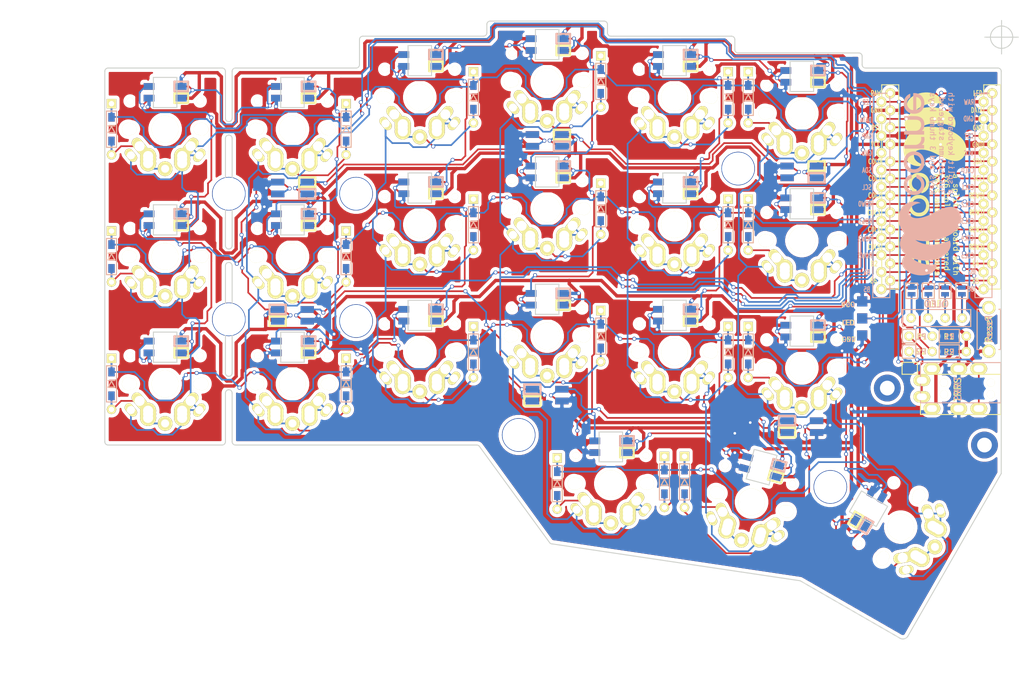
<source format=kicad_pcb>
(kicad_pcb (version 20171130) (host pcbnew "(5.1.10-1-10_14)")
  (title_block (title Crkbd) (date 2018/05/15) (rev 1.1) (company foostan))
  (layers (0 F.Cu signal) (31 B.Cu signal) (34 B.Paste user) (35 F.Paste user) (36 B.SilkS user) (37 F.SilkS user) (38 B.Mask user) (39 F.Mask user) (44 Edge.Cuts user))
  (net 0 "")
  (net 1 row0)
  (net 2 "Net-(D1-Pad2)")
  (net 3 row1)
  (net 4 "Net-(D2-Pad2)")
  (net 5 row2)
  (net 6 "Net-(D3-Pad2)")
  (net 7 row3)
  (net 8 "Net-(D4-Pad2)")
  (net 9 "Net-(D5-Pad2)")
  (net 10 "Net-(D6-Pad2)")
  (net 11 "Net-(D7-Pad2)")
  (net 12 "Net-(D8-Pad2)")
  (net 13 "Net-(D9-Pad2)")
  (net 14 "Net-(D10-Pad2)")
  (net 15 "Net-(D11-Pad2)")
  (net 16 "Net-(D12-Pad2)")
  (net 17 "Net-(D13-Pad2)")
  (net 18 "Net-(D14-Pad2)")
  (net 19 "Net-(D15-Pad2)")
  (net 20 "Net-(D16-Pad2)")
  (net 21 "Net-(D17-Pad2)")
  (net 22 "Net-(D18-Pad2)")
  (net 23 "Net-(D19-Pad2)")
  (net 24 "Net-(D20-Pad2)")
  (net 25 "Net-(D21-Pad2)")
  (net 26 GND)
  (net 27 VCC)
  (net 28 col0)
  (net 29 col1)
  (net 30 col2)
  (net 31 col3)
  (net 32 col4)
  (net 33 col5)
  (net 34 LED)
  (net 35 data)
  (net 36 "Net-(L1-Pad3)")
  (net 37 "Net-(L1-Pad1)")
  (net 38 "Net-(L3-Pad3)")
  (net 39 "Net-(L10-Pad1)")
  (net 40 "Net-(L11-Pad1)")
  (net 41 "Net-(L13-Pad1)")
  (net 42 "Net-(L14-Pad3)")
  (net 43 "Net-(L10-Pad3)")
  (net 44 "Net-(L12-Pad1)")
  (net 45 "Net-(L13-Pad3)")
  (net 46 "Net-(L15-Pad3)")
  (net 47 "Net-(L16-Pad3)")
  (net 48 reset)
  (net 49 SCL)
  (net 50 SDA)
  (net 51 "Net-(L5-Pad3)")
  (net 52 "Net-(U1-Pad14)")
  (net 53 "Net-(U1-Pad13)")
  (net 54 "Net-(U1-Pad12)")
  (net 55 "Net-(U1-Pad11)")
  (net 56 "Net-(J2-Pad1)")
  (net 57 "Net-(J2-Pad2)")
  (net 58 "Net-(J2-Pad3)")
  (net 59 "Net-(J2-Pad4)")
  (net 60 "Net-(L2-Pad3)")
  (net 61 "Net-(L3-Pad1)")
  (net 62 "Net-(L11-Pad3)")
  (net 63 "Net-(L14-Pad1)")
  (net 64 "Net-(L12-Pad3)")
  (net 65 "Net-(L17-Pad1)")
  (net 66 "Net-(L18-Pad3)")
  (net 67 "Net-(L19-Pad3)")
  (net 68 "Net-(J1-PadA)")
  (net 69 "Net-(J1-PadB)")
  (net 70 "Net-(U1-Pad24)")
  (net 71 "Net-(L21-Pad3)")
  (net 72 "Net-(L22-Pad3)")
  (net 73 "Net-(L22-Pad1)")
  (net 74 "Net-(L23-Pad3)")
  (net 75 "Net-(L25-Pad1)")
  (net 76 "Net-(L26-Pad1)")
  (module kbd:OLED (layer F.Cu) (at 181.3 105.3)
    (fp_text reference J2)
    (fp_text value OLED hide)
    (fp_text user OLED (at 3.75 -2.1) (layer B.SilkS) (effects (justify mirror)))
    (fp_text user OLED (at 3.8 -2.1) (layer F.SilkS))
    (pad 4 thru_hole circle (at 7.62 0) (size 1.397 1.397) (drill 0.8128) (layers *.Cu *.Mask F.SilkS) (net 59 "Net-(J2-Pad4)"))
    (pad 3 thru_hole circle (at 5.08 0) (size 1.397 1.397) (drill 0.8128) (layers *.Cu *.Mask F.SilkS) (net 58 "Net-(J2-Pad3)"))
    (pad 2 thru_hole circle (at 2.54 0) (size 1.397 1.397) (drill 0.8128) (layers *.Cu *.Mask F.SilkS) (net 57 "Net-(J2-Pad2)"))
    (pad 1 thru_hole circle (at 0 0) (size 1.397 1.397) (drill 0.8128) (layers *.Cu *.Mask F.SilkS) (net 56 "Net-(J2-Pad1)"))
  )
  (module kbd:MJ-4PP-9 (layer F.Cu) (at 194.7 116.7 270)
    (fp_text reference J1)
    (fp_text value MJ-4PP-9 hide)
    (fp_text user TRRS (at -0.75 6.45 270) (layer F.SilkS))
    (fp_text user TRRS (at -0.8255 6.4135 270) (layer B.SilkS) (effects (justify mirror)))
    (pad A thru_hole oval (at -2.1 11.8 270) (size 1.7 2.5) (drill oval 1 1.5) (layers *.Cu *.Mask F.SilkS) (net 68 "Net-(J1-PadA)") (clearance 0.15))
    (pad D thru_hole oval (at 2.1 10.3 270) (size 1.7 2.5) (drill oval 1 1.5) (layers *.Cu *.Mask F.SilkS) (net 27 VCC) (clearance 0.15))
    (pad C thru_hole oval (at 2.1 6.3 270) (size 1.7 2.5) (drill oval 1 1.5) (layers *.Cu *.Mask F.SilkS) (net 26 GND))
    (pad B thru_hole oval (at 2.1 3.3 270) (size 1.7 2.5) (drill oval 1 1.5) (layers *.Cu *.Mask F.SilkS) (net 69 "Net-(J1-PadB)"))
    (pad "" np_thru_hole circle (at 0 8.5 270) (size 1.2 1.2) (drill 1.2) (layers *.Cu *.Mask F.SilkS))
    (pad "" np_thru_hole circle (at 0 1.5 270) (size 1.2 1.2) (drill 1.2) (layers *.Cu *.Mask F.SilkS))
    (pad C thru_hole oval (at -3.85 6.3 270) (size 1.7 2.5) (drill oval 1 1.5) (layers *.Cu *.Mask F.SilkS) (net 26 GND))
    (pad B thru_hole oval (at -3.85 3.3 270) (size 1.7 2.5) (drill oval 1 1.5) (layers *.Cu *.Mask F.SilkS) (net 69 "Net-(J1-PadB)"))
    (pad A thru_hole oval (at 0.35 11.8 270) (size 1.7 2.5) (drill oval 1 1.5) (layers *.Cu *.Mask F.SilkS) (net 68 "Net-(J1-PadA)") (clearance 0.15))
    (pad D thru_hole oval (at -3.85 10.3 270) (size 1.7 2.5) (drill oval 1 1.5) (layers *.Cu *.Mask F.SilkS) (net 27 VCC) (clearance 0.15))
    (pad "" np_thru_hole circle (at -1.75 1.5 270) (size 1.2 1.2) (drill 1.2) (layers *.Cu *.Mask F.SilkS))
    (pad "" np_thru_hole circle (at -1.75 8.5 270) (size 1.2 1.2) (drill 1.2) (layers *.Cu *.Mask F.SilkS))
  )
  (module kbd:JPC2 (layer F.Cu) (at 181.1 112.8)
    (fp_text reference JP1)
    (fp_text value " " hide)
    (pad 1 smd rect (at -0.50038 0) (size 0.635 1.143) (layers F.Cu F.Paste F.Mask) (net 35 data) (clearance 0.1905))
    (pad 2 smd rect (at 0.50038 0) (size 0.635 1.143) (layers F.Cu F.Paste F.Mask) (net 69 "Net-(J1-PadB)") (clearance 0.1905))
    (pad "" smd rect (at 0 0 90) (size 0.381 0.381) (layers F.Cu F.Paste F.Mask) (clearance 0.00254))
  )
  (module kbd:SK6812MINI_underglow_rev (layer F.Cu) (at 165 121.5 180)
    (fp_text reference L6 hide)
    (fp_text value SK6812MINI hide)
    (pad 4 smd rect (at 2.2 -0.875 180) (size 2 1) (layers F.Cu F.Paste F.Mask) (net 27 VCC))
    (pad 3 smd rect (at 2.2 0.875 180) (size 2 1) (layers F.Cu F.Paste F.Mask) (net 76 "Net-(L26-Pad1)"))
    (pad 1 smd rect (at -2.2 -0.875 180) (size 2 1) (layers F.Cu F.Paste F.Mask) (net 71 "Net-(L21-Pad3)"))
    (pad 2 smd rect (at -2.2 0.875 180) (size 2 1) (layers F.Cu F.Paste F.Mask) (net 26 GND))
    (pad 3 smd rect (at 2.2 -0.875 180) (size 2 1) (layers B.Cu B.Paste B.Mask) (net 76 "Net-(L26-Pad1)"))
    (pad 4 smd rect (at 2.2 0.875 180) (size 2 1) (layers B.Cu B.Paste B.Mask) (net 27 VCC))
    (pad 1 smd rect (at -2.2 0.875 180) (size 2 1) (layers B.Cu B.Paste B.Mask) (net 71 "Net-(L21-Pad3)"))
    (pad 2 smd rect (at -2.2 -0.875 180) (size 2 1) (layers B.Cu B.Paste B.Mask) (net 26 GND))
  )
  (module kbd:SK6812MINI_underglow_rev (layer F.Cu) (at 165 83.5)
    (fp_text reference L3 hide)
    (fp_text value SK6812MINI hide)
    (pad 4 smd rect (at 2.2 -0.875) (size 2 1) (layers F.Cu F.Paste F.Mask) (net 27 VCC))
    (pad 3 smd rect (at 2.2 0.875) (size 2 1) (layers F.Cu F.Paste F.Mask) (net 34 LED))
    (pad 1 smd rect (at -2.2 -0.875) (size 2 1) (layers F.Cu F.Paste F.Mask) (net 74 "Net-(L23-Pad3)"))
    (pad 2 smd rect (at -2.2 0.875) (size 2 1) (layers F.Cu F.Paste F.Mask) (net 26 GND))
    (pad 3 smd rect (at 2.2 -0.875) (size 2 1) (layers B.Cu B.Paste B.Mask) (net 34 LED))
    (pad 4 smd rect (at 2.2 0.875) (size 2 1) (layers B.Cu B.Paste B.Mask) (net 27 VCC))
    (pad 1 smd rect (at -2.2 0.875) (size 2 1) (layers B.Cu B.Paste B.Mask) (net 74 "Net-(L23-Pad3)"))
    (pad 2 smd rect (at -2.2 -0.875) (size 2 1) (layers B.Cu B.Paste B.Mask) (net 26 GND))
  )
  (module kbd:SK6812MINI_underglow_rev (layer F.Cu) (at 127 78.8)
    (fp_text reference L2 hide)
    (fp_text value SK6812MINI hide)
    (pad 4 smd rect (at 2.2 -0.875) (size 2 1) (layers F.Cu F.Paste F.Mask) (net 27 VCC))
    (pad 3 smd rect (at 2.2 0.875) (size 2 1) (layers F.Cu F.Paste F.Mask) (net 74 "Net-(L23-Pad3)"))
    (pad 1 smd rect (at -2.2 -0.875) (size 2 1) (layers F.Cu F.Paste F.Mask) (net 72 "Net-(L22-Pad3)"))
    (pad 2 smd rect (at -2.2 0.875) (size 2 1) (layers F.Cu F.Paste F.Mask) (net 26 GND))
    (pad 3 smd rect (at 2.2 -0.875) (size 2 1) (layers B.Cu B.Paste B.Mask) (net 74 "Net-(L23-Pad3)"))
    (pad 4 smd rect (at 2.2 0.875) (size 2 1) (layers B.Cu B.Paste B.Mask) (net 27 VCC))
    (pad 1 smd rect (at -2.2 0.875) (size 2 1) (layers B.Cu B.Paste B.Mask) (net 72 "Net-(L22-Pad3)"))
    (pad 2 smd rect (at -2.2 -0.875) (size 2 1) (layers B.Cu B.Paste B.Mask) (net 26 GND))
  )
  (module kbd:SK6812MINI_underglow_rev (layer F.Cu) (at 89 85.9)
    (fp_text reference L1 hide)
    (fp_text value SK6812MINI hide)
    (pad 4 smd rect (at 2.2 -0.875) (size 2 1) (layers F.Cu F.Paste F.Mask) (net 27 VCC))
    (pad 3 smd rect (at 2.2 0.875) (size 2 1) (layers F.Cu F.Paste F.Mask) (net 72 "Net-(L22-Pad3)"))
    (pad 1 smd rect (at -2.2 -0.875) (size 2 1) (layers F.Cu F.Paste F.Mask) (net 73 "Net-(L22-Pad1)"))
    (pad 2 smd rect (at -2.2 0.875) (size 2 1) (layers F.Cu F.Paste F.Mask) (net 26 GND))
    (pad 3 smd rect (at 2.2 -0.875) (size 2 1) (layers B.Cu B.Paste B.Mask) (net 72 "Net-(L22-Pad3)"))
    (pad 4 smd rect (at 2.2 0.875) (size 2 1) (layers B.Cu B.Paste B.Mask) (net 27 VCC))
    (pad 1 smd rect (at -2.2 0.875) (size 2 1) (layers B.Cu B.Paste B.Mask) (net 73 "Net-(L22-Pad1)"))
    (pad 2 smd rect (at -2.2 -0.875) (size 2 1) (layers B.Cu B.Paste B.Mask) (net 26 GND))
  )
  (module kbd:SK6812MINI_underglow_rev (layer F.Cu) (at 89 104.9 180)
    (fp_text reference L4 hide)
    (fp_text value SK6812MINI hide)
    (pad 4 smd rect (at 2.2 -0.875 180) (size 2 1) (layers F.Cu F.Paste F.Mask) (net 27 VCC))
    (pad 3 smd rect (at 2.2 0.875 180) (size 2 1) (layers F.Cu F.Paste F.Mask) (net 73 "Net-(L22-Pad1)"))
    (pad 1 smd rect (at -2.2 -0.875 180) (size 2 1) (layers F.Cu F.Paste F.Mask) (net 75 "Net-(L25-Pad1)"))
    (pad 2 smd rect (at -2.2 0.875 180) (size 2 1) (layers F.Cu F.Paste F.Mask) (net 26 GND))
    (pad 3 smd rect (at 2.2 -0.875 180) (size 2 1) (layers B.Cu B.Paste B.Mask) (net 73 "Net-(L22-Pad1)"))
    (pad 4 smd rect (at 2.2 0.875 180) (size 2 1) (layers B.Cu B.Paste B.Mask) (net 27 VCC))
    (pad 1 smd rect (at -2.2 0.875 180) (size 2 1) (layers B.Cu B.Paste B.Mask) (net 75 "Net-(L25-Pad1)"))
    (pad 2 smd rect (at -2.2 -0.875 180) (size 2 1) (layers B.Cu B.Paste B.Mask) (net 26 GND))
  )
  (module kbd:SK6812MINI_underglow_rev (layer F.Cu) (at 127 116.8 180)
    (fp_text reference L5 hide)
    (fp_text value SK6812MINI hide)
    (pad 4 smd rect (at 2.2 -0.875 180) (size 2 1) (layers F.Cu F.Paste F.Mask) (net 27 VCC))
    (pad 3 smd rect (at 2.2 0.875 180) (size 2 1) (layers F.Cu F.Paste F.Mask) (net 75 "Net-(L25-Pad1)"))
    (pad 1 smd rect (at -2.2 -0.875 180) (size 2 1) (layers F.Cu F.Paste F.Mask) (net 76 "Net-(L26-Pad1)"))
    (pad 2 smd rect (at -2.2 0.875 180) (size 2 1) (layers F.Cu F.Paste F.Mask) (net 26 GND))
    (pad 3 smd rect (at 2.2 -0.875 180) (size 2 1) (layers B.Cu B.Paste B.Mask) (net 75 "Net-(L25-Pad1)"))
    (pad 4 smd rect (at 2.2 0.875 180) (size 2 1) (layers B.Cu B.Paste B.Mask) (net 27 VCC))
    (pad 1 smd rect (at -2.2 0.875 180) (size 2 1) (layers B.Cu B.Paste B.Mask) (net 76 "Net-(L26-Pad1)"))
    (pad 2 smd rect (at -2.2 -0.875 180) (size 2 1) (layers B.Cu B.Paste B.Mask) (net 26 GND))
  )
  (module kbd:corne (layer B.Cu) (at 184 85.25 90)
    (fp_text reference G*** hide)
    (fp_text value LOGO hide)
  )
  (module kbd:MX_ALPS_PG1350_noLed_1.75u (layer F.Cu) (at 179.75 136.5 240)
    (fp_text reference SW21 hide)
    (fp_text value SW_PUSH hide)
    (pad 1 thru_hole oval (at 5.1 -3.9 190) (size 2.2 1.25) (drill 1.2) (layers *.Cu *.Mask F.SilkS) (net 33 col5))
    (pad "" np_thru_hole circle (at 0 0 330) (size 4 4) (drill 4) (layers *.Cu *.Mask F.SilkS))
    (pad "" np_thru_hole circle (at -5.5 0 330) (size 1.9 1.9) (drill 1.9) (layers *.Cu *.Mask F.SilkS))
    (pad "" np_thru_hole circle (at 5.5 0 330) (size 1.9 1.9) (drill 1.9) (layers *.Cu *.Mask F.SilkS))
    (pad 1 thru_hole oval (at -5.1 -3.9 290) (size 2.2 1.25) (drill 1.2) (layers *.Cu *.Mask F.SilkS) (net 33 col5))
    (pad 2 thru_hole circle (at 0 -5.9 330) (size 2.2 2.2) (drill 1.2) (layers *.Cu *.Mask F.SilkS) (net 25 "Net-(D21-Pad2)"))
    (pad 2 thru_hole circle (at 2.54 -5.08 240) (size 2.4 2.4) (drill 1.5) (layers *.Cu *.Mask F.SilkS) (net 25 "Net-(D21-Pad2)"))
    (pad 1 thru_hole oval (at -3.81 -2.54 290) (size 2.8 1.55) (drill 1.5) (layers *.Cu *.Mask F.SilkS) (net 33 col5))
    (pad 1 thru_hole circle (at -2.54 -5.08 240) (size 2.4 2.4) (drill 1.5) (layers *.Cu *.Mask F.SilkS) (net 33 col5))
    (pad 2 thru_hole oval (at 3.81 -2.540001 190) (size 2.8 1.55) (drill 1.5) (layers *.Cu *.Mask F.SilkS) (net 25 "Net-(D21-Pad2)"))
    (pad 2 thru_hole circle (at 2.540001 -4.5 240) (size 2.4 2.4) (drill 1.5) (layers *.Cu *.Mask F.SilkS) (net 25 "Net-(D21-Pad2)"))
    (pad 2 thru_hole circle (at 2.54 -4.000001 240) (size 2.4 2.4) (drill 1.5) (layers *.Cu *.Mask F.SilkS) (net 25 "Net-(D21-Pad2)"))
    (pad 1 thru_hole circle (at -2.540001 -4 240) (size 2.4 2.4) (drill 1.5) (layers *.Cu *.Mask F.SilkS) (net 33 col5))
    (pad 1 thru_hole circle (at -2.54 -4.499999 240) (size 2.4 2.4) (drill 1.5) (layers *.Cu *.Mask F.SilkS) (net 33 col5))
    (pad "" np_thru_hole circle (at 5.08 0 240) (size 1.7 1.7) (drill 1.7) (layers *.Cu *.Mask F.SilkS))
    (pad "" np_thru_hole circle (at -5.08 0 240) (size 1.7 1.7) (drill 1.7) (layers *.Cu *.Mask F.SilkS))
    (pad "" np_thru_hole circle (at 5.22 4.2 240) (size 1 1) (drill 1) (layers *.Cu *.Mask F.SilkS))
    (pad "" np_thru_hole circle (at -5.22 4.2 240) (size 1 1) (drill 1) (layers *.Cu *.Mask F.SilkS))
  )
  (module kbd:ProMicro_v2 (layer F.Cu) (at 185.75 86.25)
    (fp_text reference U1 hide)
    (fp_text value ProMicro hide)
    (fp_text user "" (at -0.5 -17.25) (layer F.SilkS))
    (fp_text user "" (at -1.2065 -16.256) (layer B.SilkS) (effects (justify mirror)))
    (fp_text user RAW (at -9.7155 -14.478) (layer F.SilkS) (effects (font (size 0.75 0.5) (thickness 0.125))))
    (fp_text user LED (at 5.5 -14.478) (layer F.SilkS) (effects (font (size 0.75 0.5) (thickness 0.125))))
    (fp_text user GND (at -9.7155 -11.938) (layer F.SilkS) (effects (font (size 0.75 0.5) (thickness 0.125))))
    (fp_text user DATA (at 5.35 -11.95) (layer F.SilkS) (effects (font (size 0.75 0.5) (thickness 0.125))))
    (fp_text user RST (at -9.7155 -9.3345) (layer F.SilkS) (effects (font (size 0.75 0.5) (thickness 0.125))))
    (fp_text user GND (at 5.5245 -9.3345) (layer F.SilkS) (effects (font (size 0.75 0.5) (thickness 0.125))))
    (fp_text user VCC (at -9.7155 -6.858) (layer F.SilkS) (effects (font (size 0.75 0.5) (thickness 0.125))))
    (fp_text user GND (at 5.461 -6.7945) (layer F.SilkS) (effects (font (size 0.75 0.5) (thickness 0.125))))
    (fp_text user COL3 (at -10 3.35) (layer F.SilkS) (effects (font (size 0.75 0.5) (thickness 0.125))))
    (fp_text user ROW0 (at 5.2 0.8) (layer F.SilkS) (effects (font (size 0.75 0.5) (thickness 0.125))))
    (fp_text user COL2 (at -9.9 0.762) (layer F.SilkS) (effects (font (size 0.75 0.5) (thickness 0.125))))
    (fp_text user SCL (at 5.461 -1.778) (layer F.SilkS) (effects (font (size 0.75 0.5) (thickness 0.125))))
    (fp_text user COL1 (at -9.85 -1.778) (layer F.SilkS) (effects (font (size 0.75 0.5) (thickness 0.125))))
    (fp_text user SDA (at 5.461 -4.318) (layer F.SilkS) (effects (font (size 0.75 0.5) (thickness 0.125))))
    (fp_text user COL0 (at -9.9 -4.3) (layer F.SilkS) (effects (font (size 0.75 0.5) (thickness 0.125))))
    (fp_text user B6 (at -10.05 13.5) (layer F.SilkS) (effects (font (size 0.75 0.5) (thickness 0.125))))
    (fp_text user B5 (at 5.2 13.5255) (layer F.SilkS) (effects (font (size 0.75 0.5) (thickness 0.125))))
    (fp_text user B4 (at 5.2 10.922) (layer F.SilkS) (effects (font (size 0.75 0.5) (thickness 0.125))))
    (fp_text user B2 (at -9.95 10.95) (layer F.SilkS) (effects (font (size 0.75 0.5) (thickness 0.125))))
    (fp_text user ROW3 (at 5.2 8.4455) (layer F.SilkS) (effects (font (size 0.75 0.5) (thickness 0.125))))
    (fp_text user COL5 (at -9.95 8.4455) (layer F.SilkS) (effects (font (size 0.75 0.5) (thickness 0.125))))
    (fp_text user ROW2 (at 5.2 5.85) (layer F.SilkS) (effects (font (size 0.75 0.5) (thickness 0.125))))
    (fp_text user COL4 (at -9.95 5.85) (layer F.SilkS) (effects (font (size 0.75 0.5) (thickness 0.125))))
    (fp_text user ROW1 (at 5.25 3.302) (layer F.SilkS) (effects (font (size 0.75 0.5) (thickness 0.125))))
    (fp_text user ROW1 (at -11.3 4.6355) (layer B.SilkS) (effects (font (size 0.75 0.5) (thickness 0.125)) (justify mirror)))
    (fp_text user COL4 (at 3.95 7.112) (layer B.SilkS) (effects (font (size 0.75 0.5) (thickness 0.125)) (justify mirror)))
    (fp_text user ROW2 (at -11.3 7.239) (layer B.SilkS) (effects (font (size 0.75 0.5) (thickness 0.125)) (justify mirror)))
    (fp_text user COL5 (at 4 9.75) (layer B.SilkS) (effects (font (size 0.75 0.5) (thickness 0.125)) (justify mirror)))
    (fp_text user ROW3 (at -11.3 9.75) (layer B.SilkS) (effects (font (size 0.75 0.5) (thickness 0.125)) (justify mirror)))
    (fp_text user B2 (at 4.5085 12.1285) (layer B.SilkS) (effects (font (size 0.75 0.5) (thickness 0.125)) (justify mirror)))
    (fp_text user B4 (at -11.049 12.2555) (layer B.SilkS) (effects (font (size 0.75 0.5) (thickness 0.125)) (justify mirror)))
    (fp_text user B5 (at -11.049 14.7955) (layer B.SilkS) (effects (font (size 0.75 0.5) (thickness 0.125)) (justify mirror)))
    (fp_text user B6 (at 4.445 14.732) (layer B.SilkS) (effects (font (size 0.75 0.5) (thickness 0.125)) (justify mirror)))
    (fp_text user COL0 (at 4 -2.95) (layer B.SilkS) (effects (font (size 0.75 0.5) (thickness 0.125)) (justify mirror)))
    (fp_text user SDA (at -11.049 -2.9845) (layer B.SilkS) (effects (font (size 0.75 0.5) (thickness 0.125)) (justify mirror)))
    (fp_text user COL1 (at 4 -0.4445) (layer B.SilkS) (effects (font (size 0.75 0.5) (thickness 0.125)) (justify mirror)))
    (fp_text user SCL (at -11.049 -0.4445) (layer B.SilkS) (effects (font (size 0.75 0.5) (thickness 0.125)) (justify mirror)))
    (fp_text user COL2 (at 4 2.1) (layer B.SilkS) (effects (font (size 0.75 0.5) (thickness 0.125)) (justify mirror)))
    (fp_text user ROW0 (at -11.3 2.032) (layer B.SilkS) (effects (font (size 0.75 0.5) (thickness 0.125)) (justify mirror)))
    (fp_text user COL3 (at 4 4.6) (layer B.SilkS) (effects (font (size 0.75 0.5) (thickness 0.125)) (justify mirror)))
    (fp_text user GND (at -11.049 -5.5245) (layer B.SilkS) (effects (font (size 0.75 0.5) (thickness 0.125)) (justify mirror)))
    (fp_text user VCC (at 4.1275 -5.5245) (layer B.SilkS) (effects (font (size 0.75 0.5) (thickness 0.125)) (justify mirror)))
    (fp_text user GND (at -11.049 -8.0645) (layer B.SilkS) (effects (font (size 0.75 0.5) (thickness 0.125)) (justify mirror)))
    (fp_text user RST (at 4.191 -8.0645) (layer B.SilkS) (effects (font (size 0.75 0.5) (thickness 0.125)) (justify mirror)))
    (fp_text user DATA (at -11.2 -10.5) (layer B.SilkS) (effects (font (size 0.75 0.5) (thickness 0.125)) (justify mirror)))
    (fp_text user GND (at 4.1275 -10.668) (layer B.SilkS) (effects (font (size 0.75 0.5) (thickness 0.125)) (justify mirror)))
    (fp_text user LED (at -11.049 -13.1445) (layer B.SilkS) (effects (font (size 0.75 0.5) (thickness 0.125)) (justify mirror)))
    (fp_text user RAW (at 4.191 -13.1445) (layer B.SilkS) (effects (font (size 0.75 0.5) (thickness 0.125)) (justify mirror)))
    (pad 24 thru_hole circle (at 6.35 -13.208) (size 1.524 1.524) (drill 0.8128) (layers *.Cu *.Mask F.SilkS) (net 70 "Net-(U1-Pad24)"))
    (pad 23 thru_hole circle (at 6.35 -10.668) (size 1.524 1.524) (drill 0.8128) (layers *.Cu *.Mask F.SilkS) (net 26 GND))
    (pad 22 thru_hole circle (at 6.35 -8.128) (size 1.524 1.524) (drill 0.8128) (layers *.Cu *.Mask F.SilkS) (net 48 reset))
    (pad 21 thru_hole circle (at 6.35 -5.588) (size 1.524 1.524) (drill 0.8128) (layers *.Cu *.Mask F.SilkS) (net 27 VCC))
    (pad 20 thru_hole circle (at 6.35 -3.048) (size 1.524 1.524) (drill 0.8128) (layers *.Cu *.Mask F.SilkS) (net 28 col0))
    (pad 19 thru_hole circle (at 6.35 -0.508) (size 1.524 1.524) (drill 0.8128) (layers *.Cu *.Mask F.SilkS) (net 29 col1))
    (pad 18 thru_hole circle (at 6.35 2.032) (size 1.524 1.524) (drill 0.8128) (layers *.Cu *.Mask F.SilkS) (net 30 col2))
    (pad 17 thru_hole circle (at 6.35 4.572) (size 1.524 1.524) (drill 0.8128) (layers *.Cu *.Mask F.SilkS) (net 31 col3))
    (pad 16 thru_hole circle (at 6.35 7.112) (size 1.524 1.524) (drill 0.8128) (layers *.Cu *.Mask F.SilkS) (net 32 col4))
    (pad 15 thru_hole circle (at 6.35 9.652) (size 1.524 1.524) (drill 0.8128) (layers *.Cu *.Mask F.SilkS) (net 33 col5))
    (pad 14 thru_hole circle (at 6.35 12.192) (size 1.524 1.524) (drill 0.8128) (layers *.Cu *.Mask F.SilkS) (net 52 "Net-(U1-Pad14)"))
    (pad 13 thru_hole circle (at 6.35 14.732) (size 1.524 1.524) (drill 0.8128) (layers *.Cu *.Mask F.SilkS) (net 53 "Net-(U1-Pad13)"))
    (pad 12 thru_hole circle (at -8.89 14.732) (size 1.524 1.524) (drill 0.8128) (layers *.Cu *.Mask F.SilkS) (net 54 "Net-(U1-Pad12)"))
    (pad 11 thru_hole circle (at -8.89 12.192) (size 1.524 1.524) (drill 0.8128) (layers *.Cu *.Mask F.SilkS) (net 55 "Net-(U1-Pad11)"))
    (pad 10 thru_hole circle (at -8.89 9.652) (size 1.524 1.524) (drill 0.8128) (layers *.Cu *.Mask F.SilkS) (net 7 row3))
    (pad 9 thru_hole circle (at -8.89 7.112) (size 1.524 1.524) (drill 0.8128) (layers *.Cu *.Mask F.SilkS) (net 5 row2))
    (pad 8 thru_hole circle (at -8.89 4.572) (size 1.524 1.524) (drill 0.8128) (layers *.Cu *.Mask F.SilkS) (net 3 row1))
    (pad 7 thru_hole circle (at -8.89 2.032) (size 1.524 1.524) (drill 0.8128) (layers *.Cu *.Mask F.SilkS) (net 1 row0))
    (pad 6 thru_hole circle (at -8.89 -0.508) (size 1.524 1.524) (drill 0.8128) (layers *.Cu *.Mask F.SilkS) (net 49 SCL))
    (pad 5 thru_hole circle (at -8.89 -3.048) (size 1.524 1.524) (drill 0.8128) (layers *.Cu *.Mask F.SilkS) (net 50 SDA))
    (pad 4 thru_hole circle (at -8.89 -5.588) (size 1.524 1.524) (drill 0.8128) (layers *.Cu *.Mask F.SilkS) (net 26 GND))
    (pad 3 thru_hole circle (at -8.89 -8.128) (size 1.524 1.524) (drill 0.8128) (layers *.Cu *.Mask F.SilkS) (net 26 GND))
    (pad 2 thru_hole circle (at -8.89 -10.668) (size 1.524 1.524) (drill 0.8128) (layers *.Cu *.Mask F.SilkS) (net 35 data))
    (pad 1 thru_hole circle (at -8.89 -13.208) (size 1.524 1.524) (drill 0.8128) (layers *.Cu *.Mask F.SilkS) (net 34 LED))
    (pad 1 thru_hole circle (at 7.6564 -14.478) (size 1.524 1.524) (drill 0.8128) (layers *.Cu *.Mask F.SilkS) (net 34 LED))
    (pad 2 thru_hole circle (at 7.6564 -11.938) (size 1.524 1.524) (drill 0.8128) (layers *.Cu *.Mask F.SilkS) (net 35 data))
    (pad 3 thru_hole circle (at 7.6564 -9.398) (size 1.524 1.524) (drill 0.8128) (layers *.Cu *.Mask F.SilkS) (net 26 GND))
    (pad 4 thru_hole circle (at 7.6564 -6.858) (size 1.524 1.524) (drill 0.8128) (layers *.Cu *.Mask F.SilkS) (net 26 GND))
    (pad 5 thru_hole circle (at 7.6564 -4.318) (size 1.524 1.524) (drill 0.8128) (layers *.Cu *.Mask F.SilkS) (net 50 SDA))
    (pad 6 thru_hole circle (at 7.6564 -1.778) (size 1.524 1.524) (drill 0.8128) (layers *.Cu *.Mask F.SilkS) (net 49 SCL))
    (pad 7 thru_hole circle (at 7.6564 0.762) (size 1.524 1.524) (drill 0.8128) (layers *.Cu *.Mask F.SilkS) (net 1 row0))
    (pad 8 thru_hole circle (at 7.6564 3.302) (size 1.524 1.524) (drill 0.8128) (layers *.Cu *.Mask F.SilkS) (net 3 row1))
    (pad 9 thru_hole circle (at 7.6564 5.842) (size 1.524 1.524) (drill 0.8128) (layers *.Cu *.Mask F.SilkS) (net 5 row2))
    (pad 10 thru_hole circle (at 7.6564 8.382) (size 1.524 1.524) (drill 0.8128) (layers *.Cu *.Mask F.SilkS) (net 7 row3))
    (pad 11 thru_hole circle (at 7.6564 10.922) (size 1.524 1.524) (drill 0.8128) (layers *.Cu *.Mask F.SilkS) (net 55 "Net-(U1-Pad11)"))
    (pad 12 thru_hole circle (at 7.6564 13.462) (size 1.524 1.524) (drill 0.8128) (layers *.Cu *.Mask F.SilkS) (net 54 "Net-(U1-Pad12)"))
    (pad 13 thru_hole circle (at -7.5636 13.462) (size 1.524 1.524) (drill 0.8128) (layers *.Cu *.Mask F.SilkS) (net 53 "Net-(U1-Pad13)"))
    (pad 14 thru_hole circle (at -7.5636 10.922) (size 1.524 1.524) (drill 0.8128) (layers *.Cu *.Mask F.SilkS) (net 52 "Net-(U1-Pad14)"))
    (pad 15 thru_hole circle (at -7.5636 8.382) (size 1.524 1.524) (drill 0.8128) (layers *.Cu *.Mask F.SilkS) (net 33 col5))
    (pad 16 thru_hole circle (at -7.5636 5.842) (size 1.524 1.524) (drill 0.8128) (layers *.Cu *.Mask F.SilkS) (net 32 col4))
    (pad 17 thru_hole circle (at -7.5636 3.302) (size 1.524 1.524) (drill 0.8128) (layers *.Cu *.Mask F.SilkS) (net 31 col3))
    (pad 18 thru_hole circle (at -7.5636 0.762) (size 1.524 1.524) (drill 0.8128) (layers *.Cu *.Mask F.SilkS) (net 30 col2))
    (pad 19 thru_hole circle (at -7.5636 -1.778) (size 1.524 1.524) (drill 0.8128) (layers *.Cu *.Mask F.SilkS) (net 29 col1))
    (pad 20 thru_hole circle (at -7.5636 -4.318) (size 1.524 1.524) (drill 0.8128) (layers *.Cu *.Mask F.SilkS) (net 28 col0))
    (pad 21 thru_hole circle (at -7.5636 -6.858) (size 1.524 1.524) (drill 0.8128) (layers *.Cu *.Mask F.SilkS) (net 27 VCC))
    (pad 22 thru_hole circle (at -7.5636 -9.398) (size 1.524 1.524) (drill 0.8128) (layers *.Cu *.Mask F.SilkS) (net 48 reset))
    (pad 23 thru_hole circle (at -7.5636 -11.938) (size 1.524 1.524) (drill 0.8128) (layers *.Cu *.Mask F.SilkS) (net 26 GND))
    (pad 24 thru_hole circle (at -7.5636 -14.478) (size 1.524 1.524) (drill 0.8128) (layers *.Cu *.Mask F.SilkS) (net 70 "Net-(U1-Pad24)"))
  )
  (module kbd:SK6812MINI_rev (layer F.Cu) (at 70 71.625)
    (fp_text reference L7 hide)
    (fp_text value SK6812MINI hide)
    (pad 2 smd rect (at -2.4 0.875) (size 1.6 1) (layers B.Cu B.Paste B.Mask) (net 26 GND))
    (pad 1 smd rect (at -2.4 -0.875) (size 1.6 1) (layers B.Cu B.Paste B.Mask) (net 37 "Net-(L1-Pad1)"))
    (pad 4 smd rect (at 2.4 -0.875) (size 1.6 1) (layers B.Cu B.Paste B.Mask) (net 27 VCC))
    (pad 3 smd rect (at 2.4 0.875) (size 1.6 1) (layers B.Cu B.Paste B.Mask) (net 36 "Net-(L1-Pad3)"))
    (pad 2 smd rect (at -2.4 -0.875) (size 1.6 1) (layers F.Cu F.Paste F.Mask) (net 26 GND))
    (pad 1 smd rect (at -2.4 0.875) (size 1.6 1) (layers F.Cu F.Paste F.Mask) (net 37 "Net-(L1-Pad1)"))
    (pad 3 smd rect (at 2.4 -0.875) (size 1.6 1) (layers F.Cu F.Paste F.Mask) (net 36 "Net-(L1-Pad3)"))
    (pad 4 smd rect (at 2.4 0.875) (size 1.6 1) (layers F.Cu F.Paste F.Mask) (net 27 VCC))
  )
  (module kbd:SK6812MINI_rev (layer F.Cu) (at 89 71.625)
    (fp_text reference L8 hide)
    (fp_text value SK6812MINI hide)
    (pad 2 smd rect (at -2.4 0.875) (size 1.6 1) (layers B.Cu B.Paste B.Mask) (net 26 GND))
    (pad 1 smd rect (at -2.4 -0.875) (size 1.6 1) (layers B.Cu B.Paste B.Mask) (net 36 "Net-(L1-Pad3)"))
    (pad 4 smd rect (at 2.4 -0.875) (size 1.6 1) (layers B.Cu B.Paste B.Mask) (net 27 VCC))
    (pad 3 smd rect (at 2.4 0.875) (size 1.6 1) (layers B.Cu B.Paste B.Mask) (net 60 "Net-(L2-Pad3)"))
    (pad 2 smd rect (at -2.4 -0.875) (size 1.6 1) (layers F.Cu F.Paste F.Mask) (net 26 GND))
    (pad 1 smd rect (at -2.4 0.875) (size 1.6 1) (layers F.Cu F.Paste F.Mask) (net 36 "Net-(L1-Pad3)"))
    (pad 3 smd rect (at 2.4 -0.875) (size 1.6 1) (layers F.Cu F.Paste F.Mask) (net 60 "Net-(L2-Pad3)"))
    (pad 4 smd rect (at 2.4 0.875) (size 1.6 1) (layers F.Cu F.Paste F.Mask) (net 27 VCC))
  )
  (module kbd:SK6812MINI_rev (layer F.Cu) (at 108 66.875)
    (fp_text reference L9 hide)
    (fp_text value SK6812MINI hide)
    (pad 2 smd rect (at -2.4 0.875) (size 1.6 1) (layers B.Cu B.Paste B.Mask) (net 26 GND))
    (pad 1 smd rect (at -2.4 -0.875) (size 1.6 1) (layers B.Cu B.Paste B.Mask) (net 61 "Net-(L3-Pad1)"))
    (pad 4 smd rect (at 2.4 -0.875) (size 1.6 1) (layers B.Cu B.Paste B.Mask) (net 27 VCC))
    (pad 3 smd rect (at 2.4 0.875) (size 1.6 1) (layers B.Cu B.Paste B.Mask) (net 38 "Net-(L3-Pad3)"))
    (pad 2 smd rect (at -2.4 -0.875) (size 1.6 1) (layers F.Cu F.Paste F.Mask) (net 26 GND))
    (pad 1 smd rect (at -2.4 0.875) (size 1.6 1) (layers F.Cu F.Paste F.Mask) (net 61 "Net-(L3-Pad1)"))
    (pad 3 smd rect (at 2.4 -0.875) (size 1.6 1) (layers F.Cu F.Paste F.Mask) (net 38 "Net-(L3-Pad3)"))
    (pad 4 smd rect (at 2.4 0.875) (size 1.6 1) (layers F.Cu F.Paste F.Mask) (net 27 VCC))
  )
  (module kbd:SK6812MINI_rev (layer F.Cu) (at 127 64.5)
    (fp_text reference L10 hide)
    (fp_text value SK6812MINI hide)
    (pad 2 smd rect (at -2.4 0.875) (size 1.6 1) (layers B.Cu B.Paste B.Mask) (net 26 GND))
    (pad 1 smd rect (at -2.4 -0.875) (size 1.6 1) (layers B.Cu B.Paste B.Mask) (net 38 "Net-(L3-Pad3)"))
    (pad 4 smd rect (at 2.4 -0.875) (size 1.6 1) (layers B.Cu B.Paste B.Mask) (net 27 VCC))
    (pad 3 smd rect (at 2.4 0.875) (size 1.6 1) (layers B.Cu B.Paste B.Mask) (net 39 "Net-(L10-Pad1)"))
    (pad 2 smd rect (at -2.4 -0.875) (size 1.6 1) (layers F.Cu F.Paste F.Mask) (net 26 GND))
    (pad 1 smd rect (at -2.4 0.875) (size 1.6 1) (layers F.Cu F.Paste F.Mask) (net 38 "Net-(L3-Pad3)"))
    (pad 3 smd rect (at 2.4 -0.875) (size 1.6 1) (layers F.Cu F.Paste F.Mask) (net 39 "Net-(L10-Pad1)"))
    (pad 4 smd rect (at 2.4 0.875) (size 1.6 1) (layers F.Cu F.Paste F.Mask) (net 27 VCC))
  )
  (module kbd:SK6812MINI_rev (layer F.Cu) (at 146 66.875)
    (fp_text reference L11 hide)
    (fp_text value SK6812MINI hide)
    (pad 2 smd rect (at -2.4 0.875) (size 1.6 1) (layers B.Cu B.Paste B.Mask) (net 26 GND))
    (pad 1 smd rect (at -2.4 -0.875) (size 1.6 1) (layers B.Cu B.Paste B.Mask) (net 62 "Net-(L11-Pad3)"))
    (pad 4 smd rect (at 2.4 -0.875) (size 1.6 1) (layers B.Cu B.Paste B.Mask) (net 27 VCC))
    (pad 3 smd rect (at 2.4 0.875) (size 1.6 1) (layers B.Cu B.Paste B.Mask) (net 51 "Net-(L5-Pad3)"))
    (pad 2 smd rect (at -2.4 -0.875) (size 1.6 1) (layers F.Cu F.Paste F.Mask) (net 26 GND))
    (pad 1 smd rect (at -2.4 0.875) (size 1.6 1) (layers F.Cu F.Paste F.Mask) (net 62 "Net-(L11-Pad3)"))
    (pad 3 smd rect (at 2.4 -0.875) (size 1.6 1) (layers F.Cu F.Paste F.Mask) (net 51 "Net-(L5-Pad3)"))
    (pad 4 smd rect (at 2.4 0.875) (size 1.6 1) (layers F.Cu F.Paste F.Mask) (net 27 VCC))
  )
  (module kbd:SK6812MINI_rev (layer F.Cu) (at 165 69.25)
    (fp_text reference L12 hide)
    (fp_text value SK6812MINI hide)
    (pad 2 smd rect (at -2.4 0.875) (size 1.6 1) (layers B.Cu B.Paste B.Mask) (net 26 GND))
    (pad 1 smd rect (at -2.4 -0.875) (size 1.6 1) (layers B.Cu B.Paste B.Mask) (net 51 "Net-(L5-Pad3)"))
    (pad 4 smd rect (at 2.4 -0.875) (size 1.6 1) (layers B.Cu B.Paste B.Mask) (net 27 VCC))
    (pad 3 smd rect (at 2.4 0.875) (size 1.6 1) (layers B.Cu B.Paste B.Mask) (net 44 "Net-(L12-Pad1)"))
    (pad 2 smd rect (at -2.4 -0.875) (size 1.6 1) (layers F.Cu F.Paste F.Mask) (net 26 GND))
    (pad 1 smd rect (at -2.4 0.875) (size 1.6 1) (layers F.Cu F.Paste F.Mask) (net 51 "Net-(L5-Pad3)"))
    (pad 3 smd rect (at 2.4 -0.875) (size 1.6 1) (layers F.Cu F.Paste F.Mask) (net 44 "Net-(L12-Pad1)"))
    (pad 4 smd rect (at 2.4 0.875) (size 1.6 1) (layers F.Cu F.Paste F.Mask) (net 27 VCC))
  )
  (module kbd:SK6812MINI_rev (layer F.Cu) (at 70 90.625)
    (fp_text reference L13 hide)
    (fp_text value SK6812MINI hide)
    (pad 2 smd rect (at -2.4 0.875) (size 1.6 1) (layers B.Cu B.Paste B.Mask) (net 26 GND))
    (pad 1 smd rect (at -2.4 -0.875) (size 1.6 1) (layers B.Cu B.Paste B.Mask) (net 45 "Net-(L13-Pad3)"))
    (pad 4 smd rect (at 2.4 -0.875) (size 1.6 1) (layers B.Cu B.Paste B.Mask) (net 27 VCC))
    (pad 3 smd rect (at 2.4 0.875) (size 1.6 1) (layers B.Cu B.Paste B.Mask) (net 37 "Net-(L1-Pad1)"))
    (pad 2 smd rect (at -2.4 -0.875) (size 1.6 1) (layers F.Cu F.Paste F.Mask) (net 26 GND))
    (pad 1 smd rect (at -2.4 0.875) (size 1.6 1) (layers F.Cu F.Paste F.Mask) (net 45 "Net-(L13-Pad3)"))
    (pad 3 smd rect (at 2.4 -0.875) (size 1.6 1) (layers F.Cu F.Paste F.Mask) (net 37 "Net-(L1-Pad1)"))
    (pad 4 smd rect (at 2.4 0.875) (size 1.6 1) (layers F.Cu F.Paste F.Mask) (net 27 VCC))
  )
  (module kbd:SK6812MINI_rev (layer F.Cu) (at 89 90.625)
    (fp_text reference L14 hide)
    (fp_text value SK6812MINI hide)
    (pad 2 smd rect (at -2.4 0.875) (size 1.6 1) (layers B.Cu B.Paste B.Mask) (net 26 GND))
    (pad 1 smd rect (at -2.4 -0.875) (size 1.6 1) (layers B.Cu B.Paste B.Mask) (net 60 "Net-(L2-Pad3)"))
    (pad 4 smd rect (at 2.4 -0.875) (size 1.6 1) (layers B.Cu B.Paste B.Mask) (net 27 VCC))
    (pad 3 smd rect (at 2.4 0.875) (size 1.6 1) (layers B.Cu B.Paste B.Mask) (net 63 "Net-(L14-Pad1)"))
    (pad 2 smd rect (at -2.4 -0.875) (size 1.6 1) (layers F.Cu F.Paste F.Mask) (net 26 GND))
    (pad 1 smd rect (at -2.4 0.875) (size 1.6 1) (layers F.Cu F.Paste F.Mask) (net 60 "Net-(L2-Pad3)"))
    (pad 3 smd rect (at 2.4 -0.875) (size 1.6 1) (layers F.Cu F.Paste F.Mask) (net 63 "Net-(L14-Pad1)"))
    (pad 4 smd rect (at 2.4 0.875) (size 1.6 1) (layers F.Cu F.Paste F.Mask) (net 27 VCC))
  )
  (module kbd:SK6812MINI_rev (layer F.Cu) (at 108 85.875)
    (fp_text reference L15 hide)
    (fp_text value SK6812MINI hide)
    (pad 2 smd rect (at -2.4 0.875) (size 1.6 1) (layers B.Cu B.Paste B.Mask) (net 26 GND))
    (pad 1 smd rect (at -2.4 -0.875) (size 1.6 1) (layers B.Cu B.Paste B.Mask) (net 46 "Net-(L15-Pad3)"))
    (pad 4 smd rect (at 2.4 -0.875) (size 1.6 1) (layers B.Cu B.Paste B.Mask) (net 27 VCC))
    (pad 3 smd rect (at 2.4 0.875) (size 1.6 1) (layers B.Cu B.Paste B.Mask) (net 61 "Net-(L3-Pad1)"))
    (pad 2 smd rect (at -2.4 -0.875) (size 1.6 1) (layers F.Cu F.Paste F.Mask) (net 26 GND))
    (pad 1 smd rect (at -2.4 0.875) (size 1.6 1) (layers F.Cu F.Paste F.Mask) (net 46 "Net-(L15-Pad3)"))
    (pad 3 smd rect (at 2.4 -0.875) (size 1.6 1) (layers F.Cu F.Paste F.Mask) (net 61 "Net-(L3-Pad1)"))
    (pad 4 smd rect (at 2.4 0.875) (size 1.6 1) (layers F.Cu F.Paste F.Mask) (net 27 VCC))
  )
  (module kbd:SK6812MINI_rev (layer F.Cu) (at 127 83.5)
    (fp_text reference L16 hide)
    (fp_text value SK6812MINI hide)
    (pad 2 smd rect (at -2.4 0.875) (size 1.6 1) (layers B.Cu B.Paste B.Mask) (net 26 GND))
    (pad 1 smd rect (at -2.4 -0.875) (size 1.6 1) (layers B.Cu B.Paste B.Mask) (net 39 "Net-(L10-Pad1)"))
    (pad 4 smd rect (at 2.4 -0.875) (size 1.6 1) (layers B.Cu B.Paste B.Mask) (net 27 VCC))
    (pad 3 smd rect (at 2.4 0.875) (size 1.6 1) (layers B.Cu B.Paste B.Mask) (net 43 "Net-(L10-Pad3)"))
    (pad 2 smd rect (at -2.4 -0.875) (size 1.6 1) (layers F.Cu F.Paste F.Mask) (net 26 GND))
    (pad 1 smd rect (at -2.4 0.875) (size 1.6 1) (layers F.Cu F.Paste F.Mask) (net 39 "Net-(L10-Pad1)"))
    (pad 3 smd rect (at 2.4 -0.875) (size 1.6 1) (layers F.Cu F.Paste F.Mask) (net 43 "Net-(L10-Pad3)"))
    (pad 4 smd rect (at 2.4 0.875) (size 1.6 1) (layers F.Cu F.Paste F.Mask) (net 27 VCC))
  )
  (module kbd:SK6812MINI_rev (layer F.Cu) (at 146 85.875)
    (fp_text reference L17 hide)
    (fp_text value SK6812MINI hide)
    (pad 2 smd rect (at -2.4 0.875) (size 1.6 1) (layers B.Cu B.Paste B.Mask) (net 26 GND))
    (pad 1 smd rect (at -2.4 -0.875) (size 1.6 1) (layers B.Cu B.Paste B.Mask) (net 40 "Net-(L11-Pad1)"))
    (pad 4 smd rect (at 2.4 -0.875) (size 1.6 1) (layers B.Cu B.Paste B.Mask) (net 27 VCC))
    (pad 3 smd rect (at 2.4 0.875) (size 1.6 1) (layers B.Cu B.Paste B.Mask) (net 62 "Net-(L11-Pad3)"))
    (pad 2 smd rect (at -2.4 -0.875) (size 1.6 1) (layers F.Cu F.Paste F.Mask) (net 26 GND))
    (pad 1 smd rect (at -2.4 0.875) (size 1.6 1) (layers F.Cu F.Paste F.Mask) (net 40 "Net-(L11-Pad1)"))
    (pad 3 smd rect (at 2.4 -0.875) (size 1.6 1) (layers F.Cu F.Paste F.Mask) (net 62 "Net-(L11-Pad3)"))
    (pad 4 smd rect (at 2.4 0.875) (size 1.6 1) (layers F.Cu F.Paste F.Mask) (net 27 VCC))
  )
  (module kbd:SK6812MINI_rev (layer F.Cu) (at 165 88.25)
    (fp_text reference L18 hide)
    (fp_text value SK6812MINI hide)
    (pad 2 smd rect (at -2.4 0.875) (size 1.6 1) (layers B.Cu B.Paste B.Mask) (net 26 GND))
    (pad 1 smd rect (at -2.4 -0.875) (size 1.6 1) (layers B.Cu B.Paste B.Mask) (net 44 "Net-(L12-Pad1)"))
    (pad 4 smd rect (at 2.4 -0.875) (size 1.6 1) (layers B.Cu B.Paste B.Mask) (net 27 VCC))
    (pad 3 smd rect (at 2.4 0.875) (size 1.6 1) (layers B.Cu B.Paste B.Mask) (net 64 "Net-(L12-Pad3)"))
    (pad 2 smd rect (at -2.4 -0.875) (size 1.6 1) (layers F.Cu F.Paste F.Mask) (net 26 GND))
    (pad 1 smd rect (at -2.4 0.875) (size 1.6 1) (layers F.Cu F.Paste F.Mask) (net 44 "Net-(L12-Pad1)"))
    (pad 3 smd rect (at 2.4 -0.875) (size 1.6 1) (layers F.Cu F.Paste F.Mask) (net 64 "Net-(L12-Pad3)"))
    (pad 4 smd rect (at 2.4 0.875) (size 1.6 1) (layers F.Cu F.Paste F.Mask) (net 27 VCC))
  )
  (module kbd:SK6812MINI_rev (layer F.Cu) (at 70 109.625)
    (fp_text reference L19 hide)
    (fp_text value SK6812MINI hide)
    (pad 2 smd rect (at -2.4 0.875) (size 1.6 1) (layers B.Cu B.Paste B.Mask) (net 26 GND))
    (pad 1 smd rect (at -2.4 -0.875) (size 1.6 1) (layers B.Cu B.Paste B.Mask) (net 41 "Net-(L13-Pad1)"))
    (pad 4 smd rect (at 2.4 -0.875) (size 1.6 1) (layers B.Cu B.Paste B.Mask) (net 27 VCC))
    (pad 3 smd rect (at 2.4 0.875) (size 1.6 1) (layers B.Cu B.Paste B.Mask) (net 45 "Net-(L13-Pad3)"))
    (pad 2 smd rect (at -2.4 -0.875) (size 1.6 1) (layers F.Cu F.Paste F.Mask) (net 26 GND))
    (pad 1 smd rect (at -2.4 0.875) (size 1.6 1) (layers F.Cu F.Paste F.Mask) (net 41 "Net-(L13-Pad1)"))
    (pad 3 smd rect (at 2.4 -0.875) (size 1.6 1) (layers F.Cu F.Paste F.Mask) (net 45 "Net-(L13-Pad3)"))
    (pad 4 smd rect (at 2.4 0.875) (size 1.6 1) (layers F.Cu F.Paste F.Mask) (net 27 VCC))
  )
  (module kbd:SK6812MINI_rev (layer F.Cu) (at 89 109.625)
    (fp_text reference L20 hide)
    (fp_text value SK6812MINI hide)
    (pad 2 smd rect (at -2.4 0.875) (size 1.6 1) (layers B.Cu B.Paste B.Mask) (net 26 GND))
    (pad 1 smd rect (at -2.4 -0.875) (size 1.6 1) (layers B.Cu B.Paste B.Mask) (net 63 "Net-(L14-Pad1)"))
    (pad 4 smd rect (at 2.4 -0.875) (size 1.6 1) (layers B.Cu B.Paste B.Mask) (net 27 VCC))
    (pad 3 smd rect (at 2.4 0.875) (size 1.6 1) (layers B.Cu B.Paste B.Mask) (net 42 "Net-(L14-Pad3)"))
    (pad 2 smd rect (at -2.4 -0.875) (size 1.6 1) (layers F.Cu F.Paste F.Mask) (net 26 GND))
    (pad 1 smd rect (at -2.4 0.875) (size 1.6 1) (layers F.Cu F.Paste F.Mask) (net 63 "Net-(L14-Pad1)"))
    (pad 3 smd rect (at 2.4 -0.875) (size 1.6 1) (layers F.Cu F.Paste F.Mask) (net 42 "Net-(L14-Pad3)"))
    (pad 4 smd rect (at 2.4 0.875) (size 1.6 1) (layers F.Cu F.Paste F.Mask) (net 27 VCC))
  )
  (module kbd:SK6812MINI_rev (layer F.Cu) (at 108 104.875)
    (fp_text reference L21 hide)
    (fp_text value SK6812MINI hide)
    (pad 2 smd rect (at -2.4 0.875) (size 1.6 1) (layers B.Cu B.Paste B.Mask) (net 26 GND))
    (pad 1 smd rect (at -2.4 -0.875) (size 1.6 1) (layers B.Cu B.Paste B.Mask) (net 42 "Net-(L14-Pad3)"))
    (pad 4 smd rect (at 2.4 -0.875) (size 1.6 1) (layers B.Cu B.Paste B.Mask) (net 27 VCC))
    (pad 3 smd rect (at 2.4 0.875) (size 1.6 1) (layers B.Cu B.Paste B.Mask) (net 46 "Net-(L15-Pad3)"))
    (pad 2 smd rect (at -2.4 -0.875) (size 1.6 1) (layers F.Cu F.Paste F.Mask) (net 26 GND))
    (pad 1 smd rect (at -2.4 0.875) (size 1.6 1) (layers F.Cu F.Paste F.Mask) (net 42 "Net-(L14-Pad3)"))
    (pad 3 smd rect (at 2.4 -0.875) (size 1.6 1) (layers F.Cu F.Paste F.Mask) (net 46 "Net-(L15-Pad3)"))
    (pad 4 smd rect (at 2.4 0.875) (size 1.6 1) (layers F.Cu F.Paste F.Mask) (net 27 VCC))
  )
  (module kbd:SK6812MINI_rev (layer F.Cu) (at 127 102.5)
    (fp_text reference L22 hide)
    (fp_text value SK6812MINI hide)
    (pad 2 smd rect (at -2.4 0.875) (size 1.6 1) (layers B.Cu B.Paste B.Mask) (net 26 GND))
    (pad 1 smd rect (at -2.4 -0.875) (size 1.6 1) (layers B.Cu B.Paste B.Mask) (net 43 "Net-(L10-Pad3)"))
    (pad 4 smd rect (at 2.4 -0.875) (size 1.6 1) (layers B.Cu B.Paste B.Mask) (net 27 VCC))
    (pad 3 smd rect (at 2.4 0.875) (size 1.6 1) (layers B.Cu B.Paste B.Mask) (net 47 "Net-(L16-Pad3)"))
    (pad 2 smd rect (at -2.4 -0.875) (size 1.6 1) (layers F.Cu F.Paste F.Mask) (net 26 GND))
    (pad 1 smd rect (at -2.4 0.875) (size 1.6 1) (layers F.Cu F.Paste F.Mask) (net 43 "Net-(L10-Pad3)"))
    (pad 3 smd rect (at 2.4 -0.875) (size 1.6 1) (layers F.Cu F.Paste F.Mask) (net 47 "Net-(L16-Pad3)"))
    (pad 4 smd rect (at 2.4 0.875) (size 1.6 1) (layers F.Cu F.Paste F.Mask) (net 27 VCC))
  )
  (module kbd:SK6812MINI_rev (layer F.Cu) (at 146 104.875)
    (fp_text reference L23 hide)
    (fp_text value SK6812MINI hide)
    (pad 2 smd rect (at -2.4 0.875) (size 1.6 1) (layers B.Cu B.Paste B.Mask) (net 26 GND))
    (pad 1 smd rect (at -2.4 -0.875) (size 1.6 1) (layers B.Cu B.Paste B.Mask) (net 65 "Net-(L17-Pad1)"))
    (pad 4 smd rect (at 2.4 -0.875) (size 1.6 1) (layers B.Cu B.Paste B.Mask) (net 27 VCC))
    (pad 3 smd rect (at 2.4 0.875) (size 1.6 1) (layers B.Cu B.Paste B.Mask) (net 40 "Net-(L11-Pad1)"))
    (pad 2 smd rect (at -2.4 -0.875) (size 1.6 1) (layers F.Cu F.Paste F.Mask) (net 26 GND))
    (pad 1 smd rect (at -2.4 0.875) (size 1.6 1) (layers F.Cu F.Paste F.Mask) (net 65 "Net-(L17-Pad1)"))
    (pad 3 smd rect (at 2.4 -0.875) (size 1.6 1) (layers F.Cu F.Paste F.Mask) (net 40 "Net-(L11-Pad1)"))
    (pad 4 smd rect (at 2.4 0.875) (size 1.6 1) (layers F.Cu F.Paste F.Mask) (net 27 VCC))
  )
  (module kbd:SK6812MINI_rev (layer F.Cu) (at 165 107.25)
    (fp_text reference L24 hide)
    (fp_text value SK6812MINI hide)
    (pad 2 smd rect (at -2.4 0.875) (size 1.6 1) (layers B.Cu B.Paste B.Mask) (net 26 GND))
    (pad 1 smd rect (at -2.4 -0.875) (size 1.6 1) (layers B.Cu B.Paste B.Mask) (net 64 "Net-(L12-Pad3)"))
    (pad 4 smd rect (at 2.4 -0.875) (size 1.6 1) (layers B.Cu B.Paste B.Mask) (net 27 VCC))
    (pad 3 smd rect (at 2.4 0.875) (size 1.6 1) (layers B.Cu B.Paste B.Mask) (net 66 "Net-(L18-Pad3)"))
    (pad 2 smd rect (at -2.4 -0.875) (size 1.6 1) (layers F.Cu F.Paste F.Mask) (net 26 GND))
    (pad 1 smd rect (at -2.4 0.875) (size 1.6 1) (layers F.Cu F.Paste F.Mask) (net 64 "Net-(L12-Pad3)"))
    (pad 3 smd rect (at 2.4 -0.875) (size 1.6 1) (layers F.Cu F.Paste F.Mask) (net 66 "Net-(L18-Pad3)"))
    (pad 4 smd rect (at 2.4 0.875) (size 1.6 1) (layers F.Cu F.Paste F.Mask) (net 27 VCC))
  )
  (module kbd:SK6812MINI_rev (layer F.Cu) (at 136.5 124.5)
    (fp_text reference L25 hide)
    (fp_text value SK6812MINI hide)
    (pad 2 smd rect (at -2.4 0.875) (size 1.6 1) (layers B.Cu B.Paste B.Mask) (net 26 GND))
    (pad 1 smd rect (at -2.4 -0.875) (size 1.6 1) (layers B.Cu B.Paste B.Mask) (net 47 "Net-(L16-Pad3)"))
    (pad 4 smd rect (at 2.4 -0.875) (size 1.6 1) (layers B.Cu B.Paste B.Mask) (net 27 VCC))
    (pad 3 smd rect (at 2.4 0.875) (size 1.6 1) (layers B.Cu B.Paste B.Mask) (net 67 "Net-(L19-Pad3)"))
    (pad 2 smd rect (at -2.4 -0.875) (size 1.6 1) (layers F.Cu F.Paste F.Mask) (net 26 GND))
    (pad 1 smd rect (at -2.4 0.875) (size 1.6 1) (layers F.Cu F.Paste F.Mask) (net 47 "Net-(L16-Pad3)"))
    (pad 3 smd rect (at 2.4 -0.875) (size 1.6 1) (layers F.Cu F.Paste F.Mask) (net 67 "Net-(L19-Pad3)"))
    (pad 4 smd rect (at 2.4 0.875) (size 1.6 1) (layers F.Cu F.Paste F.Mask) (net 27 VCC))
  )
  (module kbd:SK6812MINI_rev (layer F.Cu) (at 159 127.5 345)
    (fp_text reference L26 hide)
    (fp_text value SK6812MINI hide)
    (pad 2 smd rect (at -2.4 0.875 345) (size 1.6 1) (layers B.Cu B.Paste B.Mask) (net 26 GND))
    (pad 1 smd rect (at -2.4 -0.875 345) (size 1.6 1) (layers B.Cu B.Paste B.Mask) (net 67 "Net-(L19-Pad3)"))
    (pad 4 smd rect (at 2.4 -0.875 345) (size 1.6 1) (layers B.Cu B.Paste B.Mask) (net 27 VCC))
    (pad 3 smd rect (at 2.4 0.875 345) (size 1.6 1) (layers B.Cu B.Paste B.Mask) (net 65 "Net-(L17-Pad1)"))
    (pad 2 smd rect (at -2.4 -0.875 345) (size 1.6 1) (layers F.Cu F.Paste F.Mask) (net 26 GND))
    (pad 1 smd rect (at -2.4 0.875 345) (size 1.6 1) (layers F.Cu F.Paste F.Mask) (net 67 "Net-(L19-Pad3)"))
    (pad 3 smd rect (at 2.4 -0.875 345) (size 1.6 1) (layers F.Cu F.Paste F.Mask) (net 65 "Net-(L17-Pad1)"))
    (pad 4 smd rect (at 2.4 0.875 345) (size 1.6 1) (layers F.Cu F.Paste F.Mask) (net 27 VCC))
  )
  (module kbd:SK6812MINI_rev (layer F.Cu) (at 175 133.75 240)
    (fp_text reference L27 hide)
    (fp_text value SK6812MINI hide)
    (pad 2 smd rect (at -2.4 0.875 240) (size 1.6 1) (layers B.Cu B.Paste B.Mask) (net 26 GND))
    (pad 1 smd rect (at -2.4 -0.875 240) (size 1.6 1) (layers B.Cu B.Paste B.Mask) (net 66 "Net-(L18-Pad3)"))
    (pad 4 smd rect (at 2.4 -0.875 240) (size 1.6 1) (layers B.Cu B.Paste B.Mask) (net 27 VCC))
    (pad 3 smd rect (at 2.4 0.875 240) (size 1.6 1) (layers B.Cu B.Paste B.Mask) (net 71 "Net-(L21-Pad3)"))
    (pad 2 smd rect (at -2.4 -0.875 240) (size 1.6 1) (layers F.Cu F.Paste F.Mask) (net 26 GND))
    (pad 1 smd rect (at -2.4 0.875 240) (size 1.6 1) (layers F.Cu F.Paste F.Mask) (net 66 "Net-(L18-Pad3)"))
    (pad 3 smd rect (at 2.4 -0.875 240) (size 1.6 1) (layers F.Cu F.Paste F.Mask) (net 71 "Net-(L21-Pad3)"))
    (pad 4 smd rect (at 2.4 0.875 240) (size 1.6 1) (layers F.Cu F.Paste F.Mask) (net 27 VCC))
  )
  (module kbd:D3_TH_SMD (layer F.Cu) (at 62 77.125 270)
    (fp_text reference D1 hide)
    (fp_text value D hide)
    (pad 2 smd rect (at 1.775 0 270) (size 1.3 0.95) (layers F.Cu F.Paste F.Mask) (net 2 "Net-(D1-Pad2)"))
    (pad 2 thru_hole circle (at 3.81 0 270) (size 1.397 1.397) (drill 0.8128) (layers *.Cu *.Mask F.SilkS) (net 2 "Net-(D1-Pad2)"))
    (pad 1 thru_hole rect (at -3.81 0 270) (size 1.397 1.397) (drill 0.8128) (layers *.Cu *.Mask F.SilkS) (net 1 row0))
    (pad 1 smd rect (at -1.775 0 270) (size 1.3 0.95) (layers B.Cu B.Paste B.Mask) (net 1 row0))
    (pad 2 smd rect (at 1.775 0 270) (size 1.3 0.95) (layers B.Cu B.Paste B.Mask) (net 2 "Net-(D1-Pad2)"))
    (pad 1 smd rect (at -1.775 0 270) (size 1.3 0.95) (layers F.Cu F.Paste F.Mask) (net 1 row0))
  )
  (module kbd:D3_TH_SMD (layer F.Cu) (at 97 77.125 270)
    (fp_text reference D2 hide)
    (fp_text value D hide)
    (pad 2 smd rect (at 1.775 0 270) (size 1.3 0.95) (layers F.Cu F.Paste F.Mask) (net 4 "Net-(D2-Pad2)"))
    (pad 2 thru_hole circle (at 3.81 0 270) (size 1.397 1.397) (drill 0.8128) (layers *.Cu *.Mask F.SilkS) (net 4 "Net-(D2-Pad2)"))
    (pad 1 thru_hole rect (at -3.81 0 270) (size 1.397 1.397) (drill 0.8128) (layers *.Cu *.Mask F.SilkS) (net 1 row0))
    (pad 1 smd rect (at -1.775 0 270) (size 1.3 0.95) (layers B.Cu B.Paste B.Mask) (net 1 row0))
    (pad 2 smd rect (at 1.775 0 270) (size 1.3 0.95) (layers B.Cu B.Paste B.Mask) (net 4 "Net-(D2-Pad2)"))
    (pad 1 smd rect (at -1.775 0 270) (size 1.3 0.95) (layers F.Cu F.Paste F.Mask) (net 1 row0))
  )
  (module kbd:D3_TH_SMD (layer F.Cu) (at 116 72.375 270)
    (fp_text reference D3 hide)
    (fp_text value D hide)
    (pad 2 smd rect (at 1.775 0 270) (size 1.3 0.95) (layers F.Cu F.Paste F.Mask) (net 6 "Net-(D3-Pad2)"))
    (pad 2 thru_hole circle (at 3.81 0 270) (size 1.397 1.397) (drill 0.8128) (layers *.Cu *.Mask F.SilkS) (net 6 "Net-(D3-Pad2)"))
    (pad 1 thru_hole rect (at -3.81 0 270) (size 1.397 1.397) (drill 0.8128) (layers *.Cu *.Mask F.SilkS) (net 1 row0))
    (pad 1 smd rect (at -1.775 0 270) (size 1.3 0.95) (layers B.Cu B.Paste B.Mask) (net 1 row0))
    (pad 2 smd rect (at 1.775 0 270) (size 1.3 0.95) (layers B.Cu B.Paste B.Mask) (net 6 "Net-(D3-Pad2)"))
    (pad 1 smd rect (at -1.775 0 270) (size 1.3 0.95) (layers F.Cu F.Paste F.Mask) (net 1 row0))
  )
  (module kbd:D3_TH_SMD (layer F.Cu) (at 135 70 270)
    (fp_text reference D4 hide)
    (fp_text value D hide)
    (pad 2 smd rect (at 1.775 0 270) (size 1.3 0.95) (layers F.Cu F.Paste F.Mask) (net 8 "Net-(D4-Pad2)"))
    (pad 2 thru_hole circle (at 3.81 0 270) (size 1.397 1.397) (drill 0.8128) (layers *.Cu *.Mask F.SilkS) (net 8 "Net-(D4-Pad2)"))
    (pad 1 thru_hole rect (at -3.81 0 270) (size 1.397 1.397) (drill 0.8128) (layers *.Cu *.Mask F.SilkS) (net 1 row0))
    (pad 1 smd rect (at -1.775 0 270) (size 1.3 0.95) (layers B.Cu B.Paste B.Mask) (net 1 row0))
    (pad 2 smd rect (at 1.775 0 270) (size 1.3 0.95) (layers B.Cu B.Paste B.Mask) (net 8 "Net-(D4-Pad2)"))
    (pad 1 smd rect (at -1.775 0 270) (size 1.3 0.95) (layers F.Cu F.Paste F.Mask) (net 1 row0))
  )
  (module kbd:D3_TH_SMD (layer F.Cu) (at 154 72.375 270)
    (fp_text reference D5 hide)
    (fp_text value D hide)
    (pad 2 smd rect (at 1.775 0 270) (size 1.3 0.95) (layers F.Cu F.Paste F.Mask) (net 9 "Net-(D5-Pad2)"))
    (pad 2 thru_hole circle (at 3.81 0 270) (size 1.397 1.397) (drill 0.8128) (layers *.Cu *.Mask F.SilkS) (net 9 "Net-(D5-Pad2)"))
    (pad 1 thru_hole rect (at -3.81 0 270) (size 1.397 1.397) (drill 0.8128) (layers *.Cu *.Mask F.SilkS) (net 1 row0))
    (pad 1 smd rect (at -1.775 0 270) (size 1.3 0.95) (layers B.Cu B.Paste B.Mask) (net 1 row0))
    (pad 2 smd rect (at 1.775 0 270) (size 1.3 0.95) (layers B.Cu B.Paste B.Mask) (net 9 "Net-(D5-Pad2)"))
    (pad 1 smd rect (at -1.775 0 270) (size 1.3 0.95) (layers F.Cu F.Paste F.Mask) (net 1 row0))
  )
  (module kbd:D3_TH_SMD (layer F.Cu) (at 157 72.375 270)
    (fp_text reference D6 hide)
    (fp_text value D hide)
    (pad 2 smd rect (at 1.775 0 270) (size 1.3 0.95) (layers F.Cu F.Paste F.Mask) (net 10 "Net-(D6-Pad2)"))
    (pad 2 thru_hole circle (at 3.81 0 270) (size 1.397 1.397) (drill 0.8128) (layers *.Cu *.Mask F.SilkS) (net 10 "Net-(D6-Pad2)"))
    (pad 1 thru_hole rect (at -3.81 0 270) (size 1.397 1.397) (drill 0.8128) (layers *.Cu *.Mask F.SilkS) (net 1 row0))
    (pad 1 smd rect (at -1.775 0 270) (size 1.3 0.95) (layers B.Cu B.Paste B.Mask) (net 1 row0))
    (pad 2 smd rect (at 1.775 0 270) (size 1.3 0.95) (layers B.Cu B.Paste B.Mask) (net 10 "Net-(D6-Pad2)"))
    (pad 1 smd rect (at -1.775 0 270) (size 1.3 0.95) (layers F.Cu F.Paste F.Mask) (net 1 row0))
  )
  (module kbd:D3_TH_SMD (layer F.Cu) (at 62 96.125 270)
    (fp_text reference D7 hide)
    (fp_text value D hide)
    (pad 2 smd rect (at 1.775 0 270) (size 1.3 0.95) (layers F.Cu F.Paste F.Mask) (net 11 "Net-(D7-Pad2)"))
    (pad 2 thru_hole circle (at 3.81 0 270) (size 1.397 1.397) (drill 0.8128) (layers *.Cu *.Mask F.SilkS) (net 11 "Net-(D7-Pad2)"))
    (pad 1 thru_hole rect (at -3.81 0 270) (size 1.397 1.397) (drill 0.8128) (layers *.Cu *.Mask F.SilkS) (net 3 row1))
    (pad 1 smd rect (at -1.775 0 270) (size 1.3 0.95) (layers B.Cu B.Paste B.Mask) (net 3 row1))
    (pad 2 smd rect (at 1.775 0 270) (size 1.3 0.95) (layers B.Cu B.Paste B.Mask) (net 11 "Net-(D7-Pad2)"))
    (pad 1 smd rect (at -1.775 0 270) (size 1.3 0.95) (layers F.Cu F.Paste F.Mask) (net 3 row1))
  )
  (module kbd:D3_TH_SMD (layer F.Cu) (at 97 96.125 270)
    (fp_text reference D8 hide)
    (fp_text value D hide)
    (pad 2 smd rect (at 1.775 0 270) (size 1.3 0.95) (layers F.Cu F.Paste F.Mask) (net 12 "Net-(D8-Pad2)"))
    (pad 2 thru_hole circle (at 3.81 0 270) (size 1.397 1.397) (drill 0.8128) (layers *.Cu *.Mask F.SilkS) (net 12 "Net-(D8-Pad2)"))
    (pad 1 thru_hole rect (at -3.81 0 270) (size 1.397 1.397) (drill 0.8128) (layers *.Cu *.Mask F.SilkS) (net 3 row1))
    (pad 1 smd rect (at -1.775 0 270) (size 1.3 0.95) (layers B.Cu B.Paste B.Mask) (net 3 row1))
    (pad 2 smd rect (at 1.775 0 270) (size 1.3 0.95) (layers B.Cu B.Paste B.Mask) (net 12 "Net-(D8-Pad2)"))
    (pad 1 smd rect (at -1.775 0 270) (size 1.3 0.95) (layers F.Cu F.Paste F.Mask) (net 3 row1))
  )
  (module kbd:D3_TH_SMD (layer F.Cu) (at 116 91.375 270)
    (fp_text reference D9 hide)
    (fp_text value D hide)
    (pad 2 smd rect (at 1.775 0 270) (size 1.3 0.95) (layers F.Cu F.Paste F.Mask) (net 13 "Net-(D9-Pad2)"))
    (pad 2 thru_hole circle (at 3.81 0 270) (size 1.397 1.397) (drill 0.8128) (layers *.Cu *.Mask F.SilkS) (net 13 "Net-(D9-Pad2)"))
    (pad 1 thru_hole rect (at -3.81 0 270) (size 1.397 1.397) (drill 0.8128) (layers *.Cu *.Mask F.SilkS) (net 3 row1))
    (pad 1 smd rect (at -1.775 0 270) (size 1.3 0.95) (layers B.Cu B.Paste B.Mask) (net 3 row1))
    (pad 2 smd rect (at 1.775 0 270) (size 1.3 0.95) (layers B.Cu B.Paste B.Mask) (net 13 "Net-(D9-Pad2)"))
    (pad 1 smd rect (at -1.775 0 270) (size 1.3 0.95) (layers F.Cu F.Paste F.Mask) (net 3 row1))
  )
  (module kbd:D3_TH_SMD (layer F.Cu) (at 135 89 270)
    (fp_text reference D10 hide)
    (fp_text value D hide)
    (pad 2 smd rect (at 1.775 0 270) (size 1.3 0.95) (layers F.Cu F.Paste F.Mask) (net 14 "Net-(D10-Pad2)"))
    (pad 2 thru_hole circle (at 3.81 0 270) (size 1.397 1.397) (drill 0.8128) (layers *.Cu *.Mask F.SilkS) (net 14 "Net-(D10-Pad2)"))
    (pad 1 thru_hole rect (at -3.81 0 270) (size 1.397 1.397) (drill 0.8128) (layers *.Cu *.Mask F.SilkS) (net 3 row1))
    (pad 1 smd rect (at -1.775 0 270) (size 1.3 0.95) (layers B.Cu B.Paste B.Mask) (net 3 row1))
    (pad 2 smd rect (at 1.775 0 270) (size 1.3 0.95) (layers B.Cu B.Paste B.Mask) (net 14 "Net-(D10-Pad2)"))
    (pad 1 smd rect (at -1.775 0 270) (size 1.3 0.95) (layers F.Cu F.Paste F.Mask) (net 3 row1))
  )
  (module kbd:D3_TH_SMD (layer F.Cu) (at 154 91.375 270)
    (fp_text reference D11 hide)
    (fp_text value D hide)
    (pad 2 smd rect (at 1.775 0 270) (size 1.3 0.95) (layers F.Cu F.Paste F.Mask) (net 15 "Net-(D11-Pad2)"))
    (pad 2 thru_hole circle (at 3.81 0 270) (size 1.397 1.397) (drill 0.8128) (layers *.Cu *.Mask F.SilkS) (net 15 "Net-(D11-Pad2)"))
    (pad 1 thru_hole rect (at -3.81 0 270) (size 1.397 1.397) (drill 0.8128) (layers *.Cu *.Mask F.SilkS) (net 3 row1))
    (pad 1 smd rect (at -1.775 0 270) (size 1.3 0.95) (layers B.Cu B.Paste B.Mask) (net 3 row1))
    (pad 2 smd rect (at 1.775 0 270) (size 1.3 0.95) (layers B.Cu B.Paste B.Mask) (net 15 "Net-(D11-Pad2)"))
    (pad 1 smd rect (at -1.775 0 270) (size 1.3 0.95) (layers F.Cu F.Paste F.Mask) (net 3 row1))
  )
  (module kbd:D3_TH_SMD (layer F.Cu) (at 157 91.375 270)
    (fp_text reference D12 hide)
    (fp_text value D hide)
    (pad 2 smd rect (at 1.775 0 270) (size 1.3 0.95) (layers F.Cu F.Paste F.Mask) (net 16 "Net-(D12-Pad2)"))
    (pad 2 thru_hole circle (at 3.81 0 270) (size 1.397 1.397) (drill 0.8128) (layers *.Cu *.Mask F.SilkS) (net 16 "Net-(D12-Pad2)"))
    (pad 1 thru_hole rect (at -3.81 0 270) (size 1.397 1.397) (drill 0.8128) (layers *.Cu *.Mask F.SilkS) (net 3 row1))
    (pad 1 smd rect (at -1.775 0 270) (size 1.3 0.95) (layers B.Cu B.Paste B.Mask) (net 3 row1))
    (pad 2 smd rect (at 1.775 0 270) (size 1.3 0.95) (layers B.Cu B.Paste B.Mask) (net 16 "Net-(D12-Pad2)"))
    (pad 1 smd rect (at -1.775 0 270) (size 1.3 0.95) (layers F.Cu F.Paste F.Mask) (net 3 row1))
  )
  (module kbd:D3_TH_SMD (layer F.Cu) (at 62 115.125 270)
    (fp_text reference D13 hide)
    (fp_text value D hide)
    (pad 2 smd rect (at 1.775 0 270) (size 1.3 0.95) (layers F.Cu F.Paste F.Mask) (net 17 "Net-(D13-Pad2)"))
    (pad 2 thru_hole circle (at 3.81 0 270) (size 1.397 1.397) (drill 0.8128) (layers *.Cu *.Mask F.SilkS) (net 17 "Net-(D13-Pad2)"))
    (pad 1 thru_hole rect (at -3.81 0 270) (size 1.397 1.397) (drill 0.8128) (layers *.Cu *.Mask F.SilkS) (net 5 row2))
    (pad 1 smd rect (at -1.775 0 270) (size 1.3 0.95) (layers B.Cu B.Paste B.Mask) (net 5 row2))
    (pad 2 smd rect (at 1.775 0 270) (size 1.3 0.95) (layers B.Cu B.Paste B.Mask) (net 17 "Net-(D13-Pad2)"))
    (pad 1 smd rect (at -1.775 0 270) (size 1.3 0.95) (layers F.Cu F.Paste F.Mask) (net 5 row2))
  )
  (module kbd:D3_TH_SMD (layer F.Cu) (at 97 115.125 270)
    (fp_text reference D14 hide)
    (fp_text value D hide)
    (pad 2 smd rect (at 1.775 0 270) (size 1.3 0.95) (layers F.Cu F.Paste F.Mask) (net 18 "Net-(D14-Pad2)"))
    (pad 2 thru_hole circle (at 3.81 0 270) (size 1.397 1.397) (drill 0.8128) (layers *.Cu *.Mask F.SilkS) (net 18 "Net-(D14-Pad2)"))
    (pad 1 thru_hole rect (at -3.81 0 270) (size 1.397 1.397) (drill 0.8128) (layers *.Cu *.Mask F.SilkS) (net 5 row2))
    (pad 1 smd rect (at -1.775 0 270) (size 1.3 0.95) (layers B.Cu B.Paste B.Mask) (net 5 row2))
    (pad 2 smd rect (at 1.775 0 270) (size 1.3 0.95) (layers B.Cu B.Paste B.Mask) (net 18 "Net-(D14-Pad2)"))
    (pad 1 smd rect (at -1.775 0 270) (size 1.3 0.95) (layers F.Cu F.Paste F.Mask) (net 5 row2))
  )
  (module kbd:D3_TH_SMD (layer F.Cu) (at 116 110.375 270)
    (fp_text reference D15 hide)
    (fp_text value D hide)
    (pad 2 smd rect (at 1.775 0 270) (size 1.3 0.95) (layers F.Cu F.Paste F.Mask) (net 19 "Net-(D15-Pad2)"))
    (pad 2 thru_hole circle (at 3.81 0 270) (size 1.397 1.397) (drill 0.8128) (layers *.Cu *.Mask F.SilkS) (net 19 "Net-(D15-Pad2)"))
    (pad 1 thru_hole rect (at -3.81 0 270) (size 1.397 1.397) (drill 0.8128) (layers *.Cu *.Mask F.SilkS) (net 5 row2))
    (pad 1 smd rect (at -1.775 0 270) (size 1.3 0.95) (layers B.Cu B.Paste B.Mask) (net 5 row2))
    (pad 2 smd rect (at 1.775 0 270) (size 1.3 0.95) (layers B.Cu B.Paste B.Mask) (net 19 "Net-(D15-Pad2)"))
    (pad 1 smd rect (at -1.775 0 270) (size 1.3 0.95) (layers F.Cu F.Paste F.Mask) (net 5 row2))
  )
  (module kbd:D3_TH_SMD (layer F.Cu) (at 135 108 270)
    (fp_text reference D16 hide)
    (fp_text value D hide)
    (pad 2 smd rect (at 1.775 0 270) (size 1.3 0.95) (layers F.Cu F.Paste F.Mask) (net 20 "Net-(D16-Pad2)"))
    (pad 2 thru_hole circle (at 3.81 0 270) (size 1.397 1.397) (drill 0.8128) (layers *.Cu *.Mask F.SilkS) (net 20 "Net-(D16-Pad2)"))
    (pad 1 thru_hole rect (at -3.81 0 270) (size 1.397 1.397) (drill 0.8128) (layers *.Cu *.Mask F.SilkS) (net 5 row2))
    (pad 1 smd rect (at -1.775 0 270) (size 1.3 0.95) (layers B.Cu B.Paste B.Mask) (net 5 row2))
    (pad 2 smd rect (at 1.775 0 270) (size 1.3 0.95) (layers B.Cu B.Paste B.Mask) (net 20 "Net-(D16-Pad2)"))
    (pad 1 smd rect (at -1.775 0 270) (size 1.3 0.95) (layers F.Cu F.Paste F.Mask) (net 5 row2))
  )
  (module kbd:D3_TH_SMD (layer F.Cu) (at 157 110.375 270)
    (fp_text reference D18 hide)
    (fp_text value D hide)
    (pad 2 smd rect (at 1.775 0 270) (size 1.3 0.95) (layers F.Cu F.Paste F.Mask) (net 22 "Net-(D18-Pad2)"))
    (pad 2 thru_hole circle (at 3.81 0 270) (size 1.397 1.397) (drill 0.8128) (layers *.Cu *.Mask F.SilkS) (net 22 "Net-(D18-Pad2)"))
    (pad 1 thru_hole rect (at -3.81 0 270) (size 1.397 1.397) (drill 0.8128) (layers *.Cu *.Mask F.SilkS) (net 5 row2))
    (pad 1 smd rect (at -1.775 0 270) (size 1.3 0.95) (layers B.Cu B.Paste B.Mask) (net 5 row2))
    (pad 2 smd rect (at 1.775 0 270) (size 1.3 0.95) (layers B.Cu B.Paste B.Mask) (net 22 "Net-(D18-Pad2)"))
    (pad 1 smd rect (at -1.775 0 270) (size 1.3 0.95) (layers F.Cu F.Paste F.Mask) (net 5 row2))
  )
  (module kbd:D3_TH_SMD (layer F.Cu) (at 128.5 130 270)
    (fp_text reference D19 hide)
    (fp_text value D hide)
    (pad 2 smd rect (at 1.775 0 270) (size 1.3 0.95) (layers F.Cu F.Paste F.Mask) (net 23 "Net-(D19-Pad2)"))
    (pad 2 thru_hole circle (at 3.81 0 270) (size 1.397 1.397) (drill 0.8128) (layers *.Cu *.Mask F.SilkS) (net 23 "Net-(D19-Pad2)"))
    (pad 1 thru_hole rect (at -3.81 0 270) (size 1.397 1.397) (drill 0.8128) (layers *.Cu *.Mask F.SilkS) (net 7 row3))
    (pad 1 smd rect (at -1.775 0 270) (size 1.3 0.95) (layers B.Cu B.Paste B.Mask) (net 7 row3))
    (pad 2 smd rect (at 1.775 0 270) (size 1.3 0.95) (layers B.Cu B.Paste B.Mask) (net 23 "Net-(D19-Pad2)"))
    (pad 1 smd rect (at -1.775 0 270) (size 1.3 0.95) (layers F.Cu F.Paste F.Mask) (net 7 row3))
  )
  (module kbd:D3_TH_SMD (layer F.Cu) (at 144.5 129.75 270)
    (fp_text reference D20 hide)
    (fp_text value D hide)
    (pad 2 smd rect (at 1.775 0 270) (size 1.3 0.95) (layers F.Cu F.Paste F.Mask) (net 24 "Net-(D20-Pad2)"))
    (pad 2 thru_hole circle (at 3.81 0 270) (size 1.397 1.397) (drill 0.8128) (layers *.Cu *.Mask F.SilkS) (net 24 "Net-(D20-Pad2)"))
    (pad 1 thru_hole rect (at -3.81 0 270) (size 1.397 1.397) (drill 0.8128) (layers *.Cu *.Mask F.SilkS) (net 7 row3))
    (pad 1 smd rect (at -1.775 0 270) (size 1.3 0.95) (layers B.Cu B.Paste B.Mask) (net 7 row3))
    (pad 2 smd rect (at 1.775 0 270) (size 1.3 0.95) (layers B.Cu B.Paste B.Mask) (net 24 "Net-(D20-Pad2)"))
    (pad 1 smd rect (at -1.775 0 270) (size 1.3 0.95) (layers F.Cu F.Paste F.Mask) (net 7 row3))
  )
  (module kbd:D3_TH_SMD (layer F.Cu) (at 147.5 129.75 270)
    (fp_text reference D21 hide)
    (fp_text value D hide)
    (pad 2 smd rect (at 1.775 0 270) (size 1.3 0.95) (layers F.Cu F.Paste F.Mask) (net 25 "Net-(D21-Pad2)"))
    (pad 2 thru_hole circle (at 3.81 0 270) (size 1.397 1.397) (drill 0.8128) (layers *.Cu *.Mask F.SilkS) (net 25 "Net-(D21-Pad2)"))
    (pad 1 thru_hole rect (at -3.81 0 270) (size 1.397 1.397) (drill 0.8128) (layers *.Cu *.Mask F.SilkS) (net 7 row3))
    (pad 1 smd rect (at -1.775 0 270) (size 1.3 0.95) (layers B.Cu B.Paste B.Mask) (net 7 row3))
    (pad 2 smd rect (at 1.775 0 270) (size 1.3 0.95) (layers B.Cu B.Paste B.Mask) (net 25 "Net-(D21-Pad2)"))
    (pad 1 smd rect (at -1.775 0 270) (size 1.3 0.95) (layers F.Cu F.Paste F.Mask) (net 7 row3))
  )
  (module kbd:D3_TH_SMD (layer F.Cu) (at 154 110.375 270)
    (fp_text reference D17 hide)
    (fp_text value D hide)
    (pad 2 smd rect (at 1.775 0 270) (size 1.3 0.95) (layers F.Cu F.Paste F.Mask) (net 21 "Net-(D17-Pad2)"))
    (pad 2 thru_hole circle (at 3.81 0 270) (size 1.397 1.397) (drill 0.8128) (layers *.Cu *.Mask F.SilkS) (net 21 "Net-(D17-Pad2)"))
    (pad 1 thru_hole rect (at -3.81 0 270) (size 1.397 1.397) (drill 0.8128) (layers *.Cu *.Mask F.SilkS) (net 5 row2))
    (pad 1 smd rect (at -1.775 0 270) (size 1.3 0.95) (layers B.Cu B.Paste B.Mask) (net 5 row2))
    (pad 2 smd rect (at 1.775 0 270) (size 1.3 0.95) (layers B.Cu B.Paste B.Mask) (net 21 "Net-(D17-Pad2)"))
    (pad 1 smd rect (at -1.775 0 270) (size 1.3 0.95) (layers F.Cu F.Paste F.Mask) (net 5 row2))
  )
  (module kbd:MX_ALPS_PG1350_noLed (layer F.Cu) (at 70 77.125 180)
    (fp_text reference SW1 hide)
    (fp_text value SW_PUSH hide)
    (pad "" np_thru_hole circle (at -5.22 4.2 180) (size 1 1) (drill 1) (layers *.Cu *.Mask F.SilkS))
    (pad "" np_thru_hole circle (at 5.22 4.2 180) (size 1 1) (drill 1) (layers *.Cu *.Mask F.SilkS))
    (pad "" np_thru_hole circle (at -5.08 0 180) (size 1.7 1.7) (drill 1.7) (layers *.Cu *.Mask F.SilkS))
    (pad "" np_thru_hole circle (at 5.08 0 180) (size 1.7 1.7) (drill 1.7) (layers *.Cu *.Mask F.SilkS))
    (pad 1 thru_hole circle (at -2.54 -4.5 180) (size 2.4 2.4) (drill 1.5) (layers *.Cu *.Mask F.SilkS) (net 28 col0))
    (pad 1 thru_hole circle (at -2.54 -4 180) (size 2.4 2.4) (drill 1.5) (layers *.Cu *.Mask F.SilkS) (net 28 col0))
    (pad 2 thru_hole circle (at 2.54 -4 180) (size 2.4 2.4) (drill 1.5) (layers *.Cu *.Mask F.SilkS) (net 2 "Net-(D1-Pad2)"))
    (pad 2 thru_hole circle (at 2.54 -4.5 180) (size 2.4 2.4) (drill 1.5) (layers *.Cu *.Mask F.SilkS) (net 2 "Net-(D1-Pad2)"))
    (pad 2 thru_hole oval (at 3.81 -2.54 130) (size 2.8 1.55) (drill 1.5) (layers *.Cu *.Mask F.SilkS) (net 2 "Net-(D1-Pad2)"))
    (pad 1 thru_hole circle (at -2.54 -5.08 180) (size 2.4 2.4) (drill 1.5) (layers *.Cu *.Mask F.SilkS) (net 28 col0))
    (pad 1 thru_hole oval (at -3.81 -2.54 230) (size 2.8 1.55) (drill 1.5) (layers *.Cu *.Mask F.SilkS) (net 28 col0))
    (pad 2 thru_hole circle (at 2.54 -5.08 180) (size 2.4 2.4) (drill 1.5) (layers *.Cu *.Mask F.SilkS) (net 2 "Net-(D1-Pad2)"))
    (pad 2 thru_hole circle (at 0 -5.9 270) (size 2.2 2.2) (drill 1.2) (layers *.Cu *.Mask F.SilkS) (net 2 "Net-(D1-Pad2)"))
    (pad 1 thru_hole oval (at -5.1 -3.9 230) (size 2.2 1.25) (drill 1.2) (layers *.Cu *.Mask F.SilkS) (net 28 col0))
    (pad "" np_thru_hole circle (at 5.5 0 270) (size 1.9 1.9) (drill 1.9) (layers *.Cu *.Mask F.SilkS))
    (pad "" np_thru_hole circle (at -5.5 0 270) (size 1.9 1.9) (drill 1.9) (layers *.Cu *.Mask F.SilkS))
    (pad "" np_thru_hole circle (at 0 0 270) (size 4 4) (drill 4) (layers *.Cu *.Mask F.SilkS))
    (pad 1 thru_hole oval (at 5.1 -3.9 130) (size 2.2 1.25) (drill 1.2) (layers *.Cu *.Mask F.SilkS) (net 28 col0))
  )
  (module kbd:MX_ALPS_PG1350_noLed (layer F.Cu) (at 89 77.125 180)
    (fp_text reference SW2 hide)
    (fp_text value SW_PUSH hide)
    (pad "" np_thru_hole circle (at -5.22 4.2 180) (size 1 1) (drill 1) (layers *.Cu *.Mask F.SilkS))
    (pad "" np_thru_hole circle (at 5.22 4.2 180) (size 1 1) (drill 1) (layers *.Cu *.Mask F.SilkS))
    (pad "" np_thru_hole circle (at -5.08 0 180) (size 1.7 1.7) (drill 1.7) (layers *.Cu *.Mask F.SilkS))
    (pad "" np_thru_hole circle (at 5.08 0 180) (size 1.7 1.7) (drill 1.7) (layers *.Cu *.Mask F.SilkS))
    (pad 1 thru_hole circle (at -2.54 -4.5 180) (size 2.4 2.4) (drill 1.5) (layers *.Cu *.Mask F.SilkS) (net 29 col1))
    (pad 1 thru_hole circle (at -2.54 -4 180) (size 2.4 2.4) (drill 1.5) (layers *.Cu *.Mask F.SilkS) (net 29 col1))
    (pad 2 thru_hole circle (at 2.54 -4 180) (size 2.4 2.4) (drill 1.5) (layers *.Cu *.Mask F.SilkS) (net 4 "Net-(D2-Pad2)"))
    (pad 2 thru_hole circle (at 2.54 -4.5 180) (size 2.4 2.4) (drill 1.5) (layers *.Cu *.Mask F.SilkS) (net 4 "Net-(D2-Pad2)"))
    (pad 2 thru_hole oval (at 3.81 -2.54 130) (size 2.8 1.55) (drill 1.5) (layers *.Cu *.Mask F.SilkS) (net 4 "Net-(D2-Pad2)"))
    (pad 1 thru_hole circle (at -2.54 -5.08 180) (size 2.4 2.4) (drill 1.5) (layers *.Cu *.Mask F.SilkS) (net 29 col1))
    (pad 1 thru_hole oval (at -3.81 -2.54 230) (size 2.8 1.55) (drill 1.5) (layers *.Cu *.Mask F.SilkS) (net 29 col1))
    (pad 2 thru_hole circle (at 2.54 -5.08 180) (size 2.4 2.4) (drill 1.5) (layers *.Cu *.Mask F.SilkS) (net 4 "Net-(D2-Pad2)"))
    (pad 2 thru_hole circle (at 0 -5.9 270) (size 2.2 2.2) (drill 1.2) (layers *.Cu *.Mask F.SilkS) (net 4 "Net-(D2-Pad2)"))
    (pad 1 thru_hole oval (at -5.1 -3.9 230) (size 2.2 1.25) (drill 1.2) (layers *.Cu *.Mask F.SilkS) (net 29 col1))
    (pad "" np_thru_hole circle (at 5.5 0 270) (size 1.9 1.9) (drill 1.9) (layers *.Cu *.Mask F.SilkS))
    (pad "" np_thru_hole circle (at -5.5 0 270) (size 1.9 1.9) (drill 1.9) (layers *.Cu *.Mask F.SilkS))
    (pad "" np_thru_hole circle (at 0 0 270) (size 4 4) (drill 4) (layers *.Cu *.Mask F.SilkS))
    (pad 1 thru_hole oval (at 5.1 -3.9 130) (size 2.2 1.25) (drill 1.2) (layers *.Cu *.Mask F.SilkS) (net 29 col1))
  )
  (module kbd:MX_ALPS_PG1350_noLed (layer F.Cu) (at 108 72.375 180)
    (fp_text reference SW3 hide)
    (fp_text value SW_PUSH hide)
    (pad "" np_thru_hole circle (at -5.22 4.2 180) (size 1 1) (drill 1) (layers *.Cu *.Mask F.SilkS))
    (pad "" np_thru_hole circle (at 5.22 4.2 180) (size 1 1) (drill 1) (layers *.Cu *.Mask F.SilkS))
    (pad "" np_thru_hole circle (at -5.08 0 180) (size 1.7 1.7) (drill 1.7) (layers *.Cu *.Mask F.SilkS))
    (pad "" np_thru_hole circle (at 5.08 0 180) (size 1.7 1.7) (drill 1.7) (layers *.Cu *.Mask F.SilkS))
    (pad 1 thru_hole circle (at -2.54 -4.5 180) (size 2.4 2.4) (drill 1.5) (layers *.Cu *.Mask F.SilkS) (net 30 col2))
    (pad 1 thru_hole circle (at -2.54 -4 180) (size 2.4 2.4) (drill 1.5) (layers *.Cu *.Mask F.SilkS) (net 30 col2))
    (pad 2 thru_hole circle (at 2.54 -4 180) (size 2.4 2.4) (drill 1.5) (layers *.Cu *.Mask F.SilkS) (net 6 "Net-(D3-Pad2)"))
    (pad 2 thru_hole circle (at 2.54 -4.5 180) (size 2.4 2.4) (drill 1.5) (layers *.Cu *.Mask F.SilkS) (net 6 "Net-(D3-Pad2)"))
    (pad 2 thru_hole oval (at 3.81 -2.54 130) (size 2.8 1.55) (drill 1.5) (layers *.Cu *.Mask F.SilkS) (net 6 "Net-(D3-Pad2)"))
    (pad 1 thru_hole circle (at -2.54 -5.08 180) (size 2.4 2.4) (drill 1.5) (layers *.Cu *.Mask F.SilkS) (net 30 col2))
    (pad 1 thru_hole oval (at -3.81 -2.54 230) (size 2.8 1.55) (drill 1.5) (layers *.Cu *.Mask F.SilkS) (net 30 col2))
    (pad 2 thru_hole circle (at 2.54 -5.08 180) (size 2.4 2.4) (drill 1.5) (layers *.Cu *.Mask F.SilkS) (net 6 "Net-(D3-Pad2)"))
    (pad 2 thru_hole circle (at 0 -5.9 270) (size 2.2 2.2) (drill 1.2) (layers *.Cu *.Mask F.SilkS) (net 6 "Net-(D3-Pad2)"))
    (pad 1 thru_hole oval (at -5.1 -3.9 230) (size 2.2 1.25) (drill 1.2) (layers *.Cu *.Mask F.SilkS) (net 30 col2))
    (pad "" np_thru_hole circle (at 5.5 0 270) (size 1.9 1.9) (drill 1.9) (layers *.Cu *.Mask F.SilkS))
    (pad "" np_thru_hole circle (at -5.5 0 270) (size 1.9 1.9) (drill 1.9) (layers *.Cu *.Mask F.SilkS))
    (pad "" np_thru_hole circle (at 0 0 270) (size 4 4) (drill 4) (layers *.Cu *.Mask F.SilkS))
    (pad 1 thru_hole oval (at 5.1 -3.9 130) (size 2.2 1.25) (drill 1.2) (layers *.Cu *.Mask F.SilkS) (net 30 col2))
  )
  (module kbd:MX_ALPS_PG1350_noLed (layer F.Cu) (at 127 70 180)
    (fp_text reference SW4 hide)
    (fp_text value SW_PUSH hide)
    (pad "" np_thru_hole circle (at -5.22 4.2 180) (size 1 1) (drill 1) (layers *.Cu *.Mask F.SilkS))
    (pad "" np_thru_hole circle (at 5.22 4.2 180) (size 1 1) (drill 1) (layers *.Cu *.Mask F.SilkS))
    (pad "" np_thru_hole circle (at -5.08 0 180) (size 1.7 1.7) (drill 1.7) (layers *.Cu *.Mask F.SilkS))
    (pad "" np_thru_hole circle (at 5.08 0 180) (size 1.7 1.7) (drill 1.7) (layers *.Cu *.Mask F.SilkS))
    (pad 1 thru_hole circle (at -2.54 -4.5 180) (size 2.4 2.4) (drill 1.5) (layers *.Cu *.Mask F.SilkS) (net 31 col3))
    (pad 1 thru_hole circle (at -2.54 -4 180) (size 2.4 2.4) (drill 1.5) (layers *.Cu *.Mask F.SilkS) (net 31 col3))
    (pad 2 thru_hole circle (at 2.54 -4 180) (size 2.4 2.4) (drill 1.5) (layers *.Cu *.Mask F.SilkS) (net 8 "Net-(D4-Pad2)"))
    (pad 2 thru_hole circle (at 2.54 -4.5 180) (size 2.4 2.4) (drill 1.5) (layers *.Cu *.Mask F.SilkS) (net 8 "Net-(D4-Pad2)"))
    (pad 2 thru_hole oval (at 3.81 -2.54 130) (size 2.8 1.55) (drill 1.5) (layers *.Cu *.Mask F.SilkS) (net 8 "Net-(D4-Pad2)"))
    (pad 1 thru_hole circle (at -2.54 -5.08 180) (size 2.4 2.4) (drill 1.5) (layers *.Cu *.Mask F.SilkS) (net 31 col3))
    (pad 1 thru_hole oval (at -3.81 -2.54 230) (size 2.8 1.55) (drill 1.5) (layers *.Cu *.Mask F.SilkS) (net 31 col3))
    (pad 2 thru_hole circle (at 2.54 -5.08 180) (size 2.4 2.4) (drill 1.5) (layers *.Cu *.Mask F.SilkS) (net 8 "Net-(D4-Pad2)"))
    (pad 2 thru_hole circle (at 0 -5.9 270) (size 2.2 2.2) (drill 1.2) (layers *.Cu *.Mask F.SilkS) (net 8 "Net-(D4-Pad2)"))
    (pad 1 thru_hole oval (at -5.1 -3.9 230) (size 2.2 1.25) (drill 1.2) (layers *.Cu *.Mask F.SilkS) (net 31 col3))
    (pad "" np_thru_hole circle (at 5.5 0 270) (size 1.9 1.9) (drill 1.9) (layers *.Cu *.Mask F.SilkS))
    (pad "" np_thru_hole circle (at -5.5 0 270) (size 1.9 1.9) (drill 1.9) (layers *.Cu *.Mask F.SilkS))
    (pad "" np_thru_hole circle (at 0 0 270) (size 4 4) (drill 4) (layers *.Cu *.Mask F.SilkS))
    (pad 1 thru_hole oval (at 5.1 -3.9 130) (size 2.2 1.25) (drill 1.2) (layers *.Cu *.Mask F.SilkS) (net 31 col3))
  )
  (module kbd:MX_ALPS_PG1350_noLed (layer F.Cu) (at 146 72.375 180)
    (fp_text reference SW5 hide)
    (fp_text value SW_PUSH hide)
    (pad "" np_thru_hole circle (at -5.22 4.2 180) (size 1 1) (drill 1) (layers *.Cu *.Mask F.SilkS))
    (pad "" np_thru_hole circle (at 5.22 4.2 180) (size 1 1) (drill 1) (layers *.Cu *.Mask F.SilkS))
    (pad "" np_thru_hole circle (at -5.08 0 180) (size 1.7 1.7) (drill 1.7) (layers *.Cu *.Mask F.SilkS))
    (pad "" np_thru_hole circle (at 5.08 0 180) (size 1.7 1.7) (drill 1.7) (layers *.Cu *.Mask F.SilkS))
    (pad 1 thru_hole circle (at -2.54 -4.5 180) (size 2.4 2.4) (drill 1.5) (layers *.Cu *.Mask F.SilkS) (net 32 col4))
    (pad 1 thru_hole circle (at -2.54 -4 180) (size 2.4 2.4) (drill 1.5) (layers *.Cu *.Mask F.SilkS) (net 32 col4))
    (pad 2 thru_hole circle (at 2.54 -4 180) (size 2.4 2.4) (drill 1.5) (layers *.Cu *.Mask F.SilkS) (net 9 "Net-(D5-Pad2)"))
    (pad 2 thru_hole circle (at 2.54 -4.5 180) (size 2.4 2.4) (drill 1.5) (layers *.Cu *.Mask F.SilkS) (net 9 "Net-(D5-Pad2)"))
    (pad 2 thru_hole oval (at 3.81 -2.54 130) (size 2.8 1.55) (drill 1.5) (layers *.Cu *.Mask F.SilkS) (net 9 "Net-(D5-Pad2)"))
    (pad 1 thru_hole circle (at -2.54 -5.08 180) (size 2.4 2.4) (drill 1.5) (layers *.Cu *.Mask F.SilkS) (net 32 col4))
    (pad 1 thru_hole oval (at -3.81 -2.54 230) (size 2.8 1.55) (drill 1.5) (layers *.Cu *.Mask F.SilkS) (net 32 col4))
    (pad 2 thru_hole circle (at 2.54 -5.08 180) (size 2.4 2.4) (drill 1.5) (layers *.Cu *.Mask F.SilkS) (net 9 "Net-(D5-Pad2)"))
    (pad 2 thru_hole circle (at 0 -5.9 270) (size 2.2 2.2) (drill 1.2) (layers *.Cu *.Mask F.SilkS) (net 9 "Net-(D5-Pad2)"))
    (pad 1 thru_hole oval (at -5.1 -3.9 230) (size 2.2 1.25) (drill 1.2) (layers *.Cu *.Mask F.SilkS) (net 32 col4))
    (pad "" np_thru_hole circle (at 5.5 0 270) (size 1.9 1.9) (drill 1.9) (layers *.Cu *.Mask F.SilkS))
    (pad "" np_thru_hole circle (at -5.5 0 270) (size 1.9 1.9) (drill 1.9) (layers *.Cu *.Mask F.SilkS))
    (pad "" np_thru_hole circle (at 0 0 270) (size 4 4) (drill 4) (layers *.Cu *.Mask F.SilkS))
    (pad 1 thru_hole oval (at 5.1 -3.9 130) (size 2.2 1.25) (drill 1.2) (layers *.Cu *.Mask F.SilkS) (net 32 col4))
  )
  (module kbd:MX_ALPS_PG1350_noLed (layer F.Cu) (at 165 74.75 180)
    (fp_text reference SW6 hide)
    (fp_text value SW_PUSH hide)
    (pad "" np_thru_hole circle (at -5.22 4.2 180) (size 1 1) (drill 1) (layers *.Cu *.Mask F.SilkS))
    (pad "" np_thru_hole circle (at 5.22 4.2 180) (size 1 1) (drill 1) (layers *.Cu *.Mask F.SilkS))
    (pad "" np_thru_hole circle (at -5.08 0 180) (size 1.7 1.7) (drill 1.7) (layers *.Cu *.Mask F.SilkS))
    (pad "" np_thru_hole circle (at 5.08 0 180) (size 1.7 1.7) (drill 1.7) (layers *.Cu *.Mask F.SilkS))
    (pad 1 thru_hole circle (at -2.54 -4.5 180) (size 2.4 2.4) (drill 1.5) (layers *.Cu *.Mask F.SilkS) (net 33 col5))
    (pad 1 thru_hole circle (at -2.54 -4 180) (size 2.4 2.4) (drill 1.5) (layers *.Cu *.Mask F.SilkS) (net 33 col5))
    (pad 2 thru_hole circle (at 2.54 -4 180) (size 2.4 2.4) (drill 1.5) (layers *.Cu *.Mask F.SilkS) (net 10 "Net-(D6-Pad2)"))
    (pad 2 thru_hole circle (at 2.54 -4.5 180) (size 2.4 2.4) (drill 1.5) (layers *.Cu *.Mask F.SilkS) (net 10 "Net-(D6-Pad2)"))
    (pad 2 thru_hole oval (at 3.81 -2.54 130) (size 2.8 1.55) (drill 1.5) (layers *.Cu *.Mask F.SilkS) (net 10 "Net-(D6-Pad2)"))
    (pad 1 thru_hole circle (at -2.54 -5.08 180) (size 2.4 2.4) (drill 1.5) (layers *.Cu *.Mask F.SilkS) (net 33 col5))
    (pad 1 thru_hole oval (at -3.81 -2.54 230) (size 2.8 1.55) (drill 1.5) (layers *.Cu *.Mask F.SilkS) (net 33 col5))
    (pad 2 thru_hole circle (at 2.54 -5.08 180) (size 2.4 2.4) (drill 1.5) (layers *.Cu *.Mask F.SilkS) (net 10 "Net-(D6-Pad2)"))
    (pad 2 thru_hole circle (at 0 -5.9 270) (size 2.2 2.2) (drill 1.2) (layers *.Cu *.Mask F.SilkS) (net 10 "Net-(D6-Pad2)"))
    (pad 1 thru_hole oval (at -5.1 -3.9 230) (size 2.2 1.25) (drill 1.2) (layers *.Cu *.Mask F.SilkS) (net 33 col5))
    (pad "" np_thru_hole circle (at 5.5 0 270) (size 1.9 1.9) (drill 1.9) (layers *.Cu *.Mask F.SilkS))
    (pad "" np_thru_hole circle (at -5.5 0 270) (size 1.9 1.9) (drill 1.9) (layers *.Cu *.Mask F.SilkS))
    (pad "" np_thru_hole circle (at 0 0 270) (size 4 4) (drill 4) (layers *.Cu *.Mask F.SilkS))
    (pad 1 thru_hole oval (at 5.1 -3.9 130) (size 2.2 1.25) (drill 1.2) (layers *.Cu *.Mask F.SilkS) (net 33 col5))
  )
  (module kbd:MX_ALPS_PG1350_noLed (layer F.Cu) (at 70 96.125 180)
    (fp_text reference SW7 hide)
    (fp_text value SW_PUSH hide)
    (pad "" np_thru_hole circle (at -5.22 4.2 180) (size 1 1) (drill 1) (layers *.Cu *.Mask F.SilkS))
    (pad "" np_thru_hole circle (at 5.22 4.2 180) (size 1 1) (drill 1) (layers *.Cu *.Mask F.SilkS))
    (pad "" np_thru_hole circle (at -5.08 0 180) (size 1.7 1.7) (drill 1.7) (layers *.Cu *.Mask F.SilkS))
    (pad "" np_thru_hole circle (at 5.08 0 180) (size 1.7 1.7) (drill 1.7) (layers *.Cu *.Mask F.SilkS))
    (pad 1 thru_hole circle (at -2.54 -4.5 180) (size 2.4 2.4) (drill 1.5) (layers *.Cu *.Mask F.SilkS) (net 28 col0))
    (pad 1 thru_hole circle (at -2.54 -4 180) (size 2.4 2.4) (drill 1.5) (layers *.Cu *.Mask F.SilkS) (net 28 col0))
    (pad 2 thru_hole circle (at 2.54 -4 180) (size 2.4 2.4) (drill 1.5) (layers *.Cu *.Mask F.SilkS) (net 11 "Net-(D7-Pad2)"))
    (pad 2 thru_hole circle (at 2.54 -4.5 180) (size 2.4 2.4) (drill 1.5) (layers *.Cu *.Mask F.SilkS) (net 11 "Net-(D7-Pad2)"))
    (pad 2 thru_hole oval (at 3.81 -2.54 130) (size 2.8 1.55) (drill 1.5) (layers *.Cu *.Mask F.SilkS) (net 11 "Net-(D7-Pad2)"))
    (pad 1 thru_hole circle (at -2.54 -5.08 180) (size 2.4 2.4) (drill 1.5) (layers *.Cu *.Mask F.SilkS) (net 28 col0))
    (pad 1 thru_hole oval (at -3.81 -2.54 230) (size 2.8 1.55) (drill 1.5) (layers *.Cu *.Mask F.SilkS) (net 28 col0))
    (pad 2 thru_hole circle (at 2.54 -5.08 180) (size 2.4 2.4) (drill 1.5) (layers *.Cu *.Mask F.SilkS) (net 11 "Net-(D7-Pad2)"))
    (pad 2 thru_hole circle (at 0 -5.9 270) (size 2.2 2.2) (drill 1.2) (layers *.Cu *.Mask F.SilkS) (net 11 "Net-(D7-Pad2)"))
    (pad 1 thru_hole oval (at -5.1 -3.9 230) (size 2.2 1.25) (drill 1.2) (layers *.Cu *.Mask F.SilkS) (net 28 col0))
    (pad "" np_thru_hole circle (at 5.5 0 270) (size 1.9 1.9) (drill 1.9) (layers *.Cu *.Mask F.SilkS))
    (pad "" np_thru_hole circle (at -5.5 0 270) (size 1.9 1.9) (drill 1.9) (layers *.Cu *.Mask F.SilkS))
    (pad "" np_thru_hole circle (at 0 0 270) (size 4 4) (drill 4) (layers *.Cu *.Mask F.SilkS))
    (pad 1 thru_hole oval (at 5.1 -3.9 130) (size 2.2 1.25) (drill 1.2) (layers *.Cu *.Mask F.SilkS) (net 28 col0))
  )
  (module kbd:MX_ALPS_PG1350_noLed (layer F.Cu) (at 89 96.125 180)
    (fp_text reference SW8 hide)
    (fp_text value SW_PUSH hide)
    (pad "" np_thru_hole circle (at -5.22 4.2 180) (size 1 1) (drill 1) (layers *.Cu *.Mask F.SilkS))
    (pad "" np_thru_hole circle (at 5.22 4.2 180) (size 1 1) (drill 1) (layers *.Cu *.Mask F.SilkS))
    (pad "" np_thru_hole circle (at -5.08 0 180) (size 1.7 1.7) (drill 1.7) (layers *.Cu *.Mask F.SilkS))
    (pad "" np_thru_hole circle (at 5.08 0 180) (size 1.7 1.7) (drill 1.7) (layers *.Cu *.Mask F.SilkS))
    (pad 1 thru_hole circle (at -2.54 -4.5 180) (size 2.4 2.4) (drill 1.5) (layers *.Cu *.Mask F.SilkS) (net 29 col1))
    (pad 1 thru_hole circle (at -2.54 -4 180) (size 2.4 2.4) (drill 1.5) (layers *.Cu *.Mask F.SilkS) (net 29 col1))
    (pad 2 thru_hole circle (at 2.54 -4 180) (size 2.4 2.4) (drill 1.5) (layers *.Cu *.Mask F.SilkS) (net 12 "Net-(D8-Pad2)"))
    (pad 2 thru_hole circle (at 2.54 -4.5 180) (size 2.4 2.4) (drill 1.5) (layers *.Cu *.Mask F.SilkS) (net 12 "Net-(D8-Pad2)"))
    (pad 2 thru_hole oval (at 3.81 -2.54 130) (size 2.8 1.55) (drill 1.5) (layers *.Cu *.Mask F.SilkS) (net 12 "Net-(D8-Pad2)"))
    (pad 1 thru_hole circle (at -2.54 -5.08 180) (size 2.4 2.4) (drill 1.5) (layers *.Cu *.Mask F.SilkS) (net 29 col1))
    (pad 1 thru_hole oval (at -3.81 -2.54 230) (size 2.8 1.55) (drill 1.5) (layers *.Cu *.Mask F.SilkS) (net 29 col1))
    (pad 2 thru_hole circle (at 2.54 -5.08 180) (size 2.4 2.4) (drill 1.5) (layers *.Cu *.Mask F.SilkS) (net 12 "Net-(D8-Pad2)"))
    (pad 2 thru_hole circle (at 0 -5.9 270) (size 2.2 2.2) (drill 1.2) (layers *.Cu *.Mask F.SilkS) (net 12 "Net-(D8-Pad2)"))
    (pad 1 thru_hole oval (at -5.1 -3.9 230) (size 2.2 1.25) (drill 1.2) (layers *.Cu *.Mask F.SilkS) (net 29 col1))
    (pad "" np_thru_hole circle (at 5.5 0 270) (size 1.9 1.9) (drill 1.9) (layers *.Cu *.Mask F.SilkS))
    (pad "" np_thru_hole circle (at -5.5 0 270) (size 1.9 1.9) (drill 1.9) (layers *.Cu *.Mask F.SilkS))
    (pad "" np_thru_hole circle (at 0 0 270) (size 4 4) (drill 4) (layers *.Cu *.Mask F.SilkS))
    (pad 1 thru_hole oval (at 5.1 -3.9 130) (size 2.2 1.25) (drill 1.2) (layers *.Cu *.Mask F.SilkS) (net 29 col1))
  )
  (module kbd:MX_ALPS_PG1350_noLed (layer F.Cu) (at 108 91.375 180)
    (fp_text reference SW9 hide)
    (fp_text value SW_PUSH hide)
    (pad "" np_thru_hole circle (at -5.22 4.2 180) (size 1 1) (drill 1) (layers *.Cu *.Mask F.SilkS))
    (pad "" np_thru_hole circle (at 5.22 4.2 180) (size 1 1) (drill 1) (layers *.Cu *.Mask F.SilkS))
    (pad "" np_thru_hole circle (at -5.08 0 180) (size 1.7 1.7) (drill 1.7) (layers *.Cu *.Mask F.SilkS))
    (pad "" np_thru_hole circle (at 5.08 0 180) (size 1.7 1.7) (drill 1.7) (layers *.Cu *.Mask F.SilkS))
    (pad 1 thru_hole circle (at -2.54 -4.5 180) (size 2.4 2.4) (drill 1.5) (layers *.Cu *.Mask F.SilkS) (net 30 col2))
    (pad 1 thru_hole circle (at -2.54 -4 180) (size 2.4 2.4) (drill 1.5) (layers *.Cu *.Mask F.SilkS) (net 30 col2))
    (pad 2 thru_hole circle (at 2.54 -4 180) (size 2.4 2.4) (drill 1.5) (layers *.Cu *.Mask F.SilkS) (net 13 "Net-(D9-Pad2)"))
    (pad 2 thru_hole circle (at 2.54 -4.5 180) (size 2.4 2.4) (drill 1.5) (layers *.Cu *.Mask F.SilkS) (net 13 "Net-(D9-Pad2)"))
    (pad 2 thru_hole oval (at 3.81 -2.54 130) (size 2.8 1.55) (drill 1.5) (layers *.Cu *.Mask F.SilkS) (net 13 "Net-(D9-Pad2)"))
    (pad 1 thru_hole circle (at -2.54 -5.08 180) (size 2.4 2.4) (drill 1.5) (layers *.Cu *.Mask F.SilkS) (net 30 col2))
    (pad 1 thru_hole oval (at -3.81 -2.54 230) (size 2.8 1.55) (drill 1.5) (layers *.Cu *.Mask F.SilkS) (net 30 col2))
    (pad 2 thru_hole circle (at 2.54 -5.08 180) (size 2.4 2.4) (drill 1.5) (layers *.Cu *.Mask F.SilkS) (net 13 "Net-(D9-Pad2)"))
    (pad 2 thru_hole circle (at 0 -5.9 270) (size 2.2 2.2) (drill 1.2) (layers *.Cu *.Mask F.SilkS) (net 13 "Net-(D9-Pad2)"))
    (pad 1 thru_hole oval (at -5.1 -3.9 230) (size 2.2 1.25) (drill 1.2) (layers *.Cu *.Mask F.SilkS) (net 30 col2))
    (pad "" np_thru_hole circle (at 5.5 0 270) (size 1.9 1.9) (drill 1.9) (layers *.Cu *.Mask F.SilkS))
    (pad "" np_thru_hole circle (at -5.5 0 270) (size 1.9 1.9) (drill 1.9) (layers *.Cu *.Mask F.SilkS))
    (pad "" np_thru_hole circle (at 0 0 270) (size 4 4) (drill 4) (layers *.Cu *.Mask F.SilkS))
    (pad 1 thru_hole oval (at 5.1 -3.9 130) (size 2.2 1.25) (drill 1.2) (layers *.Cu *.Mask F.SilkS) (net 30 col2))
  )
  (module kbd:MX_ALPS_PG1350_noLed (layer F.Cu) (at 127 89 180)
    (fp_text reference SW10 hide)
    (fp_text value SW_PUSH hide)
    (pad "" np_thru_hole circle (at -5.22 4.2 180) (size 1 1) (drill 1) (layers *.Cu *.Mask F.SilkS))
    (pad "" np_thru_hole circle (at 5.22 4.2 180) (size 1 1) (drill 1) (layers *.Cu *.Mask F.SilkS))
    (pad "" np_thru_hole circle (at -5.08 0 180) (size 1.7 1.7) (drill 1.7) (layers *.Cu *.Mask F.SilkS))
    (pad "" np_thru_hole circle (at 5.08 0 180) (size 1.7 1.7) (drill 1.7) (layers *.Cu *.Mask F.SilkS))
    (pad 1 thru_hole circle (at -2.54 -4.5 180) (size 2.4 2.4) (drill 1.5) (layers *.Cu *.Mask F.SilkS) (net 31 col3))
    (pad 1 thru_hole circle (at -2.54 -4 180) (size 2.4 2.4) (drill 1.5) (layers *.Cu *.Mask F.SilkS) (net 31 col3))
    (pad 2 thru_hole circle (at 2.54 -4 180) (size 2.4 2.4) (drill 1.5) (layers *.Cu *.Mask F.SilkS) (net 14 "Net-(D10-Pad2)"))
    (pad 2 thru_hole circle (at 2.54 -4.5 180) (size 2.4 2.4) (drill 1.5) (layers *.Cu *.Mask F.SilkS) (net 14 "Net-(D10-Pad2)"))
    (pad 2 thru_hole oval (at 3.81 -2.54 130) (size 2.8 1.55) (drill 1.5) (layers *.Cu *.Mask F.SilkS) (net 14 "Net-(D10-Pad2)"))
    (pad 1 thru_hole circle (at -2.54 -5.08 180) (size 2.4 2.4) (drill 1.5) (layers *.Cu *.Mask F.SilkS) (net 31 col3))
    (pad 1 thru_hole oval (at -3.81 -2.54 230) (size 2.8 1.55) (drill 1.5) (layers *.Cu *.Mask F.SilkS) (net 31 col3))
    (pad 2 thru_hole circle (at 2.54 -5.08 180) (size 2.4 2.4) (drill 1.5) (layers *.Cu *.Mask F.SilkS) (net 14 "Net-(D10-Pad2)"))
    (pad 2 thru_hole circle (at 0 -5.9 270) (size 2.2 2.2) (drill 1.2) (layers *.Cu *.Mask F.SilkS) (net 14 "Net-(D10-Pad2)"))
    (pad 1 thru_hole oval (at -5.1 -3.9 230) (size 2.2 1.25) (drill 1.2) (layers *.Cu *.Mask F.SilkS) (net 31 col3))
    (pad "" np_thru_hole circle (at 5.5 0 270) (size 1.9 1.9) (drill 1.9) (layers *.Cu *.Mask F.SilkS))
    (pad "" np_thru_hole circle (at -5.5 0 270) (size 1.9 1.9) (drill 1.9) (layers *.Cu *.Mask F.SilkS))
    (pad "" np_thru_hole circle (at 0 0 270) (size 4 4) (drill 4) (layers *.Cu *.Mask F.SilkS))
    (pad 1 thru_hole oval (at 5.1 -3.9 130) (size 2.2 1.25) (drill 1.2) (layers *.Cu *.Mask F.SilkS) (net 31 col3))
  )
  (module kbd:MX_ALPS_PG1350_noLed (layer F.Cu) (at 146 91.375 180)
    (fp_text reference SW11 hide)
    (fp_text value SW_PUSH hide)
    (pad "" np_thru_hole circle (at -5.22 4.2 180) (size 1 1) (drill 1) (layers *.Cu *.Mask F.SilkS))
    (pad "" np_thru_hole circle (at 5.22 4.2 180) (size 1 1) (drill 1) (layers *.Cu *.Mask F.SilkS))
    (pad "" np_thru_hole circle (at -5.08 0 180) (size 1.7 1.7) (drill 1.7) (layers *.Cu *.Mask F.SilkS))
    (pad "" np_thru_hole circle (at 5.08 0 180) (size 1.7 1.7) (drill 1.7) (layers *.Cu *.Mask F.SilkS))
    (pad 1 thru_hole circle (at -2.54 -4.5 180) (size 2.4 2.4) (drill 1.5) (layers *.Cu *.Mask F.SilkS) (net 32 col4))
    (pad 1 thru_hole circle (at -2.54 -4 180) (size 2.4 2.4) (drill 1.5) (layers *.Cu *.Mask F.SilkS) (net 32 col4))
    (pad 2 thru_hole circle (at 2.54 -4 180) (size 2.4 2.4) (drill 1.5) (layers *.Cu *.Mask F.SilkS) (net 15 "Net-(D11-Pad2)"))
    (pad 2 thru_hole circle (at 2.54 -4.5 180) (size 2.4 2.4) (drill 1.5) (layers *.Cu *.Mask F.SilkS) (net 15 "Net-(D11-Pad2)"))
    (pad 2 thru_hole oval (at 3.81 -2.54 130) (size 2.8 1.55) (drill 1.5) (layers *.Cu *.Mask F.SilkS) (net 15 "Net-(D11-Pad2)"))
    (pad 1 thru_hole circle (at -2.54 -5.08 180) (size 2.4 2.4) (drill 1.5) (layers *.Cu *.Mask F.SilkS) (net 32 col4))
    (pad 1 thru_hole oval (at -3.81 -2.54 230) (size 2.8 1.55) (drill 1.5) (layers *.Cu *.Mask F.SilkS) (net 32 col4))
    (pad 2 thru_hole circle (at 2.54 -5.08 180) (size 2.4 2.4) (drill 1.5) (layers *.Cu *.Mask F.SilkS) (net 15 "Net-(D11-Pad2)"))
    (pad 2 thru_hole circle (at 0 -5.9 270) (size 2.2 2.2) (drill 1.2) (layers *.Cu *.Mask F.SilkS) (net 15 "Net-(D11-Pad2)"))
    (pad 1 thru_hole oval (at -5.1 -3.9 230) (size 2.2 1.25) (drill 1.2) (layers *.Cu *.Mask F.SilkS) (net 32 col4))
    (pad "" np_thru_hole circle (at 5.5 0 270) (size 1.9 1.9) (drill 1.9) (layers *.Cu *.Mask F.SilkS))
    (pad "" np_thru_hole circle (at -5.5 0 270) (size 1.9 1.9) (drill 1.9) (layers *.Cu *.Mask F.SilkS))
    (pad "" np_thru_hole circle (at 0 0 270) (size 4 4) (drill 4) (layers *.Cu *.Mask F.SilkS))
    (pad 1 thru_hole oval (at 5.1 -3.9 130) (size 2.2 1.25) (drill 1.2) (layers *.Cu *.Mask F.SilkS) (net 32 col4))
  )
  (module kbd:MX_ALPS_PG1350_noLed (layer F.Cu) (at 165 93.75 180)
    (fp_text reference SW12 hide)
    (fp_text value SW_PUSH hide)
    (pad "" np_thru_hole circle (at -5.22 4.2 180) (size 1 1) (drill 1) (layers *.Cu *.Mask F.SilkS))
    (pad "" np_thru_hole circle (at 5.22 4.2 180) (size 1 1) (drill 1) (layers *.Cu *.Mask F.SilkS))
    (pad "" np_thru_hole circle (at -5.08 0 180) (size 1.7 1.7) (drill 1.7) (layers *.Cu *.Mask F.SilkS))
    (pad "" np_thru_hole circle (at 5.08 0 180) (size 1.7 1.7) (drill 1.7) (layers *.Cu *.Mask F.SilkS))
    (pad 1 thru_hole circle (at -2.54 -4.5 180) (size 2.4 2.4) (drill 1.5) (layers *.Cu *.Mask F.SilkS) (net 33 col5))
    (pad 1 thru_hole circle (at -2.54 -4 180) (size 2.4 2.4) (drill 1.5) (layers *.Cu *.Mask F.SilkS) (net 33 col5))
    (pad 2 thru_hole circle (at 2.54 -4 180) (size 2.4 2.4) (drill 1.5) (layers *.Cu *.Mask F.SilkS) (net 16 "Net-(D12-Pad2)"))
    (pad 2 thru_hole circle (at 2.54 -4.5 180) (size 2.4 2.4) (drill 1.5) (layers *.Cu *.Mask F.SilkS) (net 16 "Net-(D12-Pad2)"))
    (pad 2 thru_hole oval (at 3.81 -2.54 130) (size 2.8 1.55) (drill 1.5) (layers *.Cu *.Mask F.SilkS) (net 16 "Net-(D12-Pad2)"))
    (pad 1 thru_hole circle (at -2.54 -5.08 180) (size 2.4 2.4) (drill 1.5) (layers *.Cu *.Mask F.SilkS) (net 33 col5))
    (pad 1 thru_hole oval (at -3.81 -2.54 230) (size 2.8 1.55) (drill 1.5) (layers *.Cu *.Mask F.SilkS) (net 33 col5))
    (pad 2 thru_hole circle (at 2.54 -5.08 180) (size 2.4 2.4) (drill 1.5) (layers *.Cu *.Mask F.SilkS) (net 16 "Net-(D12-Pad2)"))
    (pad 2 thru_hole circle (at 0 -5.9 270) (size 2.2 2.2) (drill 1.2) (layers *.Cu *.Mask F.SilkS) (net 16 "Net-(D12-Pad2)"))
    (pad 1 thru_hole oval (at -5.1 -3.9 230) (size 2.2 1.25) (drill 1.2) (layers *.Cu *.Mask F.SilkS) (net 33 col5))
    (pad "" np_thru_hole circle (at 5.5 0 270) (size 1.9 1.9) (drill 1.9) (layers *.Cu *.Mask F.SilkS))
    (pad "" np_thru_hole circle (at -5.5 0 270) (size 1.9 1.9) (drill 1.9) (layers *.Cu *.Mask F.SilkS))
    (pad "" np_thru_hole circle (at 0 0 270) (size 4 4) (drill 4) (layers *.Cu *.Mask F.SilkS))
    (pad 1 thru_hole oval (at 5.1 -3.9 130) (size 2.2 1.25) (drill 1.2) (layers *.Cu *.Mask F.SilkS) (net 33 col5))
  )
  (module kbd:MX_ALPS_PG1350_noLed (layer F.Cu) (at 70 115.125 180)
    (fp_text reference SW13 hide)
    (fp_text value SW_PUSH hide)
    (pad "" np_thru_hole circle (at -5.22 4.2 180) (size 1 1) (drill 1) (layers *.Cu *.Mask F.SilkS))
    (pad "" np_thru_hole circle (at 5.22 4.2 180) (size 1 1) (drill 1) (layers *.Cu *.Mask F.SilkS))
    (pad "" np_thru_hole circle (at -5.08 0 180) (size 1.7 1.7) (drill 1.7) (layers *.Cu *.Mask F.SilkS))
    (pad "" np_thru_hole circle (at 5.08 0 180) (size 1.7 1.7) (drill 1.7) (layers *.Cu *.Mask F.SilkS))
    (pad 1 thru_hole circle (at -2.54 -4.5 180) (size 2.4 2.4) (drill 1.5) (layers *.Cu *.Mask F.SilkS) (net 28 col0))
    (pad 1 thru_hole circle (at -2.54 -4 180) (size 2.4 2.4) (drill 1.5) (layers *.Cu *.Mask F.SilkS) (net 28 col0))
    (pad 2 thru_hole circle (at 2.54 -4 180) (size 2.4 2.4) (drill 1.5) (layers *.Cu *.Mask F.SilkS) (net 17 "Net-(D13-Pad2)"))
    (pad 2 thru_hole circle (at 2.54 -4.5 180) (size 2.4 2.4) (drill 1.5) (layers *.Cu *.Mask F.SilkS) (net 17 "Net-(D13-Pad2)"))
    (pad 2 thru_hole oval (at 3.81 -2.54 130) (size 2.8 1.55) (drill 1.5) (layers *.Cu *.Mask F.SilkS) (net 17 "Net-(D13-Pad2)"))
    (pad 1 thru_hole circle (at -2.54 -5.08 180) (size 2.4 2.4) (drill 1.5) (layers *.Cu *.Mask F.SilkS) (net 28 col0))
    (pad 1 thru_hole oval (at -3.81 -2.54 230) (size 2.8 1.55) (drill 1.5) (layers *.Cu *.Mask F.SilkS) (net 28 col0))
    (pad 2 thru_hole circle (at 2.54 -5.08 180) (size 2.4 2.4) (drill 1.5) (layers *.Cu *.Mask F.SilkS) (net 17 "Net-(D13-Pad2)"))
    (pad 2 thru_hole circle (at 0 -5.9 270) (size 2.2 2.2) (drill 1.2) (layers *.Cu *.Mask F.SilkS) (net 17 "Net-(D13-Pad2)"))
    (pad 1 thru_hole oval (at -5.1 -3.9 230) (size 2.2 1.25) (drill 1.2) (layers *.Cu *.Mask F.SilkS) (net 28 col0))
    (pad "" np_thru_hole circle (at 5.5 0 270) (size 1.9 1.9) (drill 1.9) (layers *.Cu *.Mask F.SilkS))
    (pad "" np_thru_hole circle (at -5.5 0 270) (size 1.9 1.9) (drill 1.9) (layers *.Cu *.Mask F.SilkS))
    (pad "" np_thru_hole circle (at 0 0 270) (size 4 4) (drill 4) (layers *.Cu *.Mask F.SilkS))
    (pad 1 thru_hole oval (at 5.1 -3.9 130) (size 2.2 1.25) (drill 1.2) (layers *.Cu *.Mask F.SilkS) (net 28 col0))
  )
  (module kbd:MX_ALPS_PG1350_noLed (layer F.Cu) (at 89 115.125 180)
    (fp_text reference SW14 hide)
    (fp_text value SW_PUSH hide)
    (pad "" np_thru_hole circle (at -5.22 4.2 180) (size 1 1) (drill 1) (layers *.Cu *.Mask F.SilkS))
    (pad "" np_thru_hole circle (at 5.22 4.2 180) (size 1 1) (drill 1) (layers *.Cu *.Mask F.SilkS))
    (pad "" np_thru_hole circle (at -5.08 0 180) (size 1.7 1.7) (drill 1.7) (layers *.Cu *.Mask F.SilkS))
    (pad "" np_thru_hole circle (at 5.08 0 180) (size 1.7 1.7) (drill 1.7) (layers *.Cu *.Mask F.SilkS))
    (pad 1 thru_hole circle (at -2.54 -4.5 180) (size 2.4 2.4) (drill 1.5) (layers *.Cu *.Mask F.SilkS) (net 29 col1))
    (pad 1 thru_hole circle (at -2.54 -4 180) (size 2.4 2.4) (drill 1.5) (layers *.Cu *.Mask F.SilkS) (net 29 col1))
    (pad 2 thru_hole circle (at 2.54 -4 180) (size 2.4 2.4) (drill 1.5) (layers *.Cu *.Mask F.SilkS) (net 18 "Net-(D14-Pad2)"))
    (pad 2 thru_hole circle (at 2.54 -4.5 180) (size 2.4 2.4) (drill 1.5) (layers *.Cu *.Mask F.SilkS) (net 18 "Net-(D14-Pad2)"))
    (pad 2 thru_hole oval (at 3.81 -2.54 130) (size 2.8 1.55) (drill 1.5) (layers *.Cu *.Mask F.SilkS) (net 18 "Net-(D14-Pad2)"))
    (pad 1 thru_hole circle (at -2.54 -5.08 180) (size 2.4 2.4) (drill 1.5) (layers *.Cu *.Mask F.SilkS) (net 29 col1))
    (pad 1 thru_hole oval (at -3.81 -2.54 230) (size 2.8 1.55) (drill 1.5) (layers *.Cu *.Mask F.SilkS) (net 29 col1))
    (pad 2 thru_hole circle (at 2.54 -5.08 180) (size 2.4 2.4) (drill 1.5) (layers *.Cu *.Mask F.SilkS) (net 18 "Net-(D14-Pad2)"))
    (pad 2 thru_hole circle (at 0 -5.9 270) (size 2.2 2.2) (drill 1.2) (layers *.Cu *.Mask F.SilkS) (net 18 "Net-(D14-Pad2)"))
    (pad 1 thru_hole oval (at -5.1 -3.9 230) (size 2.2 1.25) (drill 1.2) (layers *.Cu *.Mask F.SilkS) (net 29 col1))
    (pad "" np_thru_hole circle (at 5.5 0 270) (size 1.9 1.9) (drill 1.9) (layers *.Cu *.Mask F.SilkS))
    (pad "" np_thru_hole circle (at -5.5 0 270) (size 1.9 1.9) (drill 1.9) (layers *.Cu *.Mask F.SilkS))
    (pad "" np_thru_hole circle (at 0 0 270) (size 4 4) (drill 4) (layers *.Cu *.Mask F.SilkS))
    (pad 1 thru_hole oval (at 5.1 -3.9 130) (size 2.2 1.25) (drill 1.2) (layers *.Cu *.Mask F.SilkS) (net 29 col1))
  )
  (module kbd:MX_ALPS_PG1350_noLed (layer F.Cu) (at 108 110.375 180)
    (fp_text reference SW15 hide)
    (fp_text value SW_PUSH hide)
    (pad "" np_thru_hole circle (at -5.22 4.2 180) (size 1 1) (drill 1) (layers *.Cu *.Mask F.SilkS))
    (pad "" np_thru_hole circle (at 5.22 4.2 180) (size 1 1) (drill 1) (layers *.Cu *.Mask F.SilkS))
    (pad "" np_thru_hole circle (at -5.08 0 180) (size 1.7 1.7) (drill 1.7) (layers *.Cu *.Mask F.SilkS))
    (pad "" np_thru_hole circle (at 5.08 0 180) (size 1.7 1.7) (drill 1.7) (layers *.Cu *.Mask F.SilkS))
    (pad 1 thru_hole circle (at -2.54 -4.5 180) (size 2.4 2.4) (drill 1.5) (layers *.Cu *.Mask F.SilkS) (net 30 col2))
    (pad 1 thru_hole circle (at -2.54 -4 180) (size 2.4 2.4) (drill 1.5) (layers *.Cu *.Mask F.SilkS) (net 30 col2))
    (pad 2 thru_hole circle (at 2.54 -4 180) (size 2.4 2.4) (drill 1.5) (layers *.Cu *.Mask F.SilkS) (net 19 "Net-(D15-Pad2)"))
    (pad 2 thru_hole circle (at 2.54 -4.5 180) (size 2.4 2.4) (drill 1.5) (layers *.Cu *.Mask F.SilkS) (net 19 "Net-(D15-Pad2)"))
    (pad 2 thru_hole oval (at 3.81 -2.54 130) (size 2.8 1.55) (drill 1.5) (layers *.Cu *.Mask F.SilkS) (net 19 "Net-(D15-Pad2)"))
    (pad 1 thru_hole circle (at -2.54 -5.08 180) (size 2.4 2.4) (drill 1.5) (layers *.Cu *.Mask F.SilkS) (net 30 col2))
    (pad 1 thru_hole oval (at -3.81 -2.54 230) (size 2.8 1.55) (drill 1.5) (layers *.Cu *.Mask F.SilkS) (net 30 col2))
    (pad 2 thru_hole circle (at 2.54 -5.08 180) (size 2.4 2.4) (drill 1.5) (layers *.Cu *.Mask F.SilkS) (net 19 "Net-(D15-Pad2)"))
    (pad 2 thru_hole circle (at 0 -5.9 270) (size 2.2 2.2) (drill 1.2) (layers *.Cu *.Mask F.SilkS) (net 19 "Net-(D15-Pad2)"))
    (pad 1 thru_hole oval (at -5.1 -3.9 230) (size 2.2 1.25) (drill 1.2) (layers *.Cu *.Mask F.SilkS) (net 30 col2))
    (pad "" np_thru_hole circle (at 5.5 0 270) (size 1.9 1.9) (drill 1.9) (layers *.Cu *.Mask F.SilkS))
    (pad "" np_thru_hole circle (at -5.5 0 270) (size 1.9 1.9) (drill 1.9) (layers *.Cu *.Mask F.SilkS))
    (pad "" np_thru_hole circle (at 0 0 270) (size 4 4) (drill 4) (layers *.Cu *.Mask F.SilkS))
    (pad 1 thru_hole oval (at 5.1 -3.9 130) (size 2.2 1.25) (drill 1.2) (layers *.Cu *.Mask F.SilkS) (net 30 col2))
  )
  (module kbd:MX_ALPS_PG1350_noLed (layer F.Cu) (at 146 110.375 180)
    (fp_text reference SW17 hide)
    (fp_text value SW_PUSH hide)
    (pad "" np_thru_hole circle (at -5.22 4.2 180) (size 1 1) (drill 1) (layers *.Cu *.Mask F.SilkS))
    (pad "" np_thru_hole circle (at 5.22 4.2 180) (size 1 1) (drill 1) (layers *.Cu *.Mask F.SilkS))
    (pad "" np_thru_hole circle (at -5.08 0 180) (size 1.7 1.7) (drill 1.7) (layers *.Cu *.Mask F.SilkS))
    (pad "" np_thru_hole circle (at 5.08 0 180) (size 1.7 1.7) (drill 1.7) (layers *.Cu *.Mask F.SilkS))
    (pad 1 thru_hole circle (at -2.54 -4.5 180) (size 2.4 2.4) (drill 1.5) (layers *.Cu *.Mask F.SilkS) (net 32 col4))
    (pad 1 thru_hole circle (at -2.54 -4 180) (size 2.4 2.4) (drill 1.5) (layers *.Cu *.Mask F.SilkS) (net 32 col4))
    (pad 2 thru_hole circle (at 2.54 -4 180) (size 2.4 2.4) (drill 1.5) (layers *.Cu *.Mask F.SilkS) (net 21 "Net-(D17-Pad2)"))
    (pad 2 thru_hole circle (at 2.54 -4.5 180) (size 2.4 2.4) (drill 1.5) (layers *.Cu *.Mask F.SilkS) (net 21 "Net-(D17-Pad2)"))
    (pad 2 thru_hole oval (at 3.81 -2.54 130) (size 2.8 1.55) (drill 1.5) (layers *.Cu *.Mask F.SilkS) (net 21 "Net-(D17-Pad2)"))
    (pad 1 thru_hole circle (at -2.54 -5.08 180) (size 2.4 2.4) (drill 1.5) (layers *.Cu *.Mask F.SilkS) (net 32 col4))
    (pad 1 thru_hole oval (at -3.81 -2.54 230) (size 2.8 1.55) (drill 1.5) (layers *.Cu *.Mask F.SilkS) (net 32 col4))
    (pad 2 thru_hole circle (at 2.54 -5.08 180) (size 2.4 2.4) (drill 1.5) (layers *.Cu *.Mask F.SilkS) (net 21 "Net-(D17-Pad2)"))
    (pad 2 thru_hole circle (at 0 -5.9 270) (size 2.2 2.2) (drill 1.2) (layers *.Cu *.Mask F.SilkS) (net 21 "Net-(D17-Pad2)"))
    (pad 1 thru_hole oval (at -5.1 -3.9 230) (size 2.2 1.25) (drill 1.2) (layers *.Cu *.Mask F.SilkS) (net 32 col4))
    (pad "" np_thru_hole circle (at 5.5 0 270) (size 1.9 1.9) (drill 1.9) (layers *.Cu *.Mask F.SilkS))
    (pad "" np_thru_hole circle (at -5.5 0 270) (size 1.9 1.9) (drill 1.9) (layers *.Cu *.Mask F.SilkS))
    (pad "" np_thru_hole circle (at 0 0 270) (size 4 4) (drill 4) (layers *.Cu *.Mask F.SilkS))
    (pad 1 thru_hole oval (at 5.1 -3.9 130) (size 2.2 1.25) (drill 1.2) (layers *.Cu *.Mask F.SilkS) (net 32 col4))
  )
  (module kbd:MX_ALPS_PG1350_noLed (layer F.Cu) (at 165 112.75 180)
    (fp_text reference SW18 hide)
    (fp_text value SW_PUSH hide)
    (pad "" np_thru_hole circle (at -5.22 4.2 180) (size 1 1) (drill 1) (layers *.Cu *.Mask F.SilkS))
    (pad "" np_thru_hole circle (at 5.22 4.2 180) (size 1 1) (drill 1) (layers *.Cu *.Mask F.SilkS))
    (pad "" np_thru_hole circle (at -5.08 0 180) (size 1.7 1.7) (drill 1.7) (layers *.Cu *.Mask F.SilkS))
    (pad "" np_thru_hole circle (at 5.08 0 180) (size 1.7 1.7) (drill 1.7) (layers *.Cu *.Mask F.SilkS))
    (pad 1 thru_hole circle (at -2.54 -4.5 180) (size 2.4 2.4) (drill 1.5) (layers *.Cu *.Mask F.SilkS) (net 33 col5))
    (pad 1 thru_hole circle (at -2.54 -4 180) (size 2.4 2.4) (drill 1.5) (layers *.Cu *.Mask F.SilkS) (net 33 col5))
    (pad 2 thru_hole circle (at 2.54 -4 180) (size 2.4 2.4) (drill 1.5) (layers *.Cu *.Mask F.SilkS) (net 22 "Net-(D18-Pad2)"))
    (pad 2 thru_hole circle (at 2.54 -4.5 180) (size 2.4 2.4) (drill 1.5) (layers *.Cu *.Mask F.SilkS) (net 22 "Net-(D18-Pad2)"))
    (pad 2 thru_hole oval (at 3.81 -2.54 130) (size 2.8 1.55) (drill 1.5) (layers *.Cu *.Mask F.SilkS) (net 22 "Net-(D18-Pad2)"))
    (pad 1 thru_hole circle (at -2.54 -5.08 180) (size 2.4 2.4) (drill 1.5) (layers *.Cu *.Mask F.SilkS) (net 33 col5))
    (pad 1 thru_hole oval (at -3.81 -2.54 230) (size 2.8 1.55) (drill 1.5) (layers *.Cu *.Mask F.SilkS) (net 33 col5))
    (pad 2 thru_hole circle (at 2.54 -5.08 180) (size 2.4 2.4) (drill 1.5) (layers *.Cu *.Mask F.SilkS) (net 22 "Net-(D18-Pad2)"))
    (pad 2 thru_hole circle (at 0 -5.9 270) (size 2.2 2.2) (drill 1.2) (layers *.Cu *.Mask F.SilkS) (net 22 "Net-(D18-Pad2)"))
    (pad 1 thru_hole oval (at -5.1 -3.9 230) (size 2.2 1.25) (drill 1.2) (layers *.Cu *.Mask F.SilkS) (net 33 col5))
    (pad "" np_thru_hole circle (at 5.5 0 270) (size 1.9 1.9) (drill 1.9) (layers *.Cu *.Mask F.SilkS))
    (pad "" np_thru_hole circle (at -5.5 0 270) (size 1.9 1.9) (drill 1.9) (layers *.Cu *.Mask F.SilkS))
    (pad "" np_thru_hole circle (at 0 0 270) (size 4 4) (drill 4) (layers *.Cu *.Mask F.SilkS))
    (pad 1 thru_hole oval (at 5.1 -3.9 130) (size 2.2 1.25) (drill 1.2) (layers *.Cu *.Mask F.SilkS) (net 33 col5))
  )
  (module kbd:MX_ALPS_PG1350_noLed (layer F.Cu) (at 136.5 130 180)
    (fp_text reference SW19 hide)
    (fp_text value SW_PUSH hide)
    (pad "" np_thru_hole circle (at -5.22 4.2 180) (size 1 1) (drill 1) (layers *.Cu *.Mask F.SilkS))
    (pad "" np_thru_hole circle (at 5.22 4.2 180) (size 1 1) (drill 1) (layers *.Cu *.Mask F.SilkS))
    (pad "" np_thru_hole circle (at -5.08 0 180) (size 1.7 1.7) (drill 1.7) (layers *.Cu *.Mask F.SilkS))
    (pad "" np_thru_hole circle (at 5.08 0 180) (size 1.7 1.7) (drill 1.7) (layers *.Cu *.Mask F.SilkS))
    (pad 1 thru_hole circle (at -2.54 -4.5 180) (size 2.4 2.4) (drill 1.5) (layers *.Cu *.Mask F.SilkS) (net 31 col3))
    (pad 1 thru_hole circle (at -2.54 -4 180) (size 2.4 2.4) (drill 1.5) (layers *.Cu *.Mask F.SilkS) (net 31 col3))
    (pad 2 thru_hole circle (at 2.54 -4 180) (size 2.4 2.4) (drill 1.5) (layers *.Cu *.Mask F.SilkS) (net 23 "Net-(D19-Pad2)"))
    (pad 2 thru_hole circle (at 2.54 -4.5 180) (size 2.4 2.4) (drill 1.5) (layers *.Cu *.Mask F.SilkS) (net 23 "Net-(D19-Pad2)"))
    (pad 2 thru_hole oval (at 3.81 -2.54 130) (size 2.8 1.55) (drill 1.5) (layers *.Cu *.Mask F.SilkS) (net 23 "Net-(D19-Pad2)"))
    (pad 1 thru_hole circle (at -2.54 -5.08 180) (size 2.4 2.4) (drill 1.5) (layers *.Cu *.Mask F.SilkS) (net 31 col3))
    (pad 1 thru_hole oval (at -3.81 -2.54 230) (size 2.8 1.55) (drill 1.5) (layers *.Cu *.Mask F.SilkS) (net 31 col3))
    (pad 2 thru_hole circle (at 2.54 -5.08 180) (size 2.4 2.4) (drill 1.5) (layers *.Cu *.Mask F.SilkS) (net 23 "Net-(D19-Pad2)"))
    (pad 2 thru_hole circle (at 0 -5.9 270) (size 2.2 2.2) (drill 1.2) (layers *.Cu *.Mask F.SilkS) (net 23 "Net-(D19-Pad2)"))
    (pad 1 thru_hole oval (at -5.1 -3.9 230) (size 2.2 1.25) (drill 1.2) (layers *.Cu *.Mask F.SilkS) (net 31 col3))
    (pad "" np_thru_hole circle (at 5.5 0 270) (size 1.9 1.9) (drill 1.9) (layers *.Cu *.Mask F.SilkS))
    (pad "" np_thru_hole circle (at -5.5 0 270) (size 1.9 1.9) (drill 1.9) (layers *.Cu *.Mask F.SilkS))
    (pad "" np_thru_hole circle (at 0 0 270) (size 4 4) (drill 4) (layers *.Cu *.Mask F.SilkS))
    (pad 1 thru_hole oval (at 5.1 -3.9 130) (size 2.2 1.25) (drill 1.2) (layers *.Cu *.Mask F.SilkS) (net 31 col3))
  )
  (module kbd:MX_ALPS_PG1350_noLed (layer F.Cu) (at 157.5 132.75 165)
    (fp_text reference SW20 hide)
    (fp_text value SW_PUSH hide)
    (pad "" np_thru_hole circle (at -5.22 4.2 165) (size 1 1) (drill 1) (layers *.Cu *.Mask F.SilkS))
    (pad "" np_thru_hole circle (at 5.22 4.2 165) (size 1 1) (drill 1) (layers *.Cu *.Mask F.SilkS))
    (pad "" np_thru_hole circle (at -5.08 0 165) (size 1.7 1.7) (drill 1.7) (layers *.Cu *.Mask F.SilkS))
    (pad "" np_thru_hole circle (at 5.08 0 165) (size 1.7 1.7) (drill 1.7) (layers *.Cu *.Mask F.SilkS))
    (pad 1 thru_hole circle (at -2.54 -4.5 165) (size 2.4 2.4) (drill 1.5) (layers *.Cu *.Mask F.SilkS) (net 32 col4))
    (pad 1 thru_hole circle (at -2.54 -4 165) (size 2.4 2.4) (drill 1.5) (layers *.Cu *.Mask F.SilkS) (net 32 col4))
    (pad 2 thru_hole circle (at 2.54 -4 165) (size 2.4 2.4) (drill 1.5) (layers *.Cu *.Mask F.SilkS) (net 24 "Net-(D20-Pad2)"))
    (pad 2 thru_hole circle (at 2.54 -4.5 165) (size 2.4 2.4) (drill 1.5) (layers *.Cu *.Mask F.SilkS) (net 24 "Net-(D20-Pad2)"))
    (pad 2 thru_hole oval (at 3.81 -2.54 115) (size 2.8 1.55) (drill 1.5) (layers *.Cu *.Mask F.SilkS) (net 24 "Net-(D20-Pad2)"))
    (pad 1 thru_hole circle (at -2.54 -5.08 165) (size 2.4 2.4) (drill 1.5) (layers *.Cu *.Mask F.SilkS) (net 32 col4))
    (pad 1 thru_hole oval (at -3.81 -2.54 215) (size 2.8 1.55) (drill 1.5) (layers *.Cu *.Mask F.SilkS) (net 32 col4))
    (pad 2 thru_hole circle (at 2.54 -5.08 165) (size 2.4 2.4) (drill 1.5) (layers *.Cu *.Mask F.SilkS) (net 24 "Net-(D20-Pad2)"))
    (pad 2 thru_hole circle (at 0 -5.9 255) (size 2.2 2.2) (drill 1.2) (layers *.Cu *.Mask F.SilkS) (net 24 "Net-(D20-Pad2)"))
    (pad 1 thru_hole oval (at -5.1 -3.9 215) (size 2.2 1.25) (drill 1.2) (layers *.Cu *.Mask F.SilkS) (net 32 col4))
    (pad "" np_thru_hole circle (at 5.5 0 255) (size 1.9 1.9) (drill 1.9) (layers *.Cu *.Mask F.SilkS))
    (pad "" np_thru_hole circle (at -5.5 0 255) (size 1.9 1.9) (drill 1.9) (layers *.Cu *.Mask F.SilkS))
    (pad "" np_thru_hole circle (at 0 0 255) (size 4 4) (drill 4) (layers *.Cu *.Mask F.SilkS))
    (pad 1 thru_hole oval (at 5.1 -3.9 115) (size 2.2 1.25) (drill 1.2) (layers *.Cu *.Mask F.SilkS) (net 32 col4))
  )
  (module kbd:MX_ALPS_PG1350_noLed (layer F.Cu) (at 127 108 180)
    (fp_text reference SW16 hide)
    (fp_text value SW_PUSH hide)
    (pad "" np_thru_hole circle (at -5.22 4.2 180) (size 1 1) (drill 1) (layers *.Cu *.Mask F.SilkS))
    (pad "" np_thru_hole circle (at 5.22 4.2 180) (size 1 1) (drill 1) (layers *.Cu *.Mask F.SilkS))
    (pad "" np_thru_hole circle (at -5.08 0 180) (size 1.7 1.7) (drill 1.7) (layers *.Cu *.Mask F.SilkS))
    (pad "" np_thru_hole circle (at 5.08 0 180) (size 1.7 1.7) (drill 1.7) (layers *.Cu *.Mask F.SilkS))
    (pad 1 thru_hole circle (at -2.54 -4.5 180) (size 2.4 2.4) (drill 1.5) (layers *.Cu *.Mask F.SilkS) (net 31 col3))
    (pad 1 thru_hole circle (at -2.54 -4 180) (size 2.4 2.4) (drill 1.5) (layers *.Cu *.Mask F.SilkS) (net 31 col3))
    (pad 2 thru_hole circle (at 2.54 -4 180) (size 2.4 2.4) (drill 1.5) (layers *.Cu *.Mask F.SilkS) (net 20 "Net-(D16-Pad2)"))
    (pad 2 thru_hole circle (at 2.54 -4.5 180) (size 2.4 2.4) (drill 1.5) (layers *.Cu *.Mask F.SilkS) (net 20 "Net-(D16-Pad2)"))
    (pad 2 thru_hole oval (at 3.81 -2.54 130) (size 2.8 1.55) (drill 1.5) (layers *.Cu *.Mask F.SilkS) (net 20 "Net-(D16-Pad2)"))
    (pad 1 thru_hole circle (at -2.54 -5.08 180) (size 2.4 2.4) (drill 1.5) (layers *.Cu *.Mask F.SilkS) (net 31 col3))
    (pad 1 thru_hole oval (at -3.81 -2.54 230) (size 2.8 1.55) (drill 1.5) (layers *.Cu *.Mask F.SilkS) (net 31 col3))
    (pad 2 thru_hole circle (at 2.54 -5.08 180) (size 2.4 2.4) (drill 1.5) (layers *.Cu *.Mask F.SilkS) (net 20 "Net-(D16-Pad2)"))
    (pad 2 thru_hole circle (at 0 -5.9 270) (size 2.2 2.2) (drill 1.2) (layers *.Cu *.Mask F.SilkS) (net 20 "Net-(D16-Pad2)"))
    (pad 1 thru_hole oval (at -5.1 -3.9 230) (size 2.2 1.25) (drill 1.2) (layers *.Cu *.Mask F.SilkS) (net 31 col3))
    (pad "" np_thru_hole circle (at 5.5 0 270) (size 1.9 1.9) (drill 1.9) (layers *.Cu *.Mask F.SilkS))
    (pad "" np_thru_hole circle (at -5.5 0 270) (size 1.9 1.9) (drill 1.9) (layers *.Cu *.Mask F.SilkS))
    (pad "" np_thru_hole circle (at 0 0 270) (size 4 4) (drill 4) (layers *.Cu *.Mask F.SilkS))
    (pad 1 thru_hole oval (at 5.1 -3.9 130) (size 2.2 1.25) (drill 1.2) (layers *.Cu *.Mask F.SilkS) (net 31 col3))
  )
  (module kbd:R (layer F.Cu) (at 187 108 180)
    (fp_text reference R1 (at 0.05 -0.08 180) (layer F.SilkS) (effects (font (size 0.8128 0.8128))))
    (fp_text value R hide)
    (fp_text user R1 (at 0 -0.0635 180) (layer B.SilkS) (effects (font (size 0.8128 0.8128)) (justify mirror)))
    (pad 1 thru_hole circle (at -2.54 0 180) (size 1.397 1.397) (drill 0.8128) (layers *.Cu *.Mask F.SilkS) (net 27 VCC))
    (pad 2 thru_hole circle (at 2.54 0 180) (size 1.397 1.397) (drill 0.8128) (layers *.Cu *.Mask F.SilkS) (net 50 SDA))
  )
  (module kbd:R (layer F.Cu) (at 187 110.3 180)
    (fp_text reference R2 (at 0.05 -0.08 180) (layer F.SilkS) (effects (font (size 0.8128 0.8128))))
    (fp_text value R hide)
    (fp_text user R2 (at 0 -0.0635 180) (layer B.SilkS) (effects (font (size 0.8128 0.8128)) (justify mirror)))
    (pad 1 thru_hole circle (at -2.54 0 180) (size 1.397 1.397) (drill 0.8128) (layers *.Cu *.Mask F.SilkS) (net 27 VCC))
    (pad 2 thru_hole circle (at 2.54 0 180) (size 1.397 1.397) (drill 0.8128) (layers *.Cu *.Mask F.SilkS) (net 49 SCL))
  )
  (module kbd:Jumper (layer F.Cu) (at 188.875 101.25 270)
    (fp_text reference JP2 hide)
    (fp_text value " " (at -2.25 -0.125 270) (layer F.SilkS) (effects (font (size 0.8128 0.8128))))
    (pad 1 smd rect (at -0.50038 0 270) (size 0.635 1.143) (layers F.Cu F.Paste F.Mask) (net 26 GND) (clearance 0.1905))
    (pad 2 smd rect (at 0.50038 0 270) (size 0.635 1.143) (layers F.Cu F.Paste F.Mask) (net 59 "Net-(J2-Pad4)") (clearance 0.1905))
  )
  (module kbd:Jumper (layer F.Cu) (at 186.375 101.25 270)
    (fp_text reference JP3 hide)
    (fp_text value " " (at -2.25 0.125 270) (layer F.SilkS) (effects (font (size 0.8128 0.8128))))
    (pad 1 smd rect (at -0.50038 0 270) (size 0.635 1.143) (layers F.Cu F.Paste F.Mask) (net 27 VCC) (clearance 0.1905))
    (pad 2 smd rect (at 0.50038 0 270) (size 0.635 1.143) (layers F.Cu F.Paste F.Mask) (net 58 "Net-(J2-Pad3)") (clearance 0.1905))
  )
  (module kbd:Jumper (layer F.Cu) (at 183.875 101.25 270)
    (fp_text reference JP4 hide)
    (fp_text value " " (at -2.5 -0.125 270) (layer F.SilkS) (effects (font (size 0.8128 0.8128))))
    (pad 1 smd rect (at -0.50038 0 270) (size 0.635 1.143) (layers F.Cu F.Paste F.Mask) (net 49 SCL) (clearance 0.1905))
    (pad 2 smd rect (at 0.50038 0 270) (size 0.635 1.143) (layers F.Cu F.Paste F.Mask) (net 57 "Net-(J2-Pad2)") (clearance 0.1905))
  )
  (module kbd:Jumper (layer F.Cu) (at 181.375 101.25 270)
    (fp_text reference JP5 hide)
    (fp_text value " " (at -2.25 -0.125 270) (layer F.SilkS) (effects (font (size 0.8128 0.8128))))
    (pad 1 smd rect (at -0.50038 0 270) (size 0.635 1.143) (layers F.Cu F.Paste F.Mask) (net 50 SDA) (clearance 0.1905))
    (pad 2 smd rect (at 0.50038 0 270) (size 0.635 1.143) (layers F.Cu F.Paste F.Mask) (net 56 "Net-(J2-Pad1)") (clearance 0.1905))
  )
  (module kbd:Jumper (layer B.Cu) (at 188.875 101.25 270)
    (fp_text reference JP6 hide)
    (fp_text value " " (at -2.794 0 270) (layer B.SilkS) (effects (font (size 0.8128 0.8128)) (justify mirror)))
    (pad 1 smd rect (at -0.50038 0 270) (size 0.635 1.143) (layers B.Cu B.Paste B.Mask) (net 50 SDA) (clearance 0.1905))
    (pad 2 smd rect (at 0.50038 0 270) (size 0.635 1.143) (layers B.Cu B.Paste B.Mask) (net 59 "Net-(J2-Pad4)") (clearance 0.1905))
  )
  (module kbd:Jumper (layer B.Cu) (at 186.375 101.25 270)
    (fp_text reference JP7 hide)
    (fp_text value " " (at -2.794 0 270) (layer B.SilkS) (effects (font (size 0.8128 0.8128)) (justify mirror)))
    (pad 1 smd rect (at -0.50038 0 270) (size 0.635 1.143) (layers B.Cu B.Paste B.Mask) (net 49 SCL) (clearance 0.1905))
    (pad 2 smd rect (at 0.50038 0 270) (size 0.635 1.143) (layers B.Cu B.Paste B.Mask) (net 58 "Net-(J2-Pad3)") (clearance 0.1905))
  )
  (module kbd:Jumper (layer B.Cu) (at 183.875 101.25 270)
    (fp_text reference JP8 hide)
    (fp_text value " " (at -2.794 0 270) (layer B.SilkS) (effects (font (size 0.8128 0.8128)) (justify mirror)))
    (pad 1 smd rect (at -0.50038 0 270) (size 0.635 1.143) (layers B.Cu B.Paste B.Mask) (net 27 VCC) (clearance 0.1905))
    (pad 2 smd rect (at 0.50038 0 270) (size 0.635 1.143) (layers B.Cu B.Paste B.Mask) (net 57 "Net-(J2-Pad2)") (clearance 0.1905))
  )
  (module kbd:Jumper (layer B.Cu) (at 181.375 101.25 270)
    (fp_text reference JP9 hide)
    (fp_text value " " (at -2.794 0 270) (layer B.SilkS) (effects (font (size 0.8128 0.8128)) (justify mirror)))
    (pad 1 smd rect (at -0.50038 0 270) (size 0.635 1.143) (layers B.Cu B.Paste B.Mask) (net 26 GND) (clearance 0.1905))
    (pad 2 smd rect (at 0.50038 0 270) (size 0.635 1.143) (layers B.Cu B.Paste B.Mask) (net 56 "Net-(J2-Pad1)") (clearance 0.1905))
  )
  (module kbd:StripLED_rev (layer F.Cu) (at 174 107.9 180)
    (fp_text reference J3 hide)
    (fp_text value LED hide)
    (pad 3 smd rect (at 0 5.08 180) (size 1.524 1.524) (layers F.Cu F.Paste F.Mask) (net 27 VCC))
    (pad 2 smd rect (at 0 2.54 180) (size 1.524 1.524) (layers F.Cu F.Paste F.Mask) (net 34 LED))
    (pad 1 smd rect (at 0 0 180) (size 1.524 1.524) (layers F.Cu F.Paste F.Mask) (net 26 GND))
    (pad 1 smd rect (at 0 5.08 180) (size 1.524 1.524) (layers B.Cu B.Paste B.Mask) (net 26 GND))
    (pad 2 smd rect (at 0 2.54 180) (size 1.524 1.524) (layers B.Cu B.Paste B.Mask) (net 34 LED))
    (pad 3 smd rect (at 0 0 180) (size 1.524 1.524) (layers B.Cu B.Paste B.Mask) (net 27 VCC))
  )
  (module kbd:LEGO_HOLE (layer F.Cu) (at 79.5 105.5)
    (fp_text reference "" (at 0 -3.2) (layer F.SilkS))
    (fp_text value "")
    (pad "" thru_hole circle (at 0 0) (size 5 5) (drill 4.8) (layers *.Cu *.Mask))
  )
  (module kbd:LEGO_HOLE (layer F.Cu) (at 177.75 115.75)
    (fp_text reference "" (at 0 -3.2) (layer F.SilkS))
    (fp_text value "")
    (pad "" thru_hole circle (at 0 0) (size 4 4) (drill 2.2) (layers *.Cu *.Mask))
  )
  (module kbd:LEGO_HOLE (layer F.Cu) (at 192.25 124.25)
    (fp_text reference "" (at 0 -3.2) (layer F.SilkS))
    (fp_text value "")
    (pad "" thru_hole circle (at 0 0) (size 4 4) (drill 2.2) (layers *.Cu *.Mask))
  )
  (module kbd:LEGO_HOLE (layer F.Cu) (at 79.5 86.75)
    (fp_text reference "" (at 0 -3.2) (layer F.SilkS))
    (fp_text value "")
    (pad "" thru_hole circle (at 0 0) (size 5 5) (drill 4.8) (layers *.Cu *.Mask))
  )
  (module kbd:LEGO_HOLE (layer F.Cu) (at 98.5 86.75)
    (fp_text reference "" (at 0 -3.2) (layer F.SilkS))
    (fp_text value "")
    (pad "" thru_hole circle (at 0 0) (size 5 5) (drill 4.8) (layers *.Cu *.Mask))
  )
  (module kbd:LEGO_HOLE (layer F.Cu) (at 98.5 105.75)
    (fp_text reference "" (at 0 -3.2) (layer F.SilkS))
    (fp_text value "")
    (pad "" thru_hole circle (at 0 0) (size 5 5) (drill 4.8) (layers *.Cu *.Mask))
  )
  (module kbd:LEGO_HOLE (layer F.Cu) (at 155.5 83)
    (fp_text reference "" (at 0 -3.2) (layer F.SilkS))
    (fp_text value "")
    (pad "" thru_hole circle (at 0 0) (size 5 5) (drill 4.8) (layers *.Cu *.Mask))
  )
  (module kbd:LEGO_HOLE (layer F.Cu) (at 122.75 122.75)
    (fp_text reference "" (at 0 -3.2) (layer F.SilkS))
    (fp_text value "")
    (pad "" thru_hole circle (at 0 0) (size 5 5) (drill 4.8) (layers *.Cu *.Mask))
  )
  (module kbd:LEGO_HOLE (layer F.Cu) (at 169.25 130.5)
    (fp_text reference "" (at 0 -3.2) (layer F.SilkS))
    (fp_text value "")
    (pad "" thru_hole circle (at 0 0) (size 5 5) (drill 4.8) (layers *.Cu *.Mask))
  )
  (module kbd:1pin_conn (layer F.Cu) (at 181 108)
    (fp_text reference P1 (at 1.9 0.1) (layer F.SilkS) (effects (font (size 0.8128 0.8128))))
    (fp_text value i2c-pin hide)
    (fp_text user P1 (at 1.8 0.1) (layer B.SilkS) (effects (font (size 0.8128 0.8128)) (justify mirror)))
    (pad 1 thru_hole circle (at 0 0) (size 1.397 1.397) (drill 0.8128) (layers *.Cu *.Mask F.SilkS) (net 68 "Net-(J1-PadA)"))
  )
  (module kbd:1pin_conn (layer F.Cu) (at 181 110.3)
    (fp_text reference P2 (at 1.8 0) (layer F.SilkS) (effects (font (size 0.8128 0.8128))))
    (fp_text value i2c-pin hide)
    (fp_text user P2 (at 1.8 0) (layer B.SilkS) (effects (font (size 0.8128 0.8128)) (justify mirror)))
    (pad 1 thru_hole circle (at 0 0) (size 1.397 1.397) (drill 0.8128) (layers *.Cu *.Mask F.SilkS) (net 69 "Net-(J1-PadB)"))
  )
  (module kbd:ResetSW (layer F.Cu) (at 192.9 107 90)
    (fp_text reference RSW1 hide)
    (fp_text value Reset (at 0 0 270) (layer F.SilkS))
    (fp_text user Reset (at 0.127 0 90) (layer B.SilkS) (effects (justify mirror)))
    (pad 1 thru_hole circle (at 3.25 0 90) (size 2 2) (drill 1.3) (layers *.Cu *.Mask F.SilkS) (net 48 reset))
    (pad 2 thru_hole circle (at -3.25 0 90) (size 2 2) (drill 1.3) (layers *.Cu *.Mask F.SilkS) (net 26 GND))
  )
  (module kbd:corne (layer F.Cu) (at 184.725 85.325 270)
    (fp_text reference G*** hide)
    (fp_text value LOGO hide)
  )
  (gr_text OLED (at 185.1 103.3) (layer B.SilkS) (effects (font (size 0.8128 0.8128)) (justify mirror)))
  (gr_text LED (at 171.9 106) (layer F.SilkS) (effects (font (size 0.7 0.7) (thickness 0.125))))
  (gr_text LED (at 172 106) (layer B.SilkS) (effects (font (size 0.7 0.7) (thickness 0.125)) (justify mirror)))
  (gr_text GND (at 172 108.5) (layer F.SilkS) (effects (font (size 0.7 0.7) (thickness 0.125))))
  (gr_text VCC (at 172 108.5) (layer B.SilkS) (effects (font (size 0.7 0.7) (thickness 0.125)) (justify mirror)))
  (gr_text GND (at 171.9 103.3) (layer B.SilkS) (effects (font (size 0.7 0.7) (thickness 0.125)) (justify mirror)))
  (gr_text VCC (at 171.9 103.3) (layer F.SilkS) (effects (font (size 0.7 0.7) (thickness 0.125))))
  (target plus (at 194.8 63.4) (size 5) (width 0.15) (layer Edge.Cuts))
  (gr_line (start 174 66.25) (end 174 67.5) (angle 90) (layer Edge.Cuts) (width 0.15))
  (gr_arc (start 173.5 66.25) (end 173.5 65.75) (angle 90) (layer Edge.Cuts) (width 0.15))
  (gr_arc (start 174.5 67.5) (end 174.5 68) (angle 90) (layer Edge.Cuts) (width 0.15))
  (gr_line (start 194.25 68) (end 174.5 68) (angle 90) (layer Edge.Cuts) (width 0.15))
  (gr_arc (start 180.07 152.3) (end 180.8 152.8) (angle 90) (layer Edge.Cuts) (width 0.15))
  (gr_arc (start 127.75 138.5) (end 127.75 139) (angle 44.7106541) (layer Edge.Cuts) (width 0.15))
  (gr_arc (start 116.5 124.75) (end 116.5 124.25) (angle 45) (layer Edge.Cuts) (width 0.15))
  (gr_line (start 116.853553 124.396447) (end 127.398237 138.855334) (angle 90) (layer Edge.Cuts) (width 0.15))
  (gr_arc (start 61.5 123.75) (end 61.5 124.25) (angle 90) (layer Edge.Cuts) (width 0.15))
  (gr_arc (start 61.5 68.5) (end 61 68.5) (angle 90) (layer Edge.Cuts) (width 0.15))
  (gr_arc (start 78.5 123.75) (end 79 123.75) (angle 90) (layer Edge.Cuts) (width 0.15))
  (gr_arc (start 80.5 123.75) (end 80.5 124.25) (angle 90) (layer Edge.Cuts) (width 0.15))
  (gr_arc (start 79.5 116.5) (end 79 116.5) (angle 90) (layer Edge.Cuts) (width 0.15))
  (gr_arc (start 79.5 116.5) (end 79.5 116) (angle 90) (layer Edge.Cuts) (width 0.15))
  (gr_arc (start 79.5 113.5) (end 80 113.5) (angle 90) (layer Edge.Cuts) (width 0.15))
  (gr_arc (start 79.5 113.5) (end 79.5 114) (angle 90) (layer Edge.Cuts) (width 0.15))
  (gr_arc (start 79.5 97.5) (end 79 97.5) (angle 90) (layer Edge.Cuts) (width 0.15))
  (gr_arc (start 79.5 97.5) (end 79.5 97) (angle 90) (layer Edge.Cuts) (width 0.15))
  (gr_arc (start 79.5 94.5) (end 79.5 95) (angle 90) (layer Edge.Cuts) (width 0.15))
  (gr_arc (start 79.5 94.5) (end 80 94.5) (angle 90) (layer Edge.Cuts) (width 0.15))
  (gr_arc (start 78.5 68.5) (end 78.5 68) (angle 90) (layer Edge.Cuts) (width 0.15))
  (gr_arc (start 80.5 68.5) (end 80 68.5) (angle 90) (layer Edge.Cuts) (width 0.15))
  (gr_arc (start 79.5 78.5) (end 79.5 78) (angle 90) (layer Edge.Cuts) (width 0.15))
  (gr_arc (start 79.5 78.5) (end 79 78.5) (angle 90) (layer Edge.Cuts) (width 0.15))
  (gr_arc (start 79.5 75.5) (end 80 75.5) (angle 90) (layer Edge.Cuts) (width 0.15))
  (gr_arc (start 79.5 75.5) (end 79.5 76) (angle 90) (layer Edge.Cuts) (width 0.15))
  (gr_arc (start 98.5 67.5) (end 99 67.5) (angle 90) (layer Edge.Cuts) (width 0.15))
  (gr_arc (start 99.5 63.75) (end 99 63.75) (angle 90) (layer Edge.Cuts) (width 0.15))
  (gr_arc (start 117.5 62.75) (end 118 62.75) (angle 90) (layer Edge.Cuts) (width 0.15))
  (gr_arc (start 118.5 61.5) (end 118 61.5) (angle 90) (layer Edge.Cuts) (width 0.15))
  (gr_arc (start 135.5 61.5) (end 135.5 61) (angle 90) (layer Edge.Cuts) (width 0.15))
  (gr_arc (start 136.5 62.75) (end 136.5 63.25) (angle 90) (layer Edge.Cuts) (width 0.15))
  (gr_arc (start 154.5 63.75) (end 154.5 63.25) (angle 90) (layer Edge.Cuts) (width 0.15))
  (gr_arc (start 155.5 65.25) (end 155.5 65.75) (angle 90) (layer Edge.Cuts) (width 0.15))
  (gr_arc (start 194.25 68.5) (end 194.25 68) (angle 90) (layer Edge.Cuts) (width 0.15))
  (gr_line (start 180.8 152.8) (end 194.75 128.5) (angle 90) (layer Edge.Cuts) (width 0.15))
  (gr_line (start 164.75 144.5) (end 179.57 153.03) (angle 90) (layer Edge.Cuts) (width 0.15))
  (gr_line (start 127.75 139) (end 164.75 144.5) (angle 90) (layer Edge.Cuts) (width 0.15))
  (gr_line (start 138.25 122.3) (end 134.75 122.3) (angle 90) (layer Edge.Cuts) (width 0.15))
  (gr_line (start 194.75 68.5) (end 194.75 128.5) (angle 90) (layer Edge.Cuts) (width 0.15))
  (gr_line (start 79 123.75) (end 79 116.5) (angle 90) (layer Edge.Cuts) (width 0.15))
  (gr_line (start 116.5 124.25) (end 80.5 124.25) (angle 90) (layer Edge.Cuts) (width 0.15))
  (gr_line (start 80 116.5) (end 80 123.75) (angle 90) (layer Edge.Cuts) (width 0.15))
  (gr_line (start 79 113.5) (end 79 97.5) (angle 90) (layer Edge.Cuts) (width 0.15))
  (gr_line (start 80 97.5) (end 80 113.5) (angle 90) (layer Edge.Cuts) (width 0.15))
  (gr_line (start 80 94.5) (end 80 78.5) (angle 90) (layer Edge.Cuts) (width 0.15))
  (gr_line (start 79 78.5) (end 79 94.5) (angle 90) (layer Edge.Cuts) (width 0.15))
  (gr_line (start 78.5 68) (end 61.5 68) (angle 90) (layer Edge.Cuts) (width 0.15))
  (gr_line (start 80 75.5) (end 80 68.5) (angle 90) (layer Edge.Cuts) (width 0.15))
  (gr_line (start 79 68.5) (end 79 75.5) (angle 90) (layer Edge.Cuts) (width 0.15))
  (gr_line (start 173.9 131.1) (end 172.1 134.2) (angle 90) (layer Edge.Cuts) (width 0.15))
  (gr_line (start 177.8 133.4) (end 173.9 131.1) (angle 90) (layer Edge.Cuts) (width 0.15))
  (gr_line (start 176.1 136.4) (end 177.8 133.4) (angle 90) (layer Edge.Cuts) (width 0.15))
  (gr_line (start 172.1 134.2) (end 176.1 136.4) (angle 90) (layer Edge.Cuts) (width 0.15))
  (gr_line (start 161.3 125.8) (end 157.9 124.9) (angle 90) (layer Edge.Cuts) (width 0.15))
  (gr_line (start 160.1 130.2) (end 161.3 125.8) (angle 90) (layer Edge.Cuts) (width 0.15))
  (gr_line (start 156.7 129.3) (end 160.1 130.2) (angle 90) (layer Edge.Cuts) (width 0.15))
  (gr_line (start 157.9 124.9) (end 156.7 129.3) (angle 90) (layer Edge.Cuts) (width 0.15))
  (gr_line (start 138.25 126.75) (end 138.25 122.3) (angle 90) (layer Edge.Cuts) (width 0.15))
  (gr_line (start 134.75 126.75) (end 138.25 126.75) (angle 90) (layer Edge.Cuts) (width 0.15))
  (gr_line (start 134.75 122.3) (end 134.75 126.75) (angle 90) (layer Edge.Cuts) (width 0.15))
  (gr_line (start 166.75 105) (end 163.25 105) (angle 90) (layer Edge.Cuts) (width 0.15))
  (gr_line (start 166.75 109.5) (end 166.75 105) (angle 90) (layer Edge.Cuts) (width 0.15))
  (gr_line (start 163.25 109.5) (end 166.75 109.5) (angle 90) (layer Edge.Cuts) (width 0.15))
  (gr_line (start 163.25 105) (end 163.25 109.5) (angle 90) (layer Edge.Cuts) (width 0.15))
  (gr_line (start 147.75 102.65) (end 144.25 102.65) (angle 90) (layer Edge.Cuts) (width 0.15))
  (gr_line (start 147.75 107.15) (end 147.75 102.65) (angle 90) (layer Edge.Cuts) (width 0.15))
  (gr_line (start 144.25 107.15) (end 147.75 107.15) (angle 90) (layer Edge.Cuts) (width 0.15))
  (gr_line (start 144.25 102.65) (end 144.25 107.15) (angle 90) (layer Edge.Cuts) (width 0.15))
  (gr_line (start 128.75 100.25) (end 125.25 100.25) (angle 90) (layer Edge.Cuts) (width 0.15))
  (gr_line (start 128.75 104.75) (end 128.75 100.25) (angle 90) (layer Edge.Cuts) (width 0.15))
  (gr_line (start 125.25 104.75) (end 128.75 104.75) (angle 90) (layer Edge.Cuts) (width 0.15))
  (gr_line (start 125.25 100.25) (end 125.25 104.75) (angle 90) (layer Edge.Cuts) (width 0.15))
  (gr_line (start 109.75 102.65) (end 106.25 102.65) (angle 90) (layer Edge.Cuts) (width 0.15))
  (gr_line (start 109.75 107.15) (end 109.75 102.65) (angle 90) (layer Edge.Cuts) (width 0.15))
  (gr_line (start 106.25 107.15) (end 109.75 107.15) (angle 90) (layer Edge.Cuts) (width 0.15))
  (gr_line (start 106.25 102.65) (end 106.25 107.15) (angle 90) (layer Edge.Cuts) (width 0.15))
  (gr_line (start 166.75 86) (end 163.25 86) (angle 90) (layer Edge.Cuts) (width 0.15))
  (gr_line (start 166.75 90.5) (end 166.75 86) (angle 90) (layer Edge.Cuts) (width 0.15))
  (gr_line (start 163.25 90.5) (end 166.75 90.5) (angle 90) (layer Edge.Cuts) (width 0.15))
  (gr_line (start 163.25 86) (end 163.25 90.5) (angle 90) (layer Edge.Cuts) (width 0.15))
  (gr_line (start 147.75 83.65) (end 144.25 83.65) (angle 90) (layer Edge.Cuts) (width 0.15))
  (gr_line (start 147.75 88.15) (end 147.75 83.65) (angle 90) (layer Edge.Cuts) (width 0.15))
  (gr_line (start 144.25 88.15) (end 147.75 88.15) (angle 90) (layer Edge.Cuts) (width 0.15))
  (gr_line (start 144.25 83.65) (end 144.25 88.15) (angle 90) (layer Edge.Cuts) (width 0.15))
  (gr_line (start 128.75 81.25) (end 125.25 81.25) (angle 90) (layer Edge.Cuts) (width 0.15))
  (gr_line (start 128.75 85.75) (end 128.75 81.25) (angle 90) (layer Edge.Cuts) (width 0.15))
  (gr_line (start 125.25 85.75) (end 128.75 85.75) (angle 90) (layer Edge.Cuts) (width 0.15))
  (gr_line (start 125.25 81.25) (end 125.25 85.75) (angle 90) (layer Edge.Cuts) (width 0.15))
  (gr_line (start 109.75 83.65) (end 106.25 83.65) (angle 90) (layer Edge.Cuts) (width 0.15))
  (gr_line (start 109.75 88.15) (end 109.75 83.65) (angle 90) (layer Edge.Cuts) (width 0.15))
  (gr_line (start 106.25 88.15) (end 109.75 88.15) (angle 90) (layer Edge.Cuts) (width 0.15))
  (gr_line (start 106.25 83.65) (end 106.25 88.15) (angle 90) (layer Edge.Cuts) (width 0.15))
  (gr_line (start 166.75 67) (end 163.25 67) (angle 90) (layer Edge.Cuts) (width 0.15))
  (gr_line (start 166.75 71.5) (end 166.75 67) (angle 90) (layer Edge.Cuts) (width 0.15))
  (gr_line (start 163.25 71.5) (end 166.75 71.5) (angle 90) (layer Edge.Cuts) (width 0.15))
  (gr_line (start 163.25 67) (end 163.25 71.5) (angle 90) (layer Edge.Cuts) (width 0.15))
  (gr_line (start 147.75 64.65) (end 144.25 64.65) (angle 90) (layer Edge.Cuts) (width 0.15))
  (gr_line (start 147.75 69.15) (end 147.75 64.65) (angle 90) (layer Edge.Cuts) (width 0.15))
  (gr_line (start 144.25 69.15) (end 147.75 69.15) (angle 90) (layer Edge.Cuts) (width 0.15))
  (gr_line (start 144.25 64.65) (end 144.25 69.15) (angle 90) (layer Edge.Cuts) (width 0.15))
  (gr_line (start 128.75 62.25) (end 125.25 62.25) (angle 90) (layer Edge.Cuts) (width 0.15))
  (gr_line (start 128.75 66.75) (end 128.75 62.25) (angle 90) (layer Edge.Cuts) (width 0.15))
  (gr_line (start 125.25 66.75) (end 128.75 66.75) (angle 90) (layer Edge.Cuts) (width 0.15))
  (gr_line (start 125.25 62.25) (end 125.25 66.75) (angle 90) (layer Edge.Cuts) (width 0.15))
  (gr_line (start 109.75 64.65) (end 106.25 64.65) (angle 90) (layer Edge.Cuts) (width 0.15))
  (gr_line (start 109.75 69.15) (end 109.75 64.65) (angle 90) (layer Edge.Cuts) (width 0.15))
  (gr_line (start 106.25 69.15) (end 109.75 69.15) (angle 90) (layer Edge.Cuts) (width 0.15))
  (gr_line (start 106.25 64.65) (end 106.25 69.15) (angle 90) (layer Edge.Cuts) (width 0.15))
  (gr_line (start 90.75 107.4) (end 87.25 107.4) (angle 90) (layer Edge.Cuts) (width 0.15))
  (gr_line (start 90.75 111.9) (end 90.75 107.4) (angle 90) (layer Edge.Cuts) (width 0.15))
  (gr_line (start 87.25 111.9) (end 90.75 111.9) (angle 90) (layer Edge.Cuts) (width 0.15))
  (gr_line (start 87.25 107.4) (end 87.25 111.9) (angle 90) (layer Edge.Cuts) (width 0.15))
  (gr_line (start 71.75 107.4) (end 68.25 107.4) (angle 90) (layer Edge.Cuts) (width 0.15))
  (gr_line (start 71.75 111.9) (end 71.75 107.4) (angle 90) (layer Edge.Cuts) (width 0.15))
  (gr_line (start 68.25 111.9) (end 71.75 111.9) (angle 90) (layer Edge.Cuts) (width 0.15))
  (gr_line (start 68.25 107.4) (end 68.25 111.9) (angle 90) (layer Edge.Cuts) (width 0.15))
  (gr_line (start 90.75 88.4) (end 87.25 88.4) (angle 90) (layer Edge.Cuts) (width 0.15))
  (gr_line (start 90.75 92.9) (end 90.75 88.4) (angle 90) (layer Edge.Cuts) (width 0.15))
  (gr_line (start 87.25 92.9) (end 90.75 92.9) (angle 90) (layer Edge.Cuts) (width 0.15))
  (gr_line (start 87.25 88.4) (end 87.25 92.9) (angle 90) (layer Edge.Cuts) (width 0.15))
  (gr_line (start 71.75 88.4) (end 68.25 88.4) (angle 90) (layer Edge.Cuts) (width 0.15))
  (gr_line (start 71.75 92.9) (end 71.75 88.4) (angle 90) (layer Edge.Cuts) (width 0.15))
  (gr_line (start 68.25 92.9) (end 71.75 92.9) (angle 90) (layer Edge.Cuts) (width 0.15))
  (gr_line (start 68.25 88.4) (end 68.25 92.9) (angle 90) (layer Edge.Cuts) (width 0.15))
  (gr_line (start 90.75 69.4) (end 87.25 69.4) (angle 90) (layer Edge.Cuts) (width 0.15))
  (gr_line (start 90.75 73.9) (end 90.75 69.4) (angle 90) (layer Edge.Cuts) (width 0.15))
  (gr_line (start 87.25 73.9) (end 90.75 73.9) (angle 90) (layer Edge.Cuts) (width 0.15))
  (gr_line (start 87.25 69.4) (end 87.25 73.9) (angle 90) (layer Edge.Cuts) (width 0.15))
  (gr_line (start 71.75 69.4) (end 68.25 69.4) (angle 90) (layer Edge.Cuts) (width 0.15))
  (gr_line (start 71.75 73.9) (end 71.75 69.4) (angle 90) (layer Edge.Cuts) (width 0.15))
  (gr_line (start 68.25 73.9) (end 71.75 73.9) (angle 90) (layer Edge.Cuts) (width 0.15))
  (gr_line (start 68.25 69.4) (end 68.25 73.9) (angle 90) (layer Edge.Cuts) (width 0.15))
  (gr_line (start 61.5 124.25) (end 78.5 124.25) (angle 90) (layer Edge.Cuts) (width 0.15))
  (gr_line (start 61 68.5) (end 61 123.75) (angle 90) (layer Edge.Cuts) (width 0.15))
  (gr_line (start 98.5 68) (end 80.5 68) (angle 90) (layer Edge.Cuts) (width 0.15))
  (gr_line (start 99 63.75) (end 99 67.5) (angle 90) (layer Edge.Cuts) (width 0.15))
  (gr_line (start 117.5 63.25) (end 99.5 63.25) (angle 90) (layer Edge.Cuts) (width 0.15))
  (gr_line (start 118 61.5) (end 118 62.75) (angle 90) (layer Edge.Cuts) (width 0.15))
  (gr_line (start 135.5 61) (end 118.5 61) (angle 90) (layer Edge.Cuts) (width 0.15))
  (gr_line (start 136 62.75) (end 136 61.5) (angle 90) (layer Edge.Cuts) (width 0.15))
  (gr_line (start 154.5 63.25) (end 136.5 63.25) (angle 90) (layer Edge.Cuts) (width 0.15))
  (gr_line (start 155 65.25) (end 155 63.75) (angle 90) (layer Edge.Cuts) (width 0.15))
  (gr_line (start 173.5 65.75) (end 155.5 65.75) (angle 90) (layer Edge.Cuts) (width 0.15))
  (segment (start 176.86 88.282) (end 187.518 88.282) (width 0.25) (layer F.Cu) (net 1))
  (segment (start 188.788 87.012) (end 193.4064 87.012) (width 0.25) (layer F.Cu) (net 1))
  (segment (start 187.518 88.282) (end 188.788 87.012) (width 0.25) (layer F.Cu) (net 1))
  (segment (start 154 70.6) (end 154 68.565) (width 0.25) (layer F.Cu) (net 1))
  (segment (start 173.5 76.2) (end 174.4 76.2) (width 0.25) (layer B.Cu) (net 1))
  (segment (start 174.1 80.775002) (end 173.775002 81.1) (width 0.25) (layer F.Cu) (net 1))
  (segment (start 173.775002 81.1) (end 173.775002 87.875002) (width 0.25) (layer F.Cu) (net 1))
  (segment (start 173.775002 87.875002) (end 174.182 88.282) (width 0.25) (layer F.Cu) (net 1))
  (segment (start 176.86 88.282) (end 174.182 88.282) (width 0.25) (layer F.Cu) (net 1))
  (segment (start 158.2 70.6) (end 157 70.6) (width 0.25) (layer B.Cu) (net 1))
  (via (at 174.1 80.2) (size 0.6) (drill 0.4) (layers F.Cu B.Cu) (net 1))
  (segment (start 174.1 78.5) (end 174.1 80.2) (width 0.25) (layer B.Cu) (net 1))
  (via (at 174.1 78.5) (size 0.6) (drill 0.4) (layers F.Cu B.Cu) (net 1))
  (segment (start 174.3 78.3) (end 174.1 78.5) (width 0.25) (layer F.Cu) (net 1))
  (segment (start 174.3 78.1) (end 174.3 78.3) (width 0.25) (layer F.Cu) (net 1))
  (segment (start 174.8 77.6) (end 174.3 78.1) (width 0.25) (layer F.Cu) (net 1))
  (segment (start 174.8 77) (end 174.8 77.6) (width 0.25) (layer F.Cu) (net 1))
  (via (at 174.8 77) (size 0.6) (drill 0.4) (layers F.Cu B.Cu) (net 1))
  (segment (start 173.1 75.8) (end 173.5 76.2) (width 0.25) (layer B.Cu) (net 1))
  (segment (start 173.1 74.2) (end 173.1 75.8) (width 0.25) (layer B.Cu) (net 1))
  (segment (start 171.9 73) (end 173.1 74.2) (width 0.25) (layer B.Cu) (net 1))
  (segment (start 169.1 73) (end 171.9 73) (width 0.25) (layer B.Cu) (net 1))
  (segment (start 168.1 74) (end 169.1 73) (width 0.25) (layer B.Cu) (net 1))
  (segment (start 168.1 75.5) (end 168.1 74) (width 0.25) (layer B.Cu) (net 1))
  (segment (start 166.3 77.3) (end 168.1 75.5) (width 0.25) (layer B.Cu) (net 1))
  (segment (start 163.8 77.3) (end 166.3 77.3) (width 0.25) (layer B.Cu) (net 1))
  (segment (start 161.9 75.4) (end 163.8 77.3) (width 0.25) (layer B.Cu) (net 1))
  (segment (start 161.9 74.3) (end 161.9 75.4) (width 0.25) (layer B.Cu) (net 1))
  (segment (start 158.2 70.6) (end 161.9 74.3) (width 0.25) (layer B.Cu) (net 1))
  (segment (start 174.1 80.2) (end 174.1 80.775002) (width 0.25) (layer F.Cu) (net 1))
  (segment (start 174.8 76.6) (end 174.8 77) (width 0.25) (layer B.Cu) (net 1))
  (segment (start 174.4 76.2) (end 174.8 76.6) (width 0.25) (layer B.Cu) (net 1))
  (segment (start 154 70.6) (end 157 70.6) (width 0.25) (layer B.Cu) (net 1))
  (segment (start 154 70.6) (end 150.3 70.6) (width 0.25) (layer B.Cu) (net 1))
  (segment (start 137.375 70.6) (end 135 68.225) (width 0.25) (layer B.Cu) (net 1))
  (segment (start 142.2 70.6) (end 137.375 70.6) (width 0.25) (layer B.Cu) (net 1))
  (segment (start 143.1 71.5) (end 142.2 70.6) (width 0.25) (layer B.Cu) (net 1))
  (segment (start 143.1 73.5) (end 143.1 71.5) (width 0.25) (layer B.Cu) (net 1))
  (segment (start 144.5 74.9) (end 143.1 73.5) (width 0.25) (layer B.Cu) (net 1))
  (segment (start 147.2 74.9) (end 144.5 74.9) (width 0.25) (layer B.Cu) (net 1))
  (segment (start 148.8 73.3) (end 147.2 74.9) (width 0.25) (layer B.Cu) (net 1))
  (segment (start 148.8 72.1) (end 148.8 73.3) (width 0.25) (layer B.Cu) (net 1))
  (segment (start 150.3 70.6) (end 148.8 72.1) (width 0.25) (layer B.Cu) (net 1))
  (segment (start 135 68.225) (end 131.175 68.225) (width 0.25) (layer B.Cu) (net 1))
  (segment (start 131.175 68.225) (end 129.9 69.5) (width 0.25) (layer B.Cu) (net 1))
  (segment (start 129.9 69.5) (end 129.9 70.9) (width 0.25) (layer B.Cu) (net 1))
  (segment (start 129.9 70.9) (end 128.2 72.6) (width 0.25) (layer B.Cu) (net 1))
  (segment (start 128.2 72.6) (end 125.6 72.6) (width 0.25) (layer B.Cu) (net 1))
  (segment (start 125.6 72.6) (end 123.8 70.8) (width 0.25) (layer B.Cu) (net 1))
  (segment (start 123.8 70.8) (end 123.8 69.2) (width 0.25) (layer B.Cu) (net 1))
  (segment (start 123.8 69.2) (end 122.7 68.1) (width 0.25) (layer B.Cu) (net 1))
  (segment (start 122.7 68.1) (end 120.8 68.1) (width 0.25) (layer B.Cu) (net 1))
  (segment (start 120.8 68.1) (end 119.5 69.4) (width 0.25) (layer B.Cu) (net 1))
  (segment (start 119.5 69.4) (end 117.2 69.4) (width 0.25) (layer B.Cu) (net 1))
  (segment (start 117.2 69.4) (end 116 70.6) (width 0.25) (layer B.Cu) (net 1))
  (segment (start 97 75.35) (end 97.85 75.35) (width 0.25) (layer B.Cu) (net 1))
  (segment (start 112.1 70.8) (end 115.8 70.8) (width 0.25) (layer B.Cu) (net 1))
  (segment (start 111 71.9) (end 112.1 70.8) (width 0.25) (layer B.Cu) (net 1))
  (segment (start 111 73.1) (end 111 71.9) (width 0.25) (layer B.Cu) (net 1))
  (segment (start 109.2 74.9) (end 111 73.1) (width 0.25) (layer B.Cu) (net 1))
  (segment (start 106.6 74.9) (end 109.2 74.9) (width 0.25) (layer B.Cu) (net 1))
  (segment (start 104.9 73.2) (end 106.6 74.9) (width 0.25) (layer B.Cu) (net 1))
  (segment (start 104.9 72.3) (end 104.9 73.2) (width 0.25) (layer B.Cu) (net 1))
  (segment (start 103.4 70.8) (end 104.9 72.3) (width 0.25) (layer B.Cu) (net 1))
  (segment (start 101.4 70.8) (end 103.4 70.8) (width 0.25) (layer B.Cu) (net 1))
  (segment (start 100.8 71.4) (end 101.4 70.8) (width 0.25) (layer B.Cu) (net 1))
  (segment (start 100.8 72.4) (end 100.8 71.4) (width 0.25) (layer B.Cu) (net 1))
  (segment (start 97.85 75.35) (end 100.8 72.4) (width 0.25) (layer B.Cu) (net 1))
  (segment (start 115.8 70.8) (end 116 70.6) (width 0.25) (layer B.Cu) (net 1))
  (segment (start 66.8 76.9) (end 65.2 75.3) (width 0.25) (layer B.Cu) (net 1))
  (segment (start 66.8 76.9) (end 66.8 78.1) (width 0.25) (layer B.Cu) (net 1))
  (segment (start 66.8 78.1) (end 68.5 79.8) (width 0.25) (layer B.Cu) (net 1))
  (segment (start 68.5 79.8) (end 71.4 79.8) (width 0.25) (layer B.Cu) (net 1))
  (segment (start 71.4 79.8) (end 73.1 78.1) (width 0.25) (layer B.Cu) (net 1))
  (segment (start 73.1 78.1) (end 73.1 76.9) (width 0.25) (layer B.Cu) (net 1))
  (segment (start 73.1 76.9) (end 74.4 75.6) (width 0.25) (layer B.Cu) (net 1))
  (segment (start 74.4 75.6) (end 76.2 75.6) (width 0.25) (layer B.Cu) (net 1))
  (segment (start 76.2 75.6) (end 77.6 77) (width 0.25) (layer B.Cu) (net 1))
  (segment (start 77.6 77) (end 80.8 77) (width 0.25) (layer B.Cu) (net 1))
  (segment (start 80.8 77) (end 81.4 76.4) (width 0.25) (layer B.Cu) (net 1))
  (segment (start 81.4 76.4) (end 81.4 75.2) (width 0.25) (layer B.Cu) (net 1))
  (segment (start 81.4 75.2) (end 81.6 75) (width 0.25) (layer B.Cu) (net 1))
  (segment (start 81.6 75) (end 87.4 75) (width 0.25) (layer B.Cu) (net 1))
  (segment (start 87.4 75) (end 87.9 74.5) (width 0.25) (layer B.Cu) (net 1))
  (segment (start 87.9 74.5) (end 90.2 74.5) (width 0.25) (layer B.Cu) (net 1))
  (segment (start 90.2 74.5) (end 90.8 75.1) (width 0.25) (layer B.Cu) (net 1))
  (segment (start 90.8 75.1) (end 95 75.1) (width 0.25) (layer B.Cu) (net 1))
  (segment (start 95 75.1) (end 95.25 75.35) (width 0.25) (layer B.Cu) (net 1))
  (segment (start 97 75.35) (end 95.25 75.35) (width 0.25) (layer B.Cu) (net 1))
  (segment (start 65.2 75.3) (end 62.05 75.3) (width 0.25) (layer B.Cu) (net 1))
  (segment (start 62.05 75.3) (end 62 75.35) (width 0.25) (layer B.Cu) (net 1))
  (segment (start 157 70.6) (end 157 68.565) (width 0.25) (layer F.Cu) (net 1))
  (segment (start 135 66.19) (end 135 68.225) (width 0.25) (layer F.Cu) (net 1))
  (segment (start 116 70.6) (end 116 68.565) (width 0.25) (layer F.Cu) (net 1))
  (segment (start 97 73.315) (end 97 75.35) (width 0.25) (layer F.Cu) (net 1))
  (segment (start 62 73.315) (end 62 75.35) (width 0.25) (layer F.Cu) (net 1))
  (segment (start 157 68.565) (end 157 70.6) (width 0.25) (layer B.Cu) (net 1))
  (segment (start 154 68.565) (end 154 70.6) (width 0.25) (layer B.Cu) (net 1))
  (segment (start 135 66.19) (end 135 68.225) (width 0.25) (layer B.Cu) (net 1))
  (segment (start 116 70.6) (end 116 68.565) (width 0.25) (layer B.Cu) (net 1))
  (segment (start 97 73.315) (end 97 75.35) (width 0.25) (layer B.Cu) (net 1))
  (segment (start 62 73.315) (end 62 75.35) (width 0.25) (layer B.Cu) (net 1))
  (segment (start 62 80.935) (end 62.165 80.935) (width 0.25) (layer F.Cu) (net 2))
  (segment (start 62.165 80.935) (end 63.435 79.665) (width 0.25) (layer F.Cu) (net 2))
  (segment (start 63.435 79.665) (end 66.19 79.665) (width 0.25) (layer F.Cu) (net 2))
  (segment (start 70 83.025) (end 68.28 83.025) (width 0.25) (layer B.Cu) (net 2))
  (segment (start 68.28 83.025) (end 67.46 82.205) (width 0.25) (layer B.Cu) (net 2))
  (segment (start 67.46 82.205) (end 67.46 80.935) (width 0.25) (layer B.Cu) (net 2))
  (segment (start 67.46 80.935) (end 66.19 79.665) (width 0.25) (layer B.Cu) (net 2))
  (segment (start 62 78.9) (end 62 80.935) (width 0.25) (layer F.Cu) (net 2))
  (segment (start 62 78.9) (end 62 80.935) (width 0.25) (layer B.Cu) (net 2))
  (segment (start 176.86 90.822) (end 182.478 90.822) (width 0.25) (layer F.Cu) (net 3))
  (segment (start 183.748 89.552) (end 193.4064 89.552) (width 0.25) (layer F.Cu) (net 3))
  (segment (start 182.478 90.822) (end 183.748 89.552) (width 0.25) (layer F.Cu) (net 3))
  (segment (start 157 89.6) (end 157.7 89.6) (width 0.25) (layer B.Cu) (net 3))
  (segment (start 174.222 90.822) (end 176.86 90.822) (width 0.25) (layer F.Cu) (net 3))
  (segment (start 174 90.6) (end 174.222 90.822) (width 0.25) (layer F.Cu) (net 3))
  (via (at 174 90.6) (size 0.6) (drill 0.4) (layers F.Cu B.Cu) (net 3))
  (segment (start 170.6 90.6) (end 174 90.6) (width 0.25) (layer B.Cu) (net 3))
  (segment (start 170.1 91.1) (end 170.6 90.6) (width 0.25) (layer B.Cu) (net 3))
  (segment (start 159.2 91.1) (end 170.1 91.1) (width 0.25) (layer B.Cu) (net 3))
  (segment (start 157.7 89.6) (end 159.2 91.1) (width 0.25) (layer B.Cu) (net 3))
  (segment (start 154 89.6) (end 157 89.6) (width 0.25) (layer F.Cu) (net 3))
  (segment (start 154 89.6) (end 153.3 89.6) (width 0.25) (layer B.Cu) (net 3))
  (segment (start 135.925 87.225) (end 135 87.225) (width 0.25) (layer B.Cu) (net 3))
  (segment (start 138.2 89.5) (end 135.925 87.225) (width 0.25) (layer B.Cu) (net 3))
  (via (at 138.2 89.5) (size 0.6) (drill 0.4) (layers F.Cu B.Cu) (net 3))
  (segment (start 139.9 89.5) (end 138.2 89.5) (width 0.25) (layer F.Cu) (net 3))
  (via (at 139.9 89.5) (size 0.6) (drill 0.4) (layers F.Cu B.Cu) (net 3))
  (segment (start 142.2 89.5) (end 139.9 89.5) (width 0.25) (layer B.Cu) (net 3))
  (segment (start 143.1 90.4) (end 142.2 89.5) (width 0.25) (layer B.Cu) (net 3))
  (segment (start 143.1 92.3) (end 143.1 90.4) (width 0.25) (layer B.Cu) (net 3))
  (segment (start 144.9 94.1) (end 143.1 92.3) (width 0.25) (layer B.Cu) (net 3))
  (segment (start 147.1 94.1) (end 144.9 94.1) (width 0.25) (layer B.Cu) (net 3))
  (segment (start 148.9 92.3) (end 147.1 94.1) (width 0.25) (layer B.Cu) (net 3))
  (segment (start 148.9 90.5) (end 148.9 92.3) (width 0.25) (layer B.Cu) (net 3))
  (segment (start 149.8 89.6) (end 148.9 90.5) (width 0.25) (layer B.Cu) (net 3))
  (segment (start 152 89.6) (end 149.8 89.6) (width 0.25) (layer B.Cu) (net 3))
  (segment (start 152.6 90.2) (end 152 89.6) (width 0.25) (layer B.Cu) (net 3))
  (segment (start 152.7 90.2) (end 152.6 90.2) (width 0.25) (layer B.Cu) (net 3))
  (segment (start 153.3 89.6) (end 152.7 90.2) (width 0.25) (layer B.Cu) (net 3))
  (segment (start 135 87.225) (end 134.275 87.225) (width 0.25) (layer B.Cu) (net 3))
  (segment (start 134.275 87.225) (end 133.8 87.7) (width 0.25) (layer B.Cu) (net 3))
  (segment (start 133.8 87.7) (end 133.4 87.7) (width 0.25) (layer B.Cu) (net 3))
  (segment (start 133.4 87.7) (end 133.2 87.5) (width 0.25) (layer B.Cu) (net 3))
  (segment (start 133.2 87.5) (end 131.4 87.5) (width 0.25) (layer B.Cu) (net 3))
  (segment (start 131.4 87.5) (end 129.9 89) (width 0.25) (layer B.Cu) (net 3))
  (segment (start 129.9 89) (end 129.9 89.9) (width 0.25) (layer B.Cu) (net 3))
  (segment (start 129.9 89.9) (end 128.3 91.5) (width 0.25) (layer B.Cu) (net 3))
  (segment (start 128.3 91.5) (end 125.7 91.5) (width 0.25) (layer B.Cu) (net 3))
  (segment (start 125.7 91.5) (end 123.9 89.7) (width 0.25) (layer B.Cu) (net 3))
  (segment (start 123.9 89.7) (end 123.9 88.1) (width 0.25) (layer B.Cu) (net 3))
  (segment (start 123.9 88.1) (end 123.1 87.3) (width 0.25) (layer B.Cu) (net 3))
  (segment (start 123.1 87.3) (end 121 87.3) (width 0.25) (layer B.Cu) (net 3))
  (via (at 121 87.3) (size 0.6) (drill 0.4) (layers F.Cu B.Cu) (net 3))
  (segment (start 121 87.3) (end 119 87.3) (width 0.25) (layer F.Cu) (net 3))
  (via (at 119 87.3) (size 0.6) (drill 0.4) (layers F.Cu B.Cu) (net 3))
  (segment (start 119 87.3) (end 118.2 88.1) (width 0.25) (layer B.Cu) (net 3))
  (segment (start 118.2 88.1) (end 118.2 89) (width 0.25) (layer B.Cu) (net 3))
  (segment (start 118.2 89) (end 117.6 89.6) (width 0.25) (layer B.Cu) (net 3))
  (segment (start 117.6 89.6) (end 116 89.6) (width 0.25) (layer B.Cu) (net 3))
  (segment (start 116 89.6) (end 115.6 89.6) (width 0.25) (layer B.Cu) (net 3))
  (segment (start 115.6 89.6) (end 115.1 90.1) (width 0.25) (layer B.Cu) (net 3))
  (segment (start 100.2 91.4) (end 97.25 94.35) (width 0.25) (layer B.Cu) (net 3))
  (via (at 100.2 91.4) (size 0.6) (drill 0.4) (layers F.Cu B.Cu) (net 3))
  (segment (start 101.9 89.7) (end 100.2 91.4) (width 0.25) (layer F.Cu) (net 3))
  (segment (start 102.4 89.7) (end 101.9 89.7) (width 0.25) (layer F.Cu) (net 3))
  (segment (start 102.5 89.6) (end 102.4 89.7) (width 0.25) (layer F.Cu) (net 3))
  (via (at 102.5 89.6) (size 0.6) (drill 0.4) (layers F.Cu B.Cu) (net 3))
  (segment (start 103.9 89.6) (end 102.5 89.6) (width 0.25) (layer B.Cu) (net 3))
  (segment (start 105.1 90.8) (end 103.9 89.6) (width 0.25) (layer B.Cu) (net 3))
  (segment (start 105.1 92.3) (end 105.1 90.8) (width 0.25) (layer B.Cu) (net 3))
  (segment (start 106.8 94) (end 105.1 92.3) (width 0.25) (layer B.Cu) (net 3))
  (segment (start 109.1 94) (end 106.8 94) (width 0.25) (layer B.Cu) (net 3))
  (segment (start 110.9 92.2) (end 109.1 94) (width 0.25) (layer B.Cu) (net 3))
  (segment (start 110.9 90.8) (end 110.9 92.2) (width 0.25) (layer B.Cu) (net 3))
  (segment (start 112 89.7) (end 110.9 90.8) (width 0.25) (layer B.Cu) (net 3))
  (segment (start 114.2 89.7) (end 112 89.7) (width 0.25) (layer B.Cu) (net 3))
  (segment (start 114.6 90.1) (end 114.2 89.7) (width 0.25) (layer B.Cu) (net 3))
  (segment (start 115.1 90.1) (end 114.6 90.1) (width 0.25) (layer B.Cu) (net 3))
  (segment (start 97.25 94.35) (end 97 94.35) (width 0.25) (layer B.Cu) (net 3))
  (segment (start 80.7 97.2) (end 79.5 96) (width 0.25) (layer B.Cu) (net 3))
  (via (at 82.9 94.6) (size 0.6) (drill 0.4) (layers F.Cu B.Cu) (net 3))
  (segment (start 82.9 94.6) (end 82.3 95.2) (width 0.25) (layer F.Cu) (net 3))
  (segment (start 82.3 95.2) (end 82.3 95.6) (width 0.25) (layer F.Cu) (net 3))
  (segment (start 82.3 95.6) (end 80.7 97.2) (width 0.25) (layer F.Cu) (net 3))
  (via (at 80.7 97.2) (size 0.6) (drill 0.4) (layers F.Cu B.Cu) (net 3))
  (segment (start 96.65 94.35) (end 95.9 95.1) (width 0.25) (layer B.Cu) (net 3))
  (segment (start 86 95.8) (end 84.8 94.6) (width 0.25) (layer B.Cu) (net 3))
  (segment (start 86 97.1) (end 86 95.8) (width 0.25) (layer B.Cu) (net 3))
  (segment (start 87.7 98.8) (end 86 97.1) (width 0.25) (layer B.Cu) (net 3))
  (segment (start 90.1 98.8) (end 87.7 98.8) (width 0.25) (layer B.Cu) (net 3))
  (segment (start 92.2 96.7) (end 90.1 98.8) (width 0.25) (layer B.Cu) (net 3))
  (segment (start 92.2 95.7) (end 92.2 96.7) (width 0.25) (layer B.Cu) (net 3))
  (segment (start 93.2 94.7) (end 92.2 95.7) (width 0.25) (layer B.Cu) (net 3))
  (segment (start 95.3 94.7) (end 93.2 94.7) (width 0.25) (layer B.Cu) (net 3))
  (segment (start 95.7 95.1) (end 95.3 94.7) (width 0.25) (layer B.Cu) (net 3))
  (segment (start 95.9 95.1) (end 95.7 95.1) (width 0.25) (layer B.Cu) (net 3))
  (segment (start 84.8 94.6) (end 82.9 94.6) (width 0.25) (layer B.Cu) (net 3))
  (segment (start 65.65 94.35) (end 62 94.35) (width 0.25) (layer B.Cu) (net 3))
  (segment (start 67.1 95.8) (end 65.65 94.35) (width 0.25) (layer B.Cu) (net 3))
  (segment (start 67.1 97) (end 67.1 95.8) (width 0.25) (layer B.Cu) (net 3))
  (segment (start 68.8 98.7) (end 67.1 97) (width 0.25) (layer B.Cu) (net 3))
  (segment (start 71.2 98.7) (end 68.8 98.7) (width 0.25) (layer B.Cu) (net 3))
  (segment (start 72.7 97.2) (end 71.2 98.7) (width 0.25) (layer B.Cu) (net 3))
  (segment (start 72.7 95.4) (end 72.7 97.2) (width 0.25) (layer B.Cu) (net 3))
  (segment (start 72.9 95.2) (end 72.7 95.4) (width 0.25) (layer B.Cu) (net 3))
  (via (at 72.9 95.2) (size 0.6) (drill 0.4) (layers F.Cu B.Cu) (net 3))
  (segment (start 73.9 95.2) (end 72.9 95.2) (width 0.25) (layer F.Cu) (net 3))
  (segment (start 74.3 94.8) (end 73.9 95.2) (width 0.25) (layer F.Cu) (net 3))
  (via (at 74.3 94.8) (size 0.6) (drill 0.4) (layers F.Cu B.Cu) (net 3))
  (segment (start 76.6 94.8) (end 74.3 94.8) (width 0.25) (layer B.Cu) (net 3))
  (segment (start 77.8 96) (end 76.6 94.8) (width 0.25) (layer B.Cu) (net 3))
  (segment (start 79.5 96) (end 77.8 96) (width 0.25) (layer B.Cu) (net 3))
  (segment (start 97 94.35) (end 96.65 94.35) (width 0.25) (layer B.Cu) (net 3))
  (segment (start 154 89.6) (end 154 87.565) (width 0.25) (layer F.Cu) (net 3))
  (segment (start 157 89.6) (end 157 87.565) (width 0.25) (layer F.Cu) (net 3))
  (segment (start 135 87.225) (end 135 85.19) (width 0.25) (layer F.Cu) (net 3))
  (segment (start 116 89.6) (end 116 87.565) (width 0.25) (layer F.Cu) (net 3))
  (segment (start 97 92.315) (end 97 94.35) (width 0.25) (layer F.Cu) (net 3))
  (segment (start 62 92.315) (end 62 94.35) (width 0.25) (layer F.Cu) (net 3))
  (segment (start 157 87.565) (end 157 89.6) (width 0.25) (layer B.Cu) (net 3))
  (segment (start 154 89.6) (end 154 87.565) (width 0.25) (layer B.Cu) (net 3))
  (segment (start 135 85.19) (end 135 87.225) (width 0.25) (layer B.Cu) (net 3))
  (segment (start 116 89.6) (end 116 87.565) (width 0.25) (layer B.Cu) (net 3))
  (segment (start 97 92.315) (end 97 94.35) (width 0.25) (layer B.Cu) (net 3))
  (segment (start 62 92.315) (end 62 94.35) (width 0.25) (layer B.Cu) (net 3))
  (segment (start 97 80.935) (end 97 81.3) (width 0.25) (layer F.Cu) (net 4))
  (segment (start 97 81.3) (end 94.3 84) (width 0.25) (layer F.Cu) (net 4))
  (segment (start 89.975 84) (end 89 83.025) (width 0.25) (layer F.Cu) (net 4))
  (segment (start 94.3 84) (end 89.975 84) (width 0.25) (layer F.Cu) (net 4))
  (segment (start 89 83.025) (end 87.28 83.025) (width 0.25) (layer B.Cu) (net 4))
  (segment (start 87.28 83.025) (end 86.46 82.205) (width 0.25) (layer B.Cu) (net 4))
  (segment (start 86.46 82.205) (end 86.46 80.935) (width 0.25) (layer B.Cu) (net 4))
  (segment (start 86.46 80.935) (end 85.19 79.665) (width 0.25) (layer B.Cu) (net 4))
  (segment (start 97 78.9) (end 97 80.935) (width 0.25) (layer F.Cu) (net 4))
  (segment (start 97 78.9) (end 97 80.935) (width 0.25) (layer B.Cu) (net 4))
  (segment (start 176.86 93.362) (end 181.938 93.362) (width 0.25) (layer F.Cu) (net 5))
  (segment (start 183.208 92.092) (end 193.4064 92.092) (width 0.25) (layer F.Cu) (net 5))
  (segment (start 181.938 93.362) (end 183.208 92.092) (width 0.25) (layer F.Cu) (net 5))
  (segment (start 173.9 100.6) (end 173.9 93.6) (width 0.25) (layer F.Cu) (net 5))
  (segment (start 157.6 108.6) (end 159.3 110.3) (width 0.25) (layer B.Cu) (net 5))
  (segment (start 159.3 110.3) (end 160 110.3) (width 0.25) (layer B.Cu) (net 5))
  (segment (start 160 110.3) (end 162.1 112.4) (width 0.25) (layer B.Cu) (net 5))
  (segment (start 162.1 112.4) (end 162.1 113.6) (width 0.25) (layer B.Cu) (net 5))
  (segment (start 162.1 113.6) (end 163.9 115.4) (width 0.25) (layer B.Cu) (net 5))
  (segment (start 163.9 115.4) (end 166.3 115.4) (width 0.25) (layer B.Cu) (net 5))
  (segment (start 166.3 115.4) (end 168.1 113.6) (width 0.25) (layer B.Cu) (net 5))
  (segment (start 168.1 113.6) (end 168.1 112.2) (width 0.25) (layer B.Cu) (net 5))
  (segment (start 168.1 112.2) (end 169.1 111.2) (width 0.25) (layer B.Cu) (net 5))
  (segment (start 169.1 111.2) (end 172.2 111.2) (width 0.25) (layer B.Cu) (net 5))
  (segment (start 172.2 111.2) (end 172.9 111.9) (width 0.25) (layer B.Cu) (net 5))
  (segment (start 172.9 111.9) (end 174.3 111.9) (width 0.25) (layer B.Cu) (net 5))
  (via (at 174.3 111.9) (size 0.6) (drill 0.4) (layers F.Cu B.Cu) (net 5))
  (segment (start 174.3 111.9) (end 175.7 110.5) (width 0.25) (layer F.Cu) (net 5))
  (segment (start 175.7 110.5) (end 175.7 108.4) (width 0.25) (layer F.Cu) (net 5))
  (segment (start 175.7 108.4) (end 176.6 107.5) (width 0.25) (layer F.Cu) (net 5))
  (segment (start 176.6 107.5) (end 176.6 103.9) (width 0.25) (layer F.Cu) (net 5))
  (segment (start 176.6 103.9) (end 175.3 102.6) (width 0.25) (layer F.Cu) (net 5))
  (segment (start 175.3 102.6) (end 175.3 102) (width 0.25) (layer F.Cu) (net 5))
  (segment (start 175.3 102) (end 173.9 100.6) (width 0.25) (layer F.Cu) (net 5))
  (segment (start 157 108.6) (end 157.6 108.6) (width 0.25) (layer B.Cu) (net 5))
  (segment (start 174.138 93.362) (end 176.86 93.362) (width 0.25) (layer F.Cu) (net 5))
  (segment (start 173.9 93.6) (end 174.138 93.362) (width 0.25) (layer F.Cu) (net 5))
  (segment (start 154 108.6) (end 157 108.6) (width 0.25) (layer F.Cu) (net 5))
  (segment (start 154 108.6) (end 150.2 108.6) (width 0.25) (layer B.Cu) (net 5))
  (segment (start 135.725 106.225) (end 135 106.225) (width 0.25) (layer B.Cu) (net 5))
  (segment (start 137.9 108.4) (end 135.725 106.225) (width 0.25) (layer B.Cu) (net 5))
  (via (at 137.9 108.4) (size 0.6) (drill 0.4) (layers F.Cu B.Cu) (net 5))
  (segment (start 140 108.4) (end 137.9 108.4) (width 0.25) (layer F.Cu) (net 5))
  (via (at 140 108.4) (size 0.6) (drill 0.4) (layers F.Cu B.Cu) (net 5))
  (segment (start 142 108.4) (end 140 108.4) (width 0.25) (layer B.Cu) (net 5))
  (segment (start 142.9 109.3) (end 142 108.4) (width 0.25) (layer B.Cu) (net 5))
  (segment (start 142.9 111.3) (end 142.9 109.3) (width 0.25) (layer B.Cu) (net 5))
  (segment (start 144.6 113) (end 142.9 111.3) (width 0.25) (layer B.Cu) (net 5))
  (segment (start 147 113) (end 144.6 113) (width 0.25) (layer B.Cu) (net 5))
  (segment (start 149 111) (end 147 113) (width 0.25) (layer B.Cu) (net 5))
  (segment (start 149 109.8) (end 149 111) (width 0.25) (layer B.Cu) (net 5))
  (segment (start 150.2 108.6) (end 149 109.8) (width 0.25) (layer B.Cu) (net 5))
  (segment (start 135 106.225) (end 131.375 106.225) (width 0.25) (layer B.Cu) (net 5))
  (segment (start 131.375 106.225) (end 130.1 107.5) (width 0.25) (layer B.Cu) (net 5))
  (segment (start 130.1 107.5) (end 130.1 108.7) (width 0.25) (layer B.Cu) (net 5))
  (segment (start 130.1 108.7) (end 128.1 110.7) (width 0.25) (layer B.Cu) (net 5))
  (segment (start 128.1 110.7) (end 125.9 110.7) (width 0.25) (layer B.Cu) (net 5))
  (segment (start 125.9 110.7) (end 124 108.8) (width 0.25) (layer B.Cu) (net 5))
  (segment (start 124 108.8) (end 124 107.1) (width 0.25) (layer B.Cu) (net 5))
  (segment (start 124 107.1) (end 123.2 106.3) (width 0.25) (layer B.Cu) (net 5))
  (segment (start 123.2 106.3) (end 121 106.3) (width 0.25) (layer B.Cu) (net 5))
  (via (at 121 106.3) (size 0.6) (drill 0.4) (layers F.Cu B.Cu) (net 5))
  (segment (start 121 106.3) (end 119 106.3) (width 0.25) (layer F.Cu) (net 5))
  (via (at 119 106.3) (size 0.6) (drill 0.4) (layers F.Cu B.Cu) (net 5))
  (segment (start 119 106.3) (end 116.7 108.6) (width 0.25) (layer B.Cu) (net 5))
  (segment (start 116.7 108.6) (end 116 108.6) (width 0.25) (layer B.Cu) (net 5))
  (segment (start 116 108.6) (end 112.4 108.6) (width 0.25) (layer B.Cu) (net 5))
  (segment (start 112.4 108.6) (end 110.9 110.1) (width 0.25) (layer B.Cu) (net 5))
  (segment (start 110.9 110.1) (end 110.9 111.1) (width 0.25) (layer B.Cu) (net 5))
  (segment (start 110.9 111.1) (end 109.1 112.9) (width 0.25) (layer B.Cu) (net 5))
  (segment (start 109.1 112.9) (end 106.6 112.9) (width 0.25) (layer B.Cu) (net 5))
  (segment (start 106.6 112.9) (end 104.8 111.1) (width 0.25) (layer B.Cu) (net 5))
  (segment (start 104.8 111.1) (end 104.8 109.4) (width 0.25) (layer B.Cu) (net 5))
  (via (at 104.8 109.4) (size 0.6) (drill 0.4) (layers F.Cu B.Cu) (net 5))
  (segment (start 104.8 109.4) (end 104.7 109.3) (width 0.25) (layer F.Cu) (net 5))
  (segment (start 104.7 109.3) (end 103.8 109.3) (width 0.25) (layer F.Cu) (net 5))
  (segment (start 103.8 109.3) (end 103.5 109) (width 0.25) (layer F.Cu) (net 5))
  (segment (start 103.5 109) (end 101.9 109) (width 0.25) (layer F.Cu) (net 5))
  (segment (start 101.9 109) (end 99.4 111.5) (width 0.25) (layer F.Cu) (net 5))
  (via (at 99.4 111.5) (size 0.6) (drill 0.4) (layers F.Cu B.Cu) (net 5))
  (segment (start 99.4 111.5) (end 97.55 113.35) (width 0.25) (layer B.Cu) (net 5))
  (segment (start 97.55 113.35) (end 97 113.35) (width 0.25) (layer B.Cu) (net 5))
  (segment (start 62 113.35) (end 65.45 113.35) (width 0.25) (layer B.Cu) (net 5))
  (segment (start 65.45 113.35) (end 66.9 114.8) (width 0.25) (layer B.Cu) (net 5))
  (segment (start 66.9 114.8) (end 66.9 115.8) (width 0.25) (layer B.Cu) (net 5))
  (segment (start 66.9 115.8) (end 68.7 117.6) (width 0.25) (layer B.Cu) (net 5))
  (segment (start 68.7 117.6) (end 71.3 117.6) (width 0.25) (layer B.Cu) (net 5))
  (segment (start 71.3 117.6) (end 72.7 116.2) (width 0.25) (layer B.Cu) (net 5))
  (segment (start 72.7 116.2) (end 72.7 114.2) (width 0.25) (layer B.Cu) (net 5))
  (segment (start 72.7 114.2) (end 73.1 113.8) (width 0.25) (layer B.Cu) (net 5))
  (via (at 73.1 113.8) (size 0.6) (drill 0.4) (layers F.Cu B.Cu) (net 5))
  (segment (start 73.1 113.8) (end 73.4 113.5) (width 0.25) (layer F.Cu) (net 5))
  (segment (start 73.4 113.5) (end 74.7 113.5) (width 0.25) (layer F.Cu) (net 5))
  (via (at 74.7 113.5) (size 0.6) (drill 0.4) (layers F.Cu B.Cu) (net 5))
  (segment (start 74.7 113.5) (end 77.5 113.5) (width 0.25) (layer B.Cu) (net 5))
  (segment (start 77.5 113.5) (end 78.5 114.5) (width 0.25) (layer B.Cu) (net 5))
  (segment (start 78.5 114.5) (end 79.9 114.5) (width 0.25) (layer B.Cu) (net 5))
  (segment (start 79.9 114.5) (end 81.1 115.7) (width 0.25) (layer B.Cu) (net 5))
  (via (at 81.1 115.7) (size 0.6) (drill 0.4) (layers F.Cu B.Cu) (net 5))
  (segment (start 81.1 115.7) (end 82.1 114.7) (width 0.25) (layer F.Cu) (net 5))
  (segment (start 82.1 114.7) (end 82.1 114) (width 0.25) (layer F.Cu) (net 5))
  (segment (start 82.1 114) (end 82.7 113.4) (width 0.25) (layer F.Cu) (net 5))
  (segment (start 82.7 113.4) (end 83.3 113.4) (width 0.25) (layer F.Cu) (net 5))
  (via (at 83.3 113.4) (size 0.6) (drill 0.4) (layers F.Cu B.Cu) (net 5))
  (segment (start 83.3 113.4) (end 84.6 113.4) (width 0.25) (layer B.Cu) (net 5))
  (segment (start 84.6 113.4) (end 85.9 114.7) (width 0.25) (layer B.Cu) (net 5))
  (segment (start 85.9 114.7) (end 85.9 115.9) (width 0.25) (layer B.Cu) (net 5))
  (segment (start 85.9 115.9) (end 87.7 117.7) (width 0.25) (layer B.Cu) (net 5))
  (segment (start 87.7 117.7) (end 90.2 117.7) (width 0.25) (layer B.Cu) (net 5))
  (segment (start 90.2 117.7) (end 92.1 115.8) (width 0.25) (layer B.Cu) (net 5))
  (segment (start 92.1 115.8) (end 92.1 114.4) (width 0.25) (layer B.Cu) (net 5))
  (segment (start 92.1 114.4) (end 93.15 113.35) (width 0.25) (layer B.Cu) (net 5))
  (segment (start 93.15 113.35) (end 97 113.35) (width 0.25) (layer B.Cu) (net 5))
  (segment (start 157 106.565) (end 157 108.6) (width 0.25) (layer F.Cu) (net 5))
  (segment (start 154 108.6) (end 154 106.565) (width 0.25) (layer F.Cu) (net 5))
  (segment (start 135 104.19) (end 135 106.225) (width 0.25) (layer F.Cu) (net 5))
  (segment (start 116 108.6) (end 116 106.565) (width 0.25) (layer F.Cu) (net 5))
  (segment (start 97 113.35) (end 97 111.315) (width 0.25) (layer F.Cu) (net 5))
  (segment (start 62 111.315) (end 62 113.35) (width 0.25) (layer F.Cu) (net 5))
  (segment (start 157 108.6) (end 157 106.565) (width 0.25) (layer B.Cu) (net 5))
  (segment (start 154 106.565) (end 154 108.6) (width 0.25) (layer B.Cu) (net 5))
  (segment (start 135 104.19) (end 135 106.225) (width 0.25) (layer B.Cu) (net 5))
  (segment (start 116 108.6) (end 116 106.565) (width 0.25) (layer B.Cu) (net 5))
  (segment (start 97 111.315) (end 97 113.35) (width 0.25) (layer B.Cu) (net 5))
  (segment (start 62 111.315) (end 62 113.35) (width 0.25) (layer B.Cu) (net 5))
  (segment (start 108 78.275) (end 108.575 78.275) (width 0.25) (layer F.Cu) (net 6))
  (segment (start 108.575 78.275) (end 110 79.7) (width 0.25) (layer F.Cu) (net 6))
  (segment (start 112.685 79.5) (end 116 76.185) (width 0.25) (layer B.Cu) (net 6))
  (segment (start 110.2 79.5) (end 112.685 79.5) (width 0.25) (layer B.Cu) (net 6))
  (segment (start 110 79.7) (end 110.2 79.5) (width 0.25) (layer B.Cu) (net 6))
  (via (at 110 79.7) (size 0.6) (drill 0.4) (layers F.Cu B.Cu) (net 6))
  (segment (start 116 76.185) (end 116 76.2) (width 0.25) (layer F.Cu) (net 6))
  (segment (start 108 78.275) (end 106.28 78.275) (width 0.25) (layer B.Cu) (net 6))
  (segment (start 106.28 78.275) (end 105.46 77.455) (width 0.25) (layer B.Cu) (net 6))
  (segment (start 105.46 77.455) (end 105.46 76.185) (width 0.25) (layer B.Cu) (net 6))
  (segment (start 105.46 76.185) (end 104.19 74.915) (width 0.25) (layer B.Cu) (net 6))
  (segment (start 116 76.185) (end 116 74.15) (width 0.25) (layer F.Cu) (net 6))
  (segment (start 116 76.185) (end 116 74.15) (width 0.25) (layer B.Cu) (net 6))
  (segment (start 176.86 95.902) (end 181.398 95.902) (width 0.25) (layer F.Cu) (net 7))
  (segment (start 182.668 94.632) (end 193.4064 94.632) (width 0.25) (layer F.Cu) (net 7))
  (segment (start 181.398 95.902) (end 182.668 94.632) (width 0.25) (layer F.Cu) (net 7))
  (via (at 174.3 126.8) (size 0.6) (drill 0.4) (layers F.Cu B.Cu) (net 7))
  (segment (start 149.825 127.975) (end 149.9 127.9) (width 0.25) (layer B.Cu) (net 7))
  (via (at 149.9 127.9) (size 0.6) (drill 0.4) (layers F.Cu B.Cu) (net 7))
  (segment (start 149.9 127.9) (end 151.5 127.9) (width 0.25) (layer F.Cu) (net 7))
  (via (at 151.5 127.9) (size 0.6) (drill 0.4) (layers F.Cu B.Cu) (net 7))
  (segment (start 151.5 127.9) (end 154.7 131.1) (width 0.25) (layer B.Cu) (net 7))
  (segment (start 154.7 131.1) (end 154.7 134.1) (width 0.25) (layer B.Cu) (net 7))
  (segment (start 154.7 134.1) (end 156 135.4) (width 0.25) (layer B.Cu) (net 7))
  (segment (start 156 135.4) (end 159 135.4) (width 0.25) (layer B.Cu) (net 7))
  (segment (start 159 135.4) (end 160.5 133.9) (width 0.25) (layer B.Cu) (net 7))
  (segment (start 160.5 133.9) (end 160.5 132.4) (width 0.25) (layer B.Cu) (net 7))
  (segment (start 160.5 132.4) (end 161.5 131.4) (width 0.25) (layer B.Cu) (net 7))
  (segment (start 161.5 131.4) (end 165.2 131.4) (width 0.25) (layer B.Cu) (net 7))
  (segment (start 165.2 131.4) (end 166.1 130.5) (width 0.25) (layer B.Cu) (net 7))
  (segment (start 166.1 130.5) (end 166.1 128.2) (width 0.25) (layer B.Cu) (net 7))
  (segment (start 166.1 128.2) (end 167.5 126.8) (width 0.25) (layer B.Cu) (net 7))
  (segment (start 167.5 126.8) (end 174.3 126.8) (width 0.25) (layer B.Cu) (net 7))
  (segment (start 147.5 127.975) (end 149.825 127.975) (width 0.25) (layer B.Cu) (net 7))
  (segment (start 174.798 95.902) (end 176.86 95.902) (width 0.25) (layer F.Cu) (net 7))
  (segment (start 174.4 96.3) (end 174.798 95.902) (width 0.25) (layer F.Cu) (net 7))
  (segment (start 174.4 100.449998) (end 174.4 96.3) (width 0.25) (layer F.Cu) (net 7))
  (segment (start 175.9 101.949998) (end 174.4 100.449998) (width 0.25) (layer F.Cu) (net 7))
  (segment (start 175.9 102.563602) (end 175.9 101.949998) (width 0.25) (layer F.Cu) (net 7))
  (segment (start 177.1 103.763602) (end 175.9 102.563602) (width 0.25) (layer F.Cu) (net 7))
  (segment (start 177.1 107.8) (end 177.1 103.763602) (width 0.25) (layer F.Cu) (net 7))
  (segment (start 176.3 108.6) (end 177.1 107.8) (width 0.25) (layer F.Cu) (net 7))
  (segment (start 176.3 111) (end 176.3 108.6) (width 0.25) (layer F.Cu) (net 7))
  (segment (start 176.118199 111.181801) (end 176.3 111) (width 0.25) (layer F.Cu) (net 7))
  (segment (start 174.1 113.2) (end 176.118199 111.181801) (width 0.25) (layer F.Cu) (net 7))
  (segment (start 174.1 126.6) (end 174.1 113.2) (width 0.25) (layer F.Cu) (net 7))
  (segment (start 174.3 126.8) (end 174.1 126.6) (width 0.25) (layer F.Cu) (net 7))
  (segment (start 144.5 127.975) (end 147.5 127.975) (width 0.25) (layer B.Cu) (net 7))
  (segment (start 128.5 128.225) (end 134.375 128.225) (width 0.25) (layer B.Cu) (net 7))
  (segment (start 138.475 127.975) (end 144.5 127.975) (width 0.25) (layer B.Cu) (net 7))
  (segment (start 138 127.5) (end 138.475 127.975) (width 0.25) (layer B.Cu) (net 7))
  (segment (start 135.1 127.5) (end 138 127.5) (width 0.25) (layer B.Cu) (net 7))
  (segment (start 134.375 128.225) (end 135.1 127.5) (width 0.25) (layer B.Cu) (net 7))
  (segment (start 147.5 127.975) (end 147.5 125.94) (width 0.25) (layer F.Cu) (net 7))
  (segment (start 144.5 125.94) (end 144.5 127.975) (width 0.25) (layer F.Cu) (net 7))
  (segment (start 128.5 126.19) (end 128.5 128.225) (width 0.25) (layer F.Cu) (net 7))
  (segment (start 147.5 125.94) (end 147.5 127.975) (width 0.25) (layer B.Cu) (net 7))
  (segment (start 144.5 125.94) (end 144.5 127.975) (width 0.25) (layer B.Cu) (net 7))
  (segment (start 128.5 126.19) (end 128.5 128.225) (width 0.25) (layer B.Cu) (net 7))
  (segment (start 128 76.9) (end 130.4 76.9) (width 0.25) (layer F.Cu) (net 8))
  (segment (start 127 75.9) (end 128 76.9) (width 0.25) (layer F.Cu) (net 8))
  (segment (start 132.2 76.7) (end 135 73.9) (width 0.25) (layer B.Cu) (net 8))
  (segment (start 130.6 76.7) (end 132.2 76.7) (width 0.25) (layer B.Cu) (net 8))
  (via (at 130.6 76.7) (size 0.6) (drill 0.4) (layers F.Cu B.Cu) (net 8))
  (segment (start 130.4 76.9) (end 130.6 76.7) (width 0.25) (layer F.Cu) (net 8))
  (segment (start 135 73.9) (end 135 73.81) (width 0.25) (layer B.Cu) (net 8))
  (segment (start 135 73.81) (end 135 74.3) (width 0.25) (layer F.Cu) (net 8))
  (segment (start 127 75.9) (end 125.28 75.9) (width 0.25) (layer B.Cu) (net 8))
  (segment (start 125.28 75.9) (end 124.46 75.08) (width 0.25) (layer B.Cu) (net 8))
  (segment (start 124.46 75.08) (end 124.46 73.81) (width 0.25) (layer B.Cu) (net 8))
  (segment (start 124.46 73.81) (end 123.19 72.54) (width 0.25) (layer B.Cu) (net 8))
  (segment (start 135 71.775) (end 135 73.81) (width 0.25) (layer F.Cu) (net 8))
  (segment (start 135 71.775) (end 135 73.81) (width 0.25) (layer B.Cu) (net 8))
  (segment (start 154 74.15) (end 154 76.185) (width 0.25) (layer F.Cu) (net 9))
  (segment (start 154 76.185) (end 154 76.8) (width 0.25) (layer B.Cu) (net 9))
  (segment (start 154 76.8) (end 151.4 79.4) (width 0.25) (layer B.Cu) (net 9))
  (segment (start 147.2 79.4) (end 146.075 78.275) (width 0.25) (layer F.Cu) (net 9))
  (segment (start 148.4 79.4) (end 147.2 79.4) (width 0.25) (layer F.Cu) (net 9))
  (via (at 148.4 79.4) (size 0.6) (drill 0.4) (layers F.Cu B.Cu) (net 9))
  (segment (start 151.4 79.4) (end 148.4 79.4) (width 0.25) (layer B.Cu) (net 9))
  (segment (start 146.075 78.275) (end 146 78.275) (width 0.25) (layer F.Cu) (net 9))
  (segment (start 146 78.275) (end 144.28 78.275) (width 0.25) (layer B.Cu) (net 9))
  (segment (start 144.28 78.275) (end 143.46 77.455) (width 0.25) (layer B.Cu) (net 9))
  (segment (start 143.46 77.455) (end 143.46 76.185) (width 0.25) (layer B.Cu) (net 9))
  (segment (start 143.46 76.185) (end 142.19 74.915) (width 0.25) (layer B.Cu) (net 9))
  (segment (start 154 76.185) (end 154 74.15) (width 0.25) (layer B.Cu) (net 9))
  (segment (start 157 76.185) (end 160.085 76.185) (width 0.25) (layer F.Cu) (net 10))
  (segment (start 160.085 76.185) (end 161.19 77.29) (width 0.25) (layer F.Cu) (net 10))
  (segment (start 165 80.65) (end 163.28 80.65) (width 0.25) (layer B.Cu) (net 10))
  (segment (start 163.28 80.65) (end 162.46 79.83) (width 0.25) (layer B.Cu) (net 10))
  (segment (start 162.46 79.83) (end 162.46 78.56) (width 0.25) (layer B.Cu) (net 10))
  (segment (start 162.46 78.56) (end 161.19 77.29) (width 0.25) (layer B.Cu) (net 10))
  (segment (start 157 76.185) (end 157 74.15) (width 0.25) (layer F.Cu) (net 10))
  (segment (start 157 74.15) (end 157 76.185) (width 0.25) (layer B.Cu) (net 10))
  (segment (start 62 99.935) (end 62.065 99.935) (width 0.25) (layer F.Cu) (net 11))
  (segment (start 62.065 99.935) (end 63.335 98.665) (width 0.25) (layer F.Cu) (net 11))
  (segment (start 63.335 98.665) (end 66.19 98.665) (width 0.25) (layer F.Cu) (net 11))
  (segment (start 70 102.025) (end 68.28 102.025) (width 0.25) (layer B.Cu) (net 11))
  (segment (start 68.28 102.025) (end 67.46 101.205) (width 0.25) (layer B.Cu) (net 11))
  (segment (start 67.46 101.205) (end 67.46 99.935) (width 0.25) (layer B.Cu) (net 11))
  (segment (start 67.46 99.935) (end 66.19 98.665) (width 0.25) (layer B.Cu) (net 11))
  (segment (start 62 97.9) (end 62 99.935) (width 0.25) (layer F.Cu) (net 11))
  (segment (start 62 97.9) (end 62 99.935) (width 0.25) (layer B.Cu) (net 11))
  (segment (start 97 99.935) (end 97 100) (width 0.25) (layer F.Cu) (net 12))
  (segment (start 97 100) (end 94 103) (width 0.25) (layer F.Cu) (net 12))
  (segment (start 89.975 103) (end 89 102.025) (width 0.25) (layer F.Cu) (net 12))
  (segment (start 94 103) (end 89.975 103) (width 0.25) (layer F.Cu) (net 12))
  (segment (start 89 102.025) (end 87.28 102.025) (width 0.25) (layer B.Cu) (net 12))
  (segment (start 87.28 102.025) (end 86.46 101.205) (width 0.25) (layer B.Cu) (net 12))
  (segment (start 86.46 101.205) (end 86.46 99.935) (width 0.25) (layer B.Cu) (net 12))
  (segment (start 86.46 99.935) (end 85.19 98.665) (width 0.25) (layer B.Cu) (net 12))
  (segment (start 97 97.9) (end 97 99.935) (width 0.25) (layer F.Cu) (net 12))
  (segment (start 97 97.9) (end 97 99.935) (width 0.25) (layer B.Cu) (net 12))
  (segment (start 116 95.185) (end 116 95.3) (width 0.25) (layer B.Cu) (net 13))
  (segment (start 116 95.3) (end 112.9 98.4) (width 0.25) (layer B.Cu) (net 13))
  (segment (start 109.1 98.4) (end 108 97.3) (width 0.25) (layer F.Cu) (net 13))
  (segment (start 110.5 98.4) (end 109.1 98.4) (width 0.25) (layer F.Cu) (net 13))
  (via (at 110.5 98.4) (size 0.6) (drill 0.4) (layers F.Cu B.Cu) (net 13))
  (segment (start 112.9 98.4) (end 110.5 98.4) (width 0.25) (layer B.Cu) (net 13))
  (segment (start 108 97.3) (end 108 97.275) (width 0.25) (layer F.Cu) (net 13))
  (segment (start 116 95.185) (end 116 95.5) (width 0.25) (layer F.Cu) (net 13))
  (segment (start 108 97.275) (end 106.28 97.275) (width 0.25) (layer B.Cu) (net 13))
  (segment (start 106.28 97.275) (end 105.46 96.455) (width 0.25) (layer B.Cu) (net 13))
  (segment (start 105.46 96.455) (end 105.46 95.185) (width 0.25) (layer B.Cu) (net 13))
  (segment (start 105.46 95.185) (end 104.19 93.915) (width 0.25) (layer B.Cu) (net 13))
  (segment (start 116 95.185) (end 116 93.15) (width 0.25) (layer F.Cu) (net 13))
  (segment (start 116 95.185) (end 116 93.15) (width 0.25) (layer B.Cu) (net 13))
  (segment (start 128.2 96.1) (end 129.7 96.1) (width 0.25) (layer F.Cu) (net 14))
  (segment (start 127 94.9) (end 128.2 96.1) (width 0.25) (layer F.Cu) (net 14))
  (segment (start 132.3 96.1) (end 135 93.4) (width 0.25) (layer B.Cu) (net 14))
  (segment (start 129.7 96.1) (end 132.3 96.1) (width 0.25) (layer B.Cu) (net 14))
  (via (at 129.7 96.1) (size 0.6) (drill 0.4) (layers F.Cu B.Cu) (net 14))
  (segment (start 135 93.4) (end 135 92.81) (width 0.25) (layer B.Cu) (net 14))
  (segment (start 135 92.81) (end 134.89 92.81) (width 0.25) (layer F.Cu) (net 14))
  (segment (start 127 94.9) (end 125.28 94.9) (width 0.25) (layer B.Cu) (net 14))
  (segment (start 125.28 94.9) (end 124.46 94.08) (width 0.25) (layer B.Cu) (net 14))
  (segment (start 124.46 94.08) (end 124.46 92.81) (width 0.25) (layer B.Cu) (net 14))
  (segment (start 124.46 92.81) (end 123.19 91.54) (width 0.25) (layer B.Cu) (net 14))
  (segment (start 135 90.775) (end 135 92.81) (width 0.25) (layer F.Cu) (net 14))
  (segment (start 135 90.775) (end 135 92.81) (width 0.25) (layer B.Cu) (net 14))
  (segment (start 146 97.275) (end 146.075 97.275) (width 0.25) (layer F.Cu) (net 15))
  (segment (start 146.075 97.275) (end 147.3 98.5) (width 0.25) (layer F.Cu) (net 15))
  (segment (start 154 96) (end 154 95.185) (width 0.25) (layer B.Cu) (net 15))
  (segment (start 151.5 98.5) (end 154 96) (width 0.25) (layer B.Cu) (net 15))
  (segment (start 148.3 98.5) (end 151.5 98.5) (width 0.25) (layer B.Cu) (net 15))
  (via (at 148.3 98.5) (size 0.6) (drill 0.4) (layers F.Cu B.Cu) (net 15))
  (segment (start 147.3 98.5) (end 148.3 98.5) (width 0.25) (layer F.Cu) (net 15))
  (segment (start 154 95.185) (end 154 95.6) (width 0.25) (layer F.Cu) (net 15))
  (segment (start 146 97.275) (end 144.28 97.275) (width 0.25) (layer B.Cu) (net 15))
  (segment (start 144.28 97.275) (end 143.46 96.455) (width 0.25) (layer B.Cu) (net 15))
  (segment (start 143.46 96.455) (end 143.46 95.185) (width 0.25) (layer B.Cu) (net 15))
  (segment (start 143.46 95.185) (end 142.19 93.915) (width 0.25) (layer B.Cu) (net 15))
  (segment (start 154 95.185) (end 154 93.15) (width 0.25) (layer F.Cu) (net 15))
  (segment (start 154 95.185) (end 154 93.15) (width 0.25) (layer B.Cu) (net 15))
  (segment (start 157 95.185) (end 160.085 95.185) (width 0.25) (layer F.Cu) (net 16))
  (segment (start 160.085 95.185) (end 161.19 96.29) (width 0.25) (layer F.Cu) (net 16))
  (segment (start 165 99.65) (end 163.28 99.65) (width 0.25) (layer B.Cu) (net 16))
  (segment (start 163.28 99.65) (end 162.46 98.83) (width 0.25) (layer B.Cu) (net 16))
  (segment (start 162.46 98.83) (end 162.46 97.56) (width 0.25) (layer B.Cu) (net 16))
  (segment (start 162.46 97.56) (end 161.19 96.29) (width 0.25) (layer B.Cu) (net 16))
  (segment (start 157 93.15) (end 157 95.185) (width 0.25) (layer F.Cu) (net 16))
  (segment (start 157 93.15) (end 157 95.185) (width 0.25) (layer B.Cu) (net 16))
  (segment (start 62 118.935) (end 62.165 118.935) (width 0.25) (layer F.Cu) (net 17))
  (segment (start 62.165 118.935) (end 63.435 117.665) (width 0.25) (layer F.Cu) (net 17))
  (segment (start 63.435 117.665) (end 66.19 117.665) (width 0.25) (layer F.Cu) (net 17))
  (segment (start 70 121.025) (end 68.28 121.025) (width 0.25) (layer B.Cu) (net 17))
  (segment (start 68.28 121.025) (end 67.46 120.205) (width 0.25) (layer B.Cu) (net 17))
  (segment (start 67.46 120.205) (end 67.46 118.935) (width 0.25) (layer B.Cu) (net 17))
  (segment (start 67.46 118.935) (end 66.19 117.665) (width 0.25) (layer B.Cu) (net 17))
  (segment (start 62 116.9) (end 62 118.935) (width 0.25) (layer F.Cu) (net 17))
  (segment (start 62 116.9) (end 62 118.935) (width 0.25) (layer B.Cu) (net 17))
  (segment (start 97 118.935) (end 97 119) (width 0.25) (layer F.Cu) (net 18))
  (segment (start 97 119) (end 93.9 122.1) (width 0.25) (layer F.Cu) (net 18))
  (segment (start 90.075 122.1) (end 89 121.025) (width 0.25) (layer F.Cu) (net 18))
  (segment (start 93.9 122.1) (end 90.075 122.1) (width 0.25) (layer F.Cu) (net 18))
  (segment (start 89 121.025) (end 87.28 121.025) (width 0.25) (layer B.Cu) (net 18))
  (segment (start 87.28 121.025) (end 86.46 120.205) (width 0.25) (layer B.Cu) (net 18))
  (segment (start 86.46 120.205) (end 86.46 118.935) (width 0.25) (layer B.Cu) (net 18))
  (segment (start 86.46 118.935) (end 85.19 117.665) (width 0.25) (layer B.Cu) (net 18))
  (segment (start 97 116.9) (end 97 118.935) (width 0.25) (layer F.Cu) (net 18))
  (segment (start 97 116.9) (end 97 118.935) (width 0.25) (layer B.Cu) (net 18))
  (segment (start 108 116.275) (end 108 116.3) (width 0.25) (layer F.Cu) (net 19))
  (segment (start 108 116.3) (end 109.2 117.5) (width 0.25) (layer F.Cu) (net 19))
  (segment (start 112.8 117.5) (end 116 114.3) (width 0.25) (layer B.Cu) (net 19))
  (segment (start 110.8 117.5) (end 112.8 117.5) (width 0.25) (layer B.Cu) (net 19))
  (via (at 110.8 117.5) (size 0.6) (drill 0.4) (layers F.Cu B.Cu) (net 19))
  (segment (start 109.2 117.5) (end 110.8 117.5) (width 0.25) (layer F.Cu) (net 19))
  (segment (start 116 114.3) (end 116 114.185) (width 0.25) (layer B.Cu) (net 19))
  (segment (start 116 114.185) (end 116 114.4) (width 0.25) (layer F.Cu) (net 19))
  (segment (start 108 116.275) (end 106.28 116.275) (width 0.25) (layer B.Cu) (net 19))
  (segment (start 106.28 116.275) (end 105.46 115.455) (width 0.25) (layer B.Cu) (net 19))
  (segment (start 105.46 115.455) (end 105.46 114.185) (width 0.25) (layer B.Cu) (net 19))
  (segment (start 105.46 114.185) (end 104.19 112.915) (width 0.25) (layer B.Cu) (net 19))
  (segment (start 116 114.185) (end 116 112.15) (width 0.25) (layer F.Cu) (net 19))
  (segment (start 116 114.185) (end 116 112.15) (width 0.25) (layer B.Cu) (net 19))
  (segment (start 128 114.9) (end 129.4 114.9) (width 0.25) (layer F.Cu) (net 20))
  (segment (start 127 113.9) (end 128 114.9) (width 0.25) (layer F.Cu) (net 20))
  (segment (start 131.81 115) (end 135 111.81) (width 0.25) (layer B.Cu) (net 20))
  (segment (start 129.5 115) (end 131.81 115) (width 0.25) (layer B.Cu) (net 20))
  (segment (start 129.4 114.9) (end 129.5 115) (width 0.25) (layer B.Cu) (net 20))
  (via (at 129.4 114.9) (size 0.6) (drill 0.4) (layers F.Cu B.Cu) (net 20))
  (segment (start 135 111.81) (end 134.99 111.81) (width 0.25) (layer F.Cu) (net 20))
  (segment (start 127 113.9) (end 125.28 113.9) (width 0.25) (layer B.Cu) (net 20))
  (segment (start 125.28 113.9) (end 124.46 113.08) (width 0.25) (layer B.Cu) (net 20))
  (segment (start 124.46 113.08) (end 124.46 111.81) (width 0.25) (layer B.Cu) (net 20))
  (segment (start 124.46 111.81) (end 123.19 110.54) (width 0.25) (layer B.Cu) (net 20))
  (segment (start 135 109.775) (end 135 111.81) (width 0.25) (layer F.Cu) (net 20))
  (segment (start 135 109.775) (end 135 111.81) (width 0.25) (layer B.Cu) (net 20))
  (segment (start 147.2125 117.4875) (end 148.3875 117.4875) (width 0.25) (layer F.Cu) (net 21))
  (segment (start 151 117.5) (end 154 114.5) (width 0.25) (layer B.Cu) (net 21))
  (segment (start 148.4 117.5) (end 151 117.5) (width 0.25) (layer B.Cu) (net 21))
  (via (at 148.4 117.5) (size 0.6) (drill 0.4) (layers F.Cu B.Cu) (net 21))
  (segment (start 148.3875 117.4875) (end 148.4 117.5) (width 0.25) (layer F.Cu) (net 21))
  (segment (start 154 114.5) (end 154 114.185) (width 0.25) (layer B.Cu) (net 21))
  (segment (start 154 114.185) (end 154 114.5) (width 0.25) (layer F.Cu) (net 21))
  (segment (start 147.225 117.5) (end 147.2125 117.4875) (width 0.25) (layer F.Cu) (net 21))
  (segment (start 147.2125 117.4875) (end 146 116.275) (width 0.25) (layer F.Cu) (net 21))
  (segment (start 146 116.275) (end 144.28 116.275) (width 0.25) (layer B.Cu) (net 21))
  (segment (start 144.28 116.275) (end 143.46 115.455) (width 0.25) (layer B.Cu) (net 21))
  (segment (start 143.46 115.455) (end 143.46 114.185) (width 0.25) (layer B.Cu) (net 21))
  (segment (start 143.46 114.185) (end 142.19 112.915) (width 0.25) (layer B.Cu) (net 21))
  (segment (start 154 114.185) (end 154 112.15) (width 0.25) (layer F.Cu) (net 21))
  (segment (start 154 112.15) (end 154 114.185) (width 0.25) (layer B.Cu) (net 21))
  (segment (start 157 114.185) (end 160.085 114.185) (width 0.25) (layer F.Cu) (net 22))
  (segment (start 160.085 114.185) (end 161.19 115.29) (width 0.25) (layer F.Cu) (net 22))
  (segment (start 165 118.65) (end 163.28 118.65) (width 0.25) (layer B.Cu) (net 22))
  (segment (start 163.28 118.65) (end 162.46 117.83) (width 0.25) (layer B.Cu) (net 22))
  (segment (start 162.46 117.83) (end 162.46 116.56) (width 0.25) (layer B.Cu) (net 22))
  (segment (start 162.46 116.56) (end 161.19 115.29) (width 0.25) (layer B.Cu) (net 22))
  (segment (start 157 112.15) (end 157 114.185) (width 0.25) (layer F.Cu) (net 22))
  (segment (start 157 114.185) (end 157 112.15) (width 0.25) (layer B.Cu) (net 22))
  (segment (start 128.5 133.81) (end 128.5 133.7) (width 0.25) (layer F.Cu) (net 23))
  (segment (start 128.5 133.7) (end 129.66 132.54) (width 0.25) (layer F.Cu) (net 23))
  (segment (start 129.66 132.54) (end 132.69 132.54) (width 0.25) (layer F.Cu) (net 23))
  (segment (start 136.5 135.9) (end 134.78 135.9) (width 0.25) (layer B.Cu) (net 23))
  (segment (start 134.78 135.9) (end 133.96 135.08) (width 0.25) (layer B.Cu) (net 23))
  (segment (start 133.96 135.08) (end 133.96 133.81) (width 0.25) (layer B.Cu) (net 23))
  (segment (start 133.96 133.81) (end 132.69 132.54) (width 0.25) (layer B.Cu) (net 23))
  (segment (start 128.5 131.775) (end 128.5 133.81) (width 0.25) (layer F.Cu) (net 23))
  (segment (start 128.5 131.775) (end 128.5 133.81) (width 0.25) (layer B.Cu) (net 23))
  (segment (start 144.5 133.56) (end 144.74 133.56) (width 0.25) (layer F.Cu) (net 24))
  (segment (start 144.74 133.56) (end 146.1 132.2) (width 0.25) (layer F.Cu) (net 24))
  (segment (start 150.1 133.5) (end 152.445071 133.5) (width 0.25) (layer F.Cu) (net 24))
  (segment (start 148.8 132.2) (end 150.1 133.5) (width 0.25) (layer F.Cu) (net 24))
  (segment (start 148.8 130.6) (end 148.8 132.2) (width 0.25) (layer F.Cu) (net 24))
  (segment (start 148 129.8) (end 148.8 130.6) (width 0.25) (layer F.Cu) (net 24))
  (segment (start 146.8 129.8) (end 148 129.8) (width 0.25) (layer F.Cu) (net 24))
  (segment (start 146.1 130.5) (end 146.8 129.8) (width 0.25) (layer F.Cu) (net 24))
  (segment (start 146.1 132.2) (end 146.1 130.5) (width 0.25) (layer F.Cu) (net 24))
  (segment (start 152.445071 133.5) (end 153.162422 134.217351) (width 0.25) (layer F.Cu) (net 24))
  (segment (start 155.972968 138.448962) (end 155.181207 138.448962) (width 0.25) (layer B.Cu) (net 24))
  (segment (start 155.181207 138.448962) (end 154.011272 137.279027) (width 0.25) (layer B.Cu) (net 24))
  (segment (start 154.011272 137.279027) (end 154.011272 135.066201) (width 0.25) (layer B.Cu) (net 24))
  (segment (start 154.011272 135.066201) (end 153.162422 134.217351) (width 0.25) (layer B.Cu) (net 24))
  (segment (start 144.5 131.525) (end 144.5 133.56) (width 0.25) (layer F.Cu) (net 24))
  (segment (start 144.5 131.525) (end 144.5 133.56) (width 0.25) (layer B.Cu) (net 24))
  (segment (start 184.85955 139.45) (end 184.669114 139.45) (width 0.25) (layer B.Cu) (net 25))
  (segment (start 184.669114 139.45) (end 182.879409 141.239705) (width 0.25) (layer B.Cu) (net 25))
  (segment (start 182.879409 141.239705) (end 182.484102 141.239705) (width 0.25) (layer B.Cu) (net 25))
  (segment (start 182.484102 141.239705) (end 181.944102 140.699705) (width 0.25) (layer B.Cu) (net 25))
  (segment (start 181.944102 140.699705) (end 180.414557 140.699705) (width 0.25) (layer B.Cu) (net 25))
  (segment (start 180.414557 140.699705) (end 180.044705 141.069557) (width 0.25) (layer B.Cu) (net 25))
  (segment (start 147.5 133.56) (end 147.5 134.2) (width 0.25) (layer F.Cu) (net 25))
  (segment (start 147.5 134.2) (end 153.7 140.4) (width 0.25) (layer F.Cu) (net 25))
  (segment (start 178.114262 143) (end 180.044705 141.069557) (width 0.25) (layer F.Cu) (net 25))
  (segment (start 176.1 143) (end 178.114262 143) (width 0.25) (layer F.Cu) (net 25))
  (segment (start 170.8 137.7) (end 176.1 143) (width 0.25) (layer F.Cu) (net 25))
  (segment (start 163.4 137.7) (end 170.8 137.7) (width 0.25) (layer F.Cu) (net 25))
  (segment (start 160.7 140.4) (end 163.4 137.7) (width 0.25) (layer F.Cu) (net 25))
  (segment (start 153.7 140.4) (end 160.7 140.4) (width 0.25) (layer F.Cu) (net 25))
  (segment (start 147.5 133.56) (end 147.5 131.525) (width 0.25) (layer F.Cu) (net 25))
  (segment (start 147.5 131.525) (end 147.5 133.56) (width 0.25) (layer B.Cu) (net 25))
  (via (at 99.2 109.9) (size 0.6) (drill 0.4) (layers F.Cu B.Cu) (net 26))
  (via (at 100.2 112.5) (size 0.6) (drill 0.4) (layers F.Cu B.Cu) (net 26))
  (segment (start 100.2 112.5) (end 100.2 110.9) (width 0.5) (layer B.Cu) (net 26))
  (segment (start 100.2 110.9) (end 99.2 109.9) (width 0.5) (layer B.Cu) (net 26))
  (segment (start 167.4 122.375) (end 168.125 122.375) (width 0.5) (layer B.Cu) (net 26))
  (segment (start 168.125 122.375) (end 169.2 121.3) (width 0.5) (layer B.Cu) (net 26))
  (via (at 169.2 121.3) (size 0.6) (drill 0.4) (layers F.Cu B.Cu) (net 26))
  (segment (start 169.2 123.9) (end 169.2 121.3) (width 0.5) (layer F.Cu) (net 26))
  (segment (start 168.525 120.625) (end 167.4 120.625) (width 0.5) (layer F.Cu) (net 26))
  (segment (start 169.2 121.3) (end 168.525 120.625) (width 0.5) (layer F.Cu) (net 26))
  (segment (start 130.95 116.75) (end 131 116.8) (width 0.5) (layer F.Cu) (net 26))
  (via (at 131 116.8) (size 0.6) (drill 0.4) (layers F.Cu B.Cu) (net 26))
  (segment (start 131 116.8) (end 130.125 117.675) (width 0.5) (layer B.Cu) (net 26))
  (segment (start 130.125 117.675) (end 129.4 117.675) (width 0.5) (layer B.Cu) (net 26))
  (segment (start 132.8 120.9) (end 131 119.1) (width 0.5) (layer F.Cu) (net 26))
  (segment (start 130.95 116.75) (end 130.125 115.925) (width 0.5) (layer F.Cu) (net 26))
  (segment (start 131 119.1) (end 131 116.8) (width 0.5) (layer F.Cu) (net 26))
  (segment (start 130.125 115.925) (end 129.4 115.925) (width 0.5) (layer F.Cu) (net 26))
  (segment (start 92.9 105) (end 92.3 105.6) (width 0.5) (layer B.Cu) (net 26))
  (segment (start 92.3 105.6) (end 91.575 105.6) (width 0.5) (layer B.Cu) (net 26))
  (segment (start 91.575 105.6) (end 91.4 105.775) (width 0.5) (layer B.Cu) (net 26))
  (segment (start 96.1 109.9) (end 95.2 109) (width 0.5) (layer F.Cu) (net 26))
  (segment (start 92.9 105) (end 91.925 104.025) (width 0.5) (layer F.Cu) (net 26))
  (via (at 92.9 105) (size 0.6) (drill 0.4) (layers F.Cu B.Cu) (net 26))
  (segment (start 92.9 105.4) (end 92.9 105) (width 0.5) (layer B.Cu) (net 26))
  (segment (start 95.2 107.7) (end 92.9 105.4) (width 0.5) (layer B.Cu) (net 26))
  (via (at 95.2 107.7) (size 0.6) (drill 0.4) (layers F.Cu B.Cu) (net 26))
  (segment (start 95.2 109) (end 95.2 107.7) (width 0.5) (layer F.Cu) (net 26))
  (segment (start 91.925 104.025) (end 91.4 104.025) (width 0.5) (layer F.Cu) (net 26))
  (segment (start 84.8 90.4) (end 84.8 88.7) (width 0.5) (layer F.Cu) (net 26))
  (segment (start 85.1 86.7) (end 85.1 85.9) (width 0.5) (layer B.Cu) (net 26))
  (segment (start 84.8 87) (end 85.1 86.7) (width 0.5) (layer B.Cu) (net 26))
  (segment (start 84.8 88.7) (end 84.8 87) (width 0.5) (layer B.Cu) (net 26))
  (via (at 84.8 88.7) (size 0.6) (drill 0.4) (layers F.Cu B.Cu) (net 26))
  (segment (start 86.6 85.025) (end 85.975 85.025) (width 0.5) (layer B.Cu) (net 26))
  (segment (start 85.975 85.025) (end 85.1 85.9) (width 0.5) (layer B.Cu) (net 26))
  (via (at 85.1 85.9) (size 0.6) (drill 0.4) (layers F.Cu B.Cu) (net 26))
  (segment (start 85.1 85.9) (end 85.975 86.775) (width 0.5) (layer F.Cu) (net 26))
  (segment (start 85.975 86.775) (end 86.6 86.775) (width 0.5) (layer F.Cu) (net 26))
  (via (at 123 78.5) (size 0.6) (drill 0.4) (layers F.Cu B.Cu) (net 26))
  (segment (start 123 78.5) (end 124.175 79.675) (width 0.5) (layer F.Cu) (net 26))
  (segment (start 124.175 79.675) (end 124.6 79.675) (width 0.5) (layer F.Cu) (net 26))
  (segment (start 123 81.6) (end 123 78.5) (width 0.5) (layer B.Cu) (net 26))
  (via (at 123 81.6) (size 0.6) (drill 0.4) (layers F.Cu B.Cu) (net 26))
  (segment (start 123.575 77.925) (end 124.6 77.925) (width 0.5) (layer B.Cu) (net 26))
  (segment (start 123 78.5) (end 123.575 77.925) (width 0.5) (layer B.Cu) (net 26))
  (via (at 161 83.9) (size 0.6) (drill 0.4) (layers F.Cu B.Cu) (net 26))
  (segment (start 162.6 84.375) (end 161.475 84.375) (width 0.5) (layer F.Cu) (net 26))
  (segment (start 161.475 84.375) (end 161 83.9) (width 0.5) (layer F.Cu) (net 26))
  (segment (start 161 83.9) (end 161 83.2) (width 0.5) (layer B.Cu) (net 26))
  (segment (start 161 86.3) (end 161 83.9) (width 0.5) (layer B.Cu) (net 26))
  (via (at 161 86.3) (size 0.6) (drill 0.4) (layers F.Cu B.Cu) (net 26))
  (segment (start 161 86.9) (end 161 86.3) (width 0.5) (layer F.Cu) (net 26))
  (segment (start 161.575 82.625) (end 162.6 82.625) (width 0.5) (layer B.Cu) (net 26))
  (segment (start 161 83.2) (end 161.575 82.625) (width 0.5) (layer B.Cu) (net 26))
  (segment (start 176.86 80.662) (end 176.86 78.122) (width 0.5) (layer B.Cu) (net 26))
  (segment (start 186.1 75.582) (end 186.082 75.582) (width 0.5) (layer F.Cu) (net 26))
  (via (at 186.082 75.582) (size 0.6) (drill 0.4) (layers F.Cu B.Cu) (net 26))
  (segment (start 185.7 79.392) (end 185.692 79.392) (width 0.5) (layer F.Cu) (net 26))
  (segment (start 185.7 79.4) (end 185.7 79.392) (width 0.5) (layer F.Cu) (net 26))
  (via (at 185.7 79.4) (size 0.6) (drill 0.4) (layers F.Cu B.Cu) (net 26))
  (segment (start 185.7 75.964) (end 185.7 79.4) (width 0.5) (layer B.Cu) (net 26))
  (segment (start 186.082 75.582) (end 185.7 75.964) (width 0.5) (layer B.Cu) (net 26))
  (segment (start 178.1864 74.312) (end 184.812 74.312) (width 0.5) (layer F.Cu) (net 26))
  (segment (start 186.1 75.582) (end 192.1 75.582) (width 0.5) (layer F.Cu) (net 26))
  (segment (start 184.812 74.312) (end 186.082 75.582) (width 0.5) (layer F.Cu) (net 26))
  (segment (start 176.86 78.122) (end 184.422 78.122) (width 0.5) (layer F.Cu) (net 26))
  (segment (start 185.692 79.392) (end 193.4064 79.392) (width 0.5) (layer F.Cu) (net 26))
  (segment (start 184.422 78.122) (end 185.692 79.392) (width 0.5) (layer F.Cu) (net 26))
  (segment (start 188.875 100.74962) (end 189.74962 100.74962) (width 0.5) (layer F.Cu) (net 26))
  (segment (start 191.1 108.45) (end 192.9 110.25) (width 0.5) (layer F.Cu) (net 26))
  (segment (start 191.1 102.1) (end 191.1 108.45) (width 0.5) (layer F.Cu) (net 26))
  (segment (start 189.74962 100.74962) (end 191.1 102.1) (width 0.5) (layer F.Cu) (net 26))
  (segment (start 181.375 100.74962) (end 181.375 100.425) (width 0.5) (layer B.Cu) (net 26))
  (segment (start 186.4 98.2) (end 188.875 100.675) (width 0.5) (layer F.Cu) (net 26))
  (segment (start 183.6 98.2) (end 186.4 98.2) (width 0.5) (layer F.Cu) (net 26))
  (via (at 183.6 98.2) (size 0.6) (drill 0.4) (layers F.Cu B.Cu) (net 26))
  (segment (start 183.6 98.2) (end 183.6 98.2) (width 0.5) (layer B.Cu) (net 26))
  (segment (start 181.375 100.425) (end 183.6 98.2) (width 0.5) (layer B.Cu) (net 26))
  (segment (start 188.875 100.675) (end 188.875 100.74962) (width 0.5) (layer F.Cu) (net 26))
  (via (at 173.4 120.3) (size 0.6) (drill 0.4) (layers F.Cu B.Cu) (net 26))
  (segment (start 188.4 118.8) (end 186.6 120.6) (width 0.5) (layer B.Cu) (net 26))
  (segment (start 173.7 120.6) (end 186.6 120.6) (width 0.5) (layer B.Cu) (net 26))
  (segment (start 173.7 120.6) (end 173.4 120.3) (width 0.5) (layer B.Cu) (net 26))
  (segment (start 188.4 112.85) (end 188.95 112.85) (width 0.5) (layer F.Cu) (net 26))
  (segment (start 188.95 112.85) (end 191.55 110.25) (width 0.5) (layer F.Cu) (net 26))
  (segment (start 191.55 110.25) (end 192.9 110.25) (width 0.5) (layer F.Cu) (net 26))
  (segment (start 188.4 112.85) (end 188.4 118.8) (width 0.5) (layer F.Cu) (net 26))
  (segment (start 67.6 110.5) (end 67.6 111.6) (width 0.5) (layer B.Cu) (net 26))
  (via (at 67.7 111.7) (size 0.6) (drill 0.4) (layers F.Cu B.Cu) (net 26))
  (segment (start 67.6 111.6) (end 67.7 111.7) (width 0.5) (layer B.Cu) (net 26))
  (segment (start 67.6 89.75) (end 66.65 89.75) (width 0.5) (layer F.Cu) (net 26))
  (segment (start 66.5 93.5) (end 68 93.5) (width 0.5) (layer F.Cu) (net 26))
  (segment (start 65.8 92.8) (end 66.5 93.5) (width 0.5) (layer F.Cu) (net 26))
  (segment (start 65.8 90.6) (end 65.8 92.8) (width 0.5) (layer F.Cu) (net 26))
  (segment (start 66.65 89.75) (end 65.8 90.6) (width 0.5) (layer F.Cu) (net 26))
  (segment (start 85.2 110.5) (end 85.1 110.5) (width 0.5) (layer F.Cu) (net 26))
  (segment (start 84.75 108.75) (end 86.6 108.75) (width 0.5) (layer F.Cu) (net 26))
  (segment (start 84.4 109.1) (end 84.75 108.75) (width 0.5) (layer F.Cu) (net 26))
  (segment (start 84.4 109.8) (end 84.4 109.1) (width 0.5) (layer F.Cu) (net 26))
  (segment (start 85.1 110.5) (end 84.4 109.8) (width 0.5) (layer F.Cu) (net 26))
  (segment (start 85.2 110.5) (end 85.2 111.9) (width 0.5) (layer F.Cu) (net 26))
  (segment (start 85.2 111.9) (end 84.7 112.4) (width 0.5) (layer F.Cu) (net 26))
  (segment (start 105.6 104) (end 104.1 104) (width 0.5) (layer F.Cu) (net 26))
  (segment (start 103.8 105.7) (end 103.8 107.7) (width 0.5) (layer F.Cu) (net 26))
  (segment (start 103.3 105.2) (end 103.8 105.7) (width 0.5) (layer F.Cu) (net 26))
  (segment (start 103.3 104.8) (end 103.3 105.2) (width 0.5) (layer F.Cu) (net 26))
  (segment (start 104.1 104) (end 103.3 104.8) (width 0.5) (layer F.Cu) (net 26))
  (segment (start 105.6 105.75) (end 105.6 106.9) (width 0.5) (layer B.Cu) (net 26))
  (segment (start 105.6 106.9) (end 105.6 107.7) (width 0.5) (layer F.Cu) (net 26))
  (via (at 105.6 106.9) (size 0.6) (drill 0.4) (layers F.Cu B.Cu) (net 26))
  (segment (start 105.6 107.7) (end 105.6 107.6) (width 0.5) (layer F.Cu) (net 26))
  (segment (start 105.6 107.6) (end 105.6 107.7) (width 0.5) (layer F.Cu) (net 26))
  (segment (start 105.6 85) (end 103.3 85) (width 0.5) (layer F.Cu) (net 26))
  (segment (start 103.9 86.6) (end 103.9 88.7) (width 0.5) (layer F.Cu) (net 26))
  (segment (start 103 85.7) (end 103.9 86.6) (width 0.5) (layer F.Cu) (net 26))
  (segment (start 103 85.3) (end 103 85.7) (width 0.5) (layer F.Cu) (net 26))
  (segment (start 103.3 85) (end 103 85.3) (width 0.5) (layer F.Cu) (net 26))
  (segment (start 124.6 63.625) (end 122.975 63.625) (width 0.5) (layer F.Cu) (net 26))
  (segment (start 122.8 66.7) (end 122.2 67.3) (width 0.5) (layer F.Cu) (net 26))
  (segment (start 122.8 65.4) (end 122.8 66.7) (width 0.5) (layer F.Cu) (net 26))
  (segment (start 122.2 64.8) (end 122.8 65.4) (width 0.5) (layer F.Cu) (net 26))
  (segment (start 122.2 64.4) (end 122.2 64.8) (width 0.5) (layer F.Cu) (net 26))
  (segment (start 122.975 63.625) (end 122.2 64.4) (width 0.5) (layer F.Cu) (net 26))
  (segment (start 124.275 84.375) (end 124.6 84.375) (width 0.25) (layer B.Cu) (net 26))
  (segment (start 123 81.6) (end 123.575 81.6) (width 0.5) (layer F.Cu) (net 26))
  (segment (start 123.575 81.6) (end 124.6 82.625) (width 0.5) (layer F.Cu) (net 26))
  (segment (start 123 81.6) (end 123 81.9) (width 0.5) (layer F.Cu) (net 26))
  (segment (start 123.7 86.3) (end 123 85.6) (width 0.5) (layer F.Cu) (net 26))
  (segment (start 123 84.3) (end 123 85.6) (width 0.5) (layer F.Cu) (net 26))
  (segment (start 122.4 83.7) (end 123 84.3) (width 0.5) (layer F.Cu) (net 26))
  (segment (start 122.4 82.5) (end 122.4 83.7) (width 0.5) (layer F.Cu) (net 26))
  (segment (start 123 81.9) (end 122.4 82.5) (width 0.5) (layer F.Cu) (net 26))
  (segment (start 122.9 103.4) (end 122.2 102.7) (width 0.5) (layer F.Cu) (net 26))
  (segment (start 122.575 101.625) (end 123.875 101.625) (width 0.5) (layer F.Cu) (net 26))
  (segment (start 122.2 102) (end 122.575 101.625) (width 0.5) (layer F.Cu) (net 26))
  (segment (start 122.2 102.7) (end 122.2 102) (width 0.5) (layer F.Cu) (net 26))
  (segment (start 123.875 101.625) (end 124.6 101.625) (width 0.5) (layer F.Cu) (net 26))
  (segment (start 124.6 103.375) (end 122.925 103.375) (width 0.5) (layer B.Cu) (net 26))
  (segment (start 122.9 104.5) (end 123.7 105.3) (width 0.5) (layer F.Cu) (net 26))
  (segment (start 122.9 103.4) (end 122.9 104.5) (width 0.5) (layer F.Cu) (net 26))
  (via (at 122.9 103.4) (size 0.6) (drill 0.4) (layers F.Cu B.Cu) (net 26))
  (segment (start 122.925 103.375) (end 122.9 103.4) (width 0.5) (layer B.Cu) (net 26))
  (segment (start 143.6 104) (end 141.3 104) (width 0.5) (layer F.Cu) (net 26))
  (segment (start 141.3 104) (end 140.8 104.5) (width 0.5) (layer F.Cu) (net 26))
  (segment (start 142.5 85) (end 142.1 85) (width 0.5) (layer F.Cu) (net 26))
  (segment (start 143.6 85) (end 142.5 85) (width 0.5) (layer F.Cu) (net 26))
  (segment (start 142.1 85) (end 141.1 86) (width 0.5) (layer F.Cu) (net 26))
  (segment (start 142.1 66) (end 142 66) (width 0.5) (layer F.Cu) (net 26))
  (segment (start 143.6 66) (end 142.1 66) (width 0.5) (layer F.Cu) (net 26))
  (segment (start 142 66) (end 141.1 66.9) (width 0.5) (layer F.Cu) (net 26))
  (segment (start 158.4 68.8) (end 158.4 67.8) (width 0.5) (layer F.Cu) (net 26))
  (segment (start 158.4 68.8) (end 159.1 69.5) (width 0.5) (layer F.Cu) (net 26))
  (segment (start 151.4 69.7) (end 152.6 68.5) (width 0.5) (layer F.Cu) (net 26))
  (segment (start 143.9 69.7) (end 151.4 69.7) (width 0.5) (layer F.Cu) (net 26))
  (segment (start 159.1 69.5) (end 160.2 69.5) (width 0.5) (layer F.Cu) (net 26))
  (segment (start 152.6 67.8) (end 152.6 68.5) (width 0.5) (layer F.Cu) (net 26))
  (segment (start 153 67.4) (end 152.6 67.8) (width 0.5) (layer F.Cu) (net 26))
  (segment (start 158 67.4) (end 153 67.4) (width 0.5) (layer F.Cu) (net 26))
  (segment (start 158.4 67.8) (end 158 67.4) (width 0.5) (layer F.Cu) (net 26))
  (segment (start 162.6 68.375) (end 162.6 68.1) (width 0.25) (layer F.Cu) (net 26))
  (segment (start 162.6 68.375) (end 161.325 68.375) (width 0.5) (layer F.Cu) (net 26))
  (segment (start 161.325 68.375) (end 160.2 69.5) (width 0.5) (layer F.Cu) (net 26))
  (segment (start 170.9 72.1) (end 172.8 72.1) (width 0.5) (layer B.Cu) (net 26))
  (segment (start 163 72.1) (end 170.9 72.1) (width 0.5) (layer F.Cu) (net 26))
  (via (at 170.9 72.1) (size 0.6) (drill 0.4) (layers F.Cu B.Cu) (net 26))
  (segment (start 173.812 74.312) (end 173.788 74.312) (width 0.5) (layer F.Cu) (net 26))
  (segment (start 173.2 73.7) (end 173.812 74.312) (width 0.5) (layer F.Cu) (net 26))
  (segment (start 173.2 72.5) (end 173.2 73.7) (width 0.5) (layer F.Cu) (net 26))
  (via (at 173.2 72.5) (size 0.6) (drill 0.4) (layers F.Cu B.Cu) (net 26))
  (segment (start 172.8 72.1) (end 173.2 72.5) (width 0.5) (layer B.Cu) (net 26))
  (segment (start 178.1864 74.312) (end 173.788 74.312) (width 0.5) (layer F.Cu) (net 26))
  (segment (start 173.2 80.7) (end 173.2 91.4) (width 0.5) (layer F.Cu) (net 26))
  (segment (start 173.788 74.312) (end 173.2 74.9) (width 0.5) (layer F.Cu) (net 26))
  (segment (start 173.2 74.9) (end 173.2 78.1) (width 0.5) (layer F.Cu) (net 26))
  (via (at 173.2 78.1) (size 0.6) (drill 0.4) (layers F.Cu B.Cu) (net 26))
  (segment (start 173.2 78.1) (end 173.2 80.7) (width 0.5) (layer B.Cu) (net 26))
  (via (at 173.2 80.7) (size 0.6) (drill 0.4) (layers F.Cu B.Cu) (net 26))
  (segment (start 160.05 87.25) (end 160.65 87.25) (width 0.5) (layer F.Cu) (net 26))
  (segment (start 160.65 87.25) (end 161 86.9) (width 0.5) (layer F.Cu) (net 26))
  (segment (start 161.3 90.6) (end 161.3 89.5) (width 0.5) (layer F.Cu) (net 26))
  (segment (start 144 88.7) (end 151.9 88.7) (width 0.5) (layer F.Cu) (net 26))
  (segment (start 152.5 88.1) (end 151.9 88.7) (width 0.5) (layer F.Cu) (net 26))
  (segment (start 152.5 86.8) (end 152.5 88.1) (width 0.5) (layer F.Cu) (net 26))
  (segment (start 153.1 86.2) (end 152.5 86.8) (width 0.5) (layer F.Cu) (net 26))
  (segment (start 159 86.2) (end 153.1 86.2) (width 0.5) (layer F.Cu) (net 26))
  (segment (start 161.8 91.1) (end 161.3 90.6) (width 0.5) (layer F.Cu) (net 26))
  (segment (start 161.8 91.1) (end 162.9 91.1) (width 0.5) (layer F.Cu) (net 26))
  (segment (start 160.1 87.3) (end 160.05 87.25) (width 0.5) (layer F.Cu) (net 26))
  (segment (start 160.05 87.25) (end 159 86.2) (width 0.5) (layer F.Cu) (net 26))
  (segment (start 160.1 88.3) (end 160.1 87.3) (width 0.5) (layer F.Cu) (net 26))
  (segment (start 161.3 89.5) (end 160.1 88.3) (width 0.5) (layer F.Cu) (net 26))
  (segment (start 161.7 106.375) (end 159.875 106.375) (width 0.5) (layer F.Cu) (net 26))
  (segment (start 159.875 106.375) (end 159.45 105.95) (width 0.5) (layer F.Cu) (net 26))
  (segment (start 161.3 109.2) (end 161.3 108.4) (width 0.5) (layer F.Cu) (net 26))
  (segment (start 161.3 108.4) (end 159.45 106.55) (width 0.5) (layer F.Cu) (net 26))
  (segment (start 159.45 106.55) (end 159.45 105.95) (width 0.5) (layer F.Cu) (net 26))
  (segment (start 162.2 110.1) (end 162.3 110.1) (width 0.5) (layer F.Cu) (net 26))
  (segment (start 162.2 110.1) (end 161.3 109.2) (width 0.5) (layer F.Cu) (net 26))
  (segment (start 158.6 105.1) (end 153.2 105.1) (width 0.5) (layer F.Cu) (net 26))
  (segment (start 159.45 105.95) (end 158.6 105.1) (width 0.5) (layer F.Cu) (net 26))
  (segment (start 143.7 107.7) (end 151.8 107.7) (width 0.5) (layer F.Cu) (net 26))
  (segment (start 152.4 107.1) (end 151.8 107.7) (width 0.5) (layer F.Cu) (net 26))
  (segment (start 152.4 105.9) (end 152.4 107.1) (width 0.5) (layer F.Cu) (net 26))
  (segment (start 153.2 105.1) (end 152.4 105.9) (width 0.5) (layer F.Cu) (net 26))
  (segment (start 176.8 130.3) (end 177.4 130.9) (width 0.5) (layer F.Cu) (net 26))
  (segment (start 177.4 130.9) (end 177.4 131.666811) (width 0.5) (layer F.Cu) (net 26))
  (segment (start 177.4 131.666811) (end 176.957772 132.109039) (width 0.5) (layer F.Cu) (net 26))
  (segment (start 174.3 129.5) (end 176 129.5) (width 0.5) (layer F.Cu) (net 26))
  (segment (start 173.4 122.9) (end 173.4 128.6) (width 0.5) (layer F.Cu) (net 26))
  (segment (start 173.4 128.6) (end 174.3 129.5) (width 0.5) (layer F.Cu) (net 26))
  (segment (start 176.8 130.3) (end 175.865961 131.234039) (width 0.5) (layer B.Cu) (net 26))
  (via (at 176.8 130.3) (size 0.6) (drill 0.4) (layers F.Cu B.Cu) (net 26))
  (segment (start 176 129.5) (end 176.8 130.3) (width 0.5) (layer F.Cu) (net 26))
  (segment (start 175.865961 131.234039) (end 175.442228 131.234039) (width 0.5) (layer B.Cu) (net 26))
  (via (at 132.4 124.6) (size 0.6) (drill 0.4) (layers F.Cu B.Cu) (net 26))
  (segment (start 132.4 124.6) (end 133.375 123.625) (width 0.5) (layer F.Cu) (net 26))
  (segment (start 133.375 123.625) (end 134.1 123.625) (width 0.5) (layer F.Cu) (net 26))
  (via (at 132.8 120.9) (size 0.6) (drill 0.4) (layers F.Cu B.Cu) (net 26))
  (segment (start 134.1 125.375) (end 133.175 125.375) (width 0.5) (layer B.Cu) (net 26))
  (segment (start 132.4 124.6) (end 133.175 125.375) (width 0.5) (layer B.Cu) (net 26))
  (segment (start 132.4 121.3) (end 132.4 124.6) (width 0.5) (layer B.Cu) (net 26))
  (segment (start 132.4 121.3) (end 132.8 120.9) (width 0.5) (layer B.Cu) (net 26))
  (via (at 157.3 120.9) (size 0.6) (drill 0.4) (layers F.Cu B.Cu) (net 26))
  (segment (start 155 125.4) (end 155 122.5) (width 0.5) (layer F.Cu) (net 26))
  (via (at 155 122.5) (size 0.6) (drill 0.4) (layers F.Cu B.Cu) (net 26))
  (segment (start 155.7 122.5) (end 155 122.5) (width 0.5) (layer B.Cu) (net 26))
  (segment (start 155.7 122.5) (end 157.3 120.9) (width 0.5) (layer B.Cu) (net 26))
  (segment (start 156.455311 127.724019) (end 155.924019 127.724019) (width 0.5) (layer B.Cu) (net 26))
  (segment (start 155.924019 127.724019) (end 155 126.8) (width 0.5) (layer B.Cu) (net 26))
  (segment (start 155 126.8) (end 155 125.4) (width 0.5) (layer B.Cu) (net 26))
  (via (at 155 125.4) (size 0.6) (drill 0.4) (layers F.Cu B.Cu) (net 26))
  (segment (start 155 125.4) (end 155.633649 126.033649) (width 0.5) (layer F.Cu) (net 26))
  (segment (start 155.633649 126.033649) (end 156.908245 126.033649) (width 0.5) (layer F.Cu) (net 26))
  (segment (start 173.4 122.9) (end 172.4 123.9) (width 0.5) (layer F.Cu) (net 26))
  (segment (start 157.3 120.9) (end 132.8 120.9) (width 0.5) (layer F.Cu) (net 26))
  (segment (start 160.3 123.9) (end 157.3 120.9) (width 0.5) (layer F.Cu) (net 26))
  (segment (start 163.2 123.9) (end 160.3 123.9) (width 0.5) (layer F.Cu) (net 26))
  (segment (start 172.4 123.9) (end 169.2 123.9) (width 0.5) (layer F.Cu) (net 26))
  (segment (start 161.7 106.375) (end 162.6 106.375) (width 0.5) (layer F.Cu) (net 26))
  (segment (start 162.3 109.6) (end 162.3 110.1) (width 0.5) (layer F.Cu) (net 26))
  (segment (start 162.6 108.125) (end 162.6 109.3) (width 0.5) (layer B.Cu) (net 26))
  (via (at 162.6 109.3) (size 0.6) (drill 0.4) (layers F.Cu B.Cu) (net 26))
  (segment (start 162.6 109.3) (end 162.3 109.6) (width 0.5) (layer F.Cu) (net 26))
  (segment (start 143.7 107.7) (end 143.7 107.3) (width 0.5) (layer F.Cu) (net 26))
  (segment (start 143.6 106.8) (end 143.6 105.75) (width 0.5) (layer B.Cu) (net 26))
  (segment (start 143.4 107) (end 143.6 106.8) (width 0.5) (layer B.Cu) (net 26))
  (via (at 143.4 107) (size 0.6) (drill 0.4) (layers F.Cu B.Cu) (net 26))
  (segment (start 143.7 107.3) (end 143.4 107) (width 0.5) (layer F.Cu) (net 26))
  (segment (start 105.6 104) (end 104.9 104) (width 0.5) (layer F.Cu) (net 26))
  (segment (start 172.4 110.2) (end 171 110.2) (width 0.5) (layer B.Cu) (net 26))
  (segment (start 170.9 110.1) (end 162.3 110.1) (width 0.5) (layer F.Cu) (net 26))
  (segment (start 171 110.2) (end 170.9 110.1) (width 0.5) (layer F.Cu) (net 26))
  (via (at 171 110.2) (size 0.6) (drill 0.4) (layers F.Cu B.Cu) (net 26))
  (segment (start 143.7 107.7) (end 142.9 107.7) (width 0.5) (layer F.Cu) (net 26))
  (segment (start 142 105.7) (end 140.8 104.5) (width 0.5) (layer F.Cu) (net 26))
  (segment (start 142 106.8) (end 142 105.7) (width 0.5) (layer F.Cu) (net 26))
  (segment (start 142.9 107.7) (end 142 106.8) (width 0.5) (layer F.Cu) (net 26))
  (segment (start 140.8 104.5) (end 139.1 102.8) (width 0.5) (layer F.Cu) (net 26))
  (segment (start 139.1 102.8) (end 134 102.8) (width 0.5) (layer F.Cu) (net 26))
  (segment (start 134 102.8) (end 133.4 103.4) (width 0.5) (layer F.Cu) (net 26))
  (segment (start 133.4 103.4) (end 133.4 104.6) (width 0.5) (layer F.Cu) (net 26))
  (segment (start 133.4 104.6) (end 132.7 105.3) (width 0.5) (layer F.Cu) (net 26))
  (segment (start 132.7 105.3) (end 123.7 105.3) (width 0.5) (layer F.Cu) (net 26))
  (segment (start 113.7 107.7) (end 105.6 107.7) (width 0.5) (layer F.Cu) (net 26))
  (segment (start 105.6 107.7) (end 104.7 107.7) (width 0.5) (layer F.Cu) (net 26))
  (segment (start 104.7 107.7) (end 103.8 107.7) (width 0.5) (layer F.Cu) (net 26))
  (segment (start 114.4 107) (end 113.7 107.7) (width 0.5) (layer F.Cu) (net 26))
  (segment (start 114.4 105.6) (end 114.4 107) (width 0.5) (layer F.Cu) (net 26))
  (segment (start 114.9 105.1) (end 114.4 105.6) (width 0.5) (layer F.Cu) (net 26))
  (segment (start 117 105.1) (end 114.9 105.1) (width 0.5) (layer F.Cu) (net 26))
  (segment (start 117.2 105.3) (end 117 105.1) (width 0.5) (layer F.Cu) (net 26))
  (segment (start 123.7 105.3) (end 117.2 105.3) (width 0.5) (layer F.Cu) (net 26))
  (segment (start 103.8 107.7) (end 101.4 107.7) (width 0.5) (layer F.Cu) (net 26))
  (segment (start 99.2 109.9) (end 96.1 109.9) (width 0.5) (layer F.Cu) (net 26))
  (segment (start 101.4 107.7) (end 99.2 109.9) (width 0.5) (layer F.Cu) (net 26))
  (segment (start 65.8 112) (end 65.8 110) (width 0.5) (layer F.Cu) (net 26))
  (segment (start 66.3 112.5) (end 65.8 112) (width 0.5) (layer F.Cu) (net 26))
  (segment (start 67.9 112.5) (end 66.3 112.5) (width 0.5) (layer F.Cu) (net 26))
  (segment (start 96.1 109.9) (end 95.5 110.5) (width 0.5) (layer F.Cu) (net 26))
  (segment (start 95.5 110.5) (end 95.5 111.7) (width 0.5) (layer F.Cu) (net 26))
  (segment (start 95.5 111.7) (end 94.8 112.4) (width 0.5) (layer F.Cu) (net 26))
  (segment (start 94.8 112.4) (end 84.7 112.4) (width 0.5) (layer F.Cu) (net 26))
  (segment (start 85.2 110.5) (end 86.6 110.5) (width 0.5) (layer B.Cu) (net 26))
  (via (at 85.2 110.5) (size 0.6) (drill 0.4) (layers F.Cu B.Cu) (net 26))
  (segment (start 161.5 87.375) (end 161.475 87.375) (width 0.5) (layer F.Cu) (net 26))
  (segment (start 161.475 87.375) (end 161 86.9) (width 0.5) (layer F.Cu) (net 26))
  (segment (start 170.4 91.1) (end 162.9 91.1) (width 0.5) (layer F.Cu) (net 26))
  (via (at 170.8 91.4) (size 0.6) (drill 0.4) (layers F.Cu B.Cu) (net 26))
  (segment (start 170.8 91.4) (end 173.2 91.4) (width 0.5) (layer B.Cu) (net 26))
  (via (at 173.2 91.4) (size 0.6) (drill 0.4) (layers F.Cu B.Cu) (net 26))
  (segment (start 170.8 91.4) (end 170.4 91.1) (width 0.5) (layer F.Cu) (net 26))
  (segment (start 161.425 87.375) (end 161.5 87.375) (width 0.5) (layer F.Cu) (net 26))
  (segment (start 161.5 87.375) (end 162.6 87.375) (width 0.5) (layer F.Cu) (net 26))
  (segment (start 162.6 89.125) (end 162.6 90) (width 0.5) (layer B.Cu) (net 26))
  (segment (start 162.6 90) (end 162.3 90.3) (width 0.5) (layer B.Cu) (net 26))
  (via (at 162.3 90.3) (size 0.6) (drill 0.4) (layers F.Cu B.Cu) (net 26))
  (segment (start 162.3 90.3) (end 162.9 90.9) (width 0.5) (layer F.Cu) (net 26))
  (segment (start 162.9 90.9) (end 162.9 91.1) (width 0.5) (layer F.Cu) (net 26))
  (segment (start 144 88.7) (end 143.3 88) (width 0.5) (layer F.Cu) (net 26))
  (segment (start 143.6 87.7) (end 143.6 86.75) (width 0.5) (layer B.Cu) (net 26))
  (segment (start 143.3 88) (end 143.6 87.7) (width 0.5) (layer B.Cu) (net 26))
  (via (at 143.3 88) (size 0.6) (drill 0.4) (layers F.Cu B.Cu) (net 26))
  (segment (start 124.6 84.375) (end 124.6 85.3) (width 0.5) (layer B.Cu) (net 26))
  (via (at 124.4 85.5) (size 0.6) (drill 0.4) (layers F.Cu B.Cu) (net 26))
  (segment (start 124.6 85.3) (end 124.4 85.5) (width 0.5) (layer B.Cu) (net 26))
  (segment (start 106.3 88.7) (end 106.1 88.7) (width 0.5) (layer F.Cu) (net 26))
  (segment (start 105.6 87.8) (end 105.6 86.75) (width 0.5) (layer B.Cu) (net 26))
  (segment (start 105.4 88) (end 105.6 87.8) (width 0.5) (layer B.Cu) (net 26))
  (via (at 105.4 88) (size 0.6) (drill 0.4) (layers F.Cu B.Cu) (net 26))
  (segment (start 106.1 88.7) (end 105.4 88) (width 0.5) (layer F.Cu) (net 26))
  (segment (start 85.4 93.5) (end 84.8 92.9) (width 0.5) (layer F.Cu) (net 26))
  (segment (start 85.45 89.75) (end 86.6 89.75) (width 0.5) (layer F.Cu) (net 26))
  (segment (start 84.8 90.4) (end 85.45 89.75) (width 0.5) (layer F.Cu) (net 26))
  (segment (start 84.8 92.9) (end 84.8 90.4) (width 0.5) (layer F.Cu) (net 26))
  (segment (start 86.6 91.5) (end 86.6 92.5) (width 0.5) (layer B.Cu) (net 26))
  (segment (start 86.9 93.2) (end 86.9 93.5) (width 0.5) (layer F.Cu) (net 26))
  (segment (start 86.4 92.7) (end 86.9 93.2) (width 0.5) (layer F.Cu) (net 26))
  (via (at 86.4 92.7) (size 0.6) (drill 0.4) (layers F.Cu B.Cu) (net 26))
  (segment (start 86.6 92.5) (end 86.4 92.7) (width 0.5) (layer B.Cu) (net 26))
  (segment (start 68 93.5) (end 68 93.3) (width 0.5) (layer F.Cu) (net 26))
  (segment (start 68 93.3) (end 67.5 92.8) (width 0.5) (layer F.Cu) (net 26))
  (via (at 67.5 92.8) (size 0.6) (drill 0.4) (layers F.Cu B.Cu) (net 26))
  (segment (start 67.5 92.8) (end 67.6 92.7) (width 0.5) (layer B.Cu) (net 26))
  (segment (start 67.6 92.7) (end 67.6 91.5) (width 0.5) (layer B.Cu) (net 26))
  (segment (start 144 88.7) (end 142.7 88.7) (width 0.5) (layer F.Cu) (net 26))
  (segment (start 142.7 88.7) (end 142 88) (width 0.5) (layer F.Cu) (net 26))
  (segment (start 142 88) (end 142 86.9) (width 0.5) (layer F.Cu) (net 26))
  (segment (start 142 86.9) (end 141.1 86) (width 0.5) (layer F.Cu) (net 26))
  (segment (start 141.1 86) (end 138.8 83.7) (width 0.5) (layer F.Cu) (net 26))
  (segment (start 138.8 83.7) (end 134.1 83.7) (width 0.5) (layer F.Cu) (net 26))
  (segment (start 134.1 83.7) (end 133.5 84.3) (width 0.5) (layer F.Cu) (net 26))
  (segment (start 133.5 84.3) (end 133.5 85.6) (width 0.5) (layer F.Cu) (net 26))
  (segment (start 133.5 85.6) (end 132.8 86.3) (width 0.5) (layer F.Cu) (net 26))
  (segment (start 132.8 86.3) (end 125.1 86.3) (width 0.5) (layer F.Cu) (net 26))
  (segment (start 125.1 86.3) (end 123.7 86.3) (width 0.5) (layer F.Cu) (net 26))
  (segment (start 123.7 86.3) (end 117.4 86.3) (width 0.5) (layer F.Cu) (net 26))
  (segment (start 117.4 86.3) (end 117 85.9) (width 0.5) (layer F.Cu) (net 26))
  (segment (start 117 85.9) (end 114.7 85.9) (width 0.5) (layer F.Cu) (net 26))
  (segment (start 114.7 85.9) (end 114.4 86.2) (width 0.5) (layer F.Cu) (net 26))
  (segment (start 114.4 86.2) (end 114.4 88.3) (width 0.5) (layer F.Cu) (net 26))
  (segment (start 114.4 88.3) (end 114 88.7) (width 0.5) (layer F.Cu) (net 26))
  (segment (start 114 88.7) (end 106.3 88.7) (width 0.5) (layer F.Cu) (net 26))
  (segment (start 106.3 88.7) (end 104.5 88.7) (width 0.5) (layer F.Cu) (net 26))
  (segment (start 104.5 88.7) (end 103.9 88.7) (width 0.5) (layer F.Cu) (net 26))
  (segment (start 103.9 88.7) (end 101.3 88.7) (width 0.5) (layer F.Cu) (net 26))
  (segment (start 101.3 88.7) (end 99.1 90.9) (width 0.5) (layer F.Cu) (net 26))
  (segment (start 99.1 90.9) (end 96.1 90.9) (width 0.5) (layer F.Cu) (net 26))
  (segment (start 96.1 90.9) (end 95.6 91.4) (width 0.5) (layer F.Cu) (net 26))
  (segment (start 95.6 91.4) (end 95.6 93.2) (width 0.5) (layer F.Cu) (net 26))
  (segment (start 95.6 93.2) (end 95.3 93.5) (width 0.5) (layer F.Cu) (net 26))
  (segment (start 95.3 93.5) (end 86.9 93.5) (width 0.5) (layer F.Cu) (net 26))
  (segment (start 76.8 93.5) (end 68 93.5) (width 0.5) (layer F.Cu) (net 26))
  (segment (start 77.4 94.1) (end 76.8 93.5) (width 0.5) (layer F.Cu) (net 26))
  (segment (start 77.4 95.1) (end 77.4 94.1) (width 0.5) (layer F.Cu) (net 26))
  (segment (start 78.7 96.4) (end 77.4 95.1) (width 0.5) (layer F.Cu) (net 26))
  (segment (start 80.3 96.4) (end 78.7 96.4) (width 0.5) (layer F.Cu) (net 26))
  (segment (start 81.4 95.3) (end 80.3 96.4) (width 0.5) (layer F.Cu) (net 26))
  (segment (start 81.4 94.1) (end 81.4 95.3) (width 0.5) (layer F.Cu) (net 26))
  (segment (start 82 93.5) (end 81.4 94.1) (width 0.5) (layer F.Cu) (net 26))
  (segment (start 85.4 93.5) (end 82 93.5) (width 0.5) (layer F.Cu) (net 26))
  (segment (start 86.9 93.5) (end 85.4 93.5) (width 0.5) (layer F.Cu) (net 26))
  (segment (start 66.95 89.75) (end 67.6 89.75) (width 0.5) (layer F.Cu) (net 26))
  (segment (start 173.3 111.1) (end 175 109.4) (width 0.5) (layer F.Cu) (net 26))
  (segment (start 175 108.9) (end 174 107.9) (width 0.5) (layer F.Cu) (net 26))
  (segment (start 175 109.4) (end 175 108.9) (width 0.5) (layer F.Cu) (net 26))
  (segment (start 172.4 102.3) (end 172.4 102.4) (width 0.5) (layer B.Cu) (net 26))
  (segment (start 172.82 102.82) (end 174 102.82) (width 0.5) (layer B.Cu) (net 26))
  (segment (start 172.4 102.4) (end 172.82 102.82) (width 0.5) (layer B.Cu) (net 26))
  (segment (start 175.034039 131.234039) (end 175.442228 131.234039) (width 0.5) (layer B.Cu) (net 26))
  (segment (start 173.4 111.2) (end 173.4 120.3) (width 0.5) (layer F.Cu) (net 26))
  (segment (start 173.3 111.1) (end 173.4 111.2) (width 0.5) (layer F.Cu) (net 26))
  (segment (start 173.4 120.3) (end 173.4 122.9) (width 0.5) (layer F.Cu) (net 26))
  (via (at 173.3 111.1) (size 0.6) (drill 0.4) (layers F.Cu B.Cu) (net 26))
  (segment (start 172.4 110.2) (end 173.3 111.1) (width 0.5) (layer B.Cu) (net 26))
  (segment (start 172.4 101) (end 172.4 102.3) (width 0.5) (layer B.Cu) (net 26))
  (segment (start 173.2 91.4) (end 173.2 100.2) (width 0.5) (layer F.Cu) (net 26))
  (via (at 173.2 100.2) (size 0.6) (drill 0.4) (layers F.Cu B.Cu) (net 26))
  (segment (start 173.2 100.2) (end 172.4 101) (width 0.5) (layer B.Cu) (net 26))
  (segment (start 172.4 102.3) (end 172.4 110.2) (width 0.5) (layer B.Cu) (net 26))
  (segment (start 162.6 70.125) (end 162.6 71.1) (width 0.5) (layer B.Cu) (net 26))
  (segment (start 162.3 71.4) (end 163 72.1) (width 0.5) (layer F.Cu) (net 26))
  (via (at 162.3 71.4) (size 0.6) (drill 0.4) (layers F.Cu B.Cu) (net 26))
  (segment (start 162.6 71.1) (end 162.3 71.4) (width 0.5) (layer B.Cu) (net 26))
  (segment (start 143.9 69.7) (end 143.9 69.5) (width 0.5) (layer F.Cu) (net 26))
  (segment (start 143.6 68.8) (end 143.6 67.75) (width 0.5) (layer B.Cu) (net 26))
  (segment (start 143.4 69) (end 143.6 68.8) (width 0.5) (layer B.Cu) (net 26))
  (via (at 143.4 69) (size 0.6) (drill 0.4) (layers F.Cu B.Cu) (net 26))
  (segment (start 143.9 69.5) (end 143.4 69) (width 0.5) (layer F.Cu) (net 26))
  (segment (start 124.6 65.375) (end 124.6 66.3) (width 0.5) (layer B.Cu) (net 26))
  (segment (start 124.3 66.6) (end 125 67.3) (width 0.5) (layer F.Cu) (net 26))
  (via (at 124.3 66.6) (size 0.6) (drill 0.4) (layers F.Cu B.Cu) (net 26))
  (segment (start 124.6 66.3) (end 124.3 66.6) (width 0.5) (layer B.Cu) (net 26))
  (segment (start 125 67.3) (end 125 67.4) (width 0.5) (layer F.Cu) (net 26))
  (segment (start 125 67.4) (end 125 67.3) (width 0.5) (layer F.Cu) (net 26))
  (segment (start 106 69.7) (end 106 69.6) (width 0.5) (layer F.Cu) (net 26))
  (segment (start 105.6 68.8) (end 105.6 67.75) (width 0.5) (layer B.Cu) (net 26))
  (segment (start 105.4 69) (end 105.6 68.8) (width 0.5) (layer B.Cu) (net 26))
  (via (at 105.4 69) (size 0.6) (drill 0.4) (layers F.Cu B.Cu) (net 26))
  (segment (start 106 69.6) (end 105.4 69) (width 0.5) (layer F.Cu) (net 26))
  (segment (start 86.8 74.3) (end 86.8 74.4) (width 0.5) (layer F.Cu) (net 26))
  (segment (start 68.2 74.4) (end 68 74.4) (width 0.5) (layer F.Cu) (net 26))
  (segment (start 67.6 73.6) (end 67.6 72.5) (width 0.5) (layer B.Cu) (net 26))
  (segment (start 67.4 73.8) (end 67.6 73.6) (width 0.5) (layer B.Cu) (net 26))
  (via (at 67.4 73.8) (size 0.6) (drill 0.4) (layers F.Cu B.Cu) (net 26))
  (segment (start 68 74.4) (end 67.4 73.8) (width 0.5) (layer F.Cu) (net 26))
  (segment (start 84.2 74.4) (end 84.8 73.8) (width 0.5) (layer F.Cu) (net 26))
  (segment (start 85.75 70.75) (end 86.6 70.75) (width 0.5) (layer F.Cu) (net 26))
  (segment (start 86.6 70.75) (end 85.75 70.75) (width 0.5) (layer F.Cu) (net 26))
  (segment (start 84.8 71.7) (end 84.8 73.8) (width 0.5) (layer F.Cu) (net 26))
  (segment (start 85.75 70.75) (end 84.8 71.7) (width 0.5) (layer F.Cu) (net 26))
  (segment (start 105.6 66) (end 104.8 66) (width 0.5) (layer F.Cu) (net 26))
  (segment (start 104.8 66) (end 103.8 67) (width 0.5) (layer F.Cu) (net 26))
  (segment (start 103.8 68.9) (end 103 69.7) (width 0.5) (layer F.Cu) (net 26))
  (segment (start 103.8 67) (end 103.8 68.9) (width 0.5) (layer F.Cu) (net 26))
  (segment (start 81.9 74.4) (end 84.2 74.4) (width 0.5) (layer F.Cu) (net 26))
  (segment (start 66.65 70.75) (end 65.8 71.6) (width 0.5) (layer F.Cu) (net 26))
  (segment (start 65.8 71.6) (end 65.8 73.9) (width 0.5) (layer F.Cu) (net 26))
  (segment (start 65.8 73.9) (end 66.3 74.4) (width 0.5) (layer F.Cu) (net 26))
  (segment (start 66.3 74.4) (end 68.2 74.4) (width 0.5) (layer F.Cu) (net 26))
  (segment (start 68.2 74.4) (end 77.2 74.4) (width 0.5) (layer F.Cu) (net 26))
  (segment (start 77.2 74.4) (end 77.699998 74.899998) (width 0.5) (layer F.Cu) (net 26))
  (segment (start 77.699998 74.899998) (end 77.699998 76.299998) (width 0.5) (layer F.Cu) (net 26))
  (segment (start 77.699998 76.299998) (end 78.8 77.4) (width 0.5) (layer F.Cu) (net 26))
  (segment (start 78.8 77.4) (end 80.4 77.4) (width 0.5) (layer F.Cu) (net 26))
  (segment (start 80.4 77.4) (end 81.4 76.4) (width 0.5) (layer F.Cu) (net 26))
  (segment (start 81.4 76.4) (end 81.4 74.9) (width 0.5) (layer F.Cu) (net 26))
  (segment (start 81.4 74.9) (end 81.9 74.4) (width 0.5) (layer F.Cu) (net 26))
  (segment (start 67.6 70.75) (end 66.65 70.75) (width 0.5) (layer F.Cu) (net 26))
  (segment (start 84.2 74.4) (end 86.8 74.4) (width 0.5) (layer F.Cu) (net 26))
  (segment (start 86.8 74.4) (end 94.6 74.4) (width 0.5) (layer F.Cu) (net 26))
  (segment (start 94.6 74.4) (end 95.5 73.5) (width 0.5) (layer F.Cu) (net 26))
  (segment (start 95.5 73.5) (end 95.5 70.4) (width 0.5) (layer F.Cu) (net 26))
  (segment (start 95.5 70.4) (end 96.2 69.7) (width 0.5) (layer F.Cu) (net 26))
  (segment (start 96.2 69.7) (end 103 69.7) (width 0.5) (layer F.Cu) (net 26))
  (segment (start 103 69.7) (end 106 69.7) (width 0.5) (layer F.Cu) (net 26))
  (segment (start 106 69.7) (end 113.7 69.7) (width 0.5) (layer F.Cu) (net 26))
  (segment (start 114.9 67.3) (end 122.2 67.3) (width 0.5) (layer F.Cu) (net 26))
  (segment (start 114.5 67.7) (end 114.9 67.3) (width 0.5) (layer F.Cu) (net 26))
  (segment (start 114.5 68.9) (end 114.5 67.7) (width 0.5) (layer F.Cu) (net 26))
  (segment (start 113.7 69.7) (end 114.5 68.9) (width 0.5) (layer F.Cu) (net 26))
  (segment (start 161.7 72.1) (end 163 72.1) (width 0.5) (layer F.Cu) (net 26))
  (segment (start 160.2 69.5) (end 161.2 70.5) (width 0.5) (layer F.Cu) (net 26))
  (segment (start 161.2 70.5) (end 161.2 71.6) (width 0.5) (layer F.Cu) (net 26))
  (segment (start 161.2 71.6) (end 161.7 72.1) (width 0.5) (layer F.Cu) (net 26))
  (segment (start 142.6 69.7) (end 143.9 69.7) (width 0.5) (layer F.Cu) (net 26))
  (segment (start 141.1 66.9) (end 141.8 67.6) (width 0.5) (layer F.Cu) (net 26))
  (segment (start 141.8 67.6) (end 141.8 68.9) (width 0.5) (layer F.Cu) (net 26))
  (segment (start 141.8 68.9) (end 142.6 69.7) (width 0.5) (layer F.Cu) (net 26))
  (segment (start 137 66.9) (end 141.1 66.9) (width 0.5) (layer F.Cu) (net 26))
  (segment (start 125 67.3) (end 132.5 67.3) (width 0.5) (layer F.Cu) (net 26))
  (segment (start 132.5 67.3) (end 133.5 66.3) (width 0.5) (layer F.Cu) (net 26))
  (segment (start 133.5 66.3) (end 133.5 65.2) (width 0.5) (layer F.Cu) (net 26))
  (segment (start 133.5 65.2) (end 134 64.7) (width 0.5) (layer F.Cu) (net 26))
  (segment (start 134 64.7) (end 136 64.7) (width 0.5) (layer F.Cu) (net 26))
  (segment (start 136 64.7) (end 136.3 65) (width 0.5) (layer F.Cu) (net 26))
  (segment (start 136.3 65) (end 136.3 66.2) (width 0.5) (layer F.Cu) (net 26))
  (segment (start 136.3 66.2) (end 137 66.9) (width 0.5) (layer F.Cu) (net 26))
  (segment (start 122.2 67.3) (end 125 67.3) (width 0.5) (layer F.Cu) (net 26))
  (segment (start 67.6 108.75) (end 67.05 108.75) (width 0.5) (layer F.Cu) (net 26))
  (segment (start 67.05 108.75) (end 65.8 110) (width 0.5) (layer F.Cu) (net 26))
  (segment (start 86.6 110.5) (end 85.8 110.5) (width 0.5) (layer B.Cu) (net 26))
  (segment (start 85.95 108.75) (end 86.6 108.75) (width 0.5) (layer F.Cu) (net 26))
  (segment (start 105.6 104) (end 105 104) (width 0.5) (layer F.Cu) (net 26))
  (segment (start 124.6 103.375) (end 123.875 103.375) (width 0.5) (layer B.Cu) (net 26))
  (segment (start 123.875 101.625) (end 124.6 101.625) (width 0.5) (layer F.Cu) (net 26))
  (segment (start 143.6 104) (end 142.9 104) (width 0.5) (layer F.Cu) (net 26))
  (segment (start 161.925 106.375) (end 161.7 106.375) (width 0.5) (layer F.Cu) (net 26))
  (segment (start 162.6 87.375) (end 162.025 87.375) (width 0.5) (layer F.Cu) (net 26))
  (segment (start 86.6 89.75) (end 86.05 89.75) (width 0.5) (layer F.Cu) (net 26))
  (segment (start 67.6 89.75) (end 66.95 89.75) (width 0.5) (layer F.Cu) (net 26))
  (segment (start 67 91.5) (end 67.6 91.5) (width 0.5) (layer B.Cu) (net 26))
  (segment (start 67.05 70.75) (end 67.6 70.75) (width 0.5) (layer F.Cu) (net 26))
  (segment (start 86.6 70.75) (end 85.95 70.75) (width 0.5) (layer F.Cu) (net 26))
  (segment (start 105.6 67.75) (end 104.95 67.75) (width 0.5) (layer B.Cu) (net 26))
  (segment (start 105 66) (end 105.6 66) (width 0.5) (layer F.Cu) (net 26))
  (segment (start 124.6 63.625) (end 123.975 63.625) (width 0.5) (layer F.Cu) (net 26))
  (segment (start 123.975 65.375) (end 124.6 65.375) (width 0.5) (layer B.Cu) (net 26))
  (segment (start 143.6 67.75) (end 143.05 67.75) (width 0.5) (layer B.Cu) (net 26))
  (segment (start 143.1 66) (end 143.6 66) (width 0.5) (layer F.Cu) (net 26))
  (segment (start 162.6 68.375) (end 161.925 68.375) (width 0.5) (layer F.Cu) (net 26))
  (segment (start 162.025 70.125) (end 162.6 70.125) (width 0.5) (layer B.Cu) (net 26))
  (segment (start 167.6 123.9) (end 163.2 123.9) (width 0.5) (layer F.Cu) (net 26))
  (segment (start 169.2 123.9) (end 167.6 123.9) (width 0.5) (layer F.Cu) (net 26))
  (segment (start 90.775 104.025) (end 91.4 104.025) (width 0.25) (layer F.Cu) (net 26))
  (segment (start 129.4 115.925) (end 129.825002 115.925) (width 0.25) (layer F.Cu) (net 26))
  (segment (start 129.4 117.675) (end 128.775 117.675) (width 0.25) (layer B.Cu) (net 26))
  (segment (start 128.775 115.925) (end 129.4 115.925) (width 0.25) (layer F.Cu) (net 26))
  (segment (start 67.9 112.292476) (end 67.9 112.5) (width 0.5) (layer F.Cu) (net 26))
  (segment (start 67.72499 112.117466) (end 67.9 112.292476) (width 0.5) (layer F.Cu) (net 26))
  (segment (start 67.72499 111.72499) (end 67.72499 112.117466) (width 0.5) (layer F.Cu) (net 26))
  (segment (start 67.7 111.7) (end 67.72499 111.72499) (width 0.5) (layer F.Cu) (net 26))
  (segment (start 77.4 113.3) (end 76.6 112.5) (width 0.5) (layer F.Cu) (net 26))
  (segment (start 78.64 115.44) (end 77.4 114.2) (width 0.5) (layer F.Cu) (net 26))
  (segment (start 76.6 112.5) (end 67.9 112.5) (width 0.5) (layer F.Cu) (net 26))
  (segment (start 77.4 114.2) (end 77.4 113.3) (width 0.5) (layer F.Cu) (net 26))
  (segment (start 80.26 115.44) (end 78.64 115.44) (width 0.5) (layer F.Cu) (net 26))
  (segment (start 81.5 114.2) (end 80.26 115.44) (width 0.5) (layer F.Cu) (net 26))
  (segment (start 84.7 112.4) (end 82.2 112.4) (width 0.5) (layer F.Cu) (net 26))
  (segment (start 81.5 113.1) (end 81.5 114.2) (width 0.5) (layer F.Cu) (net 26))
  (segment (start 82.2 112.4) (end 81.5 113.1) (width 0.5) (layer F.Cu) (net 26))
  (segment (start 125.1 86.27501) (end 125.1 86.3) (width 0.5) (layer F.Cu) (net 26))
  (segment (start 124.72499 85.967466) (end 125.032534 86.27501) (width 0.5) (layer F.Cu) (net 26))
  (segment (start 125.032534 86.27501) (end 125.1 86.27501) (width 0.5) (layer F.Cu) (net 26))
  (segment (start 124.72499 85.86499) (end 124.72499 85.967466) (width 0.5) (layer F.Cu) (net 26))
  (segment (start 124.4 85.54) (end 124.72499 85.86499) (width 0.5) (layer F.Cu) (net 26))
  (segment (start 124.4 85.5) (end 124.4 85.54) (width 0.5) (layer F.Cu) (net 26))
  (via (at 86.54 73.73) (size 0.6) (drill 0.4) (layers F.Cu B.Cu) (net 26))
  (segment (start 86.6 72.5) (end 86.6 73.67) (width 0.5) (layer B.Cu) (net 26))
  (segment (start 86.6 73.67) (end 86.54 73.73) (width 0.5) (layer B.Cu) (net 26))
  (segment (start 86.54 74.14) (end 86.54 73.73) (width 0.5) (layer F.Cu) (net 26))
  (segment (start 86.8 74.4) (end 86.54 74.14) (width 0.5) (layer F.Cu) (net 26))
  (segment (start 86.7 74.3) (end 86.8 74.3) (width 0.5) (layer F.Cu) (net 26))
  (segment (start 86.54 74.14) (end 86.7 74.3) (width 0.5) (layer F.Cu) (net 26))
  (segment (start 161.1 121.5) (end 161.1 121.2) (width 0.5) (layer B.Cu) (net 27))
  (segment (start 161.675 120.625) (end 162.6 120.625) (width 0.5) (layer B.Cu) (net 27))
  (segment (start 161.1 121.2) (end 161.675 120.625) (width 0.5) (layer B.Cu) (net 27))
  (via (at 162.1 124.9) (size 0.6) (drill 0.4) (layers F.Cu B.Cu) (net 27))
  (segment (start 161.975 122.375) (end 161.1 121.5) (width 0.5) (layer F.Cu) (net 27))
  (via (at 161.1 121.5) (size 0.6) (drill 0.4) (layers F.Cu B.Cu) (net 27))
  (segment (start 161.1 123.9) (end 161.1 121.5) (width 0.5) (layer B.Cu) (net 27))
  (segment (start 161.1 123.9) (end 162.1 124.9) (width 0.5) (layer B.Cu) (net 27))
  (segment (start 161.975 122.375) (end 162.6 122.375) (width 0.5) (layer F.Cu) (net 27))
  (segment (start 85 104.9) (end 85.7 105.6) (width 0.5) (layer F.Cu) (net 27))
  (segment (start 85.7 105.6) (end 86.425 105.6) (width 0.5) (layer F.Cu) (net 27))
  (segment (start 86.425 105.6) (end 86.6 105.775) (width 0.5) (layer F.Cu) (net 27))
  (segment (start 85 107) (end 85 104.9) (width 0.5) (layer F.Cu) (net 27))
  (segment (start 85 104.9) (end 85.875 104.025) (width 0.5) (layer B.Cu) (net 27))
  (via (at 85 104.9) (size 0.6) (drill 0.4) (layers F.Cu B.Cu) (net 27))
  (segment (start 85.875 104.025) (end 86.6 104.025) (width 0.5) (layer B.Cu) (net 27))
  (via (at 93.2 87) (size 0.6) (drill 0.4) (layers F.Cu B.Cu) (net 27))
  (segment (start 91.4 86.775) (end 92.975 86.775) (width 0.5) (layer B.Cu) (net 27))
  (segment (start 92.975 86.775) (end 93.2 87) (width 0.5) (layer B.Cu) (net 27))
  (segment (start 94.05 86.15) (end 93.65 86.15) (width 0.5) (layer F.Cu) (net 27))
  (segment (start 92.525 85.025) (end 91.4 85.025) (width 0.5) (layer F.Cu) (net 27))
  (segment (start 93.65 86.15) (end 92.525 85.025) (width 0.5) (layer F.Cu) (net 27))
  (via (at 131.2 78.7) (size 0.6) (drill 0.4) (layers F.Cu B.Cu) (net 27))
  (segment (start 129.4 79.675) (end 130.225 79.675) (width 0.5) (layer B.Cu) (net 27))
  (segment (start 130.225 79.675) (end 131.2 78.7) (width 0.5) (layer B.Cu) (net 27))
  (segment (start 131.2 80.7) (end 131.2 78.7) (width 0.5) (layer F.Cu) (net 27))
  (segment (start 130.425 77.925) (end 129.4 77.925) (width 0.5) (layer F.Cu) (net 27))
  (segment (start 131.2 78.7) (end 130.425 77.925) (width 0.5) (layer F.Cu) (net 27))
  (segment (start 169 82.4) (end 169 83.7) (width 0.5) (layer B.Cu) (net 27))
  (via (at 169 82.4) (size 0.6) (drill 0.4) (layers F.Cu B.Cu) (net 27))
  (segment (start 168.325 84.375) (end 167.4 84.375) (width 0.5) (layer B.Cu) (net 27))
  (segment (start 169 83.7) (end 168.325 84.375) (width 0.5) (layer B.Cu) (net 27))
  (segment (start 167.625 82.4) (end 169 82.4) (width 0.5) (layer F.Cu) (net 27))
  (segment (start 171.6 82.4) (end 169 82.4) (width 0.5) (layer F.Cu) (net 27))
  (segment (start 172.4 81.6) (end 171.6 82.4) (width 0.5) (layer F.Cu) (net 27))
  (segment (start 172.4 81.6) (end 172.4 81.5) (width 0.5) (layer F.Cu) (net 27))
  (segment (start 167.625 82.4) (end 167.4 82.625) (width 0.5) (layer F.Cu) (net 27))
  (segment (start 186.375 100.74962) (end 187.04962 100.74962) (width 0.5) (layer F.Cu) (net 27))
  (segment (start 187.7 106.16) (end 189.54 108) (width 0.5) (layer F.Cu) (net 27))
  (segment (start 187.7 101.4) (end 187.7 106.16) (width 0.5) (layer F.Cu) (net 27))
  (segment (start 187.04962 100.74962) (end 187.7 101.4) (width 0.5) (layer F.Cu) (net 27))
  (segment (start 183.875 100.74962) (end 185.05038 100.74962) (width 0.5) (layer B.Cu) (net 27))
  (segment (start 185.14962 100.74962) (end 186.375 100.74962) (width 0.5) (layer F.Cu) (net 27))
  (segment (start 185.1 100.7) (end 185.14962 100.74962) (width 0.5) (layer F.Cu) (net 27))
  (via (at 185.1 100.7) (size 0.6) (drill 0.4) (layers F.Cu B.Cu) (net 27))
  (segment (start 185.05038 100.74962) (end 185.1 100.7) (width 0.5) (layer B.Cu) (net 27))
  (via (at 172.4 118.9) (size 0.6) (drill 0.4) (layers F.Cu B.Cu) (net 27))
  (segment (start 183.9 119.3) (end 172.8 119.3) (width 0.5) (layer B.Cu) (net 27))
  (segment (start 172.8 119.3) (end 172.4 118.9) (width 0.5) (layer B.Cu) (net 27))
  (segment (start 183.9 119.3) (end 184.4 118.8) (width 0.5) (layer B.Cu) (net 27))
  (segment (start 178.1864 79.392) (end 184.192 79.392) (width 0.5) (layer F.Cu) (net 27))
  (segment (start 185.462 80.662) (end 192.1 80.662) (width 0.5) (layer F.Cu) (net 27))
  (segment (start 184.192 79.392) (end 185.462 80.662) (width 0.5) (layer F.Cu) (net 27))
  (segment (start 189.54 110.3) (end 189.54 108) (width 0.5) (layer F.Cu) (net 27))
  (segment (start 184.4 112.85) (end 185.15 112.85) (width 0.5) (layer F.Cu) (net 27))
  (segment (start 185.15 112.85) (end 187.7 110.3) (width 0.5) (layer F.Cu) (net 27))
  (segment (start 187.7 110.3) (end 189.54 110.3) (width 0.5) (layer F.Cu) (net 27))
  (segment (start 184.4 112.85) (end 184.4 113.1) (width 0.5) (layer F.Cu) (net 27))
  (segment (start 184.4 113.1) (end 185 113.7) (width 0.5) (layer F.Cu) (net 27))
  (segment (start 185 113.7) (end 185 118.2) (width 0.5) (layer F.Cu) (net 27))
  (segment (start 185 118.2) (end 184.4 118.8) (width 0.5) (layer F.Cu) (net 27))
  (segment (start 75.1 68.7) (end 75.1 71.4) (width 0.5) (layer F.Cu) (net 27))
  (segment (start 74 72.5) (end 72.4 72.5) (width 0.5) (layer F.Cu) (net 27))
  (segment (start 75.1 71.4) (end 74 72.5) (width 0.5) (layer F.Cu) (net 27))
  (segment (start 94.4 68.7) (end 94.4 71) (width 0.5) (layer F.Cu) (net 27))
  (segment (start 92.9 72.5) (end 91.4 72.5) (width 0.5) (layer F.Cu) (net 27))
  (segment (start 94.4 71) (end 92.9 72.5) (width 0.5) (layer F.Cu) (net 27))
  (segment (start 132.2 61.7) (end 132.2 63.5) (width 0.5) (layer F.Cu) (net 27))
  (segment (start 131.025 65.375) (end 129.4 65.375) (width 0.5) (layer F.Cu) (net 27))
  (segment (start 131.7 64.7) (end 131.025 65.375) (width 0.5) (layer F.Cu) (net 27))
  (segment (start 131.7 64) (end 131.7 64.7) (width 0.5) (layer F.Cu) (net 27))
  (segment (start 132.2 63.5) (end 131.7 64) (width 0.5) (layer F.Cu) (net 27))
  (segment (start 129.4 84.375) (end 131.125 84.375) (width 0.5) (layer F.Cu) (net 27))
  (segment (start 132 83.5) (end 132 80.7) (width 0.5) (layer F.Cu) (net 27))
  (segment (start 131.125 84.375) (end 132 83.5) (width 0.5) (layer F.Cu) (net 27))
  (segment (start 130.3 99.7) (end 130.3 100.2) (width 0.5) (layer F.Cu) (net 27))
  (via (at 131.7 101.6) (size 0.6) (drill 0.4) (layers F.Cu B.Cu) (net 27))
  (segment (start 131.025 103.375) (end 129.4 103.375) (width 0.5) (layer F.Cu) (net 27))
  (segment (start 131.8 102.6) (end 131.025 103.375) (width 0.5) (layer F.Cu) (net 27))
  (segment (start 131.8 101.7) (end 131.8 102.6) (width 0.5) (layer F.Cu) (net 27))
  (segment (start 130.3 100.2) (end 131.8 101.7) (width 0.5) (layer F.Cu) (net 27))
  (segment (start 138.9 125.375) (end 140.525 125.375) (width 0.5) (layer F.Cu) (net 27))
  (segment (start 141.4 122.5) (end 140.6 121.7) (width 0.5) (layer F.Cu) (net 27))
  (segment (start 141.4 124.5) (end 141.4 122.5) (width 0.5) (layer F.Cu) (net 27))
  (segment (start 140.525 125.375) (end 141.4 124.5) (width 0.5) (layer F.Cu) (net 27))
  (segment (start 162.1 126.3) (end 162.1 124.9) (width 0.5) (layer F.Cu) (net 27))
  (segment (start 161.544689 126.855311) (end 162.1 126.3) (width 0.5) (layer B.Cu) (net 27))
  (via (at 162.1 126.3) (size 0.6) (drill 0.4) (layers F.Cu B.Cu) (net 27))
  (segment (start 162.1 124.9) (end 162.2 124.8) (width 0.5) (layer F.Cu) (net 27))
  (segment (start 164.5 124.8) (end 164.5 128.3) (width 0.5) (layer F.Cu) (net 27))
  (segment (start 163.833649 128.966351) (end 161.091755 128.966351) (width 0.5) (layer F.Cu) (net 27))
  (segment (start 164.5 128.3) (end 163.833649 128.966351) (width 0.5) (layer F.Cu) (net 27))
  (segment (start 168.8 67.5) (end 168.8 67.3) (width 0.5) (layer F.Cu) (net 27))
  (segment (start 167.4 67.5) (end 168.8 67.5) (width 0.5) (layer B.Cu) (net 27))
  (via (at 168.8 67.5) (size 0.6) (drill 0.4) (layers F.Cu B.Cu) (net 27))
  (segment (start 167.4 68.375) (end 167.4 67.5) (width 0.5) (layer B.Cu) (net 27))
  (segment (start 168.8 67.3) (end 166.9 66.2) (width 0.5) (layer F.Cu) (net 27))
  (segment (start 169.6 69.3) (end 169.6 66.9) (width 0.5) (layer F.Cu) (net 27))
  (segment (start 168.775 70.125) (end 169.6 69.3) (width 0.5) (layer F.Cu) (net 27))
  (segment (start 167.4 70.125) (end 168.775 70.125) (width 0.5) (layer F.Cu) (net 27))
  (segment (start 169.6 66.9) (end 168.9 66.2) (width 0.5) (layer F.Cu) (net 27))
  (segment (start 172.4 67.5) (end 171.1 66.2) (width 0.5) (layer F.Cu) (net 27))
  (segment (start 173.392 79.4) (end 173.2 79.4) (width 0.5) (layer F.Cu) (net 27))
  (segment (start 172.4 78.6) (end 172.4 67.5) (width 0.5) (layer F.Cu) (net 27))
  (segment (start 173.2 79.4) (end 172.4 78.6) (width 0.5) (layer F.Cu) (net 27))
  (segment (start 155 66.2) (end 154.3 65.5) (width 0.5) (layer F.Cu) (net 27))
  (segment (start 171.1 66.2) (end 168.9 66.2) (width 0.5) (layer F.Cu) (net 27))
  (segment (start 168.9 66.2) (end 166.9 66.2) (width 0.5) (layer F.Cu) (net 27))
  (segment (start 166.9 66.2) (end 155 66.2) (width 0.5) (layer F.Cu) (net 27))
  (segment (start 154.3 64.6) (end 153.6 63.9) (width 0.5) (layer F.Cu) (net 27))
  (segment (start 153.6 63.9) (end 151.2 63.9) (width 0.5) (layer F.Cu) (net 27))
  (segment (start 154.3 65.5) (end 154.3 64.6) (width 0.5) (layer F.Cu) (net 27))
  (segment (start 171 136.4) (end 171.6 136.4) (width 0.5) (layer F.Cu) (net 27))
  (segment (start 173.6 137.2) (end 174.534039 136.265961) (width 0.5) (layer B.Cu) (net 27))
  (segment (start 172.4 137.2) (end 173.6 137.2) (width 0.5) (layer B.Cu) (net 27))
  (via (at 172.4 137.2) (size 0.6) (drill 0.4) (layers F.Cu B.Cu) (net 27))
  (segment (start 171.6 136.4) (end 172.4 137.2) (width 0.5) (layer F.Cu) (net 27))
  (segment (start 174.534039 136.265961) (end 174.557772 136.265961) (width 0.5) (layer B.Cu) (net 27))
  (segment (start 161.544689 126.855311) (end 161.544689 127.275981) (width 0.5) (layer B.Cu) (net 27))
  (segment (start 156.908245 122.108245) (end 159.6 124.8) (width 0.5) (layer F.Cu) (net 27))
  (segment (start 152.7 121.7) (end 140.6 121.7) (width 0.5) (layer F.Cu) (net 27))
  (segment (start 140.6 121.7) (end 139.8 121.7) (width 0.5) (layer F.Cu) (net 27))
  (segment (start 156.908245 122.108245) (end 156.5 121.7) (width 0.5) (layer F.Cu) (net 27))
  (segment (start 156.5 121.7) (end 152.7 121.7) (width 0.5) (layer F.Cu) (net 27))
  (segment (start 159.6 124.8) (end 162.2 124.8) (width 0.5) (layer F.Cu) (net 27))
  (segment (start 172.2 124.8) (end 172.4 125) (width 0.5) (layer F.Cu) (net 27))
  (segment (start 162.2 124.8) (end 164.5 124.8) (width 0.5) (layer F.Cu) (net 27))
  (segment (start 164.5 124.8) (end 172.2 124.8) (width 0.5) (layer F.Cu) (net 27))
  (via (at 172.4 122.1) (size 0.6) (drill 0.4) (layers F.Cu B.Cu) (net 27))
  (segment (start 172.4 118.9) (end 172.4 122.1) (width 0.5) (layer F.Cu) (net 27))
  (via (at 172.4 125) (size 0.6) (drill 0.4) (layers F.Cu B.Cu) (net 27))
  (segment (start 172.4 122.1) (end 172.4 125) (width 0.5) (layer B.Cu) (net 27))
  (segment (start 172.4 110.1) (end 172.4 118.9) (width 0.5) (layer F.Cu) (net 27))
  (segment (start 171 133.6) (end 171 136.4) (width 0.5) (layer F.Cu) (net 27))
  (segment (start 172.4 125) (end 172.4 132.2) (width 0.5) (layer F.Cu) (net 27))
  (segment (start 172.4 132.2) (end 171 133.6) (width 0.5) (layer F.Cu) (net 27))
  (segment (start 131.675 101.625) (end 129.4 101.625) (width 0.5) (layer B.Cu) (net 27))
  (segment (start 131.7 101.6) (end 131.675 101.625) (width 0.5) (layer B.Cu) (net 27))
  (segment (start 76.1 106.9) (end 75.5 106.9) (width 0.5) (layer F.Cu) (net 27))
  (segment (start 78.3 109.1) (end 76.1 106.9) (width 0.5) (layer F.Cu) (net 27))
  (segment (start 78.3 113.8) (end 78.3 109.1) (width 0.5) (layer F.Cu) (net 27))
  (segment (start 79.2 114.7) (end 78.3 113.8) (width 0.5) (layer F.Cu) (net 27))
  (segment (start 75.9 88) (end 75.2 88) (width 0.5) (layer F.Cu) (net 27))
  (segment (start 78.3 90.4) (end 75.9 88) (width 0.5) (layer F.Cu) (net 27))
  (segment (start 78.3 95) (end 78.3 90.4) (width 0.5) (layer F.Cu) (net 27))
  (segment (start 78.9 95.6) (end 78.3 95) (width 0.5) (layer F.Cu) (net 27))
  (segment (start 80 95.6) (end 78.9 95.6) (width 0.5) (layer F.Cu) (net 27))
  (segment (start 80.6 95) (end 80 95.6) (width 0.5) (layer F.Cu) (net 27))
  (segment (start 130.3 80.7) (end 130.3 81.1) (width 0.5) (layer F.Cu) (net 27))
  (segment (start 129.4 82) (end 129.4 82.625) (width 0.5) (layer B.Cu) (net 27))
  (segment (start 129.9 81.5) (end 129.4 82) (width 0.5) (layer B.Cu) (net 27))
  (via (at 129.9 81.5) (size 0.6) (drill 0.4) (layers F.Cu B.Cu) (net 27))
  (segment (start 130.3 81.1) (end 129.9 81.5) (width 0.5) (layer F.Cu) (net 27))
  (segment (start 138.5 82.9) (end 136.3 80.7) (width 0.5) (layer F.Cu) (net 27))
  (segment (start 149.4 82.9) (end 138.5 82.9) (width 0.5) (layer F.Cu) (net 27))
  (segment (start 136.3 80.7) (end 132 80.7) (width 0.5) (layer F.Cu) (net 27))
  (segment (start 132 80.7) (end 131.2 80.7) (width 0.5) (layer F.Cu) (net 27))
  (segment (start 131.2 80.7) (end 130.3 80.7) (width 0.5) (layer F.Cu) (net 27))
  (segment (start 168.8 85.5) (end 168.8 86) (width 0.5) (layer F.Cu) (net 27))
  (segment (start 168.4 86.4) (end 167.425 87.375) (width 0.5) (layer B.Cu) (net 27))
  (via (at 168.4 86.4) (size 0.6) (drill 0.4) (layers F.Cu B.Cu) (net 27))
  (segment (start 168.8 86) (end 168.4 86.4) (width 0.5) (layer F.Cu) (net 27))
  (segment (start 167.425 87.375) (end 167.4 87.375) (width 0.5) (layer B.Cu) (net 27))
  (segment (start 169.7 86.3) (end 169.7 88.1) (width 0.5) (layer F.Cu) (net 27))
  (segment (start 168.675 89.125) (end 167.4 89.125) (width 0.5) (layer F.Cu) (net 27))
  (segment (start 169.7 88.1) (end 168.675 89.125) (width 0.5) (layer F.Cu) (net 27))
  (segment (start 159.8 85.1) (end 158.6 83.9) (width 0.5) (layer F.Cu) (net 27))
  (segment (start 158.6 83.9) (end 158.6 81.2) (width 0.5) (layer F.Cu) (net 27))
  (segment (start 158.6 81.2) (end 157.2 79.8) (width 0.5) (layer F.Cu) (net 27))
  (segment (start 157.2 79.8) (end 153.8 79.8) (width 0.5) (layer F.Cu) (net 27))
  (segment (start 153.8 79.8) (end 152.4 81.2) (width 0.5) (layer F.Cu) (net 27))
  (segment (start 152.4 81.2) (end 152.4 82.2) (width 0.5) (layer F.Cu) (net 27))
  (segment (start 152.4 82.2) (end 151.7 82.9) (width 0.5) (layer F.Cu) (net 27))
  (segment (start 151.7 82.9) (end 151.3 82.9) (width 0.5) (layer F.Cu) (net 27))
  (segment (start 160.2 85.5) (end 159.8 85.1) (width 0.5) (layer F.Cu) (net 27))
  (segment (start 168.9 85.5) (end 168.8 85.5) (width 0.5) (layer F.Cu) (net 27))
  (segment (start 168.8 85.5) (end 160.2 85.5) (width 0.5) (layer F.Cu) (net 27))
  (segment (start 148.4 86.75) (end 149.55 86.75) (width 0.5) (layer F.Cu) (net 27))
  (segment (start 149.55 86.75) (end 150.7 85.6) (width 0.5) (layer F.Cu) (net 27))
  (segment (start 150.7 85.6) (end 150.7 83.5) (width 0.5) (layer F.Cu) (net 27))
  (segment (start 150.7 83.5) (end 151.3 82.9) (width 0.5) (layer F.Cu) (net 27))
  (segment (start 151.3 82.9) (end 149.4 82.9) (width 0.5) (layer F.Cu) (net 27))
  (segment (start 167.4 108.125) (end 168.675 108.125) (width 0.5) (layer F.Cu) (net 27))
  (segment (start 169.8 104.9) (end 170.4 104.3) (width 0.5) (layer F.Cu) (net 27))
  (segment (start 169.8 107) (end 169.8 104.9) (width 0.5) (layer F.Cu) (net 27))
  (segment (start 168.675 108.125) (end 169.8 107) (width 0.5) (layer F.Cu) (net 27))
  (segment (start 167.4 106.375) (end 167.4 105.3) (width 0.5) (layer B.Cu) (net 27))
  (segment (start 167.6 105.1) (end 168.4 104.3) (width 0.5) (layer F.Cu) (net 27))
  (via (at 167.6 105.1) (size 0.6) (drill 0.4) (layers F.Cu B.Cu) (net 27))
  (segment (start 167.4 105.3) (end 167.6 105.1) (width 0.5) (layer B.Cu) (net 27))
  (segment (start 149.5 102) (end 149.3 102) (width 0.5) (layer F.Cu) (net 27))
  (segment (start 148.4 102.9) (end 148.4 104) (width 0.5) (layer B.Cu) (net 27))
  (segment (start 148.6 102.7) (end 148.4 102.9) (width 0.5) (layer B.Cu) (net 27))
  (via (at 148.6 102.7) (size 0.6) (drill 0.4) (layers F.Cu B.Cu) (net 27))
  (segment (start 149.3 102) (end 148.6 102.7) (width 0.5) (layer F.Cu) (net 27))
  (segment (start 148.4 105.75) (end 149.85 105.75) (width 0.5) (layer F.Cu) (net 27))
  (segment (start 150.9 102.6) (end 151.5 102) (width 0.5) (layer F.Cu) (net 27))
  (segment (start 150.9 104.7) (end 150.9 102.6) (width 0.5) (layer F.Cu) (net 27))
  (segment (start 149.85 105.75) (end 150.9 104.7) (width 0.5) (layer F.Cu) (net 27))
  (segment (start 110.4 105.75) (end 111.75 105.75) (width 0.5) (layer F.Cu) (net 27))
  (segment (start 113.1 102.8) (end 113.8 102.1) (width 0.5) (layer F.Cu) (net 27))
  (segment (start 113.1 104.4) (end 113.1 102.8) (width 0.5) (layer F.Cu) (net 27))
  (segment (start 111.75 105.75) (end 113.1 104.4) (width 0.5) (layer F.Cu) (net 27))
  (segment (start 110.4 104) (end 110.4 103.3) (width 0.5) (layer B.Cu) (net 27))
  (segment (start 110.8 102.9) (end 111.6 102.1) (width 0.5) (layer F.Cu) (net 27))
  (via (at 110.8 102.9) (size 0.6) (drill 0.4) (layers F.Cu B.Cu) (net 27))
  (segment (start 110.4 103.3) (end 110.8 102.9) (width 0.5) (layer B.Cu) (net 27))
  (segment (start 91.4 107.7) (end 91.4 108.75) (width 0.5) (layer B.Cu) (net 27))
  (segment (start 91.4 110.5) (end 92.8 110.5) (width 0.5) (layer F.Cu) (net 27))
  (segment (start 92.8 110.5) (end 94.2 109.1) (width 0.5) (layer F.Cu) (net 27))
  (segment (start 72.4 110.5) (end 73.6 110.5) (width 0.5) (layer F.Cu) (net 27))
  (segment (start 73.6 110.5) (end 74.8 109.3) (width 0.5) (layer F.Cu) (net 27))
  (segment (start 74.8 109.3) (end 74.8 107.6) (width 0.5) (layer F.Cu) (net 27))
  (segment (start 74.8 107.6) (end 75.5 106.9) (width 0.5) (layer F.Cu) (net 27))
  (segment (start 172.4 103.9) (end 172.3 103.9) (width 0.5) (layer F.Cu) (net 27))
  (segment (start 72.4 107.6) (end 72.4 108.75) (width 0.5) (layer B.Cu) (net 27))
  (segment (start 75.5 106.9) (end 73.1 106.9) (width 0.5) (layer F.Cu) (net 27))
  (segment (start 73.1 106.9) (end 72.6 107.4) (width 0.5) (layer F.Cu) (net 27))
  (via (at 72.6 107.4) (size 0.6) (drill 0.4) (layers F.Cu B.Cu) (net 27))
  (segment (start 72.6 107.4) (end 72.4 107.6) (width 0.5) (layer B.Cu) (net 27))
  (segment (start 116.9 102.1) (end 113.8 102.1) (width 0.5) (layer F.Cu) (net 27))
  (segment (start 130.3 99.7) (end 119.3 99.7) (width 0.5) (layer F.Cu) (net 27))
  (segment (start 119.3 99.7) (end 116.9 102.1) (width 0.5) (layer F.Cu) (net 27))
  (segment (start 113.8 102.1) (end 111.6 102.1) (width 0.5) (layer F.Cu) (net 27))
  (segment (start 135.1 99.7) (end 130.3 99.7) (width 0.5) (layer F.Cu) (net 27))
  (segment (start 149.5 102) (end 137.4 102) (width 0.5) (layer F.Cu) (net 27))
  (segment (start 137.4 102) (end 135.1 99.7) (width 0.5) (layer F.Cu) (net 27))
  (segment (start 153.1 102) (end 151.5 102) (width 0.5) (layer F.Cu) (net 27))
  (segment (start 151.5 102) (end 149.5 102) (width 0.5) (layer F.Cu) (net 27))
  (segment (start 155.4 104.3) (end 153.1 102) (width 0.5) (layer F.Cu) (net 27))
  (segment (start 171.9 104.3) (end 170.4 104.3) (width 0.5) (layer F.Cu) (net 27))
  (segment (start 170.4 104.3) (end 168.4 104.3) (width 0.5) (layer F.Cu) (net 27))
  (segment (start 168.4 104.3) (end 155.4 104.3) (width 0.5) (layer F.Cu) (net 27))
  (segment (start 172.3 103.9) (end 171.9 104.3) (width 0.5) (layer F.Cu) (net 27))
  (segment (start 148.4 85) (end 148.4 84) (width 0.5) (layer B.Cu) (net 27))
  (segment (start 148.4 84) (end 148.6 83.8) (width 0.5) (layer B.Cu) (net 27))
  (via (at 148.6 83.8) (size 0.6) (drill 0.4) (layers F.Cu B.Cu) (net 27))
  (segment (start 148.6 83.8) (end 149.4 83) (width 0.5) (layer F.Cu) (net 27))
  (segment (start 149.4 83) (end 149.4 82.9) (width 0.5) (layer F.Cu) (net 27))
  (segment (start 110.4 86.75) (end 111.85 86.75) (width 0.5) (layer F.Cu) (net 27))
  (segment (start 111.85 86.75) (end 112.8 85.8) (width 0.5) (layer F.Cu) (net 27))
  (segment (start 112.8 85.8) (end 112.8 83.7) (width 0.5) (layer F.Cu) (net 27))
  (segment (start 112.8 83.7) (end 113.5 83) (width 0.5) (layer F.Cu) (net 27))
  (segment (start 110.4 85) (end 110.4 84.1) (width 0.5) (layer B.Cu) (net 27))
  (segment (start 110.7 83.8) (end 111.5 83) (width 0.5) (layer F.Cu) (net 27))
  (via (at 110.7 83.8) (size 0.6) (drill 0.4) (layers F.Cu B.Cu) (net 27))
  (segment (start 110.4 84.1) (end 110.7 83.8) (width 0.5) (layer B.Cu) (net 27))
  (segment (start 91.4 88.8) (end 91.4 89.75) (width 0.5) (layer B.Cu) (net 27))
  (segment (start 91.4 91.5) (end 92.8 91.5) (width 0.5) (layer F.Cu) (net 27))
  (segment (start 92.8 91.5) (end 93.8 90.5) (width 0.5) (layer F.Cu) (net 27))
  (segment (start 72.4 91.5) (end 73.8 91.5) (width 0.5) (layer F.Cu) (net 27))
  (segment (start 73.8 91.5) (end 74.8 90.5) (width 0.5) (layer F.Cu) (net 27))
  (segment (start 74.8 90.5) (end 74.8 88.4) (width 0.5) (layer F.Cu) (net 27))
  (segment (start 74.8 88.4) (end 75.2 88) (width 0.5) (layer F.Cu) (net 27))
  (segment (start 72.4 88.7) (end 72.4 89.75) (width 0.5) (layer B.Cu) (net 27))
  (segment (start 75.2 88) (end 73.1 88) (width 0.5) (layer F.Cu) (net 27))
  (segment (start 73.1 88) (end 72.6 88.5) (width 0.5) (layer F.Cu) (net 27))
  (via (at 72.6 88.5) (size 0.6) (drill 0.4) (layers F.Cu B.Cu) (net 27))
  (segment (start 72.6 88.5) (end 72.4 88.7) (width 0.5) (layer B.Cu) (net 27))
  (segment (start 113.5 83) (end 111.5 83) (width 0.5) (layer F.Cu) (net 27))
  (segment (start 111.5 83) (end 97.2 83) (width 0.5) (layer F.Cu) (net 27))
  (segment (start 172.4 101) (end 173.4 101) (width 0.5) (layer F.Cu) (net 27))
  (segment (start 174 101.6) (end 174 102.82) (width 0.5) (layer F.Cu) (net 27))
  (segment (start 173.4 101) (end 174 101.6) (width 0.5) (layer F.Cu) (net 27))
  (segment (start 174 107.9) (end 174 109.2) (width 0.5) (layer B.Cu) (net 27))
  (segment (start 173.1 110.1) (end 172.4 110.1) (width 0.5) (layer F.Cu) (net 27))
  (segment (start 173.5 109.7) (end 173.1 110.1) (width 0.5) (layer F.Cu) (net 27))
  (via (at 173.5 109.7) (size 0.6) (drill 0.4) (layers F.Cu B.Cu) (net 27))
  (segment (start 174 109.2) (end 173.5 109.7) (width 0.5) (layer B.Cu) (net 27))
  (segment (start 173.042228 135.390961) (end 172.009039 135.390961) (width 0.5) (layer F.Cu) (net 27))
  (segment (start 172.009039 135.390961) (end 171 136.4) (width 0.5) (layer F.Cu) (net 27))
  (segment (start 174.334039 136.265961) (end 174.557772 136.265961) (width 0.5) (layer B.Cu) (net 27))
  (segment (start 173.392 79.392) (end 173.392 79.4) (width 0.5) (layer F.Cu) (net 27))
  (segment (start 173.392 79.4) (end 173.392 79.408) (width 0.5) (layer F.Cu) (net 27))
  (segment (start 172.4 80.4) (end 172.4 81.5) (width 0.5) (layer F.Cu) (net 27))
  (segment (start 173.392 79.408) (end 172.4 80.4) (width 0.5) (layer F.Cu) (net 27))
  (segment (start 138.9 122.6) (end 138.9 123.625) (width 0.5) (layer B.Cu) (net 27))
  (segment (start 139.8 121.7) (end 139.2 122.3) (width 0.5) (layer F.Cu) (net 27))
  (via (at 139.2 122.3) (size 0.6) (drill 0.4) (layers F.Cu B.Cu) (net 27))
  (segment (start 139.2 122.3) (end 138.9 122.6) (width 0.5) (layer B.Cu) (net 27))
  (segment (start 172.4 101) (end 172.4 103.9) (width 0.5) (layer F.Cu) (net 27))
  (segment (start 172.4 103.9) (end 172.4 110.1) (width 0.5) (layer F.Cu) (net 27))
  (segment (start 149.4 63.9) (end 148.6 64.9) (width 0.5) (layer F.Cu) (net 27))
  (segment (start 148.4 65.1) (end 148.4 66) (width 0.5) (layer B.Cu) (net 27))
  (segment (start 148.6 64.9) (end 148.4 65.1) (width 0.5) (layer B.Cu) (net 27))
  (via (at 148.6 64.9) (size 0.6) (drill 0.4) (layers F.Cu B.Cu) (net 27))
  (segment (start 148.4 67.75) (end 149.75 67.75) (width 0.5) (layer F.Cu) (net 27))
  (segment (start 149.75 67.75) (end 150.7 66.8) (width 0.5) (layer F.Cu) (net 27))
  (segment (start 150.7 66.8) (end 150.7 64.4) (width 0.5) (layer F.Cu) (net 27))
  (segment (start 150.7 64.4) (end 151.2 63.9) (width 0.5) (layer F.Cu) (net 27))
  (segment (start 129.4 63.625) (end 129.4 62.8) (width 0.5) (layer B.Cu) (net 27))
  (segment (start 129.7 62.5) (end 130.5 61.7) (width 0.5) (layer F.Cu) (net 27))
  (via (at 129.7 62.5) (size 0.6) (drill 0.4) (layers F.Cu B.Cu) (net 27))
  (segment (start 129.4 62.8) (end 129.7 62.5) (width 0.5) (layer B.Cu) (net 27))
  (segment (start 111.7 64) (end 111.4 64) (width 0.5) (layer F.Cu) (net 27))
  (segment (start 110.4 65) (end 110.4 66) (width 0.5) (layer B.Cu) (net 27))
  (segment (start 110.6 64.8) (end 110.4 65) (width 0.5) (layer B.Cu) (net 27))
  (via (at 110.6 64.8) (size 0.6) (drill 0.4) (layers F.Cu B.Cu) (net 27))
  (segment (start 111.4 64) (end 110.6 64.8) (width 0.5) (layer F.Cu) (net 27))
  (segment (start 110.4 67.75) (end 111.45 67.75) (width 0.5) (layer F.Cu) (net 27))
  (segment (start 112.5 65) (end 113.5 64) (width 0.5) (layer F.Cu) (net 27))
  (segment (start 112.5 66.7) (end 112.5 65) (width 0.5) (layer F.Cu) (net 27))
  (segment (start 111.45 67.75) (end 112.5 66.7) (width 0.5) (layer F.Cu) (net 27))
  (segment (start 92.4 68.7) (end 91.6 69.5) (width 0.5) (layer F.Cu) (net 27))
  (segment (start 91.4 69.7) (end 91.4 70.75) (width 0.5) (layer B.Cu) (net 27))
  (segment (start 91.6 69.5) (end 91.4 69.7) (width 0.5) (layer B.Cu) (net 27))
  (via (at 91.6 69.5) (size 0.6) (drill 0.4) (layers F.Cu B.Cu) (net 27))
  (via (at 72.6 69.2) (size 0.6) (drill 0.4) (layers F.Cu B.Cu) (net 27))
  (segment (start 80.6 76) (end 80 76.6) (width 0.5) (layer F.Cu) (net 27))
  (segment (start 80 76.6) (end 79.1 76.6) (width 0.5) (layer F.Cu) (net 27))
  (segment (start 79.1 76.6) (end 78.4 75.9) (width 0.5) (layer F.Cu) (net 27))
  (segment (start 78.4 75.9) (end 78.4 69.3) (width 0.5) (layer F.Cu) (net 27))
  (segment (start 78.4 69.3) (end 77.8 68.7) (width 0.5) (layer F.Cu) (net 27))
  (segment (start 77.8 68.7) (end 75.1 68.7) (width 0.5) (layer F.Cu) (net 27))
  (segment (start 75.1 68.7) (end 73.1 68.7) (width 0.5) (layer F.Cu) (net 27))
  (segment (start 73.1 68.7) (end 72.6 69.2) (width 0.5) (layer F.Cu) (net 27))
  (segment (start 178.1864 79.392) (end 173.392 79.392) (width 0.5) (layer F.Cu) (net 27))
  (segment (start 80.6 69.3) (end 80.6 74.9) (width 0.5) (layer F.Cu) (net 27))
  (segment (start 81.2 68.7) (end 80.6 69.3) (width 0.5) (layer F.Cu) (net 27))
  (segment (start 99.3 68.7) (end 94.4 68.7) (width 0.5) (layer F.Cu) (net 27))
  (segment (start 94.4 68.7) (end 92.4 68.7) (width 0.5) (layer F.Cu) (net 27))
  (segment (start 92.4 68.7) (end 81.2 68.7) (width 0.5) (layer F.Cu) (net 27))
  (segment (start 99.8 68.2) (end 99.3 68.7) (width 0.5) (layer F.Cu) (net 27))
  (segment (start 99.8 64.3) (end 99.8 68.2) (width 0.5) (layer F.Cu) (net 27))
  (segment (start 100.1 64) (end 99.8 64.3) (width 0.5) (layer F.Cu) (net 27))
  (segment (start 118.3 64) (end 113.5 64) (width 0.5) (layer F.Cu) (net 27))
  (segment (start 113.5 64) (end 111.7 64) (width 0.5) (layer F.Cu) (net 27))
  (segment (start 111.7 64) (end 100.1 64) (width 0.5) (layer F.Cu) (net 27))
  (segment (start 118.9 63.4) (end 118.3 64) (width 0.5) (layer F.Cu) (net 27))
  (segment (start 118.9 62) (end 118.9 63.4) (width 0.5) (layer F.Cu) (net 27))
  (segment (start 119.2 61.7) (end 118.9 62) (width 0.5) (layer F.Cu) (net 27))
  (segment (start 134.8 61.7) (end 132.2 61.7) (width 0.5) (layer F.Cu) (net 27))
  (segment (start 132.2 61.7) (end 130.5 61.7) (width 0.5) (layer F.Cu) (net 27))
  (segment (start 130.5 61.7) (end 119.2 61.7) (width 0.5) (layer F.Cu) (net 27))
  (segment (start 135.2 62.1) (end 134.8 61.7) (width 0.5) (layer F.Cu) (net 27))
  (segment (start 135.2 63.3) (end 135.2 62.1) (width 0.5) (layer F.Cu) (net 27))
  (segment (start 135.8 63.9) (end 135.2 63.3) (width 0.5) (layer F.Cu) (net 27))
  (segment (start 151.2 63.9) (end 149.4 63.9) (width 0.5) (layer F.Cu) (net 27))
  (segment (start 149.4 63.9) (end 135.8 63.9) (width 0.5) (layer F.Cu) (net 27))
  (segment (start 80.6 74.9) (end 80.6 76) (width 0.5) (layer F.Cu) (net 27))
  (segment (start 72.4 69.4) (end 72.4 70.75) (width 0.5) (layer B.Cu) (net 27))
  (segment (start 72.6 69.2) (end 72.4 69.4) (width 0.5) (layer B.Cu) (net 27))
  (segment (start 167.4 82.625) (end 167.4 82.5) (width 0.25) (layer F.Cu) (net 27))
  (segment (start 172.4 86.3) (end 169.7 86.3) (width 0.5) (layer F.Cu) (net 27))
  (segment (start 169.7 86.3) (end 168.9 85.5) (width 0.5) (layer F.Cu) (net 27))
  (segment (start 172.4 81.5) (end 172.4 86.3) (width 0.5) (layer F.Cu) (net 27))
  (segment (start 172.4 86.3) (end 172.4 101) (width 0.5) (layer F.Cu) (net 27))
  (segment (start 114.7 83) (end 113.5 83) (width 0.5) (layer F.Cu) (net 27))
  (segment (start 117 80.7) (end 114.7 83) (width 0.5) (layer F.Cu) (net 27))
  (segment (start 130.3 80.7) (end 129.8 80.7) (width 0.5) (layer F.Cu) (net 27))
  (segment (start 91.7 88.5) (end 91.4 88.8) (width 0.5) (layer B.Cu) (net 27))
  (segment (start 93.2 87) (end 92.5 87.7) (width 0.5) (layer F.Cu) (net 27))
  (segment (start 93.8 87.6) (end 93.2 87) (width 0.5) (layer F.Cu) (net 27))
  (segment (start 93.8 90.5) (end 93.8 87.6) (width 0.5) (layer F.Cu) (net 27))
  (segment (start 97.2 83) (end 94.05 86.15) (width 0.5) (layer F.Cu) (net 27))
  (segment (start 94.05 86.15) (end 93.2 87) (width 0.5) (layer F.Cu) (net 27))
  (segment (start 129.8 80.7) (end 117 80.7) (width 0.5) (layer F.Cu) (net 27))
  (via (at 91.7 88.5) (size 0.6) (drill 0.4) (layers F.Cu B.Cu) (net 27))
  (segment (start 92.5 87.7) (end 91.7 88.5) (width 0.5) (layer F.Cu) (net 27))
  (via (at 91.4 107.7) (size 0.6) (drill 0.4) (layers F.Cu B.Cu) (net 27))
  (segment (start 94.2 105.7) (end 93.85 105.35) (width 0.5) (layer F.Cu) (net 27))
  (segment (start 94.2 109.1) (end 94.2 105.7) (width 0.5) (layer F.Cu) (net 27))
  (segment (start 97.1 102.1) (end 93.85 105.35) (width 0.5) (layer F.Cu) (net 27))
  (segment (start 93.85 105.35) (end 91.4 107.7) (width 0.5) (layer F.Cu) (net 27))
  (segment (start 111.6 102.1) (end 97.1 102.1) (width 0.5) (layer F.Cu) (net 27))
  (segment (start 91.7 88.5) (end 91.1 87.9) (width 0.5) (layer F.Cu) (net 27))
  (segment (start 85 107) (end 84.7 107) (width 0.5) (layer F.Cu) (net 27))
  (segment (start 80.6 90.4) (end 80.6 95) (width 0.5) (layer F.Cu) (net 27))
  (segment (start 83.1 87.9) (end 80.6 90.4) (width 0.5) (layer F.Cu) (net 27))
  (segment (start 91.1 87.9) (end 83.1 87.9) (width 0.5) (layer F.Cu) (net 27))
  (segment (start 80.6 109) (end 80.6 114) (width 0.5) (layer F.Cu) (net 27))
  (segment (start 84.7 107) (end 82.6 107) (width 0.5) (layer F.Cu) (net 27))
  (segment (start 82.6 107) (end 80.6 109) (width 0.5) (layer F.Cu) (net 27))
  (segment (start 79.9 114.7) (end 79.2 114.7) (width 0.5) (layer F.Cu) (net 27))
  (segment (start 80.6 114) (end 79.9 114.7) (width 0.5) (layer F.Cu) (net 27))
  (segment (start 125.325 115.925) (end 124.6 115.925) (width 0.5) (layer B.Cu) (net 27))
  (segment (start 126.575 116.825) (end 125.325 115.925) (width 0.5) (layer B.Cu) (net 27))
  (segment (start 125.525 117.675) (end 124.6 117.675) (width 0.5) (layer F.Cu) (net 27))
  (segment (start 126.575 116.825) (end 125.525 117.675) (width 0.5) (layer F.Cu) (net 27))
  (via (at 126.575 116.825) (size 0.6) (drill 0.4) (layers F.Cu B.Cu) (net 27))
  (segment (start 129.9 119.2) (end 132.4 121.7) (width 0.5) (layer F.Cu) (net 27))
  (segment (start 128.175 119.2) (end 129.9 119.2) (width 0.5) (layer F.Cu) (net 27))
  (segment (start 132.4 121.7) (end 139.8 121.7) (width 0.5) (layer F.Cu) (net 27))
  (segment (start 126.575 117.6) (end 128.175 119.2) (width 0.5) (layer F.Cu) (net 27))
  (segment (start 126.575 116.825) (end 126.575 117.6) (width 0.5) (layer F.Cu) (net 27))
  (segment (start 90.967466 106.87499) (end 85.12501 106.87499) (width 0.5) (layer F.Cu) (net 27))
  (segment (start 91.092476 107) (end 90.967466 106.87499) (width 0.5) (layer F.Cu) (net 27))
  (segment (start 85.12501 106.87499) (end 85 107) (width 0.5) (layer F.Cu) (net 27))
  (segment (start 91.1 107) (end 91.092476 107) (width 0.5) (layer F.Cu) (net 27))
  (segment (start 91.4 107.3) (end 91.1 107) (width 0.5) (layer F.Cu) (net 27))
  (segment (start 91.4 107.7) (end 91.4 107.3) (width 0.5) (layer F.Cu) (net 27))
  (via (at 185 83.3) (size 0.6) (drill 0.4) (layers F.Cu B.Cu) (net 28))
  (segment (start 184.032 81.932) (end 184.2 82.1) (width 0.25) (layer F.Cu) (net 28))
  (via (at 184.2 82.1) (size 0.6) (drill 0.4) (layers F.Cu B.Cu) (net 28))
  (segment (start 184.2 82.1) (end 185 82.9) (width 0.25) (layer B.Cu) (net 28))
  (segment (start 185 82.9) (end 185 83.3) (width 0.25) (layer B.Cu) (net 28))
  (segment (start 178.1864 81.932) (end 184.032 81.932) (width 0.25) (layer F.Cu) (net 28))
  (segment (start 185.5 82.8) (end 191.698 82.8) (width 0.25) (layer F.Cu) (net 28))
  (segment (start 185 83.3) (end 185.5 82.8) (width 0.25) (layer F.Cu) (net 28))
  (segment (start 191.698 82.8) (end 192.1 83.202) (width 0.25) (layer F.Cu) (net 28))
  (segment (start 175.7 76) (end 175.7 72.3) (width 0.25) (layer B.Cu) (net 28))
  (segment (start 175.7 76) (end 176 76.3) (width 0.25) (layer B.Cu) (net 28))
  (segment (start 176 76.3) (end 176 77.4) (width 0.25) (layer B.Cu) (net 28))
  (segment (start 176 77.4) (end 175.7 77.7) (width 0.25) (layer B.Cu) (net 28))
  (segment (start 175.7 77.7) (end 175.7 81.5) (width 0.25) (layer B.Cu) (net 28))
  (segment (start 169.2 66.2) (end 169.4 66.2) (width 0.25) (layer B.Cu) (net 28))
  (segment (start 153.5 63.7) (end 154.3 64.5) (width 0.25) (layer B.Cu) (net 28))
  (segment (start 154.3 64.5) (end 154.3 65.6) (width 0.25) (layer B.Cu) (net 28))
  (segment (start 154.3 65.6) (end 154.9 66.2) (width 0.25) (layer B.Cu) (net 28))
  (segment (start 154.9 66.2) (end 169.2 66.2) (width 0.25) (layer B.Cu) (net 28))
  (segment (start 99.4 69) (end 99.4 68.8) (width 0.25) (layer B.Cu) (net 28))
  (segment (start 99.35 74.85) (end 99.4 74.8) (width 0.25) (layer B.Cu) (net 28))
  (via (at 99.4 74.8) (size 0.6) (drill 0.4) (layers F.Cu B.Cu) (net 28))
  (segment (start 99.4 74.8) (end 99.2 74.6) (width 0.25) (layer F.Cu) (net 28))
  (segment (start 99.2 74.6) (end 99.2 73.1) (width 0.25) (layer F.Cu) (net 28))
  (via (at 99.2 73.1) (size 0.6) (drill 0.4) (layers F.Cu B.Cu) (net 28))
  (segment (start 99.2 73.1) (end 99.4 72.9) (width 0.25) (layer B.Cu) (net 28))
  (segment (start 99.4 72.9) (end 99.4 69) (width 0.25) (layer B.Cu) (net 28))
  (segment (start 99.35 75.15) (end 99.35 74.85) (width 0.25) (layer B.Cu) (net 28))
  (segment (start 136.031801 63.731801) (end 153.4 63.7) (width 0.25) (layer B.Cu) (net 28))
  (segment (start 135.4 63.1) (end 136.031801 63.731801) (width 0.25) (layer B.Cu) (net 28))
  (segment (start 135.4 62.1) (end 135.4 63.1) (width 0.25) (layer B.Cu) (net 28))
  (segment (start 134.649998 61.349998) (end 135.4 62.1) (width 0.25) (layer B.Cu) (net 28))
  (segment (start 119.150002 61.349998) (end 134.649998 61.349998) (width 0.25) (layer B.Cu) (net 28))
  (segment (start 118.6 61.9) (end 119.150002 61.349998) (width 0.25) (layer B.Cu) (net 28))
  (segment (start 118.6 63.1) (end 118.6 61.9) (width 0.25) (layer B.Cu) (net 28))
  (segment (start 118.050002 63.649998) (end 118.6 63.1) (width 0.25) (layer B.Cu) (net 28))
  (segment (start 101.350002 63.649998) (end 118.050002 63.649998) (width 0.25) (layer B.Cu) (net 28))
  (segment (start 100.4 64.6) (end 101.350002 63.649998) (width 0.25) (layer B.Cu) (net 28))
  (segment (start 100.4 67.8) (end 100.4 64.6) (width 0.25) (layer B.Cu) (net 28))
  (segment (start 99.4 68.8) (end 100.4 67.8) (width 0.25) (layer B.Cu) (net 28))
  (segment (start 153.4 63.7) (end 153.5 63.7) (width 0.25) (layer B.Cu) (net 28))
  (segment (start 176.132 81.932) (end 178.1864 81.932) (width 0.25) (layer B.Cu) (net 28))
  (segment (start 175.7 81.5) (end 176.132 81.932) (width 0.25) (layer B.Cu) (net 28))
  (segment (start 170.1 67.3) (end 170.349998 67.549998) (width 0.25) (layer B.Cu) (net 28))
  (segment (start 170.1 66.9) (end 170.1 67.3) (width 0.25) (layer B.Cu) (net 28))
  (segment (start 169.4 66.2) (end 170.1 66.9) (width 0.25) (layer B.Cu) (net 28))
  (segment (start 171.349998 67.549998) (end 170.349998 67.549998) (width 0.25) (layer B.Cu) (net 28))
  (segment (start 172.4 68.6) (end 171.349998 67.549998) (width 0.25) (layer B.Cu) (net 28))
  (segment (start 172.4 70.549998) (end 172.4 68.6) (width 0.25) (layer B.Cu) (net 28))
  (segment (start 172.8 70.949998) (end 172.4 70.549998) (width 0.25) (layer B.Cu) (net 28))
  (segment (start 174.349998 70.949998) (end 172.8 70.949998) (width 0.25) (layer B.Cu) (net 28))
  (segment (start 175.7 72.3) (end 174.349998 70.949998) (width 0.25) (layer B.Cu) (net 28))
  (segment (start 82.2 76) (end 82.749998 75.450002) (width 0.25) (layer B.Cu) (net 28))
  (segment (start 73.81 79.665) (end 75.635 79.665) (width 0.25) (layer B.Cu) (net 28))
  (segment (start 97.5 77) (end 99.35 75.15) (width 0.25) (layer B.Cu) (net 28))
  (segment (start 99.35 75.15) (end 99.4 75.1) (width 0.25) (layer B.Cu) (net 28))
  (segment (start 96.3 77) (end 97.5 77) (width 0.25) (layer B.Cu) (net 28))
  (segment (start 96 76.7) (end 96.3 77) (width 0.25) (layer B.Cu) (net 28))
  (segment (start 96 76.2) (end 96 76.7) (width 0.25) (layer B.Cu) (net 28))
  (segment (start 95.7 75.9) (end 96 76.2) (width 0.25) (layer B.Cu) (net 28))
  (segment (start 95.1 75.9) (end 95.7 75.9) (width 0.25) (layer B.Cu) (net 28))
  (segment (start 94.8 75.6) (end 95.1 75.9) (width 0.25) (layer B.Cu) (net 28))
  (segment (start 93.1 75.6) (end 94.8 75.6) (width 0.25) (layer B.Cu) (net 28))
  (segment (start 92.3 76.4) (end 93.1 75.6) (width 0.25) (layer B.Cu) (net 28))
  (segment (start 92.3 77.8) (end 92.3 76.4) (width 0.25) (layer B.Cu) (net 28))
  (segment (start 90.5 79.6) (end 92.3 77.8) (width 0.25) (layer B.Cu) (net 28))
  (segment (start 87.4 79.6) (end 90.5 79.6) (width 0.25) (layer B.Cu) (net 28))
  (segment (start 85.9 78.1) (end 87.4 79.6) (width 0.25) (layer B.Cu) (net 28))
  (segment (start 85.9 76.4) (end 85.9 78.1) (width 0.25) (layer B.Cu) (net 28))
  (segment (start 84.950002 75.450002) (end 85.9 76.4) (width 0.25) (layer B.Cu) (net 28))
  (segment (start 82.749998 75.450002) (end 84.950002 75.450002) (width 0.25) (layer B.Cu) (net 28))
  (segment (start 82.2 76.5) (end 82.2 76) (width 0.25) (layer B.Cu) (net 28))
  (segment (start 81.1 77.6) (end 82.2 76.5) (width 0.25) (layer B.Cu) (net 28))
  (segment (start 77.7 77.6) (end 81.1 77.6) (width 0.25) (layer B.Cu) (net 28))
  (segment (start 75.635 79.665) (end 77.7 77.6) (width 0.25) (layer B.Cu) (net 28))
  (segment (start 72.54 101.205) (end 72.54 104.74) (width 0.25) (layer B.Cu) (net 28))
  (segment (start 73.81 110.79) (end 73.81 117.665) (width 0.25) (layer B.Cu) (net 28))
  (segment (start 75.1 109.5) (end 73.81 110.79) (width 0.25) (layer B.Cu) (net 28))
  (segment (start 75.1 105.8) (end 75.1 109.5) (width 0.25) (layer B.Cu) (net 28))
  (segment (start 74.6 105.3) (end 75.1 105.8) (width 0.25) (layer B.Cu) (net 28))
  (segment (start 73.1 105.3) (end 74.6 105.3) (width 0.25) (layer B.Cu) (net 28))
  (segment (start 72.54 104.74) (end 73.1 105.3) (width 0.25) (layer B.Cu) (net 28))
  (segment (start 72.54 82.205) (end 72.54 85.84) (width 0.25) (layer B.Cu) (net 28))
  (segment (start 73.6 91.7) (end 73.6 98.865) (width 0.25) (layer B.Cu) (net 28))
  (segment (start 74.9 90.4) (end 73.6 91.7) (width 0.25) (layer B.Cu) (net 28))
  (segment (start 74.9 86.7) (end 74.9 90.4) (width 0.25) (layer B.Cu) (net 28))
  (segment (start 74.6 86.4) (end 74.9 86.7) (width 0.25) (layer B.Cu) (net 28))
  (segment (start 73.1 86.4) (end 74.6 86.4) (width 0.25) (layer B.Cu) (net 28))
  (segment (start 72.54 85.84) (end 73.1 86.4) (width 0.25) (layer B.Cu) (net 28))
  (segment (start 72.54 120.205) (end 72.54 121.26) (width 0.25) (layer B.Cu) (net 28))
  (segment (start 72.54 121.26) (end 71.1 122.7) (width 0.25) (layer B.Cu) (net 28))
  (segment (start 64.9 121.1) (end 64.9 119.025) (width 0.25) (layer B.Cu) (net 28))
  (segment (start 65.8 122) (end 64.9 121.1) (width 0.25) (layer B.Cu) (net 28))
  (segment (start 68.2 122) (end 65.8 122) (width 0.25) (layer B.Cu) (net 28))
  (segment (start 68.9 122.7) (end 68.2 122) (width 0.25) (layer B.Cu) (net 28))
  (segment (start 71.1 122.7) (end 68.9 122.7) (width 0.25) (layer B.Cu) (net 28))
  (segment (start 73.81 117.665) (end 73.81 117.735) (width 0.25) (layer B.Cu) (net 28))
  (segment (start 73.81 117.735) (end 75.1 119.025) (width 0.25) (layer B.Cu) (net 28))
  (segment (start 75.1 119.025) (end 73.72 119.025) (width 0.25) (layer B.Cu) (net 28))
  (segment (start 73.72 119.025) (end 72.54 120.205) (width 0.25) (layer B.Cu) (net 28))
  (segment (start 72.54 101.205) (end 72.54 101.96) (width 0.25) (layer B.Cu) (net 28))
  (segment (start 72.54 101.96) (end 70.8 103.7) (width 0.25) (layer B.Cu) (net 28))
  (segment (start 64.9 101.9) (end 64.9 100.025) (width 0.25) (layer B.Cu) (net 28))
  (segment (start 65.9 102.9) (end 64.9 101.9) (width 0.25) (layer B.Cu) (net 28))
  (segment (start 68.4 102.9) (end 65.9 102.9) (width 0.25) (layer B.Cu) (net 28))
  (segment (start 69.2 103.7) (end 68.4 102.9) (width 0.25) (layer B.Cu) (net 28))
  (segment (start 70.8 103.7) (end 69.2 103.7) (width 0.25) (layer B.Cu) (net 28))
  (segment (start 73.81 98.665) (end 73.81 98.735) (width 0.25) (layer B.Cu) (net 28))
  (segment (start 73.81 98.735) (end 75.1 100.025) (width 0.25) (layer B.Cu) (net 28))
  (segment (start 75.1 100.025) (end 73.72 100.025) (width 0.25) (layer B.Cu) (net 28))
  (segment (start 73.72 100.025) (end 72.54 101.205) (width 0.25) (layer B.Cu) (net 28))
  (segment (start 72.54 82.205) (end 72.54 83.06) (width 0.25) (layer B.Cu) (net 28))
  (segment (start 72.54 83.06) (end 71 84.6) (width 0.25) (layer B.Cu) (net 28))
  (segment (start 64.9 83) (end 64.9 81.025) (width 0.25) (layer B.Cu) (net 28))
  (segment (start 65.8 83.9) (end 64.9 83) (width 0.25) (layer B.Cu) (net 28))
  (segment (start 68.3 83.9) (end 65.8 83.9) (width 0.25) (layer B.Cu) (net 28))
  (segment (start 69 84.6) (end 68.3 83.9) (width 0.25) (layer B.Cu) (net 28))
  (segment (start 71 84.6) (end 69 84.6) (width 0.25) (layer B.Cu) (net 28))
  (segment (start 73.81 79.665) (end 73.81 79.735) (width 0.25) (layer B.Cu) (net 28))
  (segment (start 73.81 79.735) (end 75.1 81.025) (width 0.25) (layer B.Cu) (net 28))
  (segment (start 75.1 81.025) (end 73.72 81.025) (width 0.25) (layer B.Cu) (net 28))
  (segment (start 73.72 81.025) (end 72.54 82.205) (width 0.25) (layer B.Cu) (net 28))
  (segment (start 153.8 64.9) (end 153.8 65.8) (width 0.25) (layer B.Cu) (net 29))
  (segment (start 148.2 64.2) (end 153.1 64.2) (width 0.25) (layer B.Cu) (net 29))
  (segment (start 153.1 64.2) (end 153.8 64.9) (width 0.25) (layer B.Cu) (net 29))
  (segment (start 153.8 65.8) (end 154.7 66.7) (width 0.25) (layer B.Cu) (net 29))
  (segment (start 154.7 66.7) (end 167 66.7) (width 0.25) (layer B.Cu) (net 29))
  (segment (start 178.1864 84.472) (end 185.028 84.472) (width 0.25) (layer F.Cu) (net 29))
  (segment (start 189.742 85.742) (end 192.1 85.742) (width 0.25) (layer F.Cu) (net 29))
  (segment (start 189.3 85.3) (end 189.742 85.742) (width 0.25) (layer F.Cu) (net 29))
  (via (at 189.3 85.3) (size 0.6) (drill 0.4) (layers F.Cu B.Cu) (net 29))
  (segment (start 189.3 84.1) (end 189.3 85.3) (width 0.25) (layer B.Cu) (net 29))
  (segment (start 188.9 83.7) (end 189.3 84.1) (width 0.25) (layer B.Cu) (net 29))
  (via (at 188.9 83.7) (size 0.6) (drill 0.4) (layers F.Cu B.Cu) (net 29))
  (segment (start 185.8 83.7) (end 188.9 83.7) (width 0.25) (layer F.Cu) (net 29))
  (segment (start 185.028 84.472) (end 185.8 83.7) (width 0.25) (layer F.Cu) (net 29))
  (segment (start 178.1864 84.472) (end 176.172 84.472) (width 0.25) (layer B.Cu) (net 29))
  (segment (start 176.172 84.472) (end 175.249998 83.549998) (width 0.25) (layer B.Cu) (net 29))
  (segment (start 175.249998 83.549998) (end 175.249998 77.513604) (width 0.25) (layer B.Cu) (net 29))
  (segment (start 175.249998 77.513604) (end 175.549998 77.213604) (width 0.25) (layer B.Cu) (net 29))
  (segment (start 175.549998 77.213604) (end 175.549998 76.549998) (width 0.25) (layer B.Cu) (net 29))
  (segment (start 175.549998 76.549998) (end 175.2 76.2) (width 0.25) (layer B.Cu) (net 29))
  (segment (start 175.2 76.2) (end 175.2 72.5) (width 0.25) (layer B.Cu) (net 29))
  (segment (start 175.2 72.5) (end 174.1 71.4) (width 0.25) (layer B.Cu) (net 29))
  (segment (start 174.1 71.4) (end 172.5 71.4) (width 0.25) (layer B.Cu) (net 29))
  (segment (start 172.5 71.4) (end 171.9 70.8) (width 0.25) (layer B.Cu) (net 29))
  (segment (start 171.9 70.8) (end 171.9 68.8) (width 0.25) (layer B.Cu) (net 29))
  (segment (start 171.9 68.8) (end 171.1 68) (width 0.25) (layer B.Cu) (net 29))
  (segment (start 169.9 68) (end 171.1 68) (width 0.25) (layer B.Cu) (net 29))
  (segment (start 169.6 67.7) (end 169.9 68) (width 0.25) (layer B.Cu) (net 29))
  (segment (start 169.6 67.1) (end 169.6 67.7) (width 0.25) (layer B.Cu) (net 29))
  (segment (start 169.2 66.7) (end 169.6 67.1) (width 0.25) (layer B.Cu) (net 29))
  (segment (start 169.2 66.7) (end 167 66.7) (width 0.25) (layer B.Cu) (net 29))
  (segment (start 100.45 74.95) (end 100.45 73.85) (width 0.25) (layer B.Cu) (net 29))
  (segment (start 94.235 79.665) (end 96.3 77.6) (width 0.25) (layer B.Cu) (net 29))
  (segment (start 96.3 77.6) (end 97.8 77.6) (width 0.25) (layer B.Cu) (net 29))
  (segment (start 97.8 77.6) (end 100.45 74.95) (width 0.25) (layer B.Cu) (net 29))
  (segment (start 92.81 79.665) (end 94.235 79.665) (width 0.25) (layer B.Cu) (net 29))
  (segment (start 167 66.7) (end 167 66.7) (width 0.25) (layer B.Cu) (net 29))
  (segment (start 148.2 64.2) (end 148.2 64.2) (width 0.25) (layer B.Cu) (net 29))
  (segment (start 135.8 64.2) (end 148.2 64.2) (width 0.25) (layer B.Cu) (net 29))
  (segment (start 134.9 63.3) (end 135.8 64.2) (width 0.25) (layer B.Cu) (net 29))
  (segment (start 134.9 62.3) (end 134.9 63.3) (width 0.25) (layer B.Cu) (net 29))
  (segment (start 134.4 61.8) (end 134.9 62.3) (width 0.25) (layer B.Cu) (net 29))
  (segment (start 129.4 61.8) (end 134.4 61.8) (width 0.25) (layer B.Cu) (net 29))
  (segment (start 129.4 61.8) (end 129.4 61.8) (width 0.25) (layer B.Cu) (net 29))
  (segment (start 119.5 61.8) (end 129.4 61.8) (width 0.25) (layer B.Cu) (net 29))
  (segment (start 119.1 62.2) (end 119.5 61.8) (width 0.25) (layer B.Cu) (net 29))
  (segment (start 119.1 63.4) (end 119.1 62.2) (width 0.25) (layer B.Cu) (net 29))
  (segment (start 118.4 64.1) (end 119.1 63.4) (width 0.25) (layer B.Cu) (net 29))
  (segment (start 110.3 64.1) (end 118.4 64.1) (width 0.25) (layer B.Cu) (net 29))
  (segment (start 110.3 64.1) (end 110.3 64.1) (width 0.25) (layer B.Cu) (net 29))
  (segment (start 101.6 64.1) (end 110.3 64.1) (width 0.25) (layer B.Cu) (net 29))
  (segment (start 100.9 64.8) (end 101.6 64.1) (width 0.25) (layer B.Cu) (net 29))
  (segment (start 100.9 68.2) (end 100.9 64.8) (width 0.25) (layer B.Cu) (net 29))
  (segment (start 100.3 68.8) (end 100.9 68.2) (width 0.25) (layer B.Cu) (net 29))
  (segment (start 100.3 71.9) (end 100.3 68.8) (width 0.25) (layer B.Cu) (net 29))
  (segment (start 100.1 72.1) (end 100.3 71.9) (width 0.25) (layer B.Cu) (net 29))
  (via (at 100.1 72.1) (size 0.6) (drill 0.4) (layers F.Cu B.Cu) (net 29))
  (segment (start 100.1 73.5) (end 100.1 72.1) (width 0.25) (layer F.Cu) (net 29))
  (segment (start 100.4 73.8) (end 100.1 73.5) (width 0.25) (layer F.Cu) (net 29))
  (via (at 100.4 73.8) (size 0.6) (drill 0.4) (layers F.Cu B.Cu) (net 29))
  (segment (start 100.45 73.85) (end 100.4 73.8) (width 0.25) (layer B.Cu) (net 29))
  (segment (start 83.9 81.025) (end 83.9 83.1) (width 0.25) (layer B.Cu) (net 29))
  (segment (start 83.9 83.1) (end 82.5 84.5) (width 0.25) (layer B.Cu) (net 29))
  (segment (start 82.2 98.325) (end 83.9 100.025) (width 0.25) (layer B.Cu) (net 29))
  (segment (start 82.2 89) (end 82.2 98.325) (width 0.25) (layer B.Cu) (net 29))
  (segment (start 82.5 88.7) (end 82.2 89) (width 0.25) (layer B.Cu) (net 29))
  (segment (start 82.5 84.5) (end 82.5 88.7) (width 0.25) (layer B.Cu) (net 29))
  (segment (start 83.9 102.1) (end 83.9 102.7) (width 0.25) (layer B.Cu) (net 29))
  (segment (start 82 117.125) (end 83.9 119.025) (width 0.25) (layer B.Cu) (net 29))
  (segment (start 82 107.6) (end 82 117.125) (width 0.25) (layer B.Cu) (net 29))
  (segment (start 82.5 107.1) (end 82 107.6) (width 0.25) (layer B.Cu) (net 29))
  (segment (start 82.5 104.1) (end 82.5 107.1) (width 0.25) (layer B.Cu) (net 29))
  (segment (start 83.9 102.7) (end 82.5 104.1) (width 0.25) (layer B.Cu) (net 29))
  (segment (start 91.54 82.205) (end 92.505 82.205) (width 0.25) (layer B.Cu) (net 29))
  (segment (start 91.54 120.205) (end 91.54 121.26) (width 0.25) (layer B.Cu) (net 29))
  (segment (start 91.54 121.26) (end 90.1 122.7) (width 0.25) (layer B.Cu) (net 29))
  (segment (start 90.1 122.7) (end 88 122.7) (width 0.25) (layer B.Cu) (net 29))
  (segment (start 88 122.7) (end 87.2 121.9) (width 0.25) (layer B.Cu) (net 29))
  (segment (start 87.2 121.9) (end 85 121.9) (width 0.25) (layer B.Cu) (net 29))
  (segment (start 85 121.9) (end 83.9 120.8) (width 0.25) (layer B.Cu) (net 29))
  (segment (start 83.9 120.8) (end 83.9 119.025) (width 0.25) (layer B.Cu) (net 29))
  (segment (start 94.1 119.025) (end 92.72 119.025) (width 0.25) (layer B.Cu) (net 29))
  (segment (start 92.72 119.025) (end 91.54 120.205) (width 0.25) (layer B.Cu) (net 29))
  (segment (start 92.81 117.665) (end 92.81 117.735) (width 0.25) (layer B.Cu) (net 29))
  (segment (start 92.81 117.735) (end 94.1 119.025) (width 0.25) (layer B.Cu) (net 29))
  (segment (start 83.9 102.1) (end 83.9 100.025) (width 0.25) (layer B.Cu) (net 29))
  (segment (start 92.81 98.665) (end 92.81 98.735) (width 0.25) (layer B.Cu) (net 29))
  (segment (start 92.81 98.735) (end 94.1 100.025) (width 0.25) (layer B.Cu) (net 29))
  (segment (start 94.1 100.025) (end 92.72 100.025) (width 0.25) (layer B.Cu) (net 29))
  (segment (start 92.72 100.025) (end 91.54 101.205) (width 0.25) (layer B.Cu) (net 29))
  (segment (start 92.81 79.665) (end 92.81 79.735) (width 0.25) (layer B.Cu) (net 29))
  (segment (start 92.81 79.735) (end 94.1 81.025) (width 0.25) (layer B.Cu) (net 29))
  (segment (start 94.1 81.025) (end 92.72 81.025) (width 0.25) (layer B.Cu) (net 29))
  (segment (start 92.72 81.025) (end 91.54 82.205) (width 0.25) (layer B.Cu) (net 29))
  (segment (start 84.575 102.775) (end 83.9 102.1) (width 0.25) (layer B.Cu) (net 29))
  (segment (start 88.315999 103.450001) (end 87.640998 102.775) (width 0.25) (layer B.Cu) (net 29))
  (segment (start 90.425001 102.709001) (end 89.684001 103.450001) (width 0.25) (layer B.Cu) (net 29))
  (segment (start 91.54 101.205) (end 91.54 101.585) (width 0.25) (layer B.Cu) (net 29))
  (segment (start 90.425001 102.699999) (end 90.425001 102.709001) (width 0.25) (layer B.Cu) (net 29))
  (segment (start 89.684001 103.450001) (end 88.315999 103.450001) (width 0.25) (layer B.Cu) (net 29))
  (segment (start 87.640998 102.775) (end 84.575 102.775) (width 0.25) (layer B.Cu) (net 29))
  (segment (start 91.54 101.585) (end 90.425001 102.699999) (width 0.25) (layer B.Cu) (net 29))
  (segment (start 87.665998 83.8) (end 84.6 83.8) (width 0.25) (layer B.Cu) (net 29))
  (segment (start 88.315999 84.450001) (end 87.665998 83.8) (width 0.25) (layer B.Cu) (net 29))
  (segment (start 89.624999 84.450001) (end 88.315999 84.450001) (width 0.25) (layer B.Cu) (net 29))
  (segment (start 90.875 83.1) (end 90.875 83.2) (width 0.25) (layer B.Cu) (net 29))
  (segment (start 91.54 82.435) (end 90.875 83.1) (width 0.25) (layer B.Cu) (net 29))
  (segment (start 90.875 83.2) (end 89.624999 84.450001) (width 0.25) (layer B.Cu) (net 29))
  (segment (start 84.6 83.8) (end 83.9 83.1) (width 0.25) (layer B.Cu) (net 29))
  (segment (start 91.54 82.205) (end 91.54 82.435) (width 0.25) (layer B.Cu) (net 29))
  (segment (start 178.1864 87.012) (end 187.388 87.012) (width 0.25) (layer F.Cu) (net 30))
  (segment (start 189.682 88.282) (end 192.1 88.282) (width 0.25) (layer F.Cu) (net 30))
  (segment (start 189.3 87.9) (end 189.682 88.282) (width 0.25) (layer F.Cu) (net 30))
  (via (at 189.3 87.9) (size 0.6) (drill 0.4) (layers F.Cu B.Cu) (net 30))
  (segment (start 188.3 87.9) (end 189.3 87.9) (width 0.25) (layer B.Cu) (net 30))
  (segment (start 187.4 87) (end 188.3 87.9) (width 0.25) (layer B.Cu) (net 30))
  (via (at 187.4 87) (size 0.6) (drill 0.4) (layers F.Cu B.Cu) (net 30))
  (segment (start 187.388 87.012) (end 187.4 87) (width 0.25) (layer F.Cu) (net 30))
  (segment (start 170.9 98.8) (end 169.9 99.8) (width 0.25) (layer F.Cu) (net 30))
  (via (at 170.9 98.8) (size 0.6) (drill 0.4) (layers F.Cu B.Cu) (net 30))
  (segment (start 170.9 98.8) (end 171.7 98) (width 0.25) (layer B.Cu) (net 30))
  (segment (start 171.7 98) (end 172.1 98) (width 0.25) (layer B.Cu) (net 30))
  (segment (start 178.1864 87.012) (end 175.988 87.012) (width 0.25) (layer B.Cu) (net 30))
  (segment (start 175.988 87.012) (end 175.1 87.9) (width 0.25) (layer B.Cu) (net 30))
  (segment (start 175.1 87.9) (end 175.1 91.5) (width 0.25) (layer B.Cu) (net 30))
  (segment (start 175.1 91.5) (end 174 92.6) (width 0.25) (layer B.Cu) (net 30))
  (segment (start 174 92.6) (end 174 97.7) (width 0.25) (layer B.Cu) (net 30))
  (segment (start 174 97.7) (end 173.7 98) (width 0.25) (layer B.Cu) (net 30))
  (segment (start 173.7 98) (end 172.1 98) (width 0.25) (layer B.Cu) (net 30))
  (segment (start 111.4 100.9) (end 102.9 100.9) (width 0.25) (layer B.Cu) (net 30))
  (segment (start 156 100.8) (end 157.5 102.3) (width 0.25) (layer F.Cu) (net 30))
  (segment (start 154.9 100.8) (end 156 100.8) (width 0.25) (layer F.Cu) (net 30))
  (segment (start 154.8 100.7) (end 154.9 100.8) (width 0.25) (layer F.Cu) (net 30))
  (via (at 154.8 100.7) (size 0.6) (drill 0.4) (layers F.Cu B.Cu) (net 30))
  (segment (start 153.5 99.4) (end 154.8 100.7) (width 0.25) (layer B.Cu) (net 30))
  (segment (start 149.5 99.4) (end 153.5 99.4) (width 0.25) (layer B.Cu) (net 30))
  (segment (start 148.6 100.3) (end 149.5 99.4) (width 0.25) (layer B.Cu) (net 30))
  (segment (start 140.5 100.3) (end 148.6 100.3) (width 0.25) (layer B.Cu) (net 30))
  (segment (start 139.8 99.6) (end 140.5 100.3) (width 0.25) (layer B.Cu) (net 30))
  (via (at 139.8 99.6) (size 0.6) (drill 0.4) (layers F.Cu B.Cu) (net 30))
  (segment (start 138.4 99.6) (end 139.8 99.6) (width 0.25) (layer F.Cu) (net 30))
  (segment (start 138.3 99.5) (end 138.4 99.6) (width 0.25) (layer F.Cu) (net 30))
  (via (at 138.3 99.5) (size 0.6) (drill 0.4) (layers F.Cu B.Cu) (net 30))
  (segment (start 136.5 97.7) (end 138.3 99.5) (width 0.25) (layer B.Cu) (net 30))
  (segment (start 124 97.7) (end 136.5 97.7) (width 0.25) (layer B.Cu) (net 30))
  (segment (start 123.2 98.5) (end 124 97.7) (width 0.25) (layer B.Cu) (net 30))
  (segment (start 120.9 98.5) (end 123.2 98.5) (width 0.25) (layer B.Cu) (net 30))
  (via (at 120.9 98.5) (size 0.6) (drill 0.4) (layers F.Cu B.Cu) (net 30))
  (segment (start 119.3 98.5) (end 120.9 98.5) (width 0.25) (layer F.Cu) (net 30))
  (via (at 119.3 98.5) (size 0.6) (drill 0.4) (layers F.Cu B.Cu) (net 30))
  (segment (start 119.1 98.5) (end 119.3 98.5) (width 0.25) (layer B.Cu) (net 30))
  (segment (start 117.9 99.7) (end 119.1 98.5) (width 0.25) (layer B.Cu) (net 30))
  (segment (start 112.6 99.7) (end 117.9 99.7) (width 0.25) (layer B.Cu) (net 30))
  (segment (start 111.4 100.9) (end 112.6 99.7) (width 0.25) (layer B.Cu) (net 30))
  (segment (start 169.4 102.3) (end 157.5 102.3) (width 0.25) (layer F.Cu) (net 30))
  (segment (start 169.9 101.8) (end 169.4 102.3) (width 0.25) (layer F.Cu) (net 30))
  (segment (start 169.9 99.8) (end 169.9 101.8) (width 0.25) (layer F.Cu) (net 30))
  (segment (start 102.9 95.275) (end 102.9 100.9) (width 0.25) (layer B.Cu) (net 30))
  (segment (start 102.9 100.9) (end 102.9 104.1) (width 0.25) (layer B.Cu) (net 30))
  (segment (start 101 112.375) (end 102.9 114.275) (width 0.25) (layer B.Cu) (net 30))
  (segment (start 101 109.6) (end 101 112.375) (width 0.25) (layer B.Cu) (net 30))
  (segment (start 101.7 108.9) (end 101 109.6) (width 0.25) (layer B.Cu) (net 30))
  (segment (start 101.7 105.3) (end 101.7 108.9) (width 0.25) (layer B.Cu) (net 30))
  (segment (start 102.9 104.1) (end 101.7 105.3) (width 0.25) (layer B.Cu) (net 30))
  (segment (start 102.9 76.275) (end 102.9 85.1) (width 0.25) (layer B.Cu) (net 30))
  (segment (start 101 93.375) (end 102.9 95.275) (width 0.25) (layer B.Cu) (net 30))
  (segment (start 101 90.6) (end 101 93.375) (width 0.25) (layer B.Cu) (net 30))
  (segment (start 101.6 90) (end 101 90.6) (width 0.25) (layer B.Cu) (net 30))
  (segment (start 101.6 86.4) (end 101.6 90) (width 0.25) (layer B.Cu) (net 30))
  (segment (start 102.9 85.1) (end 101.6 86.4) (width 0.25) (layer B.Cu) (net 30))
  (segment (start 110.54 115.455) (end 110.54 116.46) (width 0.25) (layer B.Cu) (net 30))
  (segment (start 110.54 116.46) (end 109 118) (width 0.25) (layer B.Cu) (net 30))
  (segment (start 109 118) (end 106.8 118) (width 0.25) (layer B.Cu) (net 30))
  (segment (start 106.8 118) (end 106.2 117.4) (width 0.25) (layer B.Cu) (net 30))
  (segment (start 106.2 117.4) (end 104.2 117.4) (width 0.25) (layer B.Cu) (net 30))
  (segment (start 104.2 117.4) (end 102.9 116.1) (width 0.25) (layer B.Cu) (net 30))
  (segment (start 102.9 116.1) (end 102.9 114.275) (width 0.25) (layer B.Cu) (net 30))
  (segment (start 111.81 112.915) (end 111.81 112.985) (width 0.25) (layer B.Cu) (net 30))
  (segment (start 111.81 112.985) (end 113.1 114.275) (width 0.25) (layer B.Cu) (net 30))
  (segment (start 113.1 114.275) (end 111.72 114.275) (width 0.25) (layer B.Cu) (net 30))
  (segment (start 111.72 114.275) (end 110.54 115.455) (width 0.25) (layer B.Cu) (net 30))
  (segment (start 110.54 96.455) (end 110.54 97.16) (width 0.25) (layer B.Cu) (net 30))
  (segment (start 110.54 97.16) (end 108.9 98.8) (width 0.25) (layer B.Cu) (net 30))
  (segment (start 108.9 98.8) (end 106.8 98.8) (width 0.25) (layer B.Cu) (net 30))
  (segment (start 106.8 98.8) (end 106.1 98.1) (width 0.25) (layer B.Cu) (net 30))
  (segment (start 106.1 98.1) (end 103.8 98.1) (width 0.25) (layer B.Cu) (net 30))
  (segment (start 103.8 98.1) (end 102.9 97.2) (width 0.25) (layer B.Cu) (net 30))
  (segment (start 102.9 97.2) (end 102.9 95.275) (width 0.25) (layer B.Cu) (net 30))
  (segment (start 111.81 93.915) (end 111.81 93.985) (width 0.25) (layer B.Cu) (net 30))
  (segment (start 111.81 93.985) (end 113.1 95.275) (width 0.25) (layer B.Cu) (net 30))
  (segment (start 113.1 95.275) (end 111.72 95.275) (width 0.25) (layer B.Cu) (net 30))
  (segment (start 111.72 95.275) (end 110.54 96.455) (width 0.25) (layer B.Cu) (net 30))
  (segment (start 110.54 77.455) (end 110.54 78.26) (width 0.25) (layer B.Cu) (net 30))
  (segment (start 110.54 78.26) (end 109 79.8) (width 0.25) (layer B.Cu) (net 30))
  (segment (start 102.9 78.2) (end 102.9 76.275) (width 0.25) (layer B.Cu) (net 30))
  (segment (start 103.9 79.2) (end 102.9 78.2) (width 0.25) (layer B.Cu) (net 30))
  (segment (start 106.4 79.2) (end 103.9 79.2) (width 0.25) (layer B.Cu) (net 30))
  (segment (start 107 79.8) (end 106.4 79.2) (width 0.25) (layer B.Cu) (net 30))
  (segment (start 109 79.8) (end 107 79.8) (width 0.25) (layer B.Cu) (net 30))
  (segment (start 111.81 74.915) (end 111.81 74.985) (width 0.25) (layer B.Cu) (net 30))
  (segment (start 111.81 74.985) (end 113.1 76.275) (width 0.25) (layer B.Cu) (net 30))
  (segment (start 113.1 76.275) (end 111.72 76.275) (width 0.25) (layer B.Cu) (net 30))
  (segment (start 111.72 76.275) (end 110.54 77.455) (width 0.25) (layer B.Cu) (net 30))
  (segment (start 125.8 119.3) (end 123.7 119.3) (width 0.25) (layer B.Cu) (net 31))
  (segment (start 125.8 119.3) (end 127 120.5) (width 0.25) (layer B.Cu) (net 31))
  (segment (start 127 120.5) (end 127 134.5) (width 0.25) (layer B.Cu) (net 31))
  (segment (start 127 134.5) (end 127.8 135.3) (width 0.25) (layer B.Cu) (net 31))
  (segment (start 127.8 135.3) (end 130 135.3) (width 0.25) (layer B.Cu) (net 31))
  (segment (start 131.4 133.9) (end 130 135.3) (width 0.25) (layer B.Cu) (net 31))
  (segment (start 121.9 117.5) (end 121.9 113.7) (width 0.25) (layer B.Cu) (net 31))
  (segment (start 123.7 119.3) (end 121.9 117.5) (width 0.25) (layer B.Cu) (net 31))
  (segment (start 178.1864 89.552) (end 182.848 89.552) (width 0.25) (layer F.Cu) (net 31))
  (segment (start 189.622 90.822) (end 192.1 90.822) (width 0.25) (layer F.Cu) (net 31))
  (segment (start 189.3 90.5) (end 189.622 90.822) (width 0.25) (layer F.Cu) (net 31))
  (via (at 189.3 90.5) (size 0.6) (drill 0.4) (layers F.Cu B.Cu) (net 31))
  (segment (start 189.3 89.7) (end 189.3 90.5) (width 0.25) (layer B.Cu) (net 31))
  (segment (start 188.4 88.8) (end 189.3 89.7) (width 0.25) (layer B.Cu) (net 31))
  (via (at 188.5 88.7) (size 0.6) (drill 0.4) (layers F.Cu B.Cu) (net 31))
  (segment (start 183.6 88.8) (end 188.5 88.8) (width 0.25) (layer F.Cu) (net 31))
  (segment (start 182.848 89.552) (end 183.6 88.8) (width 0.25) (layer F.Cu) (net 31))
  (segment (start 170.6 100.3) (end 170.6 101.849998) (width 0.25) (layer B.Cu) (net 31))
  (segment (start 176.248 89.552) (end 175.6 90.2) (width 0.25) (layer B.Cu) (net 31))
  (segment (start 175.6 90.2) (end 175.6 92) (width 0.25) (layer B.Cu) (net 31))
  (segment (start 175.6 92) (end 174.5 93.1) (width 0.25) (layer B.Cu) (net 31))
  (segment (start 174.5 93.1) (end 174.5 98.2) (width 0.25) (layer B.Cu) (net 31))
  (segment (start 174.5 98.2) (end 174.100004 98.599996) (width 0.25) (layer B.Cu) (net 31))
  (segment (start 174.100004 98.599996) (end 172.300004 98.599996) (width 0.25) (layer B.Cu) (net 31))
  (segment (start 172.300004 98.599996) (end 170.6 100.3) (width 0.25) (layer B.Cu) (net 31))
  (segment (start 178.1864 89.552) (end 176.248 89.552) (width 0.25) (layer B.Cu) (net 31))
  (segment (start 123.5 99.2) (end 120 99.2) (width 0.25) (layer B.Cu) (net 31))
  (segment (start 124.5 98.2) (end 123.5 99.2) (width 0.25) (layer B.Cu) (net 31))
  (segment (start 135.9 98.2) (end 124.5 98.2) (width 0.25) (layer B.Cu) (net 31))
  (segment (start 138.3 100.6) (end 135.9 98.2) (width 0.25) (layer B.Cu) (net 31))
  (via (at 138.3 100.6) (size 0.6) (drill 0.4) (layers F.Cu B.Cu) (net 31))
  (segment (start 139.7 100.6) (end 138.3 100.6) (width 0.25) (layer F.Cu) (net 31))
  (via (at 139.7 100.6) (size 0.6) (drill 0.4) (layers F.Cu B.Cu) (net 31))
  (segment (start 139.9 100.8) (end 139.7 100.6) (width 0.25) (layer B.Cu) (net 31))
  (segment (start 148.9 100.8) (end 139.9 100.8) (width 0.25) (layer B.Cu) (net 31))
  (segment (start 149.8 99.9) (end 148.9 100.8) (width 0.25) (layer B.Cu) (net 31))
  (segment (start 153 99.9) (end 149.8 99.9) (width 0.25) (layer B.Cu) (net 31))
  (segment (start 154.8 101.7) (end 153 99.9) (width 0.25) (layer B.Cu) (net 31))
  (via (at 154.8 101.7) (size 0.6) (drill 0.4) (layers F.Cu B.Cu) (net 31))
  (segment (start 155.9 101.7) (end 154.8 101.7) (width 0.25) (layer F.Cu) (net 31))
  (segment (start 156.4 102.2) (end 155.9 101.7) (width 0.25) (layer F.Cu) (net 31))
  (via (at 156.4 102.2) (size 0.6) (drill 0.4) (layers F.Cu B.Cu) (net 31))
  (segment (start 157.1 102.9) (end 156.4 102.2) (width 0.25) (layer B.Cu) (net 31))
  (segment (start 161.6 102.9) (end 157.1 102.9) (width 0.25) (layer B.Cu) (net 31))
  (segment (start 162.7 101.8) (end 161.6 102.9) (width 0.25) (layer B.Cu) (net 31))
  (segment (start 164.1 101.8) (end 162.7 101.8) (width 0.25) (layer B.Cu) (net 31))
  (segment (start 164.549998 102.249998) (end 164.1 101.8) (width 0.25) (layer B.Cu) (net 31))
  (segment (start 170.2 102.249998) (end 164.549998 102.249998) (width 0.25) (layer B.Cu) (net 31))
  (segment (start 170.6 101.849998) (end 170.2 102.249998) (width 0.25) (layer B.Cu) (net 31))
  (segment (start 121.9 92.9) (end 121.9 94) (width 0.25) (layer B.Cu) (net 31))
  (segment (start 120 110) (end 121.9 111.9) (width 0.25) (layer B.Cu) (net 31))
  (segment (start 120 95.9) (end 120 99.2) (width 0.25) (layer B.Cu) (net 31))
  (segment (start 120 99.2) (end 120 110) (width 0.25) (layer B.Cu) (net 31))
  (segment (start 121.9 94) (end 120 95.9) (width 0.25) (layer B.Cu) (net 31))
  (segment (start 121.9 73.9) (end 121.9 75.1) (width 0.25) (layer B.Cu) (net 31))
  (segment (start 120 91) (end 121.9 92.9) (width 0.25) (layer B.Cu) (net 31))
  (segment (start 120 77) (end 120 91) (width 0.25) (layer B.Cu) (net 31))
  (segment (start 121.9 75.1) (end 120 77) (width 0.25) (layer B.Cu) (net 31))
  (segment (start 139.04 135.08) (end 139.04 136.06) (width 0.25) (layer B.Cu) (net 31))
  (segment (start 139.04 136.06) (end 137.5 137.6) (width 0.25) (layer B.Cu) (net 31))
  (segment (start 137.5 137.6) (end 135.3 137.6) (width 0.25) (layer B.Cu) (net 31))
  (segment (start 135.3 137.6) (end 134.4 136.7) (width 0.25) (layer B.Cu) (net 31))
  (segment (start 134.4 136.7) (end 132.5 136.7) (width 0.25) (layer B.Cu) (net 31))
  (segment (start 132.5 136.7) (end 131.4 135.6) (width 0.25) (layer B.Cu) (net 31))
  (segment (start 131.4 135.6) (end 131.4 133.9) (width 0.25) (layer B.Cu) (net 31))
  (segment (start 140.31 132.54) (end 140.31 132.61) (width 0.25) (layer B.Cu) (net 31))
  (segment (start 140.31 132.61) (end 141.6 133.9) (width 0.25) (layer B.Cu) (net 31))
  (segment (start 141.6 133.9) (end 140.22 133.9) (width 0.25) (layer B.Cu) (net 31))
  (segment (start 140.22 133.9) (end 139.04 135.08) (width 0.25) (layer B.Cu) (net 31))
  (segment (start 121.9 113.7) (end 121.9 111.9) (width 0.25) (layer B.Cu) (net 31))
  (segment (start 130.81 110.54) (end 130.81 110.61) (width 0.25) (layer B.Cu) (net 31))
  (segment (start 130.81 110.61) (end 132.1 111.9) (width 0.25) (layer B.Cu) (net 31))
  (segment (start 132.1 111.9) (end 130.72 111.9) (width 0.25) (layer B.Cu) (net 31))
  (segment (start 130.72 111.9) (end 129.54 113.08) (width 0.25) (layer B.Cu) (net 31))
  (segment (start 129.54 94.08) (end 129.54 95.26) (width 0.25) (layer B.Cu) (net 31))
  (segment (start 129.54 95.26) (end 128.1 96.7) (width 0.25) (layer B.Cu) (net 31))
  (segment (start 128.1 96.7) (end 126.2 96.7) (width 0.25) (layer B.Cu) (net 31))
  (segment (start 126.2 96.7) (end 125.2 95.7) (width 0.25) (layer B.Cu) (net 31))
  (segment (start 125.2 95.7) (end 122.7 95.7) (width 0.25) (layer B.Cu) (net 31))
  (segment (start 122.7 95.7) (end 121.9 94.9) (width 0.25) (layer B.Cu) (net 31))
  (segment (start 121.9 94.9) (end 121.9 92.9) (width 0.25) (layer B.Cu) (net 31))
  (segment (start 130.81 91.54) (end 130.81 91.61) (width 0.25) (layer B.Cu) (net 31))
  (segment (start 130.81 91.61) (end 132.1 92.9) (width 0.25) (layer B.Cu) (net 31))
  (segment (start 132.1 92.9) (end 130.72 92.9) (width 0.25) (layer B.Cu) (net 31))
  (segment (start 130.72 92.9) (end 129.54 94.08) (width 0.25) (layer B.Cu) (net 31))
  (segment (start 130.81 72.54) (end 130.81 72.61) (width 0.25) (layer B.Cu) (net 31))
  (segment (start 130.81 72.61) (end 132.1 73.9) (width 0.25) (layer B.Cu) (net 31))
  (segment (start 132.1 73.9) (end 130.72 73.9) (width 0.25) (layer B.Cu) (net 31))
  (segment (start 130.72 73.9) (end 129.54 75.08) (width 0.25) (layer B.Cu) (net 31))
  (segment (start 121.9 75.6) (end 121.9 73.9) (width 0.25) (layer B.Cu) (net 31))
  (segment (start 125.7 76.8) (end 123.1 76.8) (width 0.25) (layer B.Cu) (net 31))
  (segment (start 126.4 77.5) (end 125.7 76.8) (width 0.25) (layer B.Cu) (net 31))
  (segment (start 123.1 76.8) (end 121.9 75.6) (width 0.25) (layer B.Cu) (net 31))
  (segment (start 127.425 77.5) (end 126.4 77.5) (width 0.25) (layer B.Cu) (net 31))
  (segment (start 128.050001 77.099999) (end 127.825001 77.099999) (width 0.25) (layer B.Cu) (net 31))
  (segment (start 129.54 75.08) (end 129.54 75.61) (width 0.25) (layer B.Cu) (net 31))
  (segment (start 129.54 75.61) (end 128.050001 77.099999) (width 0.25) (layer B.Cu) (net 31))
  (segment (start 127.825001 77.099999) (end 127.425 77.5) (width 0.25) (layer B.Cu) (net 31))
  (segment (start 123.1 114.9) (end 121.9 113.7) (width 0.25) (layer B.Cu) (net 31))
  (segment (start 126.65 115.6) (end 125.95 114.9) (width 0.25) (layer B.Cu) (net 31))
  (segment (start 127.45 115.6) (end 126.65 115.6) (width 0.25) (layer B.Cu) (net 31))
  (segment (start 125.95 114.9) (end 123.1 114.9) (width 0.25) (layer B.Cu) (net 31))
  (segment (start 127.8 115.25) (end 127.45 115.6) (width 0.25) (layer B.Cu) (net 31))
  (segment (start 127.8 115.239998) (end 127.8 115.25) (width 0.25) (layer B.Cu) (net 31))
  (segment (start 129.54 113.499998) (end 127.8 115.239998) (width 0.25) (layer B.Cu) (net 31))
  (segment (start 129.54 113.08) (end 129.54 113.499998) (width 0.25) (layer B.Cu) (net 31))
  (segment (start 178.1864 92.092) (end 182.308 92.092) (width 0.25) (layer F.Cu) (net 32))
  (segment (start 189.662 93.362) (end 192.1 93.362) (width 0.25) (layer F.Cu) (net 32))
  (segment (start 189.2 92.9) (end 189.662 93.362) (width 0.25) (layer F.Cu) (net 32))
  (via (at 189.2 92.9) (size 0.6) (drill 0.4) (layers F.Cu B.Cu) (net 32))
  (segment (start 189.2 92.1) (end 189.2 92.9) (width 0.25) (layer B.Cu) (net 32))
  (segment (start 188.5 91.4) (end 189.2 92.1) (width 0.25) (layer B.Cu) (net 32))
  (via (at 188.5 91.4) (size 0.6) (drill 0.4) (layers F.Cu B.Cu) (net 32))
  (segment (start 183 91.4) (end 188.5 91.4) (width 0.25) (layer F.Cu) (net 32))
  (segment (start 182.308 92.092) (end 183 91.4) (width 0.25) (layer F.Cu) (net 32))
  (segment (start 171.1 100.5) (end 171.1 102.2) (width 0.25) (layer B.Cu) (net 32))
  (segment (start 176.308 92.092) (end 175.181801 93.218199) (width 0.25) (layer B.Cu) (net 32))
  (segment (start 175.181801 93.218199) (end 175.181801 95.118199) (width 0.25) (layer B.Cu) (net 32))
  (segment (start 175.181801 95.118199) (end 175 95.3) (width 0.25) (layer B.Cu) (net 32))
  (segment (start 175 95.3) (end 175 98.649998) (width 0.25) (layer B.Cu) (net 32))
  (segment (start 175 98.649998) (end 174.6 99.049998) (width 0.25) (layer B.Cu) (net 32))
  (segment (start 174.6 99.049998) (end 172.550002 99.049998) (width 0.25) (layer B.Cu) (net 32))
  (segment (start 172.550002 99.049998) (end 171.1 100.5) (width 0.25) (layer B.Cu) (net 32))
  (segment (start 178.1864 92.092) (end 176.308 92.092) (width 0.25) (layer B.Cu) (net 32))
  (segment (start 149.1 101.4) (end 139 101.4) (width 0.25) (layer B.Cu) (net 32))
  (segment (start 150 100.5) (end 149.1 101.4) (width 0.25) (layer B.Cu) (net 32))
  (segment (start 152.7 100.5) (end 150 100.5) (width 0.25) (layer B.Cu) (net 32))
  (segment (start 154.8 102.6) (end 152.7 100.5) (width 0.25) (layer B.Cu) (net 32))
  (via (at 154.8 102.6) (size 0.6) (drill 0.4) (layers F.Cu B.Cu) (net 32))
  (segment (start 155.6 102.6) (end 154.8 102.6) (width 0.25) (layer F.Cu) (net 32))
  (segment (start 156.2 103.2) (end 155.6 102.6) (width 0.25) (layer F.Cu) (net 32))
  (via (at 156.2 103.2) (size 0.6) (drill 0.4) (layers F.Cu B.Cu) (net 32))
  (segment (start 156.449998 103.449998) (end 156.2 103.2) (width 0.25) (layer B.Cu) (net 32))
  (segment (start 161.750002 103.449998) (end 156.449998 103.449998) (width 0.25) (layer B.Cu) (net 32))
  (segment (start 162.9 102.3) (end 161.750002 103.449998) (width 0.25) (layer B.Cu) (net 32))
  (segment (start 163.7 102.3) (end 162.9 102.3) (width 0.25) (layer B.Cu) (net 32))
  (segment (start 164.1 102.7) (end 163.7 102.3) (width 0.25) (layer B.Cu) (net 32))
  (segment (start 170.6 102.7) (end 164.1 102.7) (width 0.25) (layer B.Cu) (net 32))
  (segment (start 171.1 102.2) (end 170.6 102.7) (width 0.25) (layer B.Cu) (net 32))
  (segment (start 151.1 114.275) (end 151.1 116.3) (width 0.25) (layer B.Cu) (net 32))
  (segment (start 150.7 134.33275) (end 151.564384 135.197134) (width 0.25) (layer B.Cu) (net 32))
  (segment (start 150.7 118.6) (end 150.7 134.33275) (width 0.25) (layer B.Cu) (net 32))
  (segment (start 150.4 118.3) (end 150.7 118.6) (width 0.25) (layer B.Cu) (net 32))
  (via (at 150.4 118.3) (size 0.6) (drill 0.4) (layers F.Cu B.Cu) (net 32))
  (segment (start 150.4 117) (end 150.4 118.3) (width 0.25) (layer F.Cu) (net 32))
  (segment (start 150.8 116.6) (end 150.4 117) (width 0.25) (layer F.Cu) (net 32))
  (via (at 150.8 116.6) (size 0.6) (drill 0.4) (layers F.Cu B.Cu) (net 32))
  (segment (start 151.1 116.3) (end 150.8 116.6) (width 0.25) (layer B.Cu) (net 32))
  (segment (start 140.9 95.275) (end 140.9 96.5) (width 0.25) (layer B.Cu) (net 32))
  (segment (start 139 112.375) (end 140.9 114.275) (width 0.25) (layer B.Cu) (net 32))
  (segment (start 139 98.4) (end 139 101.4) (width 0.25) (layer B.Cu) (net 32))
  (segment (start 139 101.4) (end 139 112.375) (width 0.25) (layer B.Cu) (net 32))
  (segment (start 140.9 96.5) (end 139 98.4) (width 0.25) (layer B.Cu) (net 32))
  (segment (start 140.9 76.275) (end 140.9 77.4) (width 0.25) (layer B.Cu) (net 32))
  (segment (start 139 93.375) (end 140.9 95.275) (width 0.25) (layer B.Cu) (net 32))
  (segment (start 139 79.3) (end 139 93.375) (width 0.25) (layer B.Cu) (net 32))
  (segment (start 140.9 77.4) (end 139 79.3) (width 0.25) (layer B.Cu) (net 32))
  (segment (start 158.638651 138.314304) (end 158.638651 138.461349) (width 0.25) (layer B.Cu) (net 32))
  (segment (start 158.638651 138.461349) (end 157 140.1) (width 0.25) (layer B.Cu) (net 32))
  (segment (start 157 140.1) (end 154.1 140.1) (width 0.25) (layer B.Cu) (net 32))
  (segment (start 154.1 140.1) (end 151.564384 137.564384) (width 0.25) (layer B.Cu) (net 32))
  (segment (start 151.564384 137.564384) (end 151.564384 135.197134) (width 0.25) (layer B.Cu) (net 32))
  (segment (start 160.522777 136.189552) (end 160.522777 136.943038) (width 0.25) (layer B.Cu) (net 32))
  (segment (start 160.522777 136.943038) (end 161.416827 137.837088) (width 0.25) (layer B.Cu) (net 32))
  (segment (start 161.416827 137.837088) (end 159.115867 137.837088) (width 0.25) (layer B.Cu) (net 32))
  (segment (start 159.115867 137.837088) (end 158.638651 138.314304) (width 0.25) (layer B.Cu) (net 32))
  (segment (start 148.54 115.455) (end 148.54 116.36) (width 0.25) (layer B.Cu) (net 32))
  (segment (start 148.54 116.36) (end 147 117.9) (width 0.25) (layer B.Cu) (net 32))
  (segment (start 147 117.9) (end 144.6 117.9) (width 0.25) (layer B.Cu) (net 32))
  (segment (start 144.6 117.9) (end 143.8 117.1) (width 0.25) (layer B.Cu) (net 32))
  (segment (start 143.8 117.1) (end 141.8 117.1) (width 0.25) (layer B.Cu) (net 32))
  (segment (start 141.8 117.1) (end 140.9 116.2) (width 0.25) (layer B.Cu) (net 32))
  (segment (start 140.9 116.2) (end 140.9 114.275) (width 0.25) (layer B.Cu) (net 32))
  (segment (start 149.81 112.915) (end 149.81 112.985) (width 0.25) (layer B.Cu) (net 32))
  (segment (start 149.81 112.985) (end 151.1 114.275) (width 0.25) (layer B.Cu) (net 32))
  (segment (start 151.1 114.275) (end 149.72 114.275) (width 0.25) (layer B.Cu) (net 32))
  (segment (start 149.72 114.275) (end 148.54 115.455) (width 0.25) (layer B.Cu) (net 32))
  (segment (start 148.54 96.455) (end 148.54 97.26) (width 0.25) (layer B.Cu) (net 32))
  (segment (start 148.54 97.26) (end 146.9 98.9) (width 0.25) (layer B.Cu) (net 32))
  (segment (start 146.9 98.9) (end 145 98.9) (width 0.25) (layer B.Cu) (net 32))
  (segment (start 145 98.9) (end 144.3 98.2) (width 0.25) (layer B.Cu) (net 32))
  (segment (start 144.3 98.2) (end 142.1 98.2) (width 0.25) (layer B.Cu) (net 32))
  (segment (start 142.1 98.2) (end 140.9 97) (width 0.25) (layer B.Cu) (net 32))
  (segment (start 140.9 97) (end 140.9 95.275) (width 0.25) (layer B.Cu) (net 32))
  (segment (start 149.81 93.915) (end 149.81 93.985) (width 0.25) (layer B.Cu) (net 32))
  (segment (start 149.81 93.985) (end 151.1 95.275) (width 0.25) (layer B.Cu) (net 32))
  (segment (start 151.1 95.275) (end 149.72 95.275) (width 0.25) (layer B.Cu) (net 32))
  (segment (start 149.72 95.275) (end 148.54 96.455) (width 0.25) (layer B.Cu) (net 32))
  (segment (start 148.54 77.455) (end 148.54 78.06) (width 0.25) (layer B.Cu) (net 32))
  (segment (start 148.54 78.06) (end 146.7 79.9) (width 0.25) (layer B.Cu) (net 32))
  (segment (start 140.9 77.9) (end 140.9 76.275) (width 0.25) (layer B.Cu) (net 32))
  (segment (start 142.1 79.1) (end 140.9 77.9) (width 0.25) (layer B.Cu) (net 32))
  (segment (start 144.5 79.1) (end 142.1 79.1) (width 0.25) (layer B.Cu) (net 32))
  (segment (start 145.3 79.9) (end 144.5 79.1) (width 0.25) (layer B.Cu) (net 32))
  (segment (start 146.7 79.9) (end 145.3 79.9) (width 0.25) (layer B.Cu) (net 32))
  (segment (start 149.81 74.915) (end 149.81 74.985) (width 0.25) (layer B.Cu) (net 32))
  (segment (start 149.81 74.985) (end 151.1 76.275) (width 0.25) (layer B.Cu) (net 32))
  (segment (start 151.1 76.275) (end 149.72 76.275) (width 0.25) (layer B.Cu) (net 32))
  (segment (start 149.72 76.275) (end 148.54 77.455) (width 0.25) (layer B.Cu) (net 32))
  (segment (start 178.1864 94.632) (end 181.768 94.632) (width 0.25) (layer F.Cu) (net 33))
  (segment (start 189.502 95.902) (end 192.1 95.902) (width 0.25) (layer F.Cu) (net 33))
  (segment (start 189.2 95.6) (end 189.502 95.902) (width 0.25) (layer F.Cu) (net 33))
  (via (at 189.2 95.6) (size 0.6) (drill 0.4) (layers F.Cu B.Cu) (net 33))
  (segment (start 189.2 94.3) (end 189.2 95.6) (width 0.25) (layer B.Cu) (net 33))
  (segment (start 188.7 93.8) (end 189.2 94.3) (width 0.25) (layer B.Cu) (net 33))
  (via (at 188.7 93.8) (size 0.6) (drill 0.4) (layers F.Cu B.Cu) (net 33))
  (segment (start 182.6 93.8) (end 188.7 93.8) (width 0.25) (layer F.Cu) (net 33))
  (segment (start 181.768 94.632) (end 182.6 93.8) (width 0.25) (layer F.Cu) (net 33))
  (segment (start 171.6 100.8) (end 171.6 102.4) (width 0.25) (layer B.Cu) (net 33))
  (segment (start 176.268 94.632) (end 175.6 95.3) (width 0.25) (layer B.Cu) (net 33))
  (segment (start 175.6 95.3) (end 175.6 98.7) (width 0.25) (layer B.Cu) (net 33))
  (segment (start 175.6 98.7) (end 174.8 99.5) (width 0.25) (layer B.Cu) (net 33))
  (segment (start 174.8 99.5) (end 172.9 99.5) (width 0.25) (layer B.Cu) (net 33))
  (segment (start 172.9 99.5) (end 171.6 100.8) (width 0.25) (layer B.Cu) (net 33))
  (segment (start 178.1864 94.632) (end 176.268 94.632) (width 0.25) (layer B.Cu) (net 33))
  (segment (start 162 103.9) (end 155.5 103.9) (width 0.25) (layer B.Cu) (net 33))
  (segment (start 163.1 102.8) (end 162 103.9) (width 0.25) (layer B.Cu) (net 33))
  (segment (start 163.5 102.8) (end 163.1 102.8) (width 0.25) (layer B.Cu) (net 33))
  (segment (start 163.9 103.2) (end 163.5 102.8) (width 0.25) (layer B.Cu) (net 33))
  (segment (start 170.8 103.2) (end 163.9 103.2) (width 0.25) (layer B.Cu) (net 33))
  (segment (start 171.6 102.4) (end 170.8 103.2) (width 0.25) (layer B.Cu) (net 33))
  (segment (start 170.1 116.65) (end 170.1 120.4) (width 0.25) (layer B.Cu) (net 33))
  (segment (start 182.170443 134.470443) (end 183.854705 134.470443) (width 0.25) (layer B.Cu) (net 33))
  (segment (start 180.8 133.1) (end 182.170443 134.470443) (width 0.25) (layer B.Cu) (net 33))
  (segment (start 180.8 130.2) (end 180.8 133.1) (width 0.25) (layer B.Cu) (net 33))
  (segment (start 178.5 127.9) (end 180.8 130.2) (width 0.25) (layer B.Cu) (net 33))
  (segment (start 176.3 127.9) (end 178.5 127.9) (width 0.25) (layer B.Cu) (net 33))
  (segment (start 173.8 125.4) (end 176.3 127.9) (width 0.25) (layer B.Cu) (net 33))
  (segment (start 173.8 121.7) (end 173.8 125.4) (width 0.25) (layer B.Cu) (net 33))
  (segment (start 173.2 121.1) (end 173.8 121.7) (width 0.25) (layer B.Cu) (net 33))
  (segment (start 170.8 121.1) (end 173.2 121.1) (width 0.25) (layer B.Cu) (net 33))
  (segment (start 170.1 120.4) (end 170.8 121.1) (width 0.25) (layer B.Cu) (net 33))
  (segment (start 159.9 97.65) (end 156.85 97.65) (width 0.25) (layer B.Cu) (net 33))
  (segment (start 156.85 97.65) (end 155.5 99) (width 0.25) (layer B.Cu) (net 33))
  (segment (start 156.95 116.65) (end 159.9 116.65) (width 0.25) (layer B.Cu) (net 33))
  (segment (start 155.5 115.2) (end 156.95 116.65) (width 0.25) (layer B.Cu) (net 33))
  (segment (start 155.5 99) (end 155.5 103.9) (width 0.25) (layer B.Cu) (net 33))
  (segment (start 155.5 103.9) (end 155.5 115.2) (width 0.25) (layer B.Cu) (net 33))
  (segment (start 159.9 78.65) (end 159.9 80.9) (width 0.25) (layer B.Cu) (net 33))
  (segment (start 155.6 96.4) (end 156.85 97.65) (width 0.25) (layer B.Cu) (net 33))
  (segment (start 155.6 86.8) (end 155.6 96.4) (width 0.25) (layer B.Cu) (net 33))
  (segment (start 156.2 86.2) (end 155.6 86.8) (width 0.25) (layer B.Cu) (net 33))
  (segment (start 157.1 86.2) (end 156.2 86.2) (width 0.25) (layer B.Cu) (net 33))
  (segment (start 158.7 84.6) (end 157.1 86.2) (width 0.25) (layer B.Cu) (net 33))
  (segment (start 158.7 82.1) (end 158.7 84.6) (width 0.25) (layer B.Cu) (net 33))
  (segment (start 159.9 80.9) (end 158.7 82.1) (width 0.25) (layer B.Cu) (net 33))
  (segment (start 185.419409 136.840295) (end 185.419409 137.419409) (width 0.25) (layer B.Cu) (net 33))
  (segment (start 185.419409 137.419409) (end 186.7 138.7) (width 0.25) (layer B.Cu) (net 33))
  (segment (start 181.510769 143.8) (end 180.577499 142.86673) (width 0.25) (layer B.Cu) (net 33))
  (segment (start 183.1 143.8) (end 181.510769 143.8) (width 0.25) (layer B.Cu) (net 33))
  (segment (start 186.7 140.2) (end 183.1 143.8) (width 0.25) (layer B.Cu) (net 33))
  (segment (start 186.7 138.7) (end 186.7 140.2) (width 0.25) (layer B.Cu) (net 33))
  (segment (start 183.854705 134.470443) (end 185.240326 134.470443) (width 0.25) (layer B.Cu) (net 33))
  (segment (start 185.240326 134.470443) (end 185.677499 134.03327) (width 0.25) (layer B.Cu) (net 33))
  (segment (start 185.677499 134.03327) (end 185.677499 136.582205) (width 0.25) (layer B.Cu) (net 33))
  (segment (start 185.677499 136.582205) (end 185.419409 136.840295) (width 0.25) (layer B.Cu) (net 33))
  (segment (start 168.81 115.29) (end 168.81 115.36) (width 0.25) (layer B.Cu) (net 33))
  (segment (start 168.81 115.36) (end 170.1 116.65) (width 0.25) (layer B.Cu) (net 33))
  (segment (start 170.1 116.65) (end 168.72 116.65) (width 0.25) (layer B.Cu) (net 33))
  (segment (start 168.72 116.65) (end 167.54 117.83) (width 0.25) (layer B.Cu) (net 33))
  (segment (start 167.54 98.83) (end 167.54 99.96) (width 0.25) (layer B.Cu) (net 33))
  (segment (start 167.54 99.96) (end 166.2 101.3) (width 0.25) (layer B.Cu) (net 33))
  (segment (start 166.2 101.3) (end 164 101.3) (width 0.25) (layer B.Cu) (net 33))
  (segment (start 164 101.3) (end 163.4 100.7) (width 0.25) (layer B.Cu) (net 33))
  (segment (start 163.4 100.7) (end 160.9 100.7) (width 0.25) (layer B.Cu) (net 33))
  (segment (start 160.9 100.7) (end 159.9 99.7) (width 0.25) (layer B.Cu) (net 33))
  (segment (start 159.9 99.7) (end 159.9 97.65) (width 0.25) (layer B.Cu) (net 33))
  (segment (start 168.81 96.29) (end 168.81 96.36) (width 0.25) (layer B.Cu) (net 33))
  (segment (start 168.81 96.36) (end 170.1 97.65) (width 0.25) (layer B.Cu) (net 33))
  (segment (start 170.1 97.65) (end 168.72 97.65) (width 0.25) (layer B.Cu) (net 33))
  (segment (start 168.72 97.65) (end 167.54 98.83) (width 0.25) (layer B.Cu) (net 33))
  (segment (start 168.81 77.29) (end 168.81 77.36) (width 0.25) (layer B.Cu) (net 33))
  (segment (start 168.81 77.36) (end 170.1 78.65) (width 0.25) (layer B.Cu) (net 33))
  (segment (start 170.1 78.65) (end 168.72 78.65) (width 0.25) (layer B.Cu) (net 33))
  (segment (start 168.72 78.65) (end 167.54 79.83) (width 0.25) (layer B.Cu) (net 33))
  (segment (start 163.7 81.5) (end 161.1 81.5) (width 0.25) (layer B.Cu) (net 33))
  (segment (start 164.3 82.1) (end 163.7 81.5) (width 0.25) (layer B.Cu) (net 33))
  (segment (start 167.54 79.83) (end 167.54 80.16) (width 0.25) (layer B.Cu) (net 33))
  (segment (start 165.6 82.1) (end 164.3 82.1) (width 0.25) (layer B.Cu) (net 33))
  (segment (start 159.9 80.3) (end 159.9 78.65) (width 0.25) (layer B.Cu) (net 33))
  (segment (start 161.1 81.5) (end 159.9 80.3) (width 0.25) (layer B.Cu) (net 33))
  (segment (start 167.54 80.16) (end 165.6 82.1) (width 0.25) (layer B.Cu) (net 33))
  (segment (start 163.840998 119.6) (end 161 119.6) (width 0.25) (layer B.Cu) (net 33))
  (segment (start 164.315999 120.075001) (end 163.840998 119.6) (width 0.25) (layer B.Cu) (net 33))
  (segment (start 159.9 118.5) (end 159.9 116.65) (width 0.25) (layer B.Cu) (net 33))
  (segment (start 167.54 118.219002) (end 165.684001 120.075001) (width 0.25) (layer B.Cu) (net 33))
  (segment (start 161 119.6) (end 159.9 118.5) (width 0.25) (layer B.Cu) (net 33))
  (segment (start 165.684001 120.075001) (end 164.315999 120.075001) (width 0.25) (layer B.Cu) (net 33))
  (segment (start 167.54 117.83) (end 167.54 118.219002) (width 0.25) (layer B.Cu) (net 33))
  (segment (start 174 75.2) (end 174 77.3) (width 0.25) (layer F.Cu) (net 34))
  (segment (start 176.86 73.042) (end 174.258 73.042) (width 0.25) (layer F.Cu) (net 34))
  (segment (start 174 73.3) (end 174.258 73.042) (width 0.25) (layer F.Cu) (net 34))
  (via (at 174 73.3) (size 0.6) (drill 0.4) (layers F.Cu B.Cu) (net 34))
  (segment (start 174 75.2) (end 174 73.3) (width 0.25) (layer B.Cu) (net 34))
  (via (at 174 75.2) (size 0.6) (drill 0.4) (layers F.Cu B.Cu) (net 34))
  (via (at 174 77.3) (size 0.6) (drill 0.4) (layers F.Cu B.Cu) (net 34))
  (via (at 175.7 105.36) (size 0.6) (drill 0.4) (layers F.Cu B.Cu) (net 34))
  (segment (start 175.7 105.36) (end 174 105.36) (width 0.25) (layer F.Cu) (net 34))
  (via (at 179.5 73.042) (size 0.6) (drill 0.4) (layers F.Cu B.Cu) (net 34))
  (segment (start 174 105.36) (end 175.7 105.36) (width 0.25) (layer B.Cu) (net 34))
  (segment (start 175.7 105.36) (end 178.64 105.36) (width 0.25) (layer B.Cu) (net 34))
  (segment (start 179.6 104.4) (end 178.64 105.36) (width 0.25) (layer B.Cu) (net 34))
  (segment (start 179.6 73.142) (end 179.6 104.4) (width 0.25) (layer B.Cu) (net 34))
  (segment (start 179.6 73.142) (end 179.5 73.042) (width 0.25) (layer B.Cu) (net 34))
  (segment (start 176.86 73.042) (end 179.5 73.042) (width 0.25) (layer F.Cu) (net 34))
  (segment (start 179.5 73.042) (end 184.442 73.042) (width 0.25) (layer F.Cu) (net 34))
  (segment (start 185.872 71.772) (end 193.4064 71.772) (width 0.25) (layer F.Cu) (net 34))
  (segment (start 185.8 71.7) (end 185.872 71.772) (width 0.25) (layer F.Cu) (net 34))
  (via (at 185.8 71.7) (size 0.6) (drill 0.4) (layers F.Cu B.Cu) (net 34))
  (segment (start 185.8 71.8) (end 185.8 71.7) (width 0.25) (layer B.Cu) (net 34))
  (segment (start 184.5 73.1) (end 185.8 71.8) (width 0.25) (layer B.Cu) (net 34))
  (via (at 184.5 73.1) (size 0.6) (drill 0.4) (layers F.Cu B.Cu) (net 34))
  (segment (start 184.442 73.042) (end 184.5 73.1) (width 0.25) (layer F.Cu) (net 34))
  (segment (start 166.775 84.375) (end 167.4 84.375) (width 0.25) (layer F.Cu) (net 34))
  (segment (start 165.375 83.525) (end 166.775 84.375) (width 0.25) (layer F.Cu) (net 34))
  (segment (start 173.9 77.4) (end 174 77.3) (width 0.25) (layer B.Cu) (net 34))
  (segment (start 172.7 77.4) (end 173.9 77.4) (width 0.25) (layer B.Cu) (net 34))
  (segment (start 171.7 78.4) (end 172.7 77.4) (width 0.25) (layer B.Cu) (net 34))
  (segment (start 171.7 79.7) (end 171.7 78.4) (width 0.25) (layer B.Cu) (net 34))
  (segment (start 169.9 81.5) (end 171.7 79.7) (width 0.25) (layer B.Cu) (net 34))
  (segment (start 168 81.5) (end 169.9 81.5) (width 0.25) (layer B.Cu) (net 34))
  (segment (start 167.4 82.1) (end 168 81.5) (width 0.25) (layer B.Cu) (net 34))
  (via (at 165.375 83.525) (size 0.6) (drill 0.4) (layers F.Cu B.Cu) (net 34))
  (segment (start 167.4 82.625) (end 167.4 82.1) (width 0.25) (layer B.Cu) (net 34))
  (segment (start 166.775 82.625) (end 167.4 82.625) (width 0.25) (layer B.Cu) (net 34))
  (segment (start 165.375 83.525) (end 166.775 82.625) (width 0.25) (layer B.Cu) (net 34))
  (segment (start 180.3 104.5) (end 180.3 104.6) (width 0.25) (layer B.Cu) (net 35))
  (via (at 179.4 111.8) (size 0.6) (drill 0.4) (layers F.Cu B.Cu) (net 35))
  (segment (start 179.4 111.8) (end 180 111.8) (width 0.25) (layer F.Cu) (net 35))
  (segment (start 179.4 107.2) (end 179.4 111.8) (width 0.25) (layer B.Cu) (net 35))
  (segment (start 180.6 112.4) (end 180 111.8) (width 0.25) (layer F.Cu) (net 35))
  (segment (start 180.6 99.7) (end 180.3 100) (width 0.25) (layer B.Cu) (net 35))
  (segment (start 180.3 100) (end 180.3 104.5) (width 0.25) (layer B.Cu) (net 35))
  (via (at 180.6 75.6) (size 0.6) (drill 0.4) (layers F.Cu B.Cu) (net 35))
  (segment (start 180.6 99.7) (end 180.6 75.6) (width 0.25) (layer B.Cu) (net 35))
  (segment (start 179.4 105.5) (end 179.4 107.2) (width 0.25) (layer B.Cu) (net 35))
  (segment (start 180.3 104.6) (end 179.4 105.5) (width 0.25) (layer B.Cu) (net 35))
  (via (at 184.818 75.582) (size 0.6) (drill 0.4) (layers F.Cu B.Cu) (net 35))
  (segment (start 180.6 75.6) (end 184.818 75.582) (width 0.25) (layer F.Cu) (net 35))
  (segment (start 186.312 74.312) (end 193.4064 74.312) (width 0.25) (layer F.Cu) (net 35))
  (segment (start 186.2 74.2) (end 186.312 74.312) (width 0.25) (layer F.Cu) (net 35))
  (via (at 186.2 74.2) (size 0.6) (drill 0.4) (layers F.Cu B.Cu) (net 35))
  (segment (start 184.818 75.582) (end 186.2 74.2) (width 0.25) (layer B.Cu) (net 35))
  (segment (start 176.86 75.582) (end 180.6 75.6) (width 0.25) (layer F.Cu) (net 35))
  (segment (start 72.4 70.75) (end 73.55 70.75) (width 0.25) (layer F.Cu) (net 36))
  (segment (start 74.1 71.3) (end 72.9 72.5) (width 0.25) (layer B.Cu) (net 36))
  (via (at 74.1 71.3) (size 0.6) (drill 0.4) (layers F.Cu B.Cu) (net 36))
  (segment (start 73.55 70.75) (end 74.1 71.3) (width 0.25) (layer F.Cu) (net 36))
  (segment (start 72.9 72.5) (end 72.4 72.5) (width 0.25) (layer B.Cu) (net 36))
  (via (at 85.64 73.6) (size 0.6) (drill 0.4) (layers F.Cu B.Cu) (net 36))
  (segment (start 81.500001 73.899999) (end 85.340001 73.899999) (width 0.25) (layer B.Cu) (net 36))
  (segment (start 85.290001 71.009999) (end 85.290001 73.250001) (width 0.25) (layer B.Cu) (net 36))
  (segment (start 78.4 72.1) (end 78.4 76) (width 0.25) (layer B.Cu) (net 36))
  (segment (start 86.6 70.75) (end 85.55 70.75) (width 0.25) (layer B.Cu) (net 36))
  (segment (start 78.4 76) (end 78.8 76.4) (width 0.25) (layer B.Cu) (net 36))
  (segment (start 80.2 76.4) (end 80.6 76) (width 0.25) (layer B.Cu) (net 36))
  (segment (start 80.6 74.8) (end 81.500001 73.899999) (width 0.25) (layer B.Cu) (net 36))
  (segment (start 78.8 76.4) (end 80.2 76.4) (width 0.25) (layer B.Cu) (net 36))
  (segment (start 85.290001 73.250001) (end 85.64 73.6) (width 0.25) (layer B.Cu) (net 36))
  (segment (start 74.1 71.3) (end 77.6 71.3) (width 0.25) (layer B.Cu) (net 36))
  (segment (start 77.6 71.3) (end 78.4 72.1) (width 0.25) (layer B.Cu) (net 36))
  (segment (start 85.55 70.75) (end 85.290001 71.009999) (width 0.25) (layer B.Cu) (net 36))
  (segment (start 80.6 76) (end 80.6 74.8) (width 0.25) (layer B.Cu) (net 36))
  (segment (start 85.340001 73.899999) (end 85.64 73.6) (width 0.25) (layer B.Cu) (net 36))
  (segment (start 86.6 72.5) (end 86.6 72.64) (width 0.25) (layer F.Cu) (net 36))
  (segment (start 86.6 72.64) (end 85.64 73.6) (width 0.25) (layer F.Cu) (net 36))
  (via (at 73.9 90.2) (size 0.6) (drill 0.4) (layers F.Cu B.Cu) (net 37))
  (segment (start 72.4 89.75) (end 73.45 89.75) (width 0.25) (layer F.Cu) (net 37))
  (segment (start 73.45 89.75) (end 73.9 90.2) (width 0.25) (layer F.Cu) (net 37))
  (segment (start 73.9 87.2) (end 73.9 90.2) (width 0.25) (layer B.Cu) (net 37))
  (segment (start 66.6 74.1) (end 67.1 74.6) (width 0.25) (layer B.Cu) (net 37))
  (segment (start 67.1 74.6) (end 76.1 74.6) (width 0.25) (layer B.Cu) (net 37))
  (segment (start 76.1 74.6) (end 76.9 75.4) (width 0.25) (layer B.Cu) (net 37))
  (via (at 76.9 75.4) (size 0.6) (drill 0.4) (layers F.Cu B.Cu) (net 37))
  (segment (start 76.9 75.4) (end 76.9 84.7) (width 0.25) (layer F.Cu) (net 37))
  (segment (start 76.9 84.7) (end 76.4 85.2) (width 0.25) (layer F.Cu) (net 37))
  (segment (start 76.4 85.2) (end 76.4 86.7) (width 0.25) (layer F.Cu) (net 37))
  (segment (start 76.4 86.7) (end 75.9 87.2) (width 0.25) (layer F.Cu) (net 37))
  (segment (start 75.9 87.2) (end 73.9 87.2) (width 0.25) (layer F.Cu) (net 37))
  (via (at 73.9 87.2) (size 0.6) (drill 0.4) (layers F.Cu B.Cu) (net 37))
  (segment (start 66.6 73.6) (end 66.6 74.1) (width 0.25) (layer B.Cu) (net 37))
  (segment (start 73.9 90.2) (end 72.6 91.5) (width 0.25) (layer B.Cu) (net 37))
  (segment (start 72.6 91.5) (end 72.4 91.5) (width 0.25) (layer B.Cu) (net 37))
  (segment (start 67.6 70.75) (end 67.05 70.75) (width 0.25) (layer B.Cu) (net 37))
  (segment (start 67.05 70.75) (end 66.2 71.6) (width 0.25) (layer B.Cu) (net 37))
  (segment (start 66.2 71.6) (end 66.2 73.2) (width 0.25) (layer B.Cu) (net 37))
  (segment (start 66.2 73.2) (end 66.6 73.6) (width 0.25) (layer B.Cu) (net 37))
  (via (at 66.6 73.6) (size 0.6) (drill 0.4) (layers F.Cu B.Cu) (net 37))
  (segment (start 66.6 73.6) (end 67.6 72.6) (width 0.25) (layer F.Cu) (net 37))
  (segment (start 67.6 72.6) (end 67.6 72.5) (width 0.25) (layer F.Cu) (net 37))
  (segment (start 111.7 65) (end 111.7 67.3) (width 0.25) (layer B.Cu) (net 38))
  (segment (start 111.25 67.75) (end 110.4 67.75) (width 0.25) (layer B.Cu) (net 38))
  (segment (start 111.7 67.3) (end 111.25 67.75) (width 0.25) (layer B.Cu) (net 38))
  (segment (start 123.2 64.6) (end 121.4 64.6) (width 0.25) (layer B.Cu) (net 38))
  (segment (start 111.7 65) (end 110.7 66) (width 0.25) (layer F.Cu) (net 38))
  (via (at 111.7 65) (size 0.6) (drill 0.4) (layers F.Cu B.Cu) (net 38))
  (segment (start 113.7 65) (end 111.7 65) (width 0.25) (layer B.Cu) (net 38))
  (segment (start 113.9 64.8) (end 113.7 65) (width 0.25) (layer B.Cu) (net 38))
  (via (at 113.9 64.8) (size 0.6) (drill 0.4) (layers F.Cu B.Cu) (net 38))
  (segment (start 121.2 64.8) (end 113.9 64.8) (width 0.25) (layer F.Cu) (net 38))
  (segment (start 121.4 64.6) (end 121.2 64.8) (width 0.25) (layer F.Cu) (net 38))
  (via (at 121.4 64.6) (size 0.6) (drill 0.4) (layers F.Cu B.Cu) (net 38))
  (segment (start 110.7 66) (end 110.4 66) (width 0.25) (layer F.Cu) (net 38))
  (segment (start 124.6 63.625) (end 124.175 63.625) (width 0.25) (layer B.Cu) (net 38))
  (segment (start 124.175 63.625) (end 123.2 64.6) (width 0.25) (layer B.Cu) (net 38))
  (via (at 123.2 64.6) (size 0.6) (drill 0.4) (layers F.Cu B.Cu) (net 38))
  (segment (start 123.2 64.6) (end 123.975 65.375) (width 0.25) (layer F.Cu) (net 38))
  (segment (start 123.975 65.375) (end 124.6 65.375) (width 0.25) (layer F.Cu) (net 38))
  (segment (start 124.6 82.625) (end 123.975 82.625) (width 0.25) (layer B.Cu) (net 39))
  (segment (start 123.975 82.625) (end 123.2 83.4) (width 0.25) (layer B.Cu) (net 39))
  (segment (start 123.2 83.4) (end 124.175 84.375) (width 0.25) (layer F.Cu) (net 39))
  (via (at 123.2 83.4) (size 0.6) (drill 0.4) (layers F.Cu B.Cu) (net 39))
  (segment (start 124.175 84.375) (end 124.6 84.375) (width 0.25) (layer F.Cu) (net 39))
  (segment (start 133.4 67.1) (end 133.4 65.3) (width 0.25) (layer B.Cu) (net 39))
  (segment (start 131 63.6) (end 132.1 64.7) (width 0.25) (layer B.Cu) (net 39))
  (segment (start 133.7 79.8) (end 133.7 79.2) (width 0.25) (layer B.Cu) (net 39))
  (via (at 133.7 79.2) (size 0.6) (drill 0.4) (layers F.Cu B.Cu) (net 39))
  (segment (start 133.7 79.2) (end 133.7 73.1) (width 0.25) (layer F.Cu) (net 39))
  (segment (start 133.7 73.1) (end 133.9 72.9) (width 0.25) (layer F.Cu) (net 39))
  (segment (start 133.9 72.9) (end 133.9 67.6) (width 0.25) (layer F.Cu) (net 39))
  (segment (start 133.9 67.6) (end 133.7 67.4) (width 0.25) (layer F.Cu) (net 39))
  (via (at 133.7 67.4) (size 0.6) (drill 0.4) (layers F.Cu B.Cu) (net 39))
  (segment (start 133.7 67.4) (end 133.4 67.1) (width 0.25) (layer B.Cu) (net 39))
  (segment (start 124.6 81.3) (end 124.6 82.625) (width 0.25) (layer B.Cu) (net 39))
  (segment (start 132.8 80.7) (end 133.7 79.8) (width 0.25) (layer B.Cu) (net 39))
  (segment (start 125.2 80.7) (end 132.8 80.7) (width 0.25) (layer B.Cu) (net 39))
  (segment (start 124.6 81.3) (end 125.2 80.7) (width 0.25) (layer B.Cu) (net 39))
  (segment (start 132.8 64.7) (end 132.1 64.7) (width 0.25) (layer B.Cu) (net 39))
  (segment (start 133.4 65.3) (end 132.8 64.7) (width 0.25) (layer B.Cu) (net 39))
  (segment (start 131 63.6) (end 131 64.7) (width 0.25) (layer B.Cu) (net 39))
  (segment (start 130.325 65.375) (end 129.4 65.375) (width 0.25) (layer B.Cu) (net 39))
  (segment (start 131 64.7) (end 130.325 65.375) (width 0.25) (layer B.Cu) (net 39))
  (segment (start 130.975 63.625) (end 129.4 63.625) (width 0.25) (layer F.Cu) (net 39))
  (segment (start 131 63.6) (end 130.975 63.625) (width 0.25) (layer F.Cu) (net 39))
  (via (at 131 63.6) (size 0.6) (drill 0.4) (layers F.Cu B.Cu) (net 39))
  (via (at 150 103.9) (size 0.6) (drill 0.4) (layers F.Cu B.Cu) (net 40))
  (segment (start 148.4 104) (end 149.9 104) (width 0.25) (layer F.Cu) (net 40))
  (segment (start 149.9 104) (end 150 103.9) (width 0.25) (layer F.Cu) (net 40))
  (segment (start 142.2 86) (end 142.2 88.2) (width 0.25) (layer B.Cu) (net 40))
  (segment (start 149.55 105.75) (end 148.4 105.75) (width 0.25) (layer B.Cu) (net 40))
  (segment (start 150 105.3) (end 149.55 105.75) (width 0.25) (layer B.Cu) (net 40))
  (segment (start 150 101.7) (end 150 103.9) (width 0.25) (layer B.Cu) (net 40))
  (segment (start 150 103.9) (end 150 105.3) (width 0.25) (layer B.Cu) (net 40))
  (segment (start 150.5 101.2) (end 150 101.7) (width 0.25) (layer B.Cu) (net 40))
  (via (at 150.5 101.2) (size 0.6) (drill 0.4) (layers F.Cu B.Cu) (net 40))
  (segment (start 152.2 101.2) (end 150.5 101.2) (width 0.25) (layer F.Cu) (net 40))
  (segment (start 152.7 100.7) (end 152.2 101.2) (width 0.25) (layer F.Cu) (net 40))
  (segment (start 152.7 94.7) (end 152.7 100.7) (width 0.25) (layer F.Cu) (net 40))
  (segment (start 153 94.4) (end 152.7 94.7) (width 0.25) (layer F.Cu) (net 40))
  (segment (start 153 89.2) (end 153 94.4) (width 0.25) (layer F.Cu) (net 40))
  (segment (start 152.8 89) (end 153 89.2) (width 0.25) (layer F.Cu) (net 40))
  (via (at 152.8 89) (size 0.6) (drill 0.4) (layers F.Cu B.Cu) (net 40))
  (segment (start 152.5 88.7) (end 152.8 89) (width 0.25) (layer B.Cu) (net 40))
  (segment (start 142.7 88.7) (end 152.5 88.7) (width 0.25) (layer B.Cu) (net 40))
  (segment (start 142.2 88.2) (end 142.7 88.7) (width 0.25) (layer B.Cu) (net 40))
  (segment (start 143.6 86.75) (end 142.95 86.75) (width 0.25) (layer F.Cu) (net 40))
  (segment (start 142.95 86.75) (end 142.2 86) (width 0.25) (layer F.Cu) (net 40))
  (via (at 142.2 86) (size 0.6) (drill 0.4) (layers F.Cu B.Cu) (net 40))
  (segment (start 142.2 86) (end 143.2 85) (width 0.25) (layer B.Cu) (net 40))
  (segment (start 143.2 85) (end 143.6 85) (width 0.25) (layer B.Cu) (net 40))
  (segment (start 67.6 108.75) (end 67.45 108.75) (width 0.25) (layer B.Cu) (net 41))
  (segment (start 67.45 108.75) (end 66.2 110) (width 0.25) (layer B.Cu) (net 41))
  (segment (start 66.2 110) (end 66.2 111.1) (width 0.25) (layer B.Cu) (net 41))
  (segment (start 66.2 111.1) (end 66.8 111.7) (width 0.25) (layer B.Cu) (net 41))
  (via (at 66.8 111.7) (size 0.6) (drill 0.4) (layers F.Cu B.Cu) (net 41))
  (segment (start 66.8 111.7) (end 67.6 110.9) (width 0.25) (layer F.Cu) (net 41))
  (segment (start 67.6 110.9) (end 67.6 110.5) (width 0.25) (layer F.Cu) (net 41))
  (segment (start 94.5 109.9) (end 97.9 109.9) (width 0.25) (layer B.Cu) (net 42))
  (segment (start 93.2 108.6) (end 94.5 109.9) (width 0.25) (layer B.Cu) (net 42))
  (segment (start 104.2 108.6) (end 104.2 105) (width 0.25) (layer B.Cu) (net 42))
  (via (at 104.2 108.6) (size 0.6) (drill 0.4) (layers F.Cu B.Cu) (net 42))
  (segment (start 104 108.4) (end 104.2 108.6) (width 0.25) (layer F.Cu) (net 42))
  (segment (start 101.8 108.4) (end 104 108.4) (width 0.25) (layer F.Cu) (net 42))
  (segment (start 99.5 110.7) (end 101.8 108.4) (width 0.25) (layer F.Cu) (net 42))
  (segment (start 98.7 110.7) (end 99.5 110.7) (width 0.25) (layer F.Cu) (net 42))
  (via (at 98.7 110.7) (size 0.6) (drill 0.4) (layers F.Cu B.Cu) (net 42))
  (segment (start 97.9 109.9) (end 98.7 110.7) (width 0.25) (layer B.Cu) (net 42))
  (segment (start 93.2 108.6) (end 93.2 110) (width 0.25) (layer B.Cu) (net 42))
  (segment (start 92.7 110.5) (end 91.4 110.5) (width 0.25) (layer B.Cu) (net 42))
  (segment (start 93.2 110) (end 92.7 110.5) (width 0.25) (layer B.Cu) (net 42))
  (segment (start 93.05 108.75) (end 91.4 108.75) (width 0.25) (layer F.Cu) (net 42))
  (segment (start 93.2 108.6) (end 93.05 108.75) (width 0.25) (layer F.Cu) (net 42))
  (via (at 93.2 108.6) (size 0.6) (drill 0.4) (layers F.Cu B.Cu) (net 42))
  (segment (start 105.6 104) (end 105.2 104) (width 0.25) (layer B.Cu) (net 42))
  (segment (start 105.2 104) (end 104.2 105) (width 0.25) (layer B.Cu) (net 42))
  (via (at 104.2 105) (size 0.6) (drill 0.4) (layers F.Cu B.Cu) (net 42))
  (segment (start 104.2 105) (end 104.95 105.75) (width 0.25) (layer F.Cu) (net 42))
  (segment (start 104.95 105.75) (end 105.6 105.75) (width 0.25) (layer F.Cu) (net 42))
  (segment (start 130.9 83.3) (end 130.9 83.8) (width 0.25) (layer B.Cu) (net 43))
  (segment (start 130.325 84.375) (end 129.4 84.375) (width 0.25) (layer B.Cu) (net 43))
  (segment (start 130.9 83.8) (end 130.325 84.375) (width 0.25) (layer B.Cu) (net 43))
  (segment (start 132.9 83.3) (end 130.9 83.3) (width 0.25) (layer B.Cu) (net 43))
  (segment (start 124.6 99.5) (end 125.2 98.9) (width 0.25) (layer B.Cu) (net 43))
  (via (at 125.2 98.9) (size 0.6) (drill 0.4) (layers F.Cu B.Cu) (net 43))
  (segment (start 125.2 98.9) (end 125.4 99.1) (width 0.25) (layer F.Cu) (net 43))
  (segment (start 125.4 99.1) (end 133.2 99.1) (width 0.25) (layer F.Cu) (net 43))
  (segment (start 133.2 99.1) (end 133.8 98.5) (width 0.25) (layer F.Cu) (net 43))
  (segment (start 133.8 98.5) (end 133.8 91.7) (width 0.25) (layer F.Cu) (net 43))
  (segment (start 133.8 91.7) (end 134 91.5) (width 0.25) (layer F.Cu) (net 43))
  (segment (start 134 91.5) (end 134 86.9) (width 0.25) (layer F.Cu) (net 43))
  (segment (start 134 86.9) (end 133.7 86.6) (width 0.25) (layer F.Cu) (net 43))
  (via (at 133.7 86.6) (size 0.6) (drill 0.4) (layers F.Cu B.Cu) (net 43))
  (segment (start 133.7 86.6) (end 133.3 86.2) (width 0.25) (layer B.Cu) (net 43))
  (segment (start 133.3 86.2) (end 133.3 83.7) (width 0.25) (layer B.Cu) (net 43))
  (segment (start 133.3 83.7) (end 132.9 83.3) (width 0.25) (layer B.Cu) (net 43))
  (segment (start 124.6 101.625) (end 124.6 99.5) (width 0.25) (layer B.Cu) (net 43))
  (segment (start 130.225 82.625) (end 129.4 82.625) (width 0.25) (layer F.Cu) (net 43))
  (segment (start 130.9 83.3) (end 130.225 82.625) (width 0.25) (layer F.Cu) (net 43))
  (via (at 130.9 83.3) (size 0.6) (drill 0.4) (layers F.Cu B.Cu) (net 43))
  (segment (start 124.6 103.375) (end 123.975 103.375) (width 0.25) (layer F.Cu) (net 43))
  (segment (start 123.975 103.375) (end 123.1 102.5) (width 0.25) (layer F.Cu) (net 43))
  (via (at 123.1 102.5) (size 0.6) (drill 0.4) (layers F.Cu B.Cu) (net 43))
  (segment (start 123.1 102.5) (end 123.975 101.625) (width 0.25) (layer B.Cu) (net 43))
  (segment (start 123.975 101.625) (end 124.6 101.625) (width 0.25) (layer B.Cu) (net 43))
  (segment (start 168.8 68.7) (end 168.8 69.7) (width 0.25) (layer B.Cu) (net 44))
  (segment (start 168.375 70.125) (end 167.4 70.125) (width 0.25) (layer B.Cu) (net 44))
  (segment (start 168.8 69.7) (end 168.375 70.125) (width 0.25) (layer B.Cu) (net 44))
  (segment (start 170.4 68.7) (end 168.8 68.7) (width 0.25) (layer B.Cu) (net 44))
  (segment (start 171.724998 76) (end 171.824998 75.9) (width 0.25) (layer F.Cu) (net 44))
  (segment (start 171.824998 75.9) (end 171.824998 69.524998) (width 0.25) (layer F.Cu) (net 44))
  (segment (start 171.824998 69.524998) (end 171 68.7) (width 0.25) (layer F.Cu) (net 44))
  (segment (start 171 68.7) (end 170.4 68.7) (width 0.25) (layer F.Cu) (net 44))
  (via (at 170.4 68.7) (size 0.6) (drill 0.4) (layers F.Cu B.Cu) (net 44))
  (segment (start 162.6 87.375) (end 162.6 86.1) (width 0.25) (layer B.Cu) (net 44))
  (segment (start 171.7 81.1) (end 171.7 76) (width 0.25) (layer F.Cu) (net 44))
  (segment (start 171.6 81.2) (end 171.7 81.1) (width 0.25) (layer F.Cu) (net 44))
  (via (at 171.6 81.2) (size 0.6) (drill 0.4) (layers F.Cu B.Cu) (net 44))
  (segment (start 171.6 82.5) (end 171.6 81.2) (width 0.25) (layer B.Cu) (net 44))
  (segment (start 168.6 85.5) (end 171.6 82.5) (width 0.25) (layer B.Cu) (net 44))
  (segment (start 163.2 85.5) (end 168.6 85.5) (width 0.25) (layer B.Cu) (net 44))
  (segment (start 162.6 86.1) (end 163.2 85.5) (width 0.25) (layer B.Cu) (net 44))
  (segment (start 171.7 76) (end 171.724998 76) (width 0.25) (layer F.Cu) (net 44))
  (segment (start 168.475 68.375) (end 167.4 68.375) (width 0.25) (layer F.Cu) (net 44))
  (segment (start 168.8 68.7) (end 168.475 68.375) (width 0.25) (layer F.Cu) (net 44))
  (via (at 168.8 68.7) (size 0.6) (drill 0.4) (layers F.Cu B.Cu) (net 44))
  (segment (start 162.6 89.125) (end 162.025 89.125) (width 0.25) (layer F.Cu) (net 44))
  (segment (start 162.025 89.125) (end 161.2 88.3) (width 0.25) (layer F.Cu) (net 44))
  (via (at 161.2 88.3) (size 0.6) (drill 0.4) (layers F.Cu B.Cu) (net 44))
  (segment (start 161.2 88.3) (end 162.125 87.375) (width 0.25) (layer B.Cu) (net 44))
  (segment (start 162.125 87.375) (end 162.6 87.375) (width 0.25) (layer B.Cu) (net 44))
  (segment (start 72.2 94.3) (end 72.5 94.3) (width 0.25) (layer F.Cu) (net 45))
  (segment (start 76.9 95.6) (end 75.4 94.1) (width 0.25) (layer F.Cu) (net 45))
  (segment (start 75.4 94.1) (end 72.7 94.1) (width 0.25) (layer F.Cu) (net 45))
  (via (at 72.2 94.3) (size 0.6) (drill 0.4) (layers F.Cu B.Cu) (net 45))
  (segment (start 72.2 94.3) (end 71.4 93.5) (width 0.25) (layer B.Cu) (net 45))
  (segment (start 71.4 93.5) (end 67.3 93.5) (width 0.25) (layer B.Cu) (net 45))
  (segment (start 67.3 93.5) (end 66.7 92.9) (width 0.25) (layer B.Cu) (net 45))
  (segment (start 66.7 92.6) (end 66.7 92.9) (width 0.25) (layer B.Cu) (net 45))
  (segment (start 74 106.2) (end 74 108.8) (width 0.25) (layer B.Cu) (net 45))
  (segment (start 74.1 106.1) (end 74 106.2) (width 0.25) (layer B.Cu) (net 45))
  (via (at 74.1 106.1) (size 0.6) (drill 0.4) (layers F.Cu B.Cu) (net 45))
  (segment (start 75.9 106.1) (end 74.1 106.1) (width 0.25) (layer F.Cu) (net 45))
  (segment (start 76.3 105.7) (end 75.9 106.1) (width 0.25) (layer F.Cu) (net 45))
  (segment (start 76.3 104.3) (end 76.3 105.7) (width 0.25) (layer F.Cu) (net 45))
  (segment (start 76.9 103.7) (end 76.3 104.3) (width 0.25) (layer F.Cu) (net 45))
  (segment (start 76.9 96.8) (end 76.9 103.7) (width 0.25) (layer F.Cu) (net 45))
  (segment (start 76.9 96.8) (end 76.9 95.6) (width 0.25) (layer F.Cu) (net 45))
  (segment (start 72.5 94.3) (end 72.7 94.1) (width 0.25) (layer F.Cu) (net 45))
  (segment (start 74 108.8) (end 74 109.9) (width 0.25) (layer B.Cu) (net 45))
  (segment (start 74 109.9) (end 73.4 110.5) (width 0.25) (layer B.Cu) (net 45))
  (segment (start 73.4 110.5) (end 72.4 110.5) (width 0.25) (layer B.Cu) (net 45))
  (segment (start 73.95 108.75) (end 72.4 108.75) (width 0.25) (layer F.Cu) (net 45))
  (via (at 74 108.8) (size 0.6) (drill 0.4) (layers F.Cu B.Cu) (net 45))
  (segment (start 74 108.8) (end 73.95 108.75) (width 0.25) (layer F.Cu) (net 45))
  (segment (start 67.6 89.75) (end 67.15 89.75) (width 0.25) (layer B.Cu) (net 45))
  (segment (start 67.15 89.75) (end 66.3 90.6) (width 0.25) (layer B.Cu) (net 45))
  (segment (start 66.3 92.2) (end 66.7 92.6) (width 0.25) (layer B.Cu) (net 45))
  (segment (start 66.3 90.6) (end 66.3 92.2) (width 0.25) (layer B.Cu) (net 45))
  (via (at 66.7 92.6) (size 0.6) (drill 0.4) (layers F.Cu B.Cu) (net 45))
  (segment (start 66.7 92.6) (end 67.6 91.7) (width 0.25) (layer F.Cu) (net 45))
  (segment (start 67.6 91.7) (end 67.6 91.5) (width 0.25) (layer F.Cu) (net 45))
  (segment (start 112 103.9) (end 112 105.3) (width 0.25) (layer B.Cu) (net 46))
  (segment (start 111.55 105.75) (end 110.4 105.75) (width 0.25) (layer B.Cu) (net 46))
  (segment (start 112 105.3) (end 111.55 105.75) (width 0.25) (layer B.Cu) (net 46))
  (segment (start 104.3 85.9) (end 104.3 88.6) (width 0.25) (layer B.Cu) (net 46))
  (segment (start 111.9 104) (end 110.4 104) (width 0.25) (layer F.Cu) (net 46))
  (segment (start 112 103.9) (end 111.9 104) (width 0.25) (layer F.Cu) (net 46))
  (via (at 112 103.9) (size 0.6) (drill 0.4) (layers F.Cu B.Cu) (net 46))
  (segment (start 112 101.4) (end 112 103.9) (width 0.25) (layer B.Cu) (net 46))
  (segment (start 112.8 100.6) (end 112 101.4) (width 0.25) (layer B.Cu) (net 46))
  (via (at 112.8 100.6) (size 0.6) (drill 0.4) (layers F.Cu B.Cu) (net 46))
  (segment (start 114.3 100.6) (end 112.8 100.6) (width 0.25) (layer F.Cu) (net 46))
  (segment (start 114.7 100.2) (end 114.3 100.6) (width 0.25) (layer F.Cu) (net 46))
  (segment (start 114.7 94.7) (end 114.7 100.2) (width 0.25) (layer F.Cu) (net 46))
  (segment (start 114.9 94.5) (end 114.7 94.7) (width 0.25) (layer F.Cu) (net 46))
  (segment (start 114.9 89.2) (end 114.9 94.5) (width 0.25) (layer F.Cu) (net 46))
  (segment (start 114.8 89.1) (end 114.9 89.2) (width 0.25) (layer F.Cu) (net 46))
  (via (at 114.8 89.1) (size 0.6) (drill 0.4) (layers F.Cu B.Cu) (net 46))
  (segment (start 114.5 88.8) (end 114.8 89.1) (width 0.25) (layer B.Cu) (net 46))
  (segment (start 104.5 88.8) (end 114.5 88.8) (width 0.25) (layer B.Cu) (net 46))
  (segment (start 104.3 88.6) (end 104.5 88.8) (width 0.25) (layer B.Cu) (net 46))
  (segment (start 105.6 85) (end 105.2 85) (width 0.25) (layer B.Cu) (net 46))
  (segment (start 105.2 85) (end 104.3 85.9) (width 0.25) (layer B.Cu) (net 46))
  (via (at 104.3 85.9) (size 0.6) (drill 0.4) (layers F.Cu B.Cu) (net 46))
  (segment (start 104.3 85.9) (end 105.15 86.75) (width 0.25) (layer F.Cu) (net 46))
  (segment (start 105.15 86.75) (end 105.6 86.75) (width 0.25) (layer F.Cu) (net 46))
  (segment (start 130.8 102.5) (end 130.275 102.5) (width 0.25) (layer B.Cu) (net 47))
  (segment (start 130.275 102.5) (end 129.4 103.375) (width 0.25) (layer B.Cu) (net 47))
  (segment (start 132.8 102.5) (end 130.8 102.5) (width 0.25) (layer B.Cu) (net 47))
  (segment (start 133.9 119.6) (end 133.7 119.4) (width 0.25) (layer F.Cu) (net 47))
  (segment (start 133.7 119.4) (end 133.7 111) (width 0.25) (layer F.Cu) (net 47))
  (segment (start 133.7 111) (end 134 110.7) (width 0.25) (layer F.Cu) (net 47))
  (segment (start 134 110.7) (end 134 105.8) (width 0.25) (layer F.Cu) (net 47))
  (segment (start 134 105.8) (end 133.7 105.5) (width 0.25) (layer F.Cu) (net 47))
  (via (at 133.7 105.5) (size 0.6) (drill 0.4) (layers F.Cu B.Cu) (net 47))
  (segment (start 133.7 105.5) (end 133.4 105.2) (width 0.25) (layer B.Cu) (net 47))
  (segment (start 133.4 105.2) (end 133.4 103.1) (width 0.25) (layer B.Cu) (net 47))
  (segment (start 132.8 102.5) (end 133.4 103.1) (width 0.25) (layer B.Cu) (net 47))
  (via (at 133.9 119.6) (size 0.6) (drill 0.4) (layers F.Cu B.Cu) (net 47))
  (segment (start 130.8 102.5) (end 129.925 101.625) (width 0.25) (layer F.Cu) (net 47))
  (via (at 130.8 102.5) (size 0.6) (drill 0.4) (layers F.Cu B.Cu) (net 47))
  (segment (start 129.925 101.625) (end 129.4 101.625) (width 0.25) (layer F.Cu) (net 47))
  (segment (start 134.1 125.375) (end 132.175 125.375) (width 0.25) (layer F.Cu) (net 47))
  (segment (start 134.1 119.8) (end 134.1 123.625) (width 0.25) (layer B.Cu) (net 47))
  (segment (start 133.9 119.6) (end 134.1 119.8) (width 0.25) (layer B.Cu) (net 47))
  (segment (start 132.9 119.6) (end 133.9 119.6) (width 0.25) (layer B.Cu) (net 47))
  (segment (start 131.5 121) (end 132.9 119.6) (width 0.25) (layer B.Cu) (net 47))
  (segment (start 131.5 122.1) (end 131.5 121) (width 0.25) (layer B.Cu) (net 47))
  (via (at 131.5 122.1) (size 0.6) (drill 0.4) (layers F.Cu B.Cu) (net 47))
  (segment (start 131.5 124.7) (end 131.5 122.1) (width 0.25) (layer F.Cu) (net 47))
  (segment (start 132.175 125.375) (end 131.5 124.7) (width 0.25) (layer F.Cu) (net 47))
  (via (at 190.3 78.122) (size 0.6) (drill 0.4) (layers F.Cu B.Cu) (net 48))
  (segment (start 192.9 103.75) (end 191.45 103.75) (width 0.25) (layer B.Cu) (net 48))
  (segment (start 190 102.3) (end 191.45 103.75) (width 0.25) (layer B.Cu) (net 48))
  (segment (start 190 77.822) (end 190 102.3) (width 0.25) (layer B.Cu) (net 48))
  (segment (start 190 77.822) (end 190.3 78.122) (width 0.25) (layer B.Cu) (net 48))
  (segment (start 178.1864 76.852) (end 184.252 76.852) (width 0.25) (layer F.Cu) (net 48))
  (segment (start 185.522 78.122) (end 190.3 78.122) (width 0.25) (layer F.Cu) (net 48))
  (segment (start 190.3 78.122) (end 192.1 78.122) (width 0.25) (layer F.Cu) (net 48))
  (segment (start 184.252 76.852) (end 185.522 78.122) (width 0.25) (layer F.Cu) (net 48))
  (segment (start 184.7 99.9) (end 184.7 85.9) (width 0.25) (layer B.Cu) (net 49))
  (segment (start 184.9 85.7) (end 184.858 85.742) (width 0.25) (layer F.Cu) (net 49))
  (via (at 184.9 85.7) (size 0.6) (drill 0.4) (layers F.Cu B.Cu) (net 49))
  (segment (start 184.7 85.9) (end 184.9 85.7) (width 0.25) (layer B.Cu) (net 49))
  (segment (start 176.86 85.742) (end 184.858 85.742) (width 0.25) (layer F.Cu) (net 49))
  (segment (start 186.128 84.472) (end 193.4064 84.472) (width 0.25) (layer F.Cu) (net 49))
  (segment (start 184.858 85.742) (end 186.128 84.472) (width 0.25) (layer F.Cu) (net 49))
  (segment (start 183.875 100.74962) (end 183.35038 100.74962) (width 0.25) (layer F.Cu) (net 49))
  (segment (start 183.35038 100.74962) (end 182.6 101.5) (width 0.25) (layer F.Cu) (net 49))
  (segment (start 182.6 108.44) (end 184.46 110.3) (width 0.25) (layer F.Cu) (net 49))
  (segment (start 182.6 101.5) (end 182.6 108.44) (width 0.25) (layer F.Cu) (net 49))
  (segment (start 183.875 100.74962) (end 183.875 100.225) (width 0.25) (layer F.Cu) (net 49))
  (segment (start 186.375 100.175) (end 186.375 100.74962) (width 0.25) (layer B.Cu) (net 49))
  (segment (start 186.1 99.9) (end 186.375 100.175) (width 0.25) (layer B.Cu) (net 49))
  (segment (start 184.7 99.9) (end 186.1 99.9) (width 0.25) (layer B.Cu) (net 49))
  (via (at 184.7 99.9) (size 0.6) (drill 0.4) (layers F.Cu B.Cu) (net 49))
  (segment (start 184.2 99.9) (end 184.7 99.9) (width 0.25) (layer F.Cu) (net 49))
  (segment (start 183.875 100.225) (end 184.2 99.9) (width 0.25) (layer F.Cu) (net 49))
  (segment (start 176.86 83.202) (end 183.998 83.202) (width 0.25) (layer F.Cu) (net 50))
  (segment (start 185.3 81.9) (end 185.7 81.9) (width 0.25) (layer F.Cu) (net 50))
  (segment (start 183.998 83.202) (end 185.3 81.9) (width 0.25) (layer F.Cu) (net 50))
  (segment (start 185.7 81.9) (end 193.3744 81.9) (width 0.25) (layer F.Cu) (net 50))
  (segment (start 193.3744 81.9) (end 193.4064 81.932) (width 0.25) (layer F.Cu) (net 50))
  (segment (start 185.7 99.1) (end 185.7 81.9) (width 0.25) (layer B.Cu) (net 50))
  (segment (start 185.7 99.1) (end 183.8 99.1) (width 0.25) (layer F.Cu) (net 50))
  (segment (start 183.8 99.1) (end 182.15038 100.74962) (width 0.25) (layer F.Cu) (net 50))
  (via (at 185.7 99.1) (size 0.6) (drill 0.4) (layers F.Cu B.Cu) (net 50))
  (segment (start 182.15038 100.74962) (end 181.375 100.74962) (width 0.25) (layer F.Cu) (net 50))
  (segment (start 181.375 100.74962) (end 180.65038 100.74962) (width 0.25) (layer F.Cu) (net 50))
  (segment (start 183.3 106.7) (end 184.46 107.86) (width 0.25) (layer B.Cu) (net 50))
  (segment (start 181.9 106.7) (end 183.3 106.7) (width 0.25) (layer B.Cu) (net 50))
  (via (at 181.9 106.7) (size 0.6) (drill 0.4) (layers F.Cu B.Cu) (net 50))
  (segment (start 180.7 106.7) (end 181.9 106.7) (width 0.25) (layer F.Cu) (net 50))
  (segment (start 180 106) (end 180.7 106.7) (width 0.25) (layer F.Cu) (net 50))
  (segment (start 180 101.4) (end 180 106) (width 0.25) (layer F.Cu) (net 50))
  (segment (start 180.65038 100.74962) (end 180 101.4) (width 0.25) (layer F.Cu) (net 50))
  (segment (start 185.7 81.932) (end 185.7 81.8) (width 0.25) (layer F.Cu) (net 50))
  (segment (start 185.7 81.9) (end 185.7 81.932) (width 0.25) (layer F.Cu) (net 50))
  (via (at 185.7 81.9) (size 0.6) (drill 0.4) (layers F.Cu B.Cu) (net 50))
  (segment (start 184.46 107.86) (end 184.46 108) (width 0.25) (layer B.Cu) (net 50))
  (segment (start 188.04962 100.74962) (end 188.875 100.74962) (width 0.25) (layer B.Cu) (net 50))
  (segment (start 186.4 99.1) (end 188.04962 100.74962) (width 0.25) (layer B.Cu) (net 50))
  (segment (start 185.7 99.1) (end 186.4 99.1) (width 0.25) (layer B.Cu) (net 50))
  (segment (start 161.3 69.5) (end 160.2 68.4) (width 0.25) (layer B.Cu) (net 51))
  (segment (start 151 66.3) (end 149.9 66.3) (width 0.25) (layer B.Cu) (net 51))
  (segment (start 151.5 66.8) (end 151 66.3) (width 0.25) (layer B.Cu) (net 51))
  (via (at 151.5 66.8) (size 0.6) (drill 0.4) (layers F.Cu B.Cu) (net 51))
  (segment (start 158.6 66.8) (end 151.5 66.8) (width 0.25) (layer F.Cu) (net 51))
  (segment (start 160.2 68.4) (end 158.6 66.8) (width 0.25) (layer F.Cu) (net 51))
  (via (at 160.2 68.4) (size 0.6) (drill 0.4) (layers F.Cu B.Cu) (net 51))
  (segment (start 148.4 67.75) (end 148.45 67.75) (width 0.25) (layer B.Cu) (net 51))
  (segment (start 148.45 67.75) (end 149.9 66.3) (width 0.25) (layer B.Cu) (net 51))
  (via (at 149.9 66.3) (size 0.6) (drill 0.4) (layers F.Cu B.Cu) (net 51))
  (segment (start 149.6 66) (end 148.4 66) (width 0.25) (layer F.Cu) (net 51))
  (segment (start 149.9 66.3) (end 149.6 66) (width 0.25) (layer F.Cu) (net 51))
  (segment (start 162.6 68.375) (end 162.425 68.375) (width 0.25) (layer B.Cu) (net 51))
  (segment (start 162.425 68.375) (end 161.3 69.5) (width 0.25) (layer B.Cu) (net 51))
  (via (at 161.3 69.5) (size 0.6) (drill 0.4) (layers F.Cu B.Cu) (net 51))
  (segment (start 161.3 69.5) (end 161.925 70.125) (width 0.25) (layer F.Cu) (net 51))
  (segment (start 161.925 70.125) (end 162.6 70.125) (width 0.25) (layer F.Cu) (net 51))
  (segment (start 178.1864 97.172) (end 181.128 97.172) (width 0.25) (layer F.Cu) (net 52))
  (segment (start 191.1 98) (end 191.542 98.442) (width 0.25) (layer F.Cu) (net 52))
  (segment (start 189.2 98) (end 191.1 98) (width 0.25) (layer F.Cu) (net 52))
  (via (at 189.2 98) (size 0.6) (drill 0.4) (layers F.Cu B.Cu) (net 52))
  (segment (start 189.2 97.2) (end 189.2 98) (width 0.25) (layer B.Cu) (net 52))
  (segment (start 188.3 96.3) (end 189.2 97.2) (width 0.25) (layer B.Cu) (net 52))
  (via (at 188.3 96.3) (size 0.6) (drill 0.4) (layers F.Cu B.Cu) (net 52))
  (segment (start 187.8 95.8) (end 188.3 96.3) (width 0.25) (layer F.Cu) (net 52))
  (segment (start 182.5 95.8) (end 187.8 95.8) (width 0.25) (layer F.Cu) (net 52))
  (segment (start 181.128 97.172) (end 182.5 95.8) (width 0.25) (layer F.Cu) (net 52))
  (segment (start 191.542 98.442) (end 192.1 98.442) (width 0.25) (layer F.Cu) (net 52))
  (segment (start 178.1864 99.712) (end 180.288 99.712) (width 0.25) (layer F.Cu) (net 53))
  (segment (start 191.282 100.982) (end 192.1 100.982) (width 0.25) (layer F.Cu) (net 53))
  (segment (start 190.7 100.4) (end 191.282 100.982) (width 0.25) (layer F.Cu) (net 53))
  (via (at 190.7 100.4) (size 0.6) (drill 0.4) (layers F.Cu B.Cu) (net 53))
  (segment (start 190.7 99) (end 190.7 100.4) (width 0.25) (layer B.Cu) (net 53))
  (via (at 190.7 99) (size 0.6) (drill 0.4) (layers F.Cu B.Cu) (net 53))
  (segment (start 189.1 99) (end 190.7 99) (width 0.25) (layer F.Cu) (net 53))
  (segment (start 187.1 97) (end 189.1 99) (width 0.25) (layer F.Cu) (net 53))
  (segment (start 183 97) (end 187.1 97) (width 0.25) (layer F.Cu) (net 53))
  (segment (start 180.288 99.712) (end 183 97) (width 0.25) (layer F.Cu) (net 53))
  (segment (start 176.86 100.982) (end 179.718 100.982) (width 0.25) (layer F.Cu) (net 54))
  (segment (start 188.912 99.712) (end 193.4064 99.712) (width 0.25) (layer F.Cu) (net 54))
  (segment (start 186.7 97.5) (end 188.912 99.712) (width 0.25) (layer F.Cu) (net 54))
  (segment (start 183.2 97.5) (end 186.7 97.5) (width 0.25) (layer F.Cu) (net 54))
  (segment (start 179.718 100.982) (end 183.2 97.5) (width 0.25) (layer F.Cu) (net 54))
  (segment (start 176.86 98.442) (end 180.858 98.442) (width 0.25) (layer F.Cu) (net 55))
  (segment (start 187.908398 97.172) (end 193.4064 97.172) (width 0.25) (layer F.Cu) (net 55))
  (segment (start 187.286396 96.549998) (end 187.908398 97.172) (width 0.25) (layer F.Cu) (net 55))
  (segment (start 182.750002 96.549998) (end 187.286396 96.549998) (width 0.25) (layer F.Cu) (net 55))
  (segment (start 180.858 98.442) (end 182.750002 96.549998) (width 0.25) (layer F.Cu) (net 55))
  (segment (start 181.375 101.75038) (end 181.375 105.225) (width 0.25) (layer B.Cu) (net 56))
  (segment (start 181.375 105.225) (end 181.3 105.3) (width 0.25) (layer B.Cu) (net 56))
  (segment (start 181.375 101.75038) (end 181.375 105.225) (width 0.25) (layer F.Cu) (net 56))
  (segment (start 181.375 105.225) (end 181.3 105.3) (width 0.25) (layer F.Cu) (net 56))
  (segment (start 183.84 105.3) (end 183.84 101.78538) (width 0.25) (layer B.Cu) (net 57))
  (segment (start 183.84 101.78538) (end 183.875 101.75038) (width 0.25) (layer B.Cu) (net 57))
  (segment (start 183.84 105.3) (end 183.84 101.78538) (width 0.25) (layer F.Cu) (net 57))
  (segment (start 183.84 101.78538) (end 183.875 101.75038) (width 0.25) (layer F.Cu) (net 57))
  (segment (start 186.375 101.75038) (end 186.375 105.295) (width 0.25) (layer B.Cu) (net 58))
  (segment (start 186.375 105.295) (end 186.38 105.3) (width 0.25) (layer B.Cu) (net 58))
  (segment (start 186.375 101.75038) (end 186.375 105.295) (width 0.25) (layer F.Cu) (net 58))
  (segment (start 186.375 105.295) (end 186.38 105.3) (width 0.25) (layer F.Cu) (net 58))
  (segment (start 188.92 105.3) (end 188.92 101.79538) (width 0.25) (layer B.Cu) (net 59))
  (segment (start 188.92 101.79538) (end 188.875 101.75038) (width 0.25) (layer B.Cu) (net 59))
  (segment (start 188.875 101.75038) (end 188.875 105.255) (width 0.25) (layer F.Cu) (net 59))
  (segment (start 188.875 105.255) (end 188.92 105.3) (width 0.25) (layer F.Cu) (net 59))
  (segment (start 93.1 71.1) (end 93.1 71.9) (width 0.25) (layer B.Cu) (net 60))
  (segment (start 92.5 72.5) (end 91.4 72.5) (width 0.25) (layer B.Cu) (net 60))
  (segment (start 93.1 71.9) (end 92.5 72.5) (width 0.25) (layer B.Cu) (net 60))
  (segment (start 95.4 74.2) (end 95.4 72) (width 0.25) (layer B.Cu) (net 60))
  (segment (start 86.6 89.75) (end 86.6 88.3) (width 0.25) (layer B.Cu) (net 60))
  (segment (start 86.6 88.3) (end 86.9 88) (width 0.25) (layer B.Cu) (net 60))
  (segment (start 86.9 88) (end 91.1 88) (width 0.25) (layer B.Cu) (net 60))
  (segment (start 91.1 88) (end 91.3 87.8) (width 0.25) (layer B.Cu) (net 60))
  (segment (start 91.3 87.8) (end 94.8 87.8) (width 0.25) (layer B.Cu) (net 60))
  (segment (start 94.8 87.8) (end 95.6 87) (width 0.25) (layer B.Cu) (net 60))
  (segment (start 95.6 87) (end 95.6 81.6) (width 0.25) (layer B.Cu) (net 60))
  (via (at 95.6 81.6) (size 0.6) (drill 0.4) (layers F.Cu B.Cu) (net 60))
  (segment (start 95.6 81.6) (end 95.7 81.5) (width 0.25) (layer F.Cu) (net 60))
  (segment (start 95.7 81.5) (end 95.7 79.8) (width 0.25) (layer F.Cu) (net 60))
  (segment (start 95.7 79.8) (end 96 79.5) (width 0.25) (layer F.Cu) (net 60))
  (segment (start 96 79.5) (end 96 74.8) (width 0.25) (layer F.Cu) (net 60))
  (segment (start 96 74.8) (end 95.7 74.5) (width 0.25) (layer F.Cu) (net 60))
  (via (at 95.7 74.5) (size 0.6) (drill 0.4) (layers F.Cu B.Cu) (net 60))
  (segment (start 95.7 74.5) (end 95.4 74.2) (width 0.25) (layer B.Cu) (net 60))
  (segment (start 92.75 70.75) (end 91.4 70.75) (width 0.25) (layer F.Cu) (net 60))
  (segment (start 93.1 71.1) (end 92.75 70.75) (width 0.25) (layer F.Cu) (net 60))
  (via (at 93.1 71.1) (size 0.6) (drill 0.4) (layers F.Cu B.Cu) (net 60))
  (segment (start 94.5 71.1) (end 93.1 71.1) (width 0.25) (layer B.Cu) (net 60))
  (segment (start 95.4 72) (end 94.5 71.1) (width 0.25) (layer B.Cu) (net 60))
  (segment (start 91.65 70.75) (end 91.4 70.75) (width 0.25) (layer F.Cu) (net 60))
  (segment (start 86.6 89.75) (end 86.05 89.75) (width 0.25) (layer B.Cu) (net 60))
  (segment (start 86.05 89.75) (end 85.2 90.6) (width 0.25) (layer B.Cu) (net 60))
  (segment (start 85.2 90.6) (end 85.2 92.2) (width 0.25) (layer B.Cu) (net 60))
  (segment (start 85.2 92.2) (end 85.6 92.6) (width 0.25) (layer B.Cu) (net 60))
  (via (at 85.6 92.6) (size 0.6) (drill 0.4) (layers F.Cu B.Cu) (net 60))
  (segment (start 85.6 92.6) (end 86.6 91.6) (width 0.25) (layer F.Cu) (net 60))
  (segment (start 86.6 91.6) (end 86.6 91.5) (width 0.25) (layer F.Cu) (net 60))
  (segment (start 112 85.3) (end 112 86.2) (width 0.25) (layer B.Cu) (net 61))
  (segment (start 111.45 86.75) (end 110.4 86.75) (width 0.25) (layer B.Cu) (net 61))
  (segment (start 112 86.2) (end 111.45 86.75) (width 0.25) (layer B.Cu) (net 61))
  (segment (start 104.6 68.9) (end 104.6 69.4) (width 0.25) (layer B.Cu) (net 61))
  (segment (start 111.7 85) (end 110.4 85) (width 0.25) (layer F.Cu) (net 61))
  (segment (start 112 85.3) (end 111.7 85) (width 0.25) (layer F.Cu) (net 61))
  (via (at 112 85.3) (size 0.6) (drill 0.4) (layers F.Cu B.Cu) (net 61))
  (segment (start 112 82.6) (end 112 85.3) (width 0.25) (layer B.Cu) (net 61))
  (segment (start 112.9 81.7) (end 112 82.6) (width 0.25) (layer B.Cu) (net 61))
  (via (at 112.9 81.7) (size 0.6) (drill 0.4) (layers F.Cu B.Cu) (net 61))
  (segment (start 114.2 81.7) (end 112.9 81.7) (width 0.25) (layer F.Cu) (net 61))
  (segment (start 114.8 81.1) (end 114.2 81.7) (width 0.25) (layer F.Cu) (net 61))
  (segment (start 114.8 75.7) (end 114.8 81.1) (width 0.25) (layer F.Cu) (net 61))
  (segment (start 115 75.5) (end 114.8 75.7) (width 0.25) (layer F.Cu) (net 61))
  (segment (start 115 70.3) (end 115 75.5) (width 0.25) (layer F.Cu) (net 61))
  (segment (start 114.7 70) (end 115 70.3) (width 0.25) (layer F.Cu) (net 61))
  (via (at 114.7 70) (size 0.6) (drill 0.4) (layers F.Cu B.Cu) (net 61))
  (segment (start 114.4 69.7) (end 114.7 70) (width 0.25) (layer B.Cu) (net 61))
  (segment (start 104.9 69.7) (end 114.4 69.7) (width 0.25) (layer B.Cu) (net 61))
  (segment (start 104.6 69.4) (end 104.9 69.7) (width 0.25) (layer B.Cu) (net 61))
  (segment (start 105.6 66) (end 104.8 66) (width 0.25) (layer B.Cu) (net 61))
  (segment (start 104.8 66) (end 103.8 67) (width 0.25) (layer B.Cu) (net 61))
  (segment (start 103.8 67) (end 103.8 68.1) (width 0.25) (layer B.Cu) (net 61))
  (segment (start 103.8 68.1) (end 104.6 68.9) (width 0.25) (layer B.Cu) (net 61))
  (via (at 104.6 68.9) (size 0.6) (drill 0.4) (layers F.Cu B.Cu) (net 61))
  (segment (start 104.6 68.9) (end 104.8 68.7) (width 0.25) (layer F.Cu) (net 61))
  (segment (start 104.8 68.7) (end 104.8 68.55) (width 0.25) (layer F.Cu) (net 61))
  (segment (start 104.8 68.55) (end 105.6 67.75) (width 0.25) (layer F.Cu) (net 61))
  (segment (start 152.681801 75.618199) (end 152.681801 79.218199) (width 0.25) (layer F.Cu) (net 62))
  (segment (start 153 75.3) (end 152.681801 75.618199) (width 0.25) (layer F.Cu) (net 62))
  (segment (start 153 69.8) (end 153 75.3) (width 0.25) (layer F.Cu) (net 62))
  (segment (start 152.7 69.5) (end 153 69.8) (width 0.25) (layer F.Cu) (net 62))
  (via (at 152.7 69.5) (size 0.6) (drill 0.4) (layers F.Cu B.Cu) (net 62))
  (segment (start 152.5 69.7) (end 152.7 69.5) (width 0.25) (layer B.Cu) (net 62))
  (segment (start 142.7 69.7) (end 152.5 69.7) (width 0.25) (layer B.Cu) (net 62))
  (segment (start 142.3 69.3) (end 142.7 69.7) (width 0.25) (layer B.Cu) (net 62))
  (segment (start 142.3 67) (end 142.3 69.3) (width 0.25) (layer B.Cu) (net 62))
  (segment (start 149.9 81.8) (end 149.9 85.2) (width 0.25) (layer B.Cu) (net 62))
  (segment (start 150.1 81.6) (end 149.9 81.8) (width 0.25) (layer B.Cu) (net 62))
  (via (at 150.1 81.6) (size 0.6) (drill 0.4) (layers F.Cu B.Cu) (net 62))
  (segment (start 151 81.6) (end 150.1 81.6) (width 0.25) (layer F.Cu) (net 62))
  (segment (start 151.2 81.4) (end 151 81.6) (width 0.25) (layer F.Cu) (net 62))
  (segment (start 151.2 80.7) (end 151.2 81.4) (width 0.25) (layer F.Cu) (net 62))
  (segment (start 152.681801 79.218199) (end 151.2 80.7) (width 0.25) (layer F.Cu) (net 62))
  (segment (start 149.9 85.2) (end 149.9 86.2) (width 0.25) (layer B.Cu) (net 62))
  (segment (start 149.9 86.2) (end 149.35 86.75) (width 0.25) (layer B.Cu) (net 62))
  (segment (start 149.35 86.75) (end 148.4 86.75) (width 0.25) (layer B.Cu) (net 62))
  (segment (start 149.7 85) (end 148.4 85) (width 0.25) (layer F.Cu) (net 62))
  (via (at 149.9 85.2) (size 0.6) (drill 0.4) (layers F.Cu B.Cu) (net 62))
  (segment (start 149.9 85.2) (end 149.7 85) (width 0.25) (layer F.Cu) (net 62))
  (segment (start 143.6 67.75) (end 143.05 67.75) (width 0.25) (layer F.Cu) (net 62))
  (segment (start 143.05 67.75) (end 142.3 67) (width 0.25) (layer F.Cu) (net 62))
  (via (at 142.3 67) (size 0.6) (drill 0.4) (layers F.Cu B.Cu) (net 62))
  (segment (start 142.3 67) (end 143.3 66) (width 0.25) (layer B.Cu) (net 62))
  (segment (start 143.3 66) (end 143.6 66) (width 0.25) (layer B.Cu) (net 62))
  (segment (start 93 89.8) (end 93 90.9) (width 0.25) (layer B.Cu) (net 63))
  (segment (start 92.4 91.5) (end 91.4 91.5) (width 0.25) (layer B.Cu) (net 63))
  (segment (start 93 90.9) (end 92.4 91.5) (width 0.25) (layer B.Cu) (net 63))
  (segment (start 86.6 108.75) (end 86.6 107.4) (width 0.25) (layer B.Cu) (net 63))
  (segment (start 92.95 89.75) (end 91.4 89.75) (width 0.25) (layer F.Cu) (net 63))
  (segment (start 93 89.8) (end 92.95 89.75) (width 0.25) (layer F.Cu) (net 63))
  (via (at 93 89.8) (size 0.6) (drill 0.4) (layers F.Cu B.Cu) (net 63))
  (segment (start 94.6 89.8) (end 93 89.8) (width 0.25) (layer B.Cu) (net 63))
  (segment (start 95.3 90.5) (end 94.6 89.8) (width 0.25) (layer B.Cu) (net 63))
  (segment (start 95.3 93.7) (end 95.3 90.5) (width 0.25) (layer B.Cu) (net 63))
  (segment (start 95.8 94.2) (end 95.3 93.7) (width 0.25) (layer B.Cu) (net 63))
  (via (at 95.8 94.2) (size 0.6) (drill 0.4) (layers F.Cu B.Cu) (net 63))
  (segment (start 95.8 99.1) (end 95.8 94.2) (width 0.25) (layer F.Cu) (net 63))
  (via (at 95.8 99.1) (size 0.6) (drill 0.4) (layers F.Cu B.Cu) (net 63))
  (segment (start 95.8 99.9) (end 95.8 99.1) (width 0.25) (layer B.Cu) (net 63))
  (segment (start 95.4 100.3) (end 95.8 99.9) (width 0.25) (layer B.Cu) (net 63))
  (segment (start 95.4 106.8) (end 95.4 100.3) (width 0.25) (layer B.Cu) (net 63))
  (segment (start 96 107.4) (end 95.4 106.8) (width 0.25) (layer B.Cu) (net 63))
  (segment (start 96 108.1) (end 96 107.4) (width 0.25) (layer B.Cu) (net 63))
  (segment (start 95.5 108.6) (end 96 108.1) (width 0.25) (layer B.Cu) (net 63))
  (segment (start 94.6 108.6) (end 95.5 108.6) (width 0.25) (layer B.Cu) (net 63))
  (segment (start 93 107) (end 94.6 108.6) (width 0.25) (layer B.Cu) (net 63))
  (segment (start 87 107) (end 93 107) (width 0.25) (layer B.Cu) (net 63))
  (segment (start 86.6 107.4) (end 87 107) (width 0.25) (layer B.Cu) (net 63))
  (segment (start 86.6 110.5) (end 86.2 110.5) (width 0.25) (layer F.Cu) (net 63))
  (segment (start 86.2 110.5) (end 85.3 109.6) (width 0.25) (layer F.Cu) (net 63))
  (via (at 85.3 109.6) (size 0.6) (drill 0.4) (layers F.Cu B.Cu) (net 63))
  (segment (start 85.3 109.6) (end 86.15 108.75) (width 0.25) (layer B.Cu) (net 63))
  (segment (start 86.15 108.75) (end 86.6 108.75) (width 0.25) (layer B.Cu) (net 63))
  (segment (start 168.9 87.6) (end 168.9 88.5) (width 0.25) (layer B.Cu) (net 64))
  (segment (start 168.275 89.125) (end 167.4 89.125) (width 0.25) (layer B.Cu) (net 64))
  (segment (start 168.9 88.5) (end 168.275 89.125) (width 0.25) (layer B.Cu) (net 64))
  (segment (start 171.6 95.1) (end 171.624998 95.1) (width 0.25) (layer F.Cu) (net 64))
  (segment (start 161.3 105.5) (end 163.3 103.5) (width 0.25) (layer B.Cu) (net 64))
  (via (at 163.3 103.5) (size 0.6) (drill 0.4) (layers F.Cu B.Cu) (net 64))
  (segment (start 163.3 103.5) (end 163.4 103.6) (width 0.25) (layer F.Cu) (net 64))
  (segment (start 163.4 103.6) (end 170.9 103.6) (width 0.25) (layer F.Cu) (net 64))
  (segment (start 170.9 103.6) (end 171.6 102.9) (width 0.25) (layer F.Cu) (net 64))
  (segment (start 171.6 102.9) (end 171.6 95.1) (width 0.25) (layer F.Cu) (net 64))
  (segment (start 161.3 107.3) (end 161.3 105.5) (width 0.25) (layer B.Cu) (net 64))
  (segment (start 168.675 87.375) (end 167.4 87.375) (width 0.25) (layer F.Cu) (net 64))
  (segment (start 168.9 87.6) (end 168.675 87.375) (width 0.25) (layer F.Cu) (net 64))
  (via (at 168.9 87.6) (size 0.6) (drill 0.4) (layers F.Cu B.Cu) (net 64))
  (segment (start 170.2 87.6) (end 168.9 87.6) (width 0.25) (layer B.Cu) (net 64))
  (segment (start 170.5 87.9) (end 170.2 87.6) (width 0.25) (layer B.Cu) (net 64))
  (via (at 170.5 87.9) (size 0.6) (drill 0.4) (layers F.Cu B.Cu) (net 64))
  (segment (start 171.824998 89.224998) (end 170.5 87.9) (width 0.25) (layer F.Cu) (net 64))
  (segment (start 171.824998 94.9) (end 171.824998 89.224998) (width 0.25) (layer F.Cu) (net 64))
  (segment (start 171.624998 95.1) (end 171.824998 94.9) (width 0.25) (layer F.Cu) (net 64))
  (segment (start 162.6 108.125) (end 162.125 108.125) (width 0.25) (layer F.Cu) (net 64))
  (segment (start 162.125 108.125) (end 161.3 107.3) (width 0.25) (layer F.Cu) (net 64))
  (via (at 161.3 107.3) (size 0.6) (drill 0.4) (layers F.Cu B.Cu) (net 64))
  (segment (start 161.3 107.3) (end 162.225 106.375) (width 0.25) (layer B.Cu) (net 64))
  (segment (start 162.225 106.375) (end 162.6 106.375) (width 0.25) (layer B.Cu) (net 64))
  (segment (start 152.7 118.7) (end 153.7 119.7) (width 0.25) (layer F.Cu) (net 65))
  (via (at 159.3 120.8) (size 0.6) (drill 0.4) (layers F.Cu B.Cu) (net 65))
  (segment (start 142.3 104.9) (end 142.3 107.1) (width 0.25) (layer B.Cu) (net 65))
  (segment (start 153 113.3) (end 152.7 113.6) (width 0.25) (layer F.Cu) (net 65))
  (segment (start 153 108.1) (end 153 113.3) (width 0.25) (layer F.Cu) (net 65))
  (segment (start 152.8 107.9) (end 153 108.1) (width 0.25) (layer F.Cu) (net 65))
  (via (at 152.8 107.9) (size 0.6) (drill 0.4) (layers F.Cu B.Cu) (net 65))
  (segment (start 152.6 107.7) (end 152.8 107.9) (width 0.25) (layer B.Cu) (net 65))
  (segment (start 142.9 107.7) (end 152.6 107.7) (width 0.25) (layer B.Cu) (net 65))
  (segment (start 142.3 107.1) (end 142.9 107.7) (width 0.25) (layer B.Cu) (net 65))
  (segment (start 152.7 113.6) (end 152.7 118.7) (width 0.25) (layer F.Cu) (net 65))
  (segment (start 163.4 126) (end 163.4 127.3) (width 0.25) (layer B.Cu) (net 65))
  (segment (start 163 125.6) (end 163.4 126) (width 0.25) (layer B.Cu) (net 65))
  (segment (start 161.7 125.6) (end 163 125.6) (width 0.25) (layer B.Cu) (net 65))
  (segment (start 159.3 123.2) (end 161.7 125.6) (width 0.25) (layer B.Cu) (net 65))
  (segment (start 159.3 120.8) (end 159.3 123.2) (width 0.25) (layer B.Cu) (net 65))
  (segment (start 158.2 119.7) (end 159.3 120.8) (width 0.25) (layer F.Cu) (net 65))
  (segment (start 153.7 119.7) (end 158.2 119.7) (width 0.25) (layer F.Cu) (net 65))
  (via (at 163.4 127.3) (size 0.6) (drill 0.4) (layers F.Cu B.Cu) (net 65))
  (segment (start 163 127.7) (end 163.4 127.3) (width 0.25) (layer F.Cu) (net 65))
  (segment (start 161.968708 127.7) (end 163 127.7) (width 0.25) (layer F.Cu) (net 65))
  (segment (start 161.968708 127.7) (end 161.544689 127.275981) (width 0.25) (layer F.Cu) (net 65))
  (segment (start 162.733649 128.966351) (end 161.091755 128.966351) (width 0.25) (layer B.Cu) (net 65))
  (segment (start 163.4 128.3) (end 162.733649 128.966351) (width 0.25) (layer B.Cu) (net 65))
  (segment (start 163.4 127.3) (end 163.4 128.3) (width 0.25) (layer B.Cu) (net 65))
  (segment (start 143.6 105.75) (end 143.15 105.75) (width 0.25) (layer F.Cu) (net 65))
  (segment (start 143.15 105.75) (end 142.3 104.9) (width 0.25) (layer F.Cu) (net 65))
  (via (at 142.3 104.9) (size 0.6) (drill 0.4) (layers F.Cu B.Cu) (net 65))
  (segment (start 142.3 104.9) (end 143.2 104) (width 0.25) (layer B.Cu) (net 65))
  (segment (start 143.2 104) (end 143.6 104) (width 0.25) (layer B.Cu) (net 65))
  (segment (start 169 106.6) (end 170.6 106.6) (width 0.25) (layer B.Cu) (net 66))
  (segment (start 171.624998 114.3) (end 171.8 114.124998) (width 0.25) (layer F.Cu) (net 66))
  (segment (start 171.8 114.124998) (end 171.8 108.1) (width 0.25) (layer F.Cu) (net 66))
  (via (at 171.6 127.8) (size 0.6) (drill 0.4) (layers F.Cu B.Cu) (net 66))
  (segment (start 171.6 114.3) (end 171.6 123) (width 0.25) (layer F.Cu) (net 66))
  (via (at 171.6 123) (size 0.6) (drill 0.4) (layers F.Cu B.Cu) (net 66))
  (segment (start 171.6 125.6) (end 171.6 123) (width 0.25) (layer B.Cu) (net 66))
  (via (at 171.6 125.6) (size 0.6) (drill 0.4) (layers F.Cu B.Cu) (net 66))
  (segment (start 171.6 125.6) (end 171.6 127.8) (width 0.25) (layer F.Cu) (net 66))
  (segment (start 171.6 114.3) (end 171.624998 114.3) (width 0.25) (layer F.Cu) (net 66))
  (segment (start 171.8 107.8) (end 171.8 108.1) (width 0.25) (layer F.Cu) (net 66))
  (segment (start 170.6 106.6) (end 171.8 107.8) (width 0.25) (layer F.Cu) (net 66))
  (via (at 170.6 106.6) (size 0.6) (drill 0.4) (layers F.Cu B.Cu) (net 66))
  (segment (start 167.4 108.125) (end 167.475 108.125) (width 0.25) (layer B.Cu) (net 66))
  (segment (start 167.475 108.125) (end 169 106.6) (width 0.25) (layer B.Cu) (net 66))
  (via (at 169 106.6) (size 0.6) (drill 0.4) (layers F.Cu B.Cu) (net 66))
  (segment (start 169 106.6) (end 168.775 106.375) (width 0.25) (layer F.Cu) (net 66))
  (segment (start 168.775 106.375) (end 167.4 106.375) (width 0.25) (layer F.Cu) (net 66))
  (segment (start 176.957772 132.109039) (end 176.957772 131.142228) (width 0.25) (layer B.Cu) (net 66))
  (segment (start 176.957772 131.142228) (end 177.6 130.5) (width 0.25) (layer B.Cu) (net 66))
  (segment (start 177.6 130.5) (end 177.6 130) (width 0.25) (layer B.Cu) (net 66))
  (segment (start 177.6 130) (end 176.3 128.7) (width 0.25) (layer B.Cu) (net 66))
  (segment (start 176.3 128.7) (end 175 128.7) (width 0.25) (layer B.Cu) (net 66))
  (segment (start 175 128.7) (end 174.1 127.8) (width 0.25) (layer B.Cu) (net 66))
  (segment (start 174.1 127.8) (end 171.6 127.8) (width 0.25) (layer B.Cu) (net 66))
  (segment (start 174.5 130.5) (end 175.234039 131.234039) (width 0.25) (layer F.Cu) (net 66))
  (segment (start 171.6 127.8) (end 174.3 130.5) (width 0.25) (layer B.Cu) (net 66))
  (segment (start 174.3 130.5) (end 174.5 130.5) (width 0.25) (layer B.Cu) (net 66))
  (via (at 174.5 130.5) (size 0.6) (drill 0.4) (layers F.Cu B.Cu) (net 66))
  (segment (start 175.234039 131.234039) (end 175.442228 131.234039) (width 0.25) (layer F.Cu) (net 66))
  (segment (start 140.4 123.7) (end 140.4 124.8) (width 0.25) (layer B.Cu) (net 67))
  (segment (start 139.825 125.375) (end 138.9 125.375) (width 0.25) (layer B.Cu) (net 67))
  (segment (start 140.4 124.8) (end 139.825 125.375) (width 0.25) (layer B.Cu) (net 67))
  (segment (start 142.5 122.5) (end 142.3 122.7) (width 0.25) (layer F.Cu) (net 67))
  (segment (start 150.8 122.5) (end 142.5 122.5) (width 0.25) (layer F.Cu) (net 67))
  (segment (start 153.7 125.4) (end 150.8 122.5) (width 0.25) (layer F.Cu) (net 67))
  (segment (start 140.325 123.625) (end 138.9 123.625) (width 0.25) (layer F.Cu) (net 67))
  (segment (start 140.4 123.7) (end 140.325 123.625) (width 0.25) (layer F.Cu) (net 67))
  (via (at 140.4 123.7) (size 0.6) (drill 0.4) (layers F.Cu B.Cu) (net 67))
  (segment (start 141.3 123.7) (end 140.4 123.7) (width 0.25) (layer B.Cu) (net 67))
  (segment (start 142.3 122.7) (end 141.3 123.7) (width 0.25) (layer B.Cu) (net 67))
  (via (at 142.3 122.7) (size 0.6) (drill 0.4) (layers F.Cu B.Cu) (net 67))
  (segment (start 139.625 125.375) (end 138.9 125.375) (width 0.25) (layer B.Cu) (net 67))
  (segment (start 156.455311 127.724019) (end 156.024019 127.724019) (width 0.25) (layer F.Cu) (net 67))
  (segment (start 156.024019 127.724019) (end 153.7 125.4) (width 0.25) (layer F.Cu) (net 67))
  (via (at 153.7 125.4) (size 0.6) (drill 0.4) (layers F.Cu B.Cu) (net 67))
  (segment (start 153.7 125.4) (end 154.4 124.7) (width 0.25) (layer B.Cu) (net 67))
  (segment (start 154.4 124.7) (end 155.574596 124.7) (width 0.25) (layer B.Cu) (net 67))
  (segment (start 155.574596 124.7) (end 156.908245 126.033649) (width 0.25) (layer B.Cu) (net 67))
  (segment (start 181 108) (end 182.8 109.8) (width 0.25) (layer F.Cu) (net 68))
  (segment (start 182.5 112.5) (end 182.5 114.2) (width 0.25) (layer F.Cu) (net 68))
  (segment (start 183 112) (end 182.5 112.5) (width 0.25) (layer F.Cu) (net 68))
  (segment (start 183 111.2) (end 183 112) (width 0.25) (layer F.Cu) (net 68))
  (segment (start 182.8 111) (end 183 111.2) (width 0.25) (layer F.Cu) (net 68))
  (segment (start 182.8 109.8) (end 182.8 111) (width 0.25) (layer F.Cu) (net 68))
  (segment (start 182.5 114.2) (end 182.9 114.6) (width 0.25) (layer F.Cu) (net 68))
  (segment (start 182.9 114.6) (end 182.9 117.05) (width 0.25) (layer F.Cu) (net 68))
  (segment (start 182.2 111.5) (end 182.4 111.7) (width 0.25) (layer F.Cu) (net 69))
  (segment (start 181.5 112.5) (end 182.4 111.7) (width 0.25) (layer F.Cu) (net 69))
  (via (at 182.2 111.5) (size 0.6) (drill 0.4) (layers F.Cu B.Cu) (net 69))
  (segment (start 182.8 111.5) (end 182.2 111.5) (width 0.25) (layer B.Cu) (net 69))
  (segment (start 190 111.5) (end 182.8 111.5) (width 0.25) (layer B.Cu) (net 69))
  (segment (start 191.35 112.85) (end 190 111.5) (width 0.25) (layer B.Cu) (net 69))
  (segment (start 182.2 111.5) (end 181 110.3) (width 0.25) (layer B.Cu) (net 69))
  (segment (start 191.4 112.85) (end 191.35 112.85) (width 0.25) (layer B.Cu) (net 69))
  (segment (start 191.4 112.85) (end 191.4 118.8) (width 0.25) (layer F.Cu) (net 69))
  (segment (start 178.1864 71.772) (end 184.772 71.772) (width 0.5) (layer F.Cu) (net 70))
  (segment (start 186.042 73.042) (end 192.1 73.042) (width 0.5) (layer F.Cu) (net 70))
  (segment (start 184.772 71.772) (end 186.042 73.042) (width 0.5) (layer F.Cu) (net 70))
  (segment (start 165.7 125.6) (end 166.1 126) (width 0.25) (layer F.Cu) (net 71))
  (segment (start 166.1 126) (end 166.1 131.9) (width 0.25) (layer F.Cu) (net 71))
  (segment (start 170.1 135.9) (end 170.1 136) (width 0.25) (layer F.Cu) (net 71))
  (segment (start 166.1 131.9) (end 170.1 135.9) (width 0.25) (layer F.Cu) (net 71))
  (via (at 165.7 125.6) (size 0.6) (drill 0.4) (layers F.Cu B.Cu) (net 71))
  (segment (start 170.1 136) (end 170.1 136.8) (width 0.25) (layer F.Cu) (net 71))
  (segment (start 172.723733 138.1) (end 174.557772 136.265961) (width 0.25) (layer F.Cu) (net 71))
  (segment (start 172 138.1) (end 172.723733 138.1) (width 0.25) (layer F.Cu) (net 71))
  (segment (start 171.1 137.2) (end 172 138.1) (width 0.25) (layer F.Cu) (net 71))
  (segment (start 170.5 137.2) (end 171.1 137.2) (width 0.25) (layer F.Cu) (net 71))
  (segment (start 170.1 136.8) (end 170.5 137.2) (width 0.25) (layer F.Cu) (net 71))
  (via (at 170.1 136) (size 0.6) (drill 0.4) (layers F.Cu B.Cu) (net 71))
  (segment (start 170.709039 135.390961) (end 173.042228 135.390961) (width 0.25) (layer B.Cu) (net 71))
  (segment (start 170.1 136) (end 170.709039 135.390961) (width 0.25) (layer B.Cu) (net 71))
  (segment (start 167.6 122.575) (end 167.4 122.375) (width 0.5) (layer F.Cu) (net 71))
  (segment (start 166.675 122.375) (end 167.4 122.375) (width 0.25) (layer F.Cu) (net 71))
  (segment (start 165.5 121.525) (end 166.675 122.375) (width 0.25) (layer F.Cu) (net 71))
  (segment (start 166.675 120.625) (end 167.4 120.625) (width 0.25) (layer B.Cu) (net 71))
  (segment (start 165.5 121.525) (end 166.675 120.625) (width 0.25) (layer B.Cu) (net 71))
  (via (at 165.5 121.525) (size 0.6) (drill 0.4) (layers F.Cu B.Cu) (net 71))
  (segment (start 165.5 121.525) (end 165.5 122.8) (width 0.25) (layer F.Cu) (net 71))
  (segment (start 165.7 123.2) (end 165.7 125.6) (width 0.25) (layer B.Cu) (net 71))
  (segment (start 165.5 122.8) (end 165.7 123.2) (width 0.25) (layer B.Cu) (net 71))
  (via (at 165.5 122.8) (size 0.6) (drill 0.4) (layers F.Cu B.Cu) (net 71))
  (via (at 93.9 85.2) (size 0.6) (drill 0.4) (layers F.Cu B.Cu) (net 72))
  (segment (start 91.1 87.075) (end 91.4 86.775) (width 0.5) (layer F.Cu) (net 72))
  (segment (start 96.7 82.4) (end 93.9 85.2) (width 0.25) (layer F.Cu) (net 72))
  (segment (start 114.424998 82.4) (end 96.7 82.4) (width 0.25) (layer F.Cu) (net 72))
  (segment (start 116.7 80.124998) (end 114.424998 82.4) (width 0.25) (layer F.Cu) (net 72))
  (segment (start 121.775002 80.124998) (end 116.7 80.124998) (width 0.25) (layer F.Cu) (net 72))
  (segment (start 122.2 79.7) (end 121.775002 80.124998) (width 0.25) (layer F.Cu) (net 72))
  (segment (start 122.2 78.2) (end 122.2 79.7) (width 0.25) (layer F.Cu) (net 72))
  (segment (start 122.6 77.8) (end 122.2 78.2) (width 0.25) (layer F.Cu) (net 72))
  (segment (start 123.5 77.8) (end 122.6 77.8) (width 0.25) (layer F.Cu) (net 72))
  (segment (start 123.625 77.925) (end 123.5 77.8) (width 0.25) (layer F.Cu) (net 72))
  (segment (start 125.225 77.925) (end 123.625 77.925) (width 0.25) (layer F.Cu) (net 72))
  (segment (start 125.225 79.675) (end 124.6 79.675) (width 0.25) (layer B.Cu) (net 72))
  (segment (start 126.575 78.85) (end 125.225 77.925) (width 0.25) (layer F.Cu) (net 72))
  (segment (start 126.575 78.85) (end 125.225 79.675) (width 0.25) (layer B.Cu) (net 72))
  (via (at 126.575 78.85) (size 0.6) (drill 0.4) (layers F.Cu B.Cu) (net 72))
  (segment (start 93.725 85.025) (end 93.9 85.2) (width 0.25) (layer B.Cu) (net 72))
  (segment (start 90.875 85.025) (end 93.725 85.025) (width 0.25) (layer B.Cu) (net 72))
  (segment (start 89.375 85.925) (end 90.875 85.025) (width 0.25) (layer B.Cu) (net 72))
  (via (at 89.375 85.925) (size 0.6) (drill 0.4) (layers F.Cu B.Cu) (net 72))
  (segment (start 90.675 86.775) (end 91.4 86.775) (width 0.25) (layer F.Cu) (net 72))
  (segment (start 89.375 85.925) (end 90.675 86.775) (width 0.25) (layer F.Cu) (net 72))
  (via (at 81.5 97.8) (size 0.6) (drill 0.4) (layers F.Cu B.Cu) (net 73))
  (segment (start 81.5 93) (end 81.5 97.8) (width 0.25) (layer B.Cu) (net 73))
  (segment (start 81.4 92.9) (end 81.5 93) (width 0.25) (layer B.Cu) (net 73))
  (via (at 81.4 92.9) (size 0.6) (drill 0.4) (layers F.Cu B.Cu) (net 73))
  (segment (start 81.4 91) (end 81.4 92.9) (width 0.25) (layer F.Cu) (net 73))
  (segment (start 83.6 88.8) (end 81.4 91) (width 0.25) (layer F.Cu) (net 73))
  (via (at 83.6 88.8) (size 0.6) (drill 0.4) (layers F.Cu B.Cu) (net 73))
  (segment (start 83.6 87.1) (end 83.6 88.8) (width 0.25) (layer B.Cu) (net 73))
  (via (at 83.6 87.1) (size 0.6) (drill 0.4) (layers F.Cu B.Cu) (net 73))
  (segment (start 83.6 86.3) (end 83.6 87.1) (width 0.25) (layer F.Cu) (net 73))
  (segment (start 84.875 85.025) (end 83.6 86.3) (width 0.25) (layer F.Cu) (net 73))
  (segment (start 87.325 85.025) (end 84.875 85.025) (width 0.25) (layer F.Cu) (net 73))
  (segment (start 88.575 85.975) (end 87.325 85.025) (width 0.25) (layer F.Cu) (net 73))
  (segment (start 87.325 86.775) (end 86.6 86.775) (width 0.25) (layer B.Cu) (net 73))
  (segment (start 88.575 85.975) (end 87.325 86.775) (width 0.25) (layer B.Cu) (net 73))
  (via (at 88.575 85.975) (size 0.6) (drill 0.4) (layers F.Cu B.Cu) (net 73))
  (segment (start 81.5 98.5) (end 81.5 97.8) (width 0.25) (layer F.Cu) (net 73))
  (segment (start 82.4 99.4) (end 81.5 98.5) (width 0.25) (layer F.Cu) (net 73))
  (segment (start 82.4 101.5) (end 82.4 99.4) (width 0.25) (layer F.Cu) (net 73))
  (segment (start 84.925 104.025) (end 82.4 101.5) (width 0.25) (layer F.Cu) (net 73))
  (segment (start 87.325 104.025) (end 84.925 104.025) (width 0.25) (layer F.Cu) (net 73))
  (segment (start 88.7 104.9) (end 87.325 104.025) (width 0.25) (layer F.Cu) (net 73))
  (segment (start 87.325 105.775) (end 86.6 105.775) (width 0.25) (layer B.Cu) (net 73))
  (segment (start 88.7 104.9) (end 87.325 105.775) (width 0.25) (layer B.Cu) (net 73))
  (via (at 88.7 104.9) (size 0.6) (drill 0.4) (layers F.Cu B.Cu) (net 73))
  (segment (start 160.925 82.625) (end 162.6 82.625) (width 0.25) (layer F.Cu) (net 74))
  (segment (start 157.5 79.2) (end 160.925 82.625) (width 0.25) (layer F.Cu) (net 74))
  (segment (start 153.4 79.2) (end 157.5 79.2) (width 0.25) (layer F.Cu) (net 74))
  (segment (start 151.7 80.9) (end 153.4 79.2) (width 0.25) (layer F.Cu) (net 74))
  (segment (start 151.7 81.8) (end 151.7 80.9) (width 0.25) (layer F.Cu) (net 74))
  (segment (start 151.2 82.3) (end 151.7 81.8) (width 0.25) (layer F.Cu) (net 74))
  (segment (start 138.775002 82.3) (end 151.2 82.3) (width 0.25) (layer F.Cu) (net 74))
  (segment (start 136.6 80.124998) (end 138.775002 82.3) (width 0.25) (layer F.Cu) (net 74))
  (segment (start 133.524998 80.124998) (end 136.6 80.124998) (width 0.25) (layer F.Cu) (net 74))
  (segment (start 132.1 78.7) (end 133.524998 80.124998) (width 0.25) (layer F.Cu) (net 74))
  (via (at 132.1 78.7) (size 0.6) (drill 0.4) (layers F.Cu B.Cu) (net 74))
  (segment (start 162.6 82.625) (end 163.325 82.625) (width 0.25) (layer F.Cu) (net 74))
  (segment (start 163.225 84.375) (end 162.6 84.375) (width 0.25) (layer B.Cu) (net 74))
  (segment (start 164.575 83.5) (end 163.225 84.375) (width 0.25) (layer B.Cu) (net 74))
  (segment (start 163.225 82.625) (end 162.6 82.625) (width 0.25) (layer F.Cu) (net 74))
  (segment (start 164.575 83.5) (end 163.225 82.625) (width 0.25) (layer F.Cu) (net 74))
  (via (at 164.575 83.5) (size 0.6) (drill 0.4) (layers F.Cu B.Cu) (net 74))
  (via (at 127.375 78.825) (size 0.6) (drill 0.4) (layers F.Cu B.Cu) (net 74))
  (segment (start 131.325 77.925) (end 132.1 78.7) (width 0.25) (layer B.Cu) (net 74))
  (segment (start 128.775 77.925) (end 131.325 77.925) (width 0.25) (layer B.Cu) (net 74))
  (segment (start 127.375 78.825) (end 128.775 79.675) (width 0.25) (layer F.Cu) (net 74))
  (segment (start 128.775 79.675) (end 129.4 79.675) (width 0.25) (layer F.Cu) (net 74))
  (segment (start 127.375 78.825) (end 128.775 77.925) (width 0.25) (layer B.Cu) (net 74))
  (via (at 123.225 115.925) (size 0.6) (drill 0.4) (layers F.Cu B.Cu) (net 75))
  (segment (start 124.6 117.675) (end 123.775 117.675) (width 0.25) (layer B.Cu) (net 75))
  (segment (start 123.2 117.1) (end 123.775 117.675) (width 0.25) (layer B.Cu) (net 75))
  (segment (start 123.2 115.95) (end 123.2 117.1) (width 0.25) (layer B.Cu) (net 75))
  (segment (start 123.2 115.95) (end 123.225 115.925) (width 0.25) (layer B.Cu) (net 75))
  (via (at 114.8 101.3) (size 0.6) (drill 0.4) (layers F.Cu B.Cu) (net 75))
  (segment (start 96.8 101.3) (end 114.8 101.3) (width 0.25) (layer F.Cu) (net 75))
  (segment (start 93.6 104.5) (end 96.8 101.3) (width 0.25) (layer F.Cu) (net 75))
  (via (at 93.6 104.5) (size 0.6) (drill 0.4) (layers F.Cu B.Cu) (net 75))
  (segment (start 123.225 115.925) (end 124.6 115.925) (width 0.25) (layer F.Cu) (net 75))
  (segment (start 120 112.7) (end 123.225 115.925) (width 0.25) (layer F.Cu) (net 75))
  (segment (start 120 108.4) (end 120 112.7) (width 0.25) (layer F.Cu) (net 75))
  (segment (start 117.9 106.3) (end 120 108.4) (width 0.25) (layer F.Cu) (net 75))
  (via (at 117.9 106.3) (size 0.6) (drill 0.4) (layers F.Cu B.Cu) (net 75))
  (segment (start 117.9 104.4) (end 117.9 106.3) (width 0.25) (layer B.Cu) (net 75))
  (segment (start 114.8 101.3) (end 117.9 104.4) (width 0.25) (layer B.Cu) (net 75))
  (segment (start 125.225 115.925) (end 124.6 115.925) (width 0.25) (layer F.Cu) (net 75))
  (segment (start 93.125 104.025) (end 93.6 104.5) (width 0.25) (layer B.Cu) (net 75))
  (segment (start 90.775 104.025) (end 93.125 104.025) (width 0.25) (layer B.Cu) (net 75))
  (segment (start 89.55 104.9) (end 90.775 104.025) (width 0.25) (layer B.Cu) (net 75))
  (segment (start 90.775 105.775) (end 91.4 105.775) (width 0.25) (layer F.Cu) (net 75))
  (segment (start 89.55 104.9) (end 90.775 105.775) (width 0.25) (layer F.Cu) (net 75))
  (via (at 89.55 104.9) (size 0.6) (drill 0.4) (layers F.Cu B.Cu) (net 75))
  (via (at 134.7 118.9) (size 0.6) (drill 0.4) (layers F.Cu B.Cu) (net 76))
  (segment (start 132.7 118.9) (end 134.7 118.9) (width 0.25) (layer B.Cu) (net 76))
  (segment (start 132.1 118.3) (end 132.7 118.9) (width 0.25) (layer B.Cu) (net 76))
  (segment (start 132.1 116.9) (end 132.1 118.3) (width 0.25) (layer B.Cu) (net 76))
  (segment (start 131.125 115.925) (end 132.1 116.9) (width 0.25) (layer B.Cu) (net 76))
  (segment (start 128.875 115.925) (end 131.125 115.925) (width 0.25) (layer B.Cu) (net 76))
  (segment (start 127.575 116.825) (end 128.875 115.925) (width 0.25) (layer B.Cu) (net 76))
  (segment (start 128.675 117.675) (end 129.4 117.675) (width 0.25) (layer F.Cu) (net 76))
  (segment (start 127.575 116.825) (end 128.675 117.675) (width 0.25) (layer F.Cu) (net 76))
  (via (at 127.575 116.825) (size 0.6) (drill 0.4) (layers F.Cu B.Cu) (net 76))
  (segment (start 163.325 122.375) (end 162.6 122.375) (width 0.25) (layer B.Cu) (net 76))
  (segment (start 164.7 121.525) (end 163.325 122.375) (width 0.25) (layer B.Cu) (net 76))
  (segment (start 136 120.2) (end 134.7 118.9) (width 0.25) (layer F.Cu) (net 76))
  (segment (start 157.7 120.2) (end 136 120.2) (width 0.25) (layer F.Cu) (net 76))
  (segment (start 159.2 121.7) (end 157.7 120.2) (width 0.25) (layer F.Cu) (net 76))
  (segment (start 159.9 121.7) (end 159.2 121.7) (width 0.25) (layer F.Cu) (net 76))
  (segment (start 160.975 120.625) (end 159.9 121.7) (width 0.25) (layer F.Cu) (net 76))
  (segment (start 163.325 120.625) (end 160.975 120.625) (width 0.25) (layer F.Cu) (net 76))
  (segment (start 164.7 121.525) (end 163.325 120.625) (width 0.25) (layer F.Cu) (net 76))
  (via (at 164.7 121.525) (size 0.6) (drill 0.4) (layers F.Cu B.Cu) (net 76))
  (zone (net 26) (net_name GND) (layer F.Cu) (connect_pads (clearance 0.508)) (min_thickness 0.254) (fill yes (arc_segments 16) (thermal_gap 0.508) (thermal_bridge_width 0.508))
    (polygon (pts (xy 194.7 67.9) (xy 174 67.9) (xy 174 65.7) (xy 155 65.7) (xy 155 63.2) (xy 136 63.2) (xy 136 60.9) (xy 118 60.9) (xy 118 63.2) (xy 98.8 63.2) (xy 98.9 67.9) (xy 60.7 68) (xy 60.9 124.7) (xy 116.6 124.2) (xy 127.4 139.1) (xy 164.7 144.5) (xy 180.5 153.7) (xy 194.8 128.1) (xy 194.8 67.9)))
  )
  (zone (net 26) (net_name GND) (layer B.Cu) (connect_pads (clearance 0.508)) (min_thickness 0.254) (fill yes (arc_segments 16) (thermal_gap 0.508) (thermal_bridge_width 0.508))
    (polygon (pts (xy 194.7 67.9) (xy 174 67.9) (xy 174 65.7) (xy 155 65.7) (xy 155 63.2) (xy 136 63.2) (xy 136 60.9) (xy 118 60.9) (xy 118 63.2) (xy 98.8 63.2) (xy 98.9 67.9) (xy 60.7 68) (xy 60.9 124.7) (xy 116.6 124.2) (xy 127.6 139) (xy 164.8 144.6) (xy 180.5 153.6) (xy 194.8 128.3) (xy 194.8 67.9)))
  )
)
</source>
